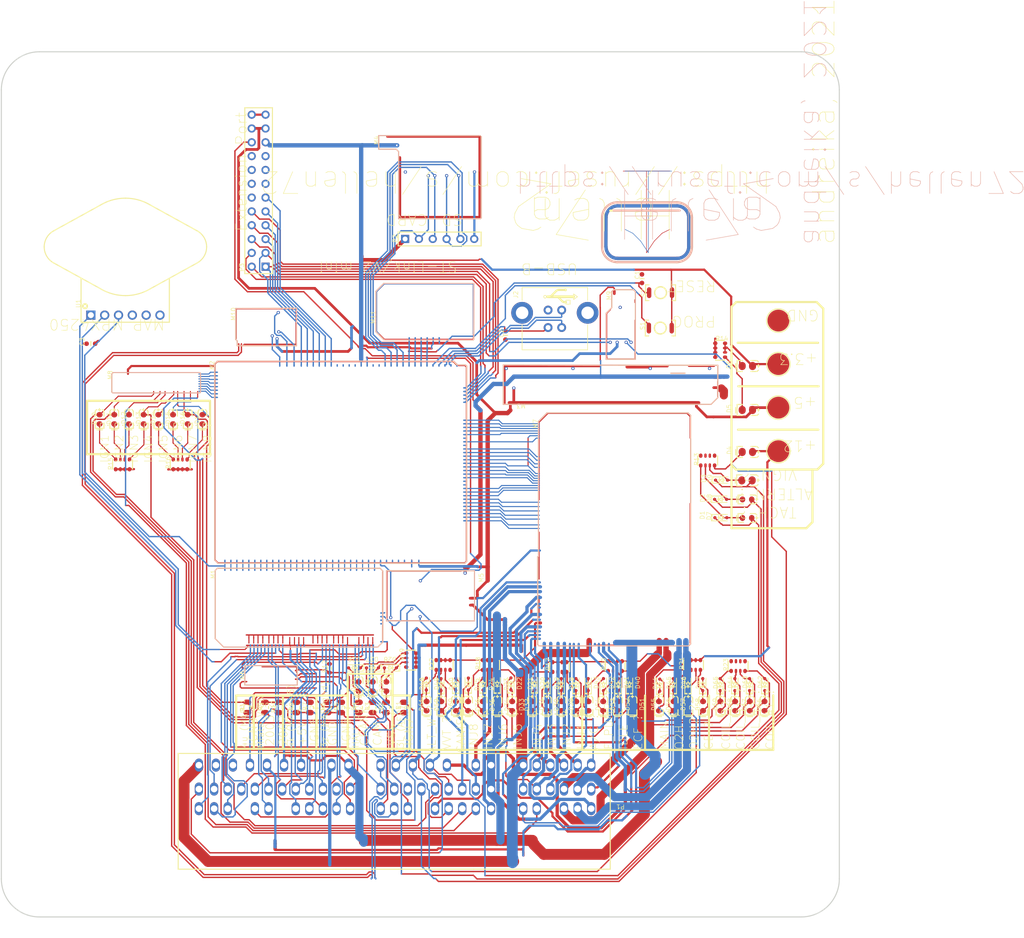
<source format=kicad_pcb>
(kicad_pcb (version 4) (host pcbnew "(2014-07-21 BZR 5016)-product")
  (layers (0 F.Cu signal) (31 B.Cu signal) (34 B.Paste user) (35 F.Paste user) (36 B.SilkS user) (37 F.SilkS user) (38 B.Mask user) (39 F.Mask user) (44 Edge.Cuts user))
  (net 0 "")
  (net 1 "Net1")
  (net 2 "EXT_SPI_SCK")
  (net 3 "EXT_SPI_MOSI")
  (net 4 "EXT_SPI_MISO")
  (net 5 "EXT_SPI_CS2")
  (net 6 "EXT_SPI_CS1")
  (net 7 "EXT_IO4")
  (net 8 "EXT_IO3")
  (net 9 "EXT_IO2")
  (net 10 "EXT_IO1")
  (net 11 "VSS_PULLUP")
  (net 12 "NetD28_1")
  (net 13 "NetD27_1")
  (net 14 "NetD26_1")
  (net 15 "CRANK_PULLUP")
  (net 16 "CAM_PULLUP")
  (net 17 "NetD6_2")
  (net 18 "NetD5_2")
  (net 19 "NetD4_2")
  (net 20 "NetD50_1")
  (net 21 "NetD3_2")
  (net 22 "NetD49_1")
  (net 23 "NetD2_2")
  (net 24 "NetD48_1")
  (net 25 "NetD1_2")
  (net 26 "NetD47_1")
  (net 27 "NetD46_1")
  (net 28 "NetD45_1")
  (net 29 "NetD44_1")
  (net 30 "NetD65_2")
  (net 31 "NetD64_2")
  (net 32 "NetD63_2")
  (net 33 "NetD62_2")
  (net 34 "NetD25_1")
  (net 35 "NetD24_1")
  (net 36 "NetD23_1")
  (net 37 "NetD22_1")
  (net 38 "NetD43_1")
  (net 39 "NetD41_1")
  (net 40 "NetD40_1")
  (net 41 "V12P")
  (net 42 "NetD42_1")
  (net 43 "VVT")
  (net 44 "VTCS")
  (net 45 "VSS")
  (net 46 "VREF2")
  (net 47 "VIGN")
  (net 48 "VBUS")
  (net 49 "VBAT")
  (net 50 "V12")
  (net 51 "V5")
  (net 52 "USB_P")
  (net 53 "USB_N")
  (net 54 "UART_TX")
  (net 55 "UART_RX")
  (net 56 "TPS")
  (net 57 "TACH")
  (net 58 "SWO")
  (net 59 "SWDIO")
  (net 60 "SWCLK")
  (net 61 "STEERING")
  (net 62 "SENS4")
  (net 63 "FUEL_LEVEL")
  (net 64 "SENS2")
  (net 65 "AFR")
  (net 66 "SD_SCK")
  (net 67 "SD_MOSI")
  (net 68 "SD_MISO")
  (net 69 "SD_CS")
  (net 70 "PUMP")
  (net 71 "O2S")
  (net 72 "O2S2")
  (net 73 "O2H")
  (net 74 "O2H2")
  (net 75 "NEUTRAL")
  (net 76 "NetP1_4K")
  (net 77 "NetP1_3Z")
  (net 78 "NetD21_1")
  (net 79 "NetD20_1")
  (net 80 "NetD19_1")
  (net 81 "NetD18_1")
  (net 82 "NetD17_2")
  (net 83 "NetD16_2")
  (net 84 "NetD15_2")
  (net 85 "NetD14_2")
  (net 86 "NetD13_2")
  (net 87 "NetD12_2")
  (net 88 "NetD11_2")
  (net 89 "NetD10_2")
  (net 90 "MAP3")
  (net 91 "MAP2")
  (net 92 "MAIN")
  (net 93 "MAF")
  (net 94 "KNOCK")
  (net 95 "INJ8")
  (net 96 "INJ7")
  (net 97 "INJ6")
  (net 98 "INJ5")
  (net 99 "INJ4")
  (net 100 "INJ3")
  (net 101 "INJ2")
  (net 102 "INJ1")
  (net 103 "IN_SENS4")
  (net 104 "IN_MAP3")
  (net 105 "IN_MAP2")
  (net 106 "IN_MAF")
  (net 107 "IN_KNOCK_RAW")
  (net 108 "IGN8")
  (net 109 "IGN7")
  (net 110 "IGN6")
  (net 111 "IGN5")
  (net 112 "IGN4")
  (net 113 "IGN3")
  (net 114 "IGN2")
  (net 115 "IGN1")
  (net 116 "IDLE")
  (net 117 "IAT")
  (net 118 "FTP_PPS")
  (net 119 "EGR")
  (net 120 "ECF")
  (net 121 "CRANK")
  (net 122 "COIL_B2")
  (net 123 "COIL_B1")
  (net 124 "COIL_A2")
  (net 125 "COIL_A1")
  (net 126 "CLUTCH")
  (net 127 "CLT")
  (net 128 "CE")
  (net 129 "CANIST")
  (net 130 "CAN_VIO")
  (net 131 "CAN_TX")
  (net 132 "CAN_RX")
  (net 133 "CAM")
  (net 134 "BRAKE")
  (net 135 "BOOT0")
  (net 136 "ALTERN")
  (net 137 "ALT_WARN")
  (net 138 "AC")
  (net 139 "AC_PRESS")
  (net 140 "OUT_INJ8")
  (net 141 "OUT_INJ7")
  (net 142 "OUT_INJ6")
  (net 143 "OUT_INJ5")
  (net 144 "OUT_IGN3")
  (net 145 "OUT_COIL_B2")
  (net 146 "OUT_COIL_B1")
  (net 147 "OUT_COIL_A2")
  (net 148 "OUT_COIL_A1")
  (net 149 "OUT_ALT_WARN")
  (net 150 "IN_SENS2")
  (net 151 "IN_O2S")
  (net 152 "IN_BRAKE")
  (net 153 "V33")
  (net 154 "nReset")
  (net 155 "CAN_N")
  (net 156 "NetP1_4T")
  (net 157 "NetP1_4S")
  (net 158 "V12_RAW")
  (net 159 "V12_PERM")
  (net 160 "V5A")
  (net 161 "OUT_TACH")
  (net 162 "OUT_PUMP")
  (net 163 "OUT_O2H")
  (net 164 "OUT_O2H2")
  (net 165 "OUT_ALTERN")
  (net 166 "OUT_MAIN")
  (net 167 "OUT_VVT")
  (net 168 "OUT_IDLE")
  (net 169 "OUT_INJ4")
  (net 170 "OUT_INJ3")
  (net 171 "OUT_INJ2")
  (net 172 "OUT_INJ1")
  (net 173 "OUT_IGN8")
  (net 174 "OUT_IGN2")
  (net 175 "OUT_IGN1")
  (net 176 "OUT_IGN7")
  (net 177 "OUT_IGN6")
  (net 178 "CAN_P")
  (net 179 "IN_AFR")
  (net 180 "OUT_ECF")
  (net 181 "OUT_CE")
  (net 182 "OUT_CANIST")
  (net 183 "OUT_AC")
  (net 184 "LIN")
  (net 185 "IN_VSS")
  (net 186 "IN_VIGN")
  (net 187 "IN_TPS")
  (net 188 "IN_STEERING")
  (net 189 "OUT_IGN4")
  (net 190 "OUT_IGN5")
  (net 191 "IN_O2S2")
  (net 192 "IN_EGR")
  (net 193 "IN_FUEL_LEVEL")
  (net 194 "IN_FTP_PPS")
  (net 195 "IN_KNOCK")
  (net 196 "IN_IAT")
  (net 197 "IN_CRANK")
  (net 198 "IN_CLT")
  (net 199 "IN_CAM")
  (net 200 "IN_VTCS")
  (net 201 "IN_CLUTCH")
  (net 202 "IN_NEUTRAL")
  (net 203 "IN_AC_PRESS")
  (net 204 "GND")
  (net 205 "GNDA")
  (module "C0603" (layer F.Cu) (at 16.45 -105.35)
    (fp_text reference "C3" hide)
    (fp_text value "C3" (at 0 0) (layer F.SilkS) (effects (font (thickness 0.05))))
    (fp_text value "Capacitor" hide)
    (pad "1" smd circle (at 0.79000 0.00000 180) (size 0.85 0.85) (layers F.Cu F.Mask F.Paste) (net 160 "V5A"))
    (pad "2" smd circle (at -0.79000 0.00000 180) (size 0.85 0.85) (layers F.Cu F.Mask F.Paste) (net 205 "GNDA"))
  )
  (module "HDR2X12" (layer F.Cu) (at 48.55 -119.5)
    (fp_text reference "P3" hide)
    (fp_text value "P3" (at 0 0) (layer F.SilkS) (effects (font (thickness 0.05))))
    (fp_text value "Header, 12-Pin, Dual row" hide)
    (pad "1" thru_hole rect (at 0.00000 0.00000 90) (size 1.5 1.5) (drill 0.9) (layers *.Cu F.Mask F.Paste B.Mask B.Paste) (net 55 "UART_RX"))
    (pad "2" thru_hole circle (at -2.54000 0.00000 90) (size 1.5 1.5) (drill 0.9) (layers *.Cu F.Mask F.Paste B.Mask B.Paste) (net 4 "EXT_SPI_MISO"))
    (pad "3" thru_hole circle (at 0.00000 -2.54000 90) (size 1.5 1.5) (drill 0.9) (layers *.Cu F.Mask F.Paste B.Mask B.Paste) (net 54 "UART_TX"))
    (pad "4" thru_hole circle (at -2.54000 -2.54000 90) (size 1.5 1.5) (drill 0.9) (layers *.Cu F.Mask F.Paste B.Mask B.Paste) (net 2 "EXT_SPI_SCK"))
    (pad "5" thru_hole circle (at 0.00000 -5.08000 90) (size 1.5 1.5) (drill 0.9) (layers *.Cu F.Mask F.Paste B.Mask B.Paste) (net 10 "EXT_IO1"))
    (pad "6" thru_hole circle (at -2.54000 -5.08000 90) (size 1.5 1.5) (drill 0.9) (layers *.Cu F.Mask F.Paste B.Mask B.Paste) (net 3 "EXT_SPI_MOSI"))
    (pad "7" thru_hole circle (at 0.00000 -7.62000 90) (size 1.5 1.5) (drill 0.9) (layers *.Cu F.Mask F.Paste B.Mask B.Paste) (net 9 "EXT_IO2"))
    (pad "8" thru_hole circle (at -2.54000 -7.62000 90) (size 1.5 1.5) (drill 0.9) (layers *.Cu F.Mask F.Paste B.Mask B.Paste) (net 6 "EXT_SPI_CS1"))
    (pad "9" thru_hole circle (at 0.00000 -10.16000 90) (size 1.5 1.5) (drill 0.9) (layers *.Cu F.Mask F.Paste B.Mask B.Paste) (net 8 "EXT_IO3"))
    (pad "10" thru_hole circle (at -2.54000 -10.16000 90) (size 1.5 1.5) (drill 0.9) (layers *.Cu F.Mask F.Paste B.Mask B.Paste) (net 5 "EXT_SPI_CS2"))
    (pad "11" thru_hole circle (at 0.00000 -12.70000 90) (size 1.5 1.5) (drill 0.9) (layers *.Cu F.Mask F.Paste B.Mask B.Paste) (net 7 "EXT_IO4"))
    (pad "12" thru_hole circle (at -2.54000 -12.70000 90) (size 1.5 1.5) (drill 0.9) (layers *.Cu F.Mask F.Paste B.Mask B.Paste))
    (pad "13" thru_hole circle (at 0.00000 -15.24000 90) (size 1.5 1.5) (drill 0.9) (layers *.Cu F.Mask F.Paste B.Mask B.Paste))
    (pad "14" thru_hole circle (at -2.54000 -15.24000 90) (size 1.5 1.5) (drill 0.9) (layers *.Cu F.Mask F.Paste B.Mask B.Paste))
    (pad "15" thru_hole circle (at 0.00000 -17.78000 90) (size 1.5 1.5) (drill 0.9) (layers *.Cu F.Mask F.Paste B.Mask B.Paste))
    (pad "16" thru_hole circle (at -2.54000 -17.78000 90) (size 1.5 1.5) (drill 0.9) (layers *.Cu F.Mask F.Paste B.Mask B.Paste))
    (pad "17" thru_hole circle (at 0.00000 -20.32000 90) (size 1.5 1.5) (drill 0.9) (layers *.Cu F.Mask F.Paste B.Mask B.Paste))
    (pad "18" thru_hole circle (at -2.54000 -20.32000 90) (size 1.5 1.5) (drill 0.9) (layers *.Cu F.Mask F.Paste B.Mask B.Paste))
    (pad "19" thru_hole circle (at 0.00000 -22.86000 90) (size 1.5 1.5) (drill 0.9) (layers *.Cu F.Mask F.Paste B.Mask B.Paste) (net 153 "V33"))
    (pad "20" thru_hole circle (at -2.54000 -22.86000 90) (size 1.5 1.5) (drill 0.9) (layers *.Cu F.Mask F.Paste B.Mask B.Paste) (net 50 "V12"))
    (pad "21" thru_hole circle (at 0.00000 -25.40000 90) (size 1.5 1.5) (drill 0.9) (layers *.Cu F.Mask F.Paste B.Mask B.Paste) (net 51 "V5"))
    (pad "22" thru_hole circle (at -2.54000 -25.40000 90) (size 1.5 1.5) (drill 0.9) (layers *.Cu F.Mask F.Paste B.Mask B.Paste) (net 51 "V5"))
    (pad "23" thru_hole circle (at 0.00000 -27.94000 90) (size 1.5 1.5) (drill 0.9) (layers *.Cu F.Mask F.Paste B.Mask B.Paste) (net 204 "GND"))
    (pad "24" thru_hole circle (at -2.54000 -27.94000 90) (size 1.5 1.5) (drill 0.9) (layers *.Cu F.Mask F.Paste B.Mask B.Paste) (net 204 "GND"))
  )
  (module "HDR1X6" (layer F.Cu) (at 74.2 -124.6)
    (fp_text reference "P2" hide)
    (fp_text value "P2" (at 0 0) (layer F.SilkS) (effects (font (thickness 0.05))))
    (fp_text value "Header, 6-Pin" hide)
    (pad "1" thru_hole rect (at 0.00000 0.00000) (size 1.5 1.5) (drill 0.9) (layers *.Cu F.Mask F.Paste B.Mask B.Paste) (net 153 "V33"))
    (pad "2" thru_hole circle (at 2.54000 0.00000) (size 1.5 1.5) (drill 0.9) (layers *.Cu F.Mask F.Paste B.Mask B.Paste) (net 69 "SD_CS"))
    (pad "3" thru_hole circle (at 5.08000 0.00000) (size 1.5 1.5) (drill 0.9) (layers *.Cu F.Mask F.Paste B.Mask B.Paste) (net 67 "SD_MOSI"))
    (pad "4" thru_hole circle (at 7.62000 0.00000) (size 1.5 1.5) (drill 0.9) (layers *.Cu F.Mask F.Paste B.Mask B.Paste) (net 66 "SD_SCK"))
    (pad "5" thru_hole circle (at 10.16000 0.00000) (size 1.5 1.5) (drill 0.9) (layers *.Cu F.Mask F.Paste B.Mask B.Paste) (net 68 "SD_MISO"))
    (pad "6" thru_hole circle (at 12.70000 0.00000) (size 1.5 1.5) (drill 0.9) (layers *.Cu F.Mask F.Paste B.Mask B.Paste) (net 204 "GND"))
  )
  (module "R0603_x4" (layer F.Cu) (at 75.3 -47.2)
    (fp_text reference "R19" hide)
    (fp_text value "R19" (at 0 0) (layer F.SilkS) (effects (font (thickness 0.05))))
    (fp_text value "Resistor" hide)
    (pad "4" smd oval (at -0.90000 1.27500 270) (size 0.65 0.8) (layers F.Cu F.Mask F.Paste))
    (pad "5" smd oval (at 0.90000 1.27500 270) (size 0.65 0.8) (layers F.Cu F.Mask F.Paste) (net 51 "V5"))
    (pad "8" smd oval (at 0.90000 -1.27500 270) (size 0.65 0.8) (layers F.Cu F.Mask F.Paste) (net 51 "V5"))
    (pad "7" smd oval (at 0.90000 -0.40000 270) (size 0.45 0.8) (layers F.Cu F.Mask F.Paste) (net 51 "V5"))
    (pad "6" smd oval (at 0.90000 0.40000 270) (size 0.45 0.8) (layers F.Cu F.Mask F.Paste) (net 51 "V5"))
    (pad "3" smd oval (at -0.90000 0.40000 270) (size 0.45 0.8) (layers F.Cu F.Mask F.Paste) (net 12 "NetD28_1"))
    (pad "2" smd oval (at -0.90000 -0.40000 270) (size 0.45 0.8) (layers F.Cu F.Mask F.Paste) (net 13 "NetD27_1"))
    (pad "1" smd oval (at -0.90000 -1.27500 270) (size 0.65 0.8) (layers F.Cu F.Mask F.Paste) (net 14 "NetD26_1"))
  )
  (module "R0805" (layer F.Cu) (at 65.7 -38.5)
    (fp_text reference "R4" hide)
    (fp_text value "R4" (at 0 0) (layer F.SilkS) (effects (font (thickness 0.05))))
    (fp_text value "Resistor" hide)
    (pad "1" smd oval (at 0.00000 0.95000 90) (size 1 1.45) (layers F.Cu F.Mask F.Paste) (net 197 "IN_CRANK"))
    (pad "2" smd oval (at 0.00000 -0.95002 90) (size 1 1.45) (layers F.Cu F.Mask F.Paste) (net 15 "CRANK_PULLUP"))
  )
  (module "R0805" (layer F.Cu) (at 68.2 -38.5)
    (fp_text reference "R3" hide)
    (fp_text value "R3" (at 0 0) (layer F.SilkS) (effects (font (thickness 0.05))))
    (fp_text value "Resistor" hide)
    (pad "1" smd oval (at 0.00000 0.95000 90) (size 1 1.45) (layers F.Cu F.Mask F.Paste) (net 199 "IN_CAM"))
    (pad "2" smd oval (at 0.00000 -0.95002 90) (size 1 1.45) (layers F.Cu F.Mask F.Paste) (net 16 "CAM_PULLUP"))
  )
  (module "R0805" (layer F.Cu) (at 70.69999 -38.5)
    (fp_text reference "R2" hide)
    (fp_text value "R2" (at 0 0) (layer F.SilkS) (effects (font (thickness 0.05))))
    (fp_text value "Resistor" hide)
    (pad "1" smd oval (at 0.00000 0.95000 90) (size 1 1.45) (layers F.Cu F.Mask F.Paste) (net 185 "IN_VSS"))
    (pad "2" smd oval (at 0.00000 -0.95002 90) (size 1 1.45) (layers F.Cu F.Mask F.Paste) (net 11 "VSS_PULLUP"))
  )
  (module "LED-0603" (layer F.Cu) (at 70.7 -42.4)
    (fp_text reference "D39" hide)
    (fp_text value "D39" (at 0 0) (layer F.SilkS) (effects (font (thickness 0.05))))
    (fp_text value "WHITE LED" hide)
    (pad "1" smd oval (at 0.05000 -0.80000 270) (size 1 1.1) (layers F.Cu F.Mask F.Paste) (net 12 "NetD28_1"))
    (pad "2" smd oval (at 0.05000 0.90000 270) (size 1 1.1) (layers F.Cu F.Mask F.Paste) (net 11 "VSS_PULLUP"))
  )
  (module "SOD-323" (layer F.Cu) (at 71.5 -45.77497)
    (fp_text reference "D28" hide)
    (fp_text value "D28" (at 0 0) (layer F.SilkS) (effects (font (thickness 0.05))))
    (fp_text value "Small Signal Fast Switching Diode" hide)
    (pad "2" smd circle (at -1.10000 0.00000 90) (size 0.6 0.6) (layers F.Cu F.Mask F.Paste) (net 11 "VSS_PULLUP"))
    (pad "1" smd circle (at 1.10000 0.00000 90) (size 0.6 0.6) (layers F.Cu F.Mask F.Paste) (net 12 "NetD28_1"))
  )
  (module "LED-0603" (layer F.Cu) (at 68.2 -42.4)
    (fp_text reference "D38" hide)
    (fp_text value "D38" (at 0 0) (layer F.SilkS) (effects (font (thickness 0.05))))
    (fp_text value "WHITE LED" hide)
    (pad "1" smd oval (at 0.05000 -0.80000 270) (size 1 1.1) (layers F.Cu F.Mask F.Paste) (net 13 "NetD27_1"))
    (pad "2" smd oval (at 0.05000 0.90000 270) (size 1 1.1) (layers F.Cu F.Mask F.Paste) (net 16 "CAM_PULLUP"))
  )
  (module "SOD-323" (layer F.Cu) (at 68.2 -45.77497)
    (fp_text reference "D27" hide)
    (fp_text value "D27" (at 0 0) (layer F.SilkS) (effects (font (thickness 0.05))))
    (fp_text value "Small Signal Fast Switching Diode" hide)
    (pad "2" smd circle (at -1.10000 0.00000 90) (size 0.6 0.6) (layers F.Cu F.Mask F.Paste) (net 16 "CAM_PULLUP"))
    (pad "1" smd circle (at 1.10000 0.00000 90) (size 0.6 0.6) (layers F.Cu F.Mask F.Paste) (net 13 "NetD27_1"))
  )
  (module "LED-0603" (layer F.Cu) (at 65.6 -42.4)
    (fp_text reference "D37" hide)
    (fp_text value "D37" (at 0 0) (layer F.SilkS) (effects (font (thickness 0.05))))
    (fp_text value "WHITE LED" hide)
    (pad "1" smd oval (at 0.05000 -0.80000 270) (size 1 1.1) (layers F.Cu F.Mask F.Paste) (net 14 "NetD26_1"))
    (pad "2" smd oval (at 0.05000 0.90000 270) (size 1 1.1) (layers F.Cu F.Mask F.Paste) (net 15 "CRANK_PULLUP"))
  )
  (module "SOD-323" (layer F.Cu) (at 64.9 -45.77497)
    (fp_text reference "D26" hide)
    (fp_text value "D26" (at 0 0) (layer F.SilkS) (effects (font (thickness 0.05))))
    (fp_text value "Small Signal Fast Switching Diode" hide)
    (pad "2" smd circle (at -1.10000 0.00000 90) (size 0.6 0.6) (layers F.Cu F.Mask F.Paste) (net 15 "CRANK_PULLUP"))
    (pad "1" smd circle (at 1.10000 0.00000 90) (size 0.6 0.6) (layers F.Cu F.Mask F.Paste) (net 14 "NetD26_1"))
  )
  (module "C0603" (layer F.Cu) (at 92.64098 -106.89)
    (fp_text reference "C2" hide)
    (fp_text value "C2" (at 0 0) (layer F.SilkS) (effects (font (thickness 0.05))))
    (fp_text value "Capacitor" hide)
    (pad "2" smd circle (at 0.00000 -0.79000 90) (size 0.85 0.85) (layers F.Cu F.Mask F.Paste) (net 48 "VBUS"))
    (pad "1" smd circle (at 0.00000 0.79000 90) (size 0.85 0.85) (layers F.Cu F.Mask F.Paste) (net 204 "GND"))
  )
  (module "MOD_HELLEN_STLINK" (layer F.Cu) (at 68.725 -105.925)
    (fp_text reference "M11" hide)
    (fp_text value "M11" (at 0 0) (layer F.SilkS) (effects (font (thickness 0.05))))
    (fp_text value "Hellen-One ST/Link Module" hide)
    (pad "G" smd oval (at 9.85398 -0.22901 270) (size 0.2 16.46) (layers F.Cu F.Mask F.Paste) (net 204 "GND"))
    (pad "G" smd oval (at 18.01747 -5.31182) (size 0.2 10.37) (layers F.Cu F.Mask F.Paste) (net 204 "GND"))
    (pad "G" smd oval (at 0.94798 -0.95200 225) (size 0.2 2.24) (layers F.Cu F.Mask F.Paste) (net 204 "GND"))
    (pad "G" smd oval (at 0.22499 -5.32249 180) (size 0.2 7.49) (layers F.Cu F.Mask F.Paste) (net 204 "GND"))
    (pad "G" smd oval (at 0.93542 -9.70094 135) (size 0.2 2.19) (layers F.Cu F.Mask F.Paste) (net 204 "GND"))
    (pad "G" smd oval (at 9.82055 -10.40663 270) (size 0.2 16.55) (layers F.Cu F.Mask F.Paste) (net 204 "GND"))
    (pad "N1" smd oval (at 11.72499 -0.39999 180) (size 0.25 0.5) (layers B.Cu B.Mask B.Paste) (net 51 "V5"))
    (pad "N2" smd oval (at 10.62499 -0.39999 180) (size 0.25 0.5) (layers B.Cu B.Mask B.Paste) (net 153 "V33"))
    (pad "N3" smd oval (at 9.52499 -0.39999 180) (size 0.25 0.5) (layers B.Cu B.Mask B.Paste) (net 58 "SWO"))
    (pad "N4" smd oval (at 8.42500 -0.39999 180) (size 0.25 0.5) (layers B.Cu B.Mask B.Paste) (net 59 "SWDIO"))
    (pad "N5" smd oval (at 7.32500 -0.39999 180) (size 0.25 0.5) (layers B.Cu B.Mask B.Paste) (net 60 "SWCLK"))
    (pad "N6" smd oval (at 6.22500 -0.39999 180) (size 0.25 0.5) (layers B.Cu B.Mask B.Paste) (net 154 "nReset"))
    (pad "G" smd oval (at 18.01747 -5.81182) (size 0.2 9.37) (layers B.Cu B.Mask B.Paste) (net 204 "GND"))
    (pad "G" smd oval (at 0.44796 -1.45202 225) (size 0.2 0.8) (layers B.Cu B.Mask B.Paste) (net 204 "GND"))
    (pad "G" smd oval (at 0.22499 -5.32249 180) (size 0.2 7.49) (layers B.Cu B.Mask B.Paste) (net 204 "GND"))
    (pad "G" smd oval (at 0.93542 -9.70094 135) (size 0.2 2.19) (layers B.Cu B.Mask B.Paste) (net 204 "GND"))
    (pad "G" smd oval (at 9.82055 -10.40663 270) (size 0.2 16.55) (layers B.Cu B.Mask B.Paste) (net 204 "GND"))
  )
  (module "R0603_x4" (layer F.Cu) (at 132.1 -104.15)
    (fp_text reference "R14" hide)
    (fp_text value "R14" (at 0 0) (layer F.SilkS) (effects (font (thickness 0.05))))
    (fp_text value "Resistor" hide)
    (pad "1" smd oval (at 0.90000 1.27500 90) (size 0.65 0.8) (layers F.Cu F.Mask F.Paste) (net 18 "NetD5_2"))
    (pad "2" smd oval (at 0.90000 0.40000 90) (size 0.45 0.8) (layers F.Cu F.Mask F.Paste) (net 17 "NetD6_2"))
    (pad "3" smd oval (at 0.90000 -0.40000 90) (size 0.45 0.8) (layers F.Cu F.Mask F.Paste) (net 17 "NetD6_2"))
    (pad "6" smd oval (at -0.90000 -0.40000 90) (size 0.45 0.8) (layers F.Cu F.Mask F.Paste) (net 204 "GND"))
    (pad "7" smd oval (at -0.90000 0.40000 90) (size 0.45 0.8) (layers F.Cu F.Mask F.Paste) (net 204 "GND"))
    (pad "8" smd oval (at -0.90000 1.27500 90) (size 0.65 0.8) (layers F.Cu F.Mask F.Paste) (net 204 "GND"))
    (pad "5" smd oval (at -0.90000 -1.27500 90) (size 0.65 0.8) (layers F.Cu F.Mask F.Paste) (net 204 "GND"))
    (pad "4" smd oval (at 0.90000 -1.27500 90) (size 0.65 0.8) (layers F.Cu F.Mask F.Paste) (net 17 "NetD6_2"))
  )
  (module "R0603_x4" (layer F.Cu) (at 81.2 -46.3)
    (fp_text reference "R22" hide)
    (fp_text value "R22" (at 0 0) (layer F.SilkS) (effects (font (thickness 0.05))))
    (fp_text value "Resistor" hide)
    (pad "4" smd oval (at 1.27500 0.90000) (size 0.65 0.8) (layers F.Cu F.Mask F.Paste))
    (pad "5" smd oval (at 1.27500 -0.90000) (size 0.65 0.8) (layers F.Cu F.Mask F.Paste) (net 41 "V12P"))
    (pad "8" smd oval (at -1.27500 -0.90000) (size 0.65 0.8) (layers F.Cu F.Mask F.Paste) (net 41 "V12P"))
    (pad "7" smd oval (at -0.40000 -0.90000) (size 0.45 0.8) (layers F.Cu F.Mask F.Paste) (net 41 "V12P"))
    (pad "6" smd oval (at 0.40000 -0.90000) (size 0.45 0.8) (layers F.Cu F.Mask F.Paste) (net 41 "V12P"))
    (pad "3" smd oval (at 0.40000 0.90000) (size 0.45 0.8) (layers F.Cu F.Mask F.Paste) (net 20 "NetD50_1"))
    (pad "2" smd oval (at -0.40000 0.90000) (size 0.45 0.8) (layers F.Cu F.Mask F.Paste) (net 22 "NetD49_1"))
    (pad "1" smd oval (at -1.27500 0.90000) (size 0.65 0.8) (layers F.Cu F.Mask F.Paste) (net 24 "NetD48_1"))
  )
  (module "R0603_x4" (layer F.Cu) (at 129.8 -83.87)
    (fp_text reference "R13" hide)
    (fp_text value "R13" (at 0 0) (layer F.SilkS) (effects (font (thickness 0.05))))
    (fp_text value "Resistor" hide)
    (pad "4" smd oval (at 1.27500 0.90000) (size 0.65 0.8) (layers F.Cu F.Mask F.Paste) (net 19 "NetD4_2"))
    (pad "5" smd oval (at 1.27500 -0.90000) (size 0.65 0.8) (layers F.Cu F.Mask F.Paste) (net 204 "GND"))
    (pad "8" smd oval (at -1.27500 -0.90000) (size 0.65 0.8) (layers F.Cu F.Mask F.Paste) (net 204 "GND"))
    (pad "7" smd oval (at -0.40000 -0.90000) (size 0.45 0.8) (layers F.Cu F.Mask F.Paste) (net 204 "GND"))
    (pad "6" smd oval (at 0.40000 -0.90000) (size 0.45 0.8) (layers F.Cu F.Mask F.Paste) (net 204 "GND"))
    (pad "3" smd oval (at 0.40000 0.90000) (size 0.45 0.8) (layers F.Cu F.Mask F.Paste) (net 21 "NetD3_2"))
    (pad "2" smd oval (at -0.40000 0.90000) (size 0.45 0.8) (layers F.Cu F.Mask F.Paste) (net 23 "NetD2_2"))
    (pad "1" smd oval (at -1.27500 0.90000) (size 0.65 0.8) (layers F.Cu F.Mask F.Paste) (net 25 "NetD1_2"))
  )
  (module "R0603_x4" (layer F.Cu) (at 127.20002 -46.3)
    (fp_text reference "R21" hide)
    (fp_text value "R21" (at 0 0) (layer F.SilkS) (effects (font (thickness 0.05))))
    (fp_text value "Resistor" hide)
    (pad "1" smd oval (at -1.27500 0.90000) (size 0.65 0.8) (layers F.Cu F.Mask F.Paste) (net 29 "NetD44_1"))
    (pad "2" smd oval (at -0.40000 0.90000) (size 0.45 0.8) (layers F.Cu F.Mask F.Paste) (net 28 "NetD45_1"))
    (pad "3" smd oval (at 0.40000 0.90000) (size 0.45 0.8) (layers F.Cu F.Mask F.Paste) (net 27 "NetD46_1"))
    (pad "6" smd oval (at 0.40000 -0.90000) (size 0.45 0.8) (layers F.Cu F.Mask F.Paste) (net 41 "V12P"))
    (pad "7" smd oval (at -0.40000 -0.90000) (size 0.45 0.8) (layers F.Cu F.Mask F.Paste) (net 41 "V12P"))
    (pad "8" smd oval (at -1.27500 -0.90000) (size 0.65 0.8) (layers F.Cu F.Mask F.Paste) (net 41 "V12P"))
    (pad "5" smd oval (at 1.27500 -0.90000) (size 0.65 0.8) (layers F.Cu F.Mask F.Paste) (net 41 "V12P"))
    (pad "4" smd oval (at 1.27500 0.90000) (size 0.65 0.8) (layers F.Cu F.Mask F.Paste) (net 26 "NetD47_1"))
  )
  (module "R0603_x4" (layer F.Cu) (at 135.40002 -46.1)
    (fp_text reference "R23" hide)
    (fp_text value "R23" (at 0 0) (layer F.SilkS) (effects (font (thickness 0.05))))
    (fp_text value "Resistor" hide)
    (pad "1" smd oval (at -1.27500 0.90000) (size 0.65 0.8) (layers F.Cu F.Mask F.Paste) (net 30 "NetD65_2"))
    (pad "2" smd oval (at -0.40000 0.90000) (size 0.45 0.8) (layers F.Cu F.Mask F.Paste) (net 31 "NetD64_2"))
    (pad "3" smd oval (at 0.40000 0.90000) (size 0.45 0.8) (layers F.Cu F.Mask F.Paste) (net 32 "NetD63_2"))
    (pad "6" smd oval (at 0.40000 -0.90000) (size 0.45 0.8) (layers F.Cu F.Mask F.Paste) (net 204 "GND"))
    (pad "7" smd oval (at -0.40000 -0.90000) (size 0.45 0.8) (layers F.Cu F.Mask F.Paste) (net 204 "GND"))
    (pad "8" smd oval (at -1.27500 -0.90000) (size 0.65 0.8) (layers F.Cu F.Mask F.Paste) (net 204 "GND"))
    (pad "5" smd oval (at 1.27501 -0.90000) (size 0.65 0.8) (layers F.Cu F.Mask F.Paste) (net 204 "GND"))
    (pad "4" smd oval (at 1.27501 0.90000) (size 0.65 0.8) (layers F.Cu F.Mask F.Paste) (net 33 "NetD62_2"))
  )
  (module "PAD-SMD-4.0" (layer F.Cu) (at 142.8 -109.6)
    (fp_text reference "P7" hide)
    (fp_text value "P7" (at 0 0) (layer F.SilkS) (effects (font (thickness 0.05))))
    (fp_text value "Pad" hide)
    (pad "1" smd circle (at 0.00000 0.00000) (size 4 4) (layers F.Cu F.Mask F.Paste) (net 204 "GND"))
  )
  (module "PAD-SMD-4.0" (layer F.Cu) (at 142.8 -101.6)
    (fp_text reference "P6" hide)
    (fp_text value "P6" (at 0 0) (layer F.SilkS) (effects (font (thickness 0.05))))
    (fp_text value "Pad" hide)
    (pad "1" smd circle (at 0.00000 0.00000) (size 4 4) (layers F.Cu F.Mask F.Paste) (net 153 "V33"))
  )
  (module "PAD-SMD-4.0" (layer F.Cu) (at 142.8 -93.6)
    (fp_text reference "P5" hide)
    (fp_text value "P5" (at 0 0) (layer F.SilkS) (effects (font (thickness 0.05))))
    (fp_text value "Pad" hide)
    (pad "1" smd circle (at 0.00000 0.00000) (size 4 4) (layers F.Cu F.Mask F.Paste) (net 51 "V5"))
  )
  (module "PAD-SMD-4.0" (layer F.Cu) (at 142.8 -85.6)
    (fp_text reference "P4" hide)
    (fp_text value "P4" (at 0 0) (layer F.SilkS) (effects (font (thickness 0.05))))
    (fp_text value "Pad" hide)
    (pad "1" smd circle (at 0.00000 0.00000) (size 4 4) (layers F.Cu F.Mask F.Paste) (net 41 "V12P"))
  )
  (module "LED-0805" (layer F.Cu) (at 137.1 -101.25)
    (fp_text reference "D6" hide)
    (fp_text value "D6" (at 0 0) (layer F.SilkS) (effects (font (thickness 0.05))))
    (fp_text value "GREEN LED" hide)
    (pad "2" smd oval (at -0.95000 0.00000) (size 1.3 1.5) (layers F.Cu F.Mask F.Paste) (net 17 "NetD6_2"))
    (pad "1" smd oval (at 0.95002 0.00000) (size 1.3 1.5) (layers F.Cu F.Mask F.Paste) (net 153 "V33"))
  )
  (module "LED-0603" (layer F.Cu) (at 83.5 -38.80001)
    (fp_text reference "D60" hide)
    (fp_text value "D60" (at 0 0) (layer F.SilkS) (effects (font (thickness 0.05))))
    (fp_text value "WHITE LED" hide)
    (pad "2" smd oval (at 0.05000 0.90000 270) (size 1 1.1) (layers F.Cu F.Mask F.Paste) (net 182 "OUT_CANIST"))
    (pad "1" smd oval (at 0.05000 -0.80000 270) (size 1 1.1) (layers F.Cu F.Mask F.Paste) (net 20 "NetD50_1"))
  )
  (module "SOD-323" (layer F.Cu) (at 83.5 -42.75)
    (fp_text reference "D50" hide)
    (fp_text value "D50" (at 0 0) (layer F.SilkS) (effects (font (thickness 0.05))))
    (fp_text value "Small Signal Fast Switching Diode" hide)
    (pad "2" smd circle (at 0.00000 -1.10000) (size 0.6 0.6) (layers F.Cu F.Mask F.Paste) (net 182 "OUT_CANIST"))
    (pad "1" smd circle (at 0.00000 1.10000) (size 0.6 0.6) (layers F.Cu F.Mask F.Paste) (net 20 "NetD50_1"))
  )
  (module "SOD-323" (layer F.Cu) (at 132.35 -80.275)
    (fp_text reference "D3" hide)
    (fp_text value "D3" (at 0 0) (layer F.SilkS) (effects (font (thickness 0.05))))
    (fp_text value "Small Signal Fast Switching Diode" hide)
    (pad "2" smd circle (at 1.10000 0.00000 270) (size 0.6 0.6) (layers F.Cu F.Mask F.Paste) (net 21 "NetD3_2"))
    (pad "1" smd circle (at -1.10000 0.00000 270) (size 0.6 0.6) (layers F.Cu F.Mask F.Paste) (net 186 "IN_VIGN"))
  )
  (module "LED-0603" (layer F.Cu) (at 80.8 -38.80001)
    (fp_text reference "D59" hide)
    (fp_text value "D59" (at 0 0) (layer F.SilkS) (effects (font (thickness 0.05))))
    (fp_text value "WHITE LED" hide)
    (pad "2" smd oval (at 0.05000 0.90000 270) (size 1 1.1) (layers F.Cu F.Mask F.Paste) (net 166 "OUT_MAIN"))
    (pad "1" smd oval (at 0.05000 -0.80000 270) (size 1 1.1) (layers F.Cu F.Mask F.Paste) (net 22 "NetD49_1"))
  )
  (module "SOD-323" (layer F.Cu) (at 80.8 -42.7)
    (fp_text reference "D49" hide)
    (fp_text value "D49" (at 0 0) (layer F.SilkS) (effects (font (thickness 0.05))))
    (fp_text value "Small Signal Fast Switching Diode" hide)
    (pad "2" smd circle (at 0.00000 -1.10000) (size 0.6 0.6) (layers F.Cu F.Mask F.Paste) (net 166 "OUT_MAIN"))
    (pad "1" smd circle (at 0.00000 1.10000) (size 0.6 0.6) (layers F.Cu F.Mask F.Paste) (net 22 "NetD49_1"))
  )
  (module "LED-0603" (layer F.Cu) (at 137.1 -76.78)
    (fp_text reference "D8" hide)
    (fp_text value "D8" (at 0 0) (layer F.SilkS) (effects (font (thickness 0.05))))
    (fp_text value "WHITE LED" hide)
    (pad "2" smd oval (at -0.90000 0.05000 180) (size 1 1.1) (layers F.Cu F.Mask F.Paste) (net 23 "NetD2_2"))
    (pad "1" smd oval (at 0.80000 0.05000 180) (size 1 1.1) (layers F.Cu F.Mask F.Paste) (net 165 "OUT_ALTERN"))
  )
  (module "SOD-323" (layer F.Cu) (at 132.175 -76.75)
    (fp_text reference "D2" hide)
    (fp_text value "D2" (at 0 0) (layer F.SilkS) (effects (font (thickness 0.05))))
    (fp_text value "Small Signal Fast Switching Diode" hide)
    (pad "2" smd circle (at 1.10000 0.00000 270) (size 0.6 0.6) (layers F.Cu F.Mask F.Paste) (net 23 "NetD2_2"))
    (pad "1" smd circle (at -1.10000 0.00000 270) (size 0.6 0.6) (layers F.Cu F.Mask F.Paste) (net 165 "OUT_ALTERN"))
  )
  (module "LED-0603" (layer F.Cu) (at 78.1 -38.80001)
    (fp_text reference "D61" hide)
    (fp_text value "D61" (at 0 0) (layer F.SilkS) (effects (font (thickness 0.05))))
    (fp_text value "WHITE LED" hide)
    (pad "2" smd oval (at 0.05000 0.90000 270) (size 1 1.1) (layers F.Cu F.Mask F.Paste) (net 149 "OUT_ALT_WARN"))
    (pad "1" smd oval (at 0.05000 -0.80000 270) (size 1 1.1) (layers F.Cu F.Mask F.Paste) (net 24 "NetD48_1"))
  )
  (module "SOD-323" (layer F.Cu) (at 78.1 -42.8)
    (fp_text reference "D48" hide)
    (fp_text value "D48" (at 0 0) (layer F.SilkS) (effects (font (thickness 0.05))))
    (fp_text value "Small Signal Fast Switching Diode" hide)
    (pad "2" smd circle (at 0.00000 -1.10000) (size 0.6 0.6) (layers F.Cu F.Mask F.Paste) (net 149 "OUT_ALT_WARN"))
    (pad "1" smd circle (at 0.00000 1.10000) (size 0.6 0.6) (layers F.Cu F.Mask F.Paste) (net 24 "NetD48_1"))
  )
  (module "LED-0603" (layer F.Cu) (at 137.1 -73.37)
    (fp_text reference "D7" hide)
    (fp_text value "D7" (at 0 0) (layer F.SilkS) (effects (font (thickness 0.05))))
    (fp_text value "WHITE LED" hide)
    (pad "2" smd oval (at -0.90000 0.05000 180) (size 1 1.1) (layers F.Cu F.Mask F.Paste) (net 25 "NetD1_2"))
    (pad "1" smd oval (at 0.80000 0.05000 180) (size 1 1.1) (layers F.Cu F.Mask F.Paste) (net 161 "OUT_TACH"))
  )
  (module "SOD-323" (layer F.Cu) (at 132.225 -73.375)
    (fp_text reference "D1" hide)
    (fp_text value "D1" (at 0 0) (layer F.SilkS) (effects (font (thickness 0.05))))
    (fp_text value "Small Signal Fast Switching Diode" hide)
    (pad "2" smd circle (at 1.10000 0.00000 270) (size 0.6 0.6) (layers F.Cu F.Mask F.Paste) (net 25 "NetD1_2"))
    (pad "1" smd circle (at -1.10000 0.00000 270) (size 0.6 0.6) (layers F.Cu F.Mask F.Paste) (net 161 "OUT_TACH"))
  )
  (module "LED-0603" (layer F.Cu) (at 128.90002 -38.8)
    (fp_text reference "D58" hide)
    (fp_text value "D58" (at 0 0) (layer F.SilkS) (effects (font (thickness 0.05))))
    (fp_text value "WHITE LED" hide)
    (pad "2" smd oval (at 0.05001 0.90000 270) (size 1 1.1) (layers F.Cu F.Mask F.Paste) (net 181 "OUT_CE"))
    (pad "1" smd oval (at 0.05001 -0.80000 270) (size 1 1.1) (layers F.Cu F.Mask F.Paste) (net 26 "NetD47_1"))
  )
  (module "SOD-323" (layer F.Cu) (at 128.90002 -42.7)
    (fp_text reference "D47" hide)
    (fp_text value "D47" (at 0 0) (layer F.SilkS) (effects (font (thickness 0.05))))
    (fp_text value "Small Signal Fast Switching Diode" hide)
    (pad "2" smd circle (at 0.00000 -1.10000) (size 0.6 0.6) (layers F.Cu F.Mask F.Paste) (net 181 "OUT_CE"))
    (pad "1" smd circle (at 0.00000 1.10000) (size 0.6 0.6) (layers F.Cu F.Mask F.Paste) (net 26 "NetD47_1"))
  )
  (module "LED-0603" (layer F.Cu) (at 126.20002 -38.8)
    (fp_text reference "D57" hide)
    (fp_text value "D57" (at 0 0) (layer F.SilkS) (effects (font (thickness 0.05))))
    (fp_text value "WHITE LED" hide)
    (pad "2" smd oval (at 0.05000 0.90000 270) (size 1 1.1) (layers F.Cu F.Mask F.Paste) (net 164 "OUT_O2H2"))
    (pad "1" smd oval (at 0.05000 -0.80000 270) (size 1 1.1) (layers F.Cu F.Mask F.Paste) (net 27 "NetD46_1"))
  )
  (module "SOD-323" (layer F.Cu) (at 126.20002 -42.7)
    (fp_text reference "D46" hide)
    (fp_text value "D46" (at 0 0) (layer F.SilkS) (effects (font (thickness 0.05))))
    (fp_text value "Small Signal Fast Switching Diode" hide)
    (pad "2" smd circle (at 0.00000 -1.10000) (size 0.6 0.6) (layers F.Cu F.Mask F.Paste) (net 164 "OUT_O2H2"))
    (pad "1" smd circle (at 0.00000 1.10000) (size 0.6 0.6) (layers F.Cu F.Mask F.Paste) (net 27 "NetD46_1"))
  )
  (module "LED-0603" (layer F.Cu) (at 123.50002 -38.8)
    (fp_text reference "D56" hide)
    (fp_text value "D56" (at 0 0) (layer F.SilkS) (effects (font (thickness 0.05))))
    (fp_text value "WHITE LED" hide)
    (pad "2" smd oval (at 0.05000 0.90000 270) (size 1 1.1) (layers F.Cu F.Mask F.Paste) (net 163 "OUT_O2H"))
    (pad "1" smd oval (at 0.05000 -0.80000 270) (size 1 1.1) (layers F.Cu F.Mask F.Paste) (net 28 "NetD45_1"))
  )
  (module "SOD-323" (layer F.Cu) (at 123.50002 -42.7)
    (fp_text reference "D45" hide)
    (fp_text value "D45" (at 0 0) (layer F.SilkS) (effects (font (thickness 0.05))))
    (fp_text value "Small Signal Fast Switching Diode" hide)
    (pad "2" smd circle (at 0.00000 -1.10000) (size 0.6 0.6) (layers F.Cu F.Mask F.Paste) (net 163 "OUT_O2H"))
    (pad "1" smd circle (at 0.00000 1.10000) (size 0.6 0.6) (layers F.Cu F.Mask F.Paste) (net 28 "NetD45_1"))
  )
  (module "LED-0603" (layer F.Cu) (at 120.8 -38.8)
    (fp_text reference "D55" hide)
    (fp_text value "D55" (at 0 0) (layer F.SilkS) (effects (font (thickness 0.05))))
    (fp_text value "WHITE LED" hide)
    (pad "2" smd oval (at 0.05000 0.90000 270) (size 1 1.1) (layers F.Cu F.Mask F.Paste) (net 167 "OUT_VVT"))
    (pad "1" smd oval (at 0.05000 -0.80000 270) (size 1 1.1) (layers F.Cu F.Mask F.Paste) (net 29 "NetD44_1"))
  )
  (module "SOD-323" (layer F.Cu) (at 121 -42.6)
    (fp_text reference "D44" hide)
    (fp_text value "D44" (at 0 0) (layer F.SilkS) (effects (font (thickness 0.05))))
    (fp_text value "Small Signal Fast Switching Diode" hide)
    (pad "2" smd circle (at 0.00000 -1.10000) (size 0.6 0.6) (layers F.Cu F.Mask F.Paste) (net 167 "OUT_VVT"))
    (pad "1" smd circle (at 0.00000 1.10000) (size 0.6 0.6) (layers F.Cu F.Mask F.Paste) (net 29 "NetD44_1"))
  )
  (module "LED-0603" (layer F.Cu) (at 132.10002 -38.8)
    (fp_text reference "D69" hide)
    (fp_text value "D69" (at 0 0) (layer F.SilkS) (effects (font (thickness 0.05))))
    (fp_text value "WHITE LED" hide)
    (pad "2" smd oval (at 0.05001 0.90000 270) (size 1 1.1) (layers F.Cu F.Mask F.Paste) (net 30 "NetD65_2"))
    (pad "1" smd oval (at 0.05001 -0.80000 270) (size 1 1.1) (layers F.Cu F.Mask F.Paste) (net 145 "OUT_COIL_B2"))
  )
  (module "SOD-323" (layer F.Cu) (at 132.10002 -42.7)
    (fp_text reference "D65" hide)
    (fp_text value "D65" (at 0 0) (layer F.SilkS) (effects (font (thickness 0.05))))
    (fp_text value "Small Signal Fast Switching Diode" hide)
    (pad "2" smd circle (at 0.00000 -1.10000) (size 0.6 0.6) (layers F.Cu F.Mask F.Paste) (net 30 "NetD65_2"))
    (pad "1" smd circle (at 0.00000 1.10000) (size 0.6 0.6) (layers F.Cu F.Mask F.Paste) (net 145 "OUT_COIL_B2"))
  )
  (module "LED-0603" (layer F.Cu) (at 134.80002 -38.80001)
    (fp_text reference "D68" hide)
    (fp_text value "D68" (at 0 0) (layer F.SilkS) (effects (font (thickness 0.05))))
    (fp_text value "WHITE LED" hide)
    (pad "2" smd oval (at 0.05000 0.90000 270) (size 1 1.1) (layers F.Cu F.Mask F.Paste) (net 31 "NetD64_2"))
    (pad "1" smd oval (at 0.05000 -0.80000 270) (size 1 1.1) (layers F.Cu F.Mask F.Paste) (net 146 "OUT_COIL_B1"))
  )
  (module "SOD-323" (layer F.Cu) (at 134.80002 -42.7)
    (fp_text reference "D64" hide)
    (fp_text value "D64" (at 0 0) (layer F.SilkS) (effects (font (thickness 0.05))))
    (fp_text value "Small Signal Fast Switching Diode" hide)
    (pad "2" smd circle (at 0.00000 -1.10000) (size 0.6 0.6) (layers F.Cu F.Mask F.Paste) (net 31 "NetD64_2"))
    (pad "1" smd circle (at 0.00000 1.10000) (size 0.6 0.6) (layers F.Cu F.Mask F.Paste) (net 146 "OUT_COIL_B1"))
  )
  (module "LED-0603" (layer F.Cu) (at 137.50002 -38.8)
    (fp_text reference "D67" hide)
    (fp_text value "D67" (at 0 0) (layer F.SilkS) (effects (font (thickness 0.05))))
    (fp_text value "WHITE LED" hide)
    (pad "2" smd oval (at 0.05000 0.90000 270) (size 1 1.1) (layers F.Cu F.Mask F.Paste) (net 32 "NetD63_2"))
    (pad "1" smd oval (at 0.05000 -0.80000 270) (size 1 1.1) (layers F.Cu F.Mask F.Paste) (net 147 "OUT_COIL_A2"))
  )
  (module "SOD-323" (layer F.Cu) (at 137.50002 -42.7)
    (fp_text reference "D63" hide)
    (fp_text value "D63" (at 0 0) (layer F.SilkS) (effects (font (thickness 0.05))))
    (fp_text value "Small Signal Fast Switching Diode" hide)
    (pad "2" smd circle (at 0.00000 -1.10000) (size 0.6 0.6) (layers F.Cu F.Mask F.Paste) (net 32 "NetD63_2"))
    (pad "1" smd circle (at 0.00000 1.10000) (size 0.6 0.6) (layers F.Cu F.Mask F.Paste) (net 147 "OUT_COIL_A2"))
  )
  (module "LED-0603" (layer F.Cu) (at 140.20002 -38.8)
    (fp_text reference "D66" hide)
    (fp_text value "D66" (at 0 0) (layer F.SilkS) (effects (font (thickness 0.05))))
    (fp_text value "WHITE LED" hide)
    (pad "2" smd oval (at 0.05000 0.90000 270) (size 1 1.1) (layers F.Cu F.Mask F.Paste) (net 33 "NetD62_2"))
    (pad "1" smd oval (at 0.05000 -0.80000 270) (size 1 1.1) (layers F.Cu F.Mask F.Paste) (net 148 "OUT_COIL_A1"))
  )
  (module "SOD-323" (layer F.Cu) (at 140.30002 -42.7)
    (fp_text reference "D62" hide)
    (fp_text value "D62" (at 0 0) (layer F.SilkS) (effects (font (thickness 0.05))))
    (fp_text value "Small Signal Fast Switching Diode" hide)
    (pad "2" smd circle (at 0.00000 -1.10000) (size 0.6 0.6) (layers F.Cu F.Mask F.Paste) (net 33 "NetD62_2"))
    (pad "1" smd circle (at 0.00000 1.10000) (size 0.6 0.6) (layers F.Cu F.Mask F.Paste) (net 148 "OUT_COIL_A1"))
  )
  (module "R0603_x4" (layer F.Cu) (at 89.725 -46.3)
    (fp_text reference "R18" hide)
    (fp_text value "R18" (at 0 0) (layer F.SilkS) (effects (font (thickness 0.05))))
    (fp_text value "Resistor" hide)
    (pad "1" smd oval (at -1.27500 0.90000) (size 0.65 0.8) (layers F.Cu F.Mask F.Paste) (net 34 "NetD25_1"))
    (pad "2" smd oval (at -0.40000 0.90000) (size 0.45 0.8) (layers F.Cu F.Mask F.Paste) (net 35 "NetD24_1"))
    (pad "3" smd oval (at 0.40000 0.90000) (size 0.45 0.8) (layers F.Cu F.Mask F.Paste) (net 36 "NetD23_1"))
    (pad "6" smd oval (at 0.40000 -0.90000) (size 0.45 0.8) (layers F.Cu F.Mask F.Paste) (net 41 "V12P"))
    (pad "7" smd oval (at -0.40000 -0.90000) (size 0.45 0.8) (layers F.Cu F.Mask F.Paste) (net 41 "V12P"))
    (pad "8" smd oval (at -1.27500 -0.90000) (size 0.65 0.8) (layers F.Cu F.Mask F.Paste) (net 41 "V12P"))
    (pad "5" smd oval (at 1.27500 -0.90000) (size 0.65 0.8) (layers F.Cu F.Mask F.Paste) (net 41 "V12P"))
    (pad "4" smd oval (at 1.27500 0.90000) (size 0.65 0.8) (layers F.Cu F.Mask F.Paste) (net 37 "NetD22_1"))
  )
  (module "R0603_x4" (layer F.Cu) (at 112.8 -46.1)
    (fp_text reference "R20" hide)
    (fp_text value "R20" (at 0 0) (layer F.SilkS) (effects (font (thickness 0.05))))
    (fp_text value "Resistor" hide)
    (pad "1" smd oval (at -1.27500 0.90000) (size 0.65 0.8) (layers F.Cu F.Mask F.Paste) (net 38 "NetD43_1"))
    (pad "2" smd oval (at -0.40000 0.90000) (size 0.45 0.8) (layers F.Cu F.Mask F.Paste) (net 42 "NetD42_1"))
    (pad "3" smd oval (at 0.40000 0.90000) (size 0.45 0.8) (layers F.Cu F.Mask F.Paste) (net 39 "NetD41_1"))
    (pad "6" smd oval (at 0.40000 -0.90000) (size 0.45 0.8) (layers F.Cu F.Mask F.Paste) (net 41 "V12P"))
    (pad "7" smd oval (at -0.40000 -0.90000) (size 0.45 0.8) (layers F.Cu F.Mask F.Paste) (net 41 "V12P"))
    (pad "8" smd oval (at -1.27500 -0.90000) (size 0.65 0.8) (layers F.Cu F.Mask F.Paste) (net 41 "V12P"))
    (pad "5" smd oval (at 1.27500 -0.90000) (size 0.65 0.8) (layers F.Cu F.Mask F.Paste) (net 41 "V12P"))
    (pad "4" smd oval (at 1.27500 0.90000) (size 0.65 0.8) (layers F.Cu F.Mask F.Paste) (net 40 "NetD40_1"))
  )
  (module "SOD-323" (layer F.Cu) (at 113.35 -42.7)
    (fp_text reference "D41" hide)
    (fp_text value "D41" (at 0 0) (layer F.SilkS) (effects (font (thickness 0.05))))
    (fp_text value "Small Signal Fast Switching Diode" hide)
    (pad "1" smd circle (at 0.00000 1.10000) (size 0.6 0.6) (layers F.Cu F.Mask F.Paste) (net 39 "NetD41_1"))
    (pad "2" smd circle (at 0.00000 -1.10000) (size 0.6 0.6) (layers F.Cu F.Mask F.Paste) (net 168 "OUT_IDLE"))
  )
  (module "SOD-323" (layer F.Cu) (at 98 -42.825)
    (fp_text reference "D21" hide)
    (fp_text value "D21" (at 0 0) (layer F.SilkS) (effects (font (thickness 0.05))))
    (fp_text value "Small Signal Fast Switching Diode" hide)
    (pad "1" smd circle (at 0.00000 1.10000) (size 0.6 0.6) (layers F.Cu F.Mask F.Paste) (net 78 "NetD21_1"))
    (pad "2" smd circle (at 0.00000 -1.10000) (size 0.6 0.6) (layers F.Cu F.Mask F.Paste) (net 169 "OUT_INJ4"))
  )
  (module "LED-0603" (layer F.Cu) (at 93.825 -38.80001)
    (fp_text reference "D33" hide)
    (fp_text value "D33" (at 0 0) (layer F.SilkS) (effects (font (thickness 0.05))))
    (fp_text value "WHITE LED" hide)
    (pad "1" smd oval (at 0.05001 -0.80000 270) (size 1 1.1) (layers F.Cu F.Mask F.Paste) (net 37 "NetD22_1"))
    (pad "2" smd oval (at 0.05001 0.90000 270) (size 1 1.1) (layers F.Cu F.Mask F.Paste) (net 143 "OUT_INJ5"))
  )
  (module "SOD-323" (layer F.Cu) (at 85.825 -42.8)
    (fp_text reference "D25" hide)
    (fp_text value "D25" (at 0 0) (layer F.SilkS) (effects (font (thickness 0.05))))
    (fp_text value "Small Signal Fast Switching Diode" hide)
    (pad "1" smd circle (at 0.00000 1.10000) (size 0.6 0.6) (layers F.Cu F.Mask F.Paste) (net 34 "NetD25_1"))
    (pad "2" smd circle (at 0.00000 -1.10000) (size 0.6 0.6) (layers F.Cu F.Mask F.Paste) (net 140 "OUT_INJ8"))
  )
  (module "SOD-323" (layer F.Cu) (at 91.125 -42.8)
    (fp_text reference "D23" hide)
    (fp_text value "D23" (at 0 0) (layer F.SilkS) (effects (font (thickness 0.05))))
    (fp_text value "Small Signal Fast Switching Diode" hide)
    (pad "1" smd circle (at 0.00000 1.10000) (size 0.6 0.6) (layers F.Cu F.Mask F.Paste) (net 36 "NetD23_1"))
    (pad "2" smd circle (at 0.00000 -1.10000) (size 0.6 0.6) (layers F.Cu F.Mask F.Paste) (net 142 "OUT_INJ6"))
  )
  (module "LED-0603" (layer F.Cu) (at 85.725 -38.8)
    (fp_text reference "D36" hide)
    (fp_text value "D36" (at 0 0) (layer F.SilkS) (effects (font (thickness 0.05))))
    (fp_text value "WHITE LED" hide)
    (pad "1" smd oval (at 0.05000 -0.80000 270) (size 1 1.1) (layers F.Cu F.Mask F.Paste) (net 34 "NetD25_1"))
    (pad "2" smd oval (at 0.05000 0.90000 270) (size 1 1.1) (layers F.Cu F.Mask F.Paste) (net 140 "OUT_INJ8"))
  )
  (module "SOD-323" (layer F.Cu) (at 93.65 -42.825)
    (fp_text reference "D22" hide)
    (fp_text value "D22" (at 0 0) (layer F.SilkS) (effects (font (thickness 0.05))))
    (fp_text value "Small Signal Fast Switching Diode" hide)
    (pad "1" smd circle (at 0.00000 1.10000) (size 0.6 0.6) (layers F.Cu F.Mask F.Paste) (net 37 "NetD22_1"))
    (pad "2" smd circle (at 0.00000 -1.10000) (size 0.6 0.6) (layers F.Cu F.Mask F.Paste) (net 143 "OUT_INJ5"))
  )
  (module "SOD-323" (layer F.Cu) (at 107.85 -42.7)
    (fp_text reference "D43" hide)
    (fp_text value "D43" (at 0 0) (layer F.SilkS) (effects (font (thickness 0.05))))
    (fp_text value "Small Signal Fast Switching Diode" hide)
    (pad "1" smd circle (at 0.00000 1.10000) (size 0.6 0.6) (layers F.Cu F.Mask F.Paste) (net 38 "NetD43_1"))
    (pad "2" smd circle (at 0.00000 -1.10000) (size 0.6 0.6) (layers F.Cu F.Mask F.Paste) (net 183 "OUT_AC"))
  )
  (module "LED-0603" (layer F.Cu) (at 113.25 -38.8)
    (fp_text reference "D52" hide)
    (fp_text value "D52" (at 0 0) (layer F.SilkS) (effects (font (thickness 0.05))))
    (fp_text value "WHITE LED" hide)
    (pad "1" smd oval (at 0.05000 -0.80000 270) (size 1 1.1) (layers F.Cu F.Mask F.Paste) (net 39 "NetD41_1"))
    (pad "2" smd oval (at 0.05000 0.90000 270) (size 1 1.1) (layers F.Cu F.Mask F.Paste) (net 168 "OUT_IDLE"))
  )
  (module "SOD-323" (layer F.Cu) (at 100.3 -42.7)
    (fp_text reference "D20" hide)
    (fp_text value "D20" (at 0 0) (layer F.SilkS) (effects (font (thickness 0.05))))
    (fp_text value "Small Signal Fast Switching Diode" hide)
    (pad "1" smd circle (at 0.00000 1.10000) (size 0.6 0.6) (layers F.Cu F.Mask F.Paste) (net 79 "NetD20_1"))
    (pad "2" smd circle (at 0.00000 -1.10000) (size 0.6 0.6) (layers F.Cu F.Mask F.Paste) (net 170 "OUT_INJ3"))
  )
  (module "LED-0603" (layer F.Cu) (at 115.95 -38.8)
    (fp_text reference "D51" hide)
    (fp_text value "D51" (at 0 0) (layer F.SilkS) (effects (font (thickness 0.05))))
    (fp_text value "WHITE LED" hide)
    (pad "1" smd oval (at 0.05000 -0.80000 270) (size 1 1.1) (layers F.Cu F.Mask F.Paste) (net 40 "NetD40_1"))
    (pad "2" smd oval (at 0.05000 0.90000 270) (size 1 1.1) (layers F.Cu F.Mask F.Paste) (net 180 "OUT_ECF"))
  )
  (module "LED-0603" (layer F.Cu) (at 110.55 -38.8)
    (fp_text reference "D53" hide)
    (fp_text value "D53" (at 0 0) (layer F.SilkS) (effects (font (thickness 0.05))))
    (fp_text value "WHITE LED" hide)
    (pad "1" smd oval (at 0.05000 -0.80000 270) (size 1 1.1) (layers F.Cu F.Mask F.Paste) (net 42 "NetD42_1"))
    (pad "2" smd oval (at 0.05000 0.90000 270) (size 1 1.1) (layers F.Cu F.Mask F.Paste) (net 162 "OUT_PUMP"))
  )
  (module "LED-0603" (layer F.Cu) (at 91.125 -38.80001)
    (fp_text reference "D34" hide)
    (fp_text value "D34" (at 0 0) (layer F.SilkS) (effects (font (thickness 0.05))))
    (fp_text value "WHITE LED" hide)
    (pad "1" smd oval (at 0.05000 -0.80000 270) (size 1 1.1) (layers F.Cu F.Mask F.Paste) (net 36 "NetD23_1"))
    (pad "2" smd oval (at 0.05000 0.90000 270) (size 1 1.1) (layers F.Cu F.Mask F.Paste) (net 142 "OUT_INJ6"))
  )
  (module "SOD-323" (layer F.Cu) (at 105.6 -42.7)
    (fp_text reference "D18" hide)
    (fp_text value "D18" (at 0 0) (layer F.SilkS) (effects (font (thickness 0.05))))
    (fp_text value "Small Signal Fast Switching Diode" hide)
    (pad "1" smd circle (at 0.00000 1.10000) (size 0.6 0.6) (layers F.Cu F.Mask F.Paste) (net 81 "NetD18_1"))
    (pad "2" smd circle (at 0.00000 -1.10000) (size 0.6 0.6) (layers F.Cu F.Mask F.Paste) (net 172 "OUT_INJ1"))
  )
  (module "SOD-323" (layer F.Cu) (at 102.9 -42.7)
    (fp_text reference "D19" hide)
    (fp_text value "D19" (at 0 0) (layer F.SilkS) (effects (font (thickness 0.05))))
    (fp_text value "Small Signal Fast Switching Diode" hide)
    (pad "1" smd circle (at 0.00000 1.10000) (size 0.6 0.6) (layers F.Cu F.Mask F.Paste) (net 80 "NetD19_1"))
    (pad "2" smd circle (at 0.00000 -1.10000) (size 0.6 0.6) (layers F.Cu F.Mask F.Paste) (net 171 "OUT_INJ2"))
  )
  (module "SOD-323" (layer F.Cu) (at 110.65 -42.7)
    (fp_text reference "D42" hide)
    (fp_text value "D42" (at 0 0) (layer F.SilkS) (effects (font (thickness 0.05))))
    (fp_text value "Small Signal Fast Switching Diode" hide)
    (pad "1" smd circle (at 0.00000 1.10000) (size 0.6 0.6) (layers F.Cu F.Mask F.Paste) (net 42 "NetD42_1"))
    (pad "2" smd circle (at 0.00000 -1.10000) (size 0.6 0.6) (layers F.Cu F.Mask F.Paste) (net 162 "OUT_PUMP"))
  )
  (module "LED-0603" (layer F.Cu) (at 107.85 -38.8)
    (fp_text reference "D54" hide)
    (fp_text value "D54" (at 0 0) (layer F.SilkS) (effects (font (thickness 0.05))))
    (fp_text value "WHITE LED" hide)
    (pad "1" smd oval (at 0.05000 -0.80000 270) (size 1 1.1) (layers F.Cu F.Mask F.Paste) (net 38 "NetD43_1"))
    (pad "2" smd oval (at 0.05000 0.90000 270) (size 1 1.1) (layers F.Cu F.Mask F.Paste) (net 183 "OUT_AC"))
  )
  (module "LED-0603" (layer F.Cu) (at 88.425 -38.80001)
    (fp_text reference "D35" hide)
    (fp_text value "D35" (at 0 0) (layer F.SilkS) (effects (font (thickness 0.05))))
    (fp_text value "WHITE LED" hide)
    (pad "1" smd oval (at 0.05000 -0.80000 270) (size 1 1.1) (layers F.Cu F.Mask F.Paste) (net 35 "NetD24_1"))
    (pad "2" smd oval (at 0.05000 0.90000 270) (size 1 1.1) (layers F.Cu F.Mask F.Paste) (net 141 "OUT_INJ7"))
  )
  (module "SOD-323" (layer F.Cu) (at 88.525 -42.8)
    (fp_text reference "D24" hide)
    (fp_text value "D24" (at 0 0) (layer F.SilkS) (effects (font (thickness 0.05))))
    (fp_text value "Small Signal Fast Switching Diode" hide)
    (pad "1" smd circle (at 0.00000 1.10000) (size 0.6 0.6) (layers F.Cu F.Mask F.Paste) (net 35 "NetD24_1"))
    (pad "2" smd circle (at 0.00000 -1.10000) (size 0.6 0.6) (layers F.Cu F.Mask F.Paste) (net 141 "OUT_INJ7"))
  )
  (module "SOD-323" (layer F.Cu) (at 115.45 -42.7)
    (fp_text reference "D40" hide)
    (fp_text value "D40" (at 0 0) (layer F.SilkS) (effects (font (thickness 0.05))))
    (fp_text value "Small Signal Fast Switching Diode" hide)
    (pad "1" smd circle (at 0.00000 1.10000) (size 0.6 0.6) (layers F.Cu F.Mask F.Paste) (net 40 "NetD40_1"))
    (pad "2" smd circle (at 0.00000 -1.10000) (size 0.6 0.6) (layers F.Cu F.Mask F.Paste) (net 180 "OUT_ECF"))
  )
  (module "MPX4250AP" (layer F.Cu) (at 22.8 -110.6)
    (fp_text reference "U1" hide)
    (fp_text value "U1" (at 0 0) (layer F.SilkS) (effects (font (thickness 0.05))))
    (fp_text value "Abs. Pressure Sensor" hide)
    (pad "1" thru_hole rect (at -6.35000 0.00000 90) (size 1.7 1.7) (drill 1.1) (layers *.Cu F.Mask F.Paste B.Mask B.Paste) (net 104 "IN_MAP3"))
    (pad "2" thru_hole circle (at -3.81000 0.00000 90) (size 1.7 1.7) (drill 1.1) (layers *.Cu F.Mask F.Paste B.Mask B.Paste) (net 205 "GNDA"))
    (pad "3" thru_hole circle (at -1.27000 0.00000 90) (size 1.7 1.7) (drill 1.1) (layers *.Cu F.Mask F.Paste B.Mask B.Paste) (net 160 "V5A"))
    (pad "4" thru_hole circle (at 1.27000 0.00000 90) (size 1.7 1.7) (drill 1.1) (layers *.Cu F.Mask F.Paste B.Mask B.Paste))
    (pad "5" thru_hole circle (at 3.81000 0.00000 90) (size 1.7 1.7) (drill 1.1) (layers *.Cu F.Mask F.Paste B.Mask B.Paste))
    (pad "6" thru_hole circle (at 6.35000 0.00000 90) (size 1.7 1.7) (drill 1.1) (layers *.Cu F.Mask F.Paste B.Mask B.Paste))
    (pad "" np_thru_hole circle (at -11.55500 -12.54000 90) (size 0 0) (drill 4) (layers *.Cu F.Mask F.Paste B.Mask B.Paste))
    (pad "" np_thru_hole circle (at 11.55500 -12.54000 90) (size 0 0) (drill 4) (layers *.Cu F.Mask F.Paste B.Mask B.Paste))
  )
  (module "BUTTON-SKRK" (layer F.Cu) (at 121.15 -114.725)
    (fp_text reference "S2" hide)
    (fp_text value "S2" (at 0 0) (layer F.SilkS) (effects (font (thickness 0.05))))
    (fp_text value "Single-Pole, Single-Throw Switch" hide)
    (pad "1" smd oval (at -2.10000 0.00000) (size 0.8 2) (layers F.Cu F.Mask F.Paste) (net 154 "nReset"))
    (pad "2" smd oval (at 2.10000 0.00000) (size 0.8 2) (layers F.Cu F.Mask F.Paste) (net 153 "V33"))
  )
  (module "BUTTON-SKRK" (layer F.Cu) (at 121.1 -108.225)
    (fp_text reference "S1" hide)
    (fp_text value "S1" (at 0 0) (layer F.SilkS) (effects (font (thickness 0.05))))
    (fp_text value "Single-Pole, Single-Throw Switch" hide)
    (pad "1" smd oval (at -2.10000 0.00000) (size 0.8 2) (layers F.Cu F.Mask F.Paste) (net 135 "BOOT0"))
    (pad "2" smd oval (at 2.10000 0.00000) (size 0.8 2) (layers F.Cu F.Mask F.Paste) (net 153 "V33"))
  )
  (module "R0603" (layer F.Cu) (at 60.3 -45.7)
    (fp_text reference "R12" hide)
    (fp_text value "R12" (at 0 0) (layer F.SilkS) (effects (font (thickness 0.05))))
    (fp_text value "Resistor" hide)
    (pad "2" smd oval (at 0.00000 -0.80000 90) (size 0.7 0.92) (layers F.Cu F.Mask F.Paste) (net 106 "IN_MAF"))
    (pad "1" smd oval (at 0.00000 0.80000 90) (size 0.7 0.92) (layers F.Cu F.Mask F.Paste) (net 205 "GNDA"))
  )
  (module "R0805" (layer F.Cu) (at 45.2 -38.5)
    (fp_text reference "R11" hide)
    (fp_text value "R11" (at 0 0) (layer F.SilkS) (effects (font (thickness 0.05))))
    (fp_text value "Resistor" hide)
    (pad "2" smd oval (at 0.00000 -0.95002 90) (size 1 1.45) (layers F.Cu F.Mask F.Paste) (net 173 "OUT_IGN8"))
    (pad "1" smd oval (at 0.00000 0.95000 90) (size 1 1.45) (layers F.Cu F.Mask F.Paste) (net 105 "IN_MAP2"))
  )
  (module "R0805" (layer F.Cu) (at 54.2 -38.5)
    (fp_text reference "R8" hide)
    (fp_text value "R8" (at 0 0) (layer F.SilkS) (effects (font (thickness 0.05))))
    (fp_text value "Resistor" hide)
    (pad "2" smd oval (at 0.00000 -0.95002 90) (size 1 1.45) (layers F.Cu F.Mask F.Paste) (net 160 "V5A"))
    (pad "1" smd oval (at 0.00000 0.95000 90) (size 1 1.45) (layers F.Cu F.Mask F.Paste) (net 76 "NetP1_4K"))
  )
  (module "R0805" (layer F.Cu) (at 56.7 -38.5)
    (fp_text reference "R7" hide)
    (fp_text value "R7" (at 0 0) (layer F.SilkS) (effects (font (thickness 0.05))))
    (fp_text value "Resistor" hide)
    (pad "2" smd oval (at 0.00000 -0.95002 90) (size 1 1.45) (layers F.Cu F.Mask F.Paste) (net 177 "OUT_IGN6"))
    (pad "1" smd oval (at 0.00000 0.95000 90) (size 1 1.45) (layers F.Cu F.Mask F.Paste) (net 76 "NetP1_4K"))
  )
  (module "R0805" (layer F.Cu) (at 59.95 -38.5)
    (fp_text reference "R6" hide)
    (fp_text value "R6" (at 0 0) (layer F.SilkS) (effects (font (thickness 0.05))))
    (fp_text value "Resistor" hide)
    (pad "2" smd oval (at 0.00000 -0.95002 90) (size 1 1.45) (layers F.Cu F.Mask F.Paste) (net 205 "GNDA"))
    (pad "1" smd oval (at 0.00000 0.95000 90) (size 1 1.45) (layers F.Cu F.Mask F.Paste) (net 77 "NetP1_3Z"))
  )
  (module "R0805" (layer F.Cu) (at 62.45 -38.5)
    (fp_text reference "R5" hide)
    (fp_text value "R5" (at 0 0) (layer F.SilkS) (effects (font (thickness 0.05))))
    (fp_text value "Resistor" hide)
    (pad "2" smd oval (at 0.00000 -0.95002 90) (size 1 1.45) (layers F.Cu F.Mask F.Paste) (net 190 "OUT_IGN5"))
    (pad "1" smd oval (at 0.00000 0.95000 90) (size 1 1.45) (layers F.Cu F.Mask F.Paste) (net 77 "NetP1_3Z"))
  )
  (module "R0805" (layer F.Cu) (at 73.95 -38.5)
    (fp_text reference "R1" hide)
    (fp_text value "R1" (at 0 0) (layer F.SilkS) (effects (font (thickness 0.05))))
    (fp_text value "Resistor" hide)
    (pad "2" smd oval (at 0.00000 -0.95002 90) (size 1 1.45) (layers F.Cu F.Mask F.Paste) (net 176 "OUT_IGN7"))
    (pad "1" smd oval (at 0.00000 0.95000 90) (size 1 1.45) (layers F.Cu F.Mask F.Paste) (net 179 "IN_AFR"))
  )
  (module "R0603_x4" (layer F.Cu) (at 102.6 -45.925)
    (fp_text reference "R17" hide)
    (fp_text value "R17" (at 0 0) (layer F.SilkS) (effects (font (thickness 0.05))))
    (fp_text value "Resistor" hide)
    (pad "1" smd oval (at -1.27500 0.90000) (size 0.65 0.8) (layers F.Cu F.Mask F.Paste) (net 78 "NetD21_1"))
    (pad "2" smd oval (at -0.40000 0.90000) (size 0.45 0.8) (layers F.Cu F.Mask F.Paste) (net 79 "NetD20_1"))
    (pad "3" smd oval (at 0.40000 0.90000) (size 0.45 0.8) (layers F.Cu F.Mask F.Paste) (net 80 "NetD19_1"))
    (pad "6" smd oval (at 0.40000 -0.90000) (size 0.45 0.8) (layers F.Cu F.Mask F.Paste) (net 41 "V12P"))
    (pad "7" smd oval (at -0.40000 -0.90000) (size 0.45 0.8) (layers F.Cu F.Mask F.Paste) (net 41 "V12P"))
    (pad "8" smd oval (at -1.27500 -0.90000) (size 0.65 0.8) (layers F.Cu F.Mask F.Paste) (net 41 "V12P"))
    (pad "5" smd oval (at 1.27500 -0.90000) (size 0.65 0.8) (layers F.Cu F.Mask F.Paste) (net 41 "V12P"))
    (pad "4" smd oval (at 1.27500 0.90000) (size 0.65 0.8) (layers F.Cu F.Mask F.Paste) (net 81 "NetD18_1"))
  )
  (module "R0603_x4" (layer F.Cu) (at 32.875 -83.175)
    (fp_text reference "R16" hide)
    (fp_text value "R16" (at 0 0) (layer F.SilkS) (effects (font (thickness 0.05))))
    (fp_text value "Resistor" hide)
    (pad "1" smd oval (at 1.27500 -0.90000 180) (size 0.65 0.8) (layers F.Cu F.Mask F.Paste) (net 82 "NetD17_2"))
    (pad "2" smd oval (at 0.40000 -0.90000 180) (size 0.45 0.8) (layers F.Cu F.Mask F.Paste) (net 83 "NetD16_2"))
    (pad "3" smd oval (at -0.40000 -0.90000 180) (size 0.45 0.8) (layers F.Cu F.Mask F.Paste) (net 84 "NetD15_2"))
    (pad "6" smd oval (at -0.40000 0.90000 180) (size 0.45 0.8) (layers F.Cu F.Mask F.Paste) (net 204 "GND"))
    (pad "7" smd oval (at 0.40000 0.90000 180) (size 0.45 0.8) (layers F.Cu F.Mask F.Paste) (net 204 "GND"))
    (pad "8" smd oval (at 1.27500 0.90000 180) (size 0.65 0.8) (layers F.Cu F.Mask F.Paste) (net 204 "GND"))
    (pad "5" smd oval (at -1.27500 0.90000 180) (size 0.65 0.8) (layers F.Cu F.Mask F.Paste) (net 204 "GND"))
    (pad "4" smd oval (at -1.27500 -0.90000 180) (size 0.65 0.8) (layers F.Cu F.Mask F.Paste) (net 85 "NetD14_2"))
  )
  (module "MOD_Hellen_IGN8" (layer F.Cu) (at 20.2 -96.2)
    (fp_text reference "M8" hide)
    (fp_text value "M8" (at 0 0) (layer F.SilkS) (effects (font (thickness 0.05))))
    (fp_text value "Hellen-One CAN Module" hide)
    (pad "S5" smd oval (at 11.48211 -0.27538 90) (size 0.4 0.2) (layers F.Cu F.Mask F.Paste) (net 189 "OUT_IGN4"))
    (pad "S4" smd oval (at 12.20001 -0.27538 90) (size 0.4 0.2) (layers F.Cu F.Mask F.Paste) (net 173 "OUT_IGN8"))
    (pad "S6" smd oval (at 9.88501 -0.27538 90) (size 0.4 0.2) (layers F.Cu F.Mask F.Paste) (net 144 "OUT_IGN3"))
    (pad "S3" smd oval (at 13.37501 -0.27538 90) (size 0.4 0.2) (layers F.Cu F.Mask F.Paste) (net 176 "OUT_IGN7"))
    (pad "S2" smd oval (at 14.55001 -0.27538 90) (size 0.4 0.2) (layers F.Cu F.Mask F.Paste) (net 177 "OUT_IGN6"))
    (pad "S1" smd oval (at 15.87500 -0.27538 90) (size 0.4 0.2) (layers F.Cu F.Mask F.Paste) (net 190 "OUT_IGN5"))
    (pad "S7" smd oval (at 8.96000 -0.27538 90) (size 0.4 0.2) (layers F.Cu F.Mask F.Paste) (net 174 "OUT_IGN2"))
    (pad "S8" smd oval (at 7.78499 -0.27538 90) (size 0.4 0.2) (layers F.Cu F.Mask F.Paste) (net 175 "OUT_IGN1"))
    (pad "G" smd oval (at 3.06968 -3.65405 90) (size 0.5 0.25) (layers F.Cu F.Mask F.Paste) (net 204 "GND"))
    (pad "E8" smd oval (at 16.20500 -0.41753) (size 0.4 0.2) (layers B.Cu B.Mask B.Paste) (net 115 "IGN1"))
    (pad "E7" smd oval (at 16.20500 -0.86753) (size 0.4 0.2) (layers B.Cu B.Mask B.Paste) (net 114 "IGN2"))
    (pad "E6" smd oval (at 16.20500 -1.31753) (size 0.4 0.2) (layers B.Cu B.Mask B.Paste) (net 113 "IGN3"))
    (pad "E5" smd oval (at 16.20500 -1.76753) (size 0.4 0.2) (layers B.Cu B.Mask B.Paste) (net 112 "IGN4"))
    (pad "E4" smd oval (at 16.20500 -2.22538) (size 0.4 0.2) (layers B.Cu B.Mask B.Paste) (net 111 "IGN5"))
    (pad "E3" smd oval (at 16.20500 -2.67538) (size 0.4 0.2) (layers B.Cu B.Mask B.Paste) (net 110 "IGN6"))
    (pad "E2" smd oval (at 16.20500 -3.12538) (size 0.4 0.2) (layers B.Cu B.Mask B.Paste) (net 109 "IGN7"))
    (pad "E1" smd oval (at 16.20500 -3.57538) (size 0.4 0.2) (layers B.Cu B.Mask B.Paste) (net 108 "IGN8"))
  )
  (module "MOD_Hellen_OUTPUT" (layer F.Cu) (at 98.5 -49.7)
    (fp_text reference "M7" hide)
    (fp_text value "M7" (at 0 0) (layer F.SilkS) (effects (font (thickness 0.05))))
    (fp_text value "Hellen-One Outputs Module" hide)
    (pad "G" smd oval (at 1.13461 -42.03066 45) (size 2.43 0.2) (layers F.Cu F.Mask F.Paste) (net 204 "GND"))
    (pad "G" smd oval (at 14.69999 -42.83501 180) (size 25.7 0.2) (layers F.Cu F.Mask F.Paste) (net 204 "GND"))
    (pad "G" smd oval (at 0.32655 -34.05566 90) (size 14.4 0.2) (layers F.Cu F.Mask F.Paste) (net 204 "GND"))
    (pad "G" smd oval (at 0.32655 -16.69737 90) (size 8.825 0.2) (layers F.Cu F.Mask F.Paste) (net 204 "GND"))
    (pad "G" smd oval (at 0.32501 -7.33500 90) (size 4.25 0.2) (layers F.Cu F.Mask F.Paste) (net 204 "GND"))
    (pad "G" smd oval (at 28.07498 -13.46000 90) (size 25.85 0.2) (layers F.Cu F.Mask F.Paste) (net 204 "GND"))
    (pad "G" smd oval (at 16.02500 -0.26000) (size 11.325 0.2) (layers F.Cu F.Mask F.Paste) (net 204 "GND"))
    (pad "S11" smd oval (at 9.52654 -0.83872) (size 1 1.5) (layers F.Cu F.Mask F.Paste) (net 158 "V12_RAW"))
    (pad "S5" smd oval (at 22.40157 -0.83872) (size 1 1.5) (layers F.Cu F.Mask F.Paste) (net 145 "OUT_COIL_B2"))
    (pad "S4" smd oval (at 23.65743 -0.83872) (size 1 1.5) (layers F.Cu F.Mask F.Paste) (net 146 "OUT_COIL_B1"))
    (pad "G" smd oval (at 27.78905 -42.55122 315) (size 1 0.2) (layers F.Cu F.Mask F.Paste) (net 204 "GND"))
    (pad "G" smd oval (at 28.07655 -40.27101 90) (size 4.15 0.2) (layers F.Cu F.Mask F.Paste) (net 204 "GND"))
    (pad "W5" smd oval (at 0.47154 -4.33500 90) (size 0.6 0.8) (layers F.Cu F.Mask F.Paste) (net 41 "V12P"))
    (pad "W40" smd oval (at 0.27154 -40.93871 90) (size 0.2 0.4) (layers B.Cu B.Mask B.Paste) (net 92 "MAIN"))
    (pad "W39" smd oval (at 0.27154 -40.49871 90) (size 0.2 0.4) (layers B.Cu B.Mask B.Paste) (net 137 "ALT_WARN"))
    (pad "W38" smd oval (at 0.27154 -40.05871 90) (size 0.2 0.4) (layers B.Cu B.Mask B.Paste) (net 73 "O2H"))
    (pad "W37" smd oval (at 0.27154 -39.61871 90) (size 0.2 0.4) (layers B.Cu B.Mask B.Paste) (net 138 "AC"))
    (pad "W36" smd oval (at 0.27154 -39.17871 90) (size 0.2 0.4) (layers B.Cu B.Mask B.Paste) (net 43 "VVT"))
    (pad "W35" smd oval (at 0.27154 -38.73871 90) (size 0.2 0.4) (layers B.Cu B.Mask B.Paste) (net 116 "IDLE"))
    (pad "W34" smd oval (at 0.27154 -38.29871 90) (size 0.2 0.4) (layers B.Cu B.Mask B.Paste) (net 74 "O2H2"))
    (pad "W33" smd oval (at 0.27154 -34.89368 90) (size 0.2 0.4) (layers B.Cu B.Mask B.Paste) (net 125 "COIL_A1"))
    (pad "W32" smd oval (at 0.27154 -34.23369 90) (size 0.2 0.4) (layers B.Cu B.Mask B.Paste) (net 124 "COIL_A2"))
    (pad "W31" smd oval (at 0.27154 -33.57368 90) (size 0.2 0.4) (layers B.Cu B.Mask B.Paste) (net 123 "COIL_B1"))
    (pad "W30" smd oval (at 0.27154 -32.91369 90) (size 0.2 0.4) (layers B.Cu B.Mask B.Paste) (net 122 "COIL_B2"))
    (pad "W29" smd oval (at 0.27154 -31.78871 90) (size 0.2 0.4) (layers B.Cu B.Mask B.Paste) (net 116 "IDLE"))
    (pad "W28" smd oval (at 0.27154 -31.34872 90) (size 0.2 0.4) (layers B.Cu B.Mask B.Paste) (net 136 "ALTERN"))
    (pad "W27" smd oval (at 0.27154 -30.90871 90) (size 0.2 0.4) (layers B.Cu B.Mask B.Paste) (net 70 "PUMP"))
    (pad "W26" smd oval (at 0.27154 -30.46871 90) (size 0.2 0.4) (layers B.Cu B.Mask B.Paste) (net 129 "CANIST"))
    (pad "W25" smd oval (at 0.27154 -30.02872 90) (size 0.2 0.4) (layers B.Cu B.Mask B.Paste) (net 128 "CE"))
    (pad "W24" smd oval (at 0.27154 -29.58871 90) (size 0.2 0.4) (layers B.Cu B.Mask B.Paste) (net 102 "INJ1"))
    (pad "W23" smd oval (at 0.27154 -29.14871 90) (size 0.2 0.4) (layers B.Cu B.Mask B.Paste) (net 101 "INJ2"))
    (pad "W22" smd oval (at 0.27154 -28.70872 90) (size 0.2 0.4) (layers B.Cu B.Mask B.Paste) (net 57 "TACH"))
    (pad "W21" smd oval (at 0.27154 -26.51371 90) (size 0.2 0.4) (layers B.Cu B.Mask B.Paste) (net 120 "ECF"))
    (pad "W20" smd oval (at 0.27154 -25.71788 90) (size 0.2 0.4) (layers B.Cu B.Mask B.Paste) (net 100 "INJ3"))
    (pad "W19" smd oval (at 0.27154 -24.91784 90) (size 0.2 0.4) (layers B.Cu B.Mask B.Paste) (net 99 "INJ4"))
    (pad "W18" smd oval (at 0.27154 -24.11780 90) (size 0.2 0.4) (layers B.Cu B.Mask B.Paste) (net 98 "INJ5"))
    (pad "W15" smd oval (at 0.27154 -21.69368 90) (size 0.2 0.4) (layers B.Cu B.Mask B.Paste) (net 95 "INJ8"))
    (pad "W16" smd oval (at 0.27154 -22.35369 90) (size 0.2 0.4) (layers B.Cu B.Mask B.Paste) (net 96 "INJ7"))
    (pad "W17" smd oval (at 0.27154 -23.41371 90) (size 0.2 0.4) (layers B.Cu B.Mask B.Paste) (net 97 "INJ6"))
    (pad "W14" smd oval (at 0.37655 -17.63871 90) (size 0.4 0.6) (layers B.Cu B.Mask B.Paste) (net 51 "V5"))
    (pad "W12" smd oval (at 0.47154 -10.96372 90) (size 0.6 0.8) (layers B.Cu B.Mask B.Paste) (net 141 "OUT_INJ7"))
    (pad "W11" smd oval (at 0.47154 -10.08872 90) (size 0.6 0.8) (layers B.Cu B.Mask B.Paste) (net 140 "OUT_INJ8"))
    (pad "W10" smd oval (at 0.47154 -9.01372 90) (size 0.6 0.8) (layers B.Cu B.Mask B.Paste) (net 143 "OUT_INJ5"))
    (pad "W7" smd oval (at 0.47154 -5.88872 90) (size 0.6 0.8) (layers B.Cu B.Mask B.Paste) (net 169 "OUT_INJ4"))
    (pad "W4" smd oval (at 0.47154 -3.61371 90) (size 0.6 0.8) (layers B.Cu B.Mask B.Paste) (net 164 "OUT_O2H2"))
    (pad "S18" smd oval (at 1.27655 -0.48871) (size 0.6 0.8) (layers B.Cu B.Mask B.Paste) (net 172 "OUT_INJ1"))
    (pad "S17" smd oval (at 2.45155 -0.48871) (size 0.6 0.8) (layers B.Cu B.Mask B.Paste) (net 170 "OUT_INJ3"))
    (pad "S16" smd oval (at 3.80155 -0.48871) (size 0.6 0.8) (layers B.Cu B.Mask B.Paste) (net 171 "OUT_INJ2"))
    (pad "S15" smd oval (at 4.97654 -0.48871) (size 0.6 0.8) (layers B.Cu B.Mask B.Paste) (net 142 "OUT_INJ6"))
    (pad "S3" smd oval (at 19.60154 -0.68871) (size 11.4 1.1) (layers B.Cu B.Mask B.Paste) (net 204 "GND"))
    (pad "S1" smd oval (at 27.30154 -0.81371) (size 1 1.5) (layers B.Cu B.Mask B.Paste) (net 148 "OUT_COIL_A1"))
    (pad "S2" smd oval (at 26.04568 -0.81371) (size 1 1.5) (layers B.Cu B.Mask B.Paste) (net 147 "OUT_COIL_A2"))
    (pad "W13" smd oval (at 0.37655 -11.78871 90) (size 0.4 0.6) (layers B.Cu B.Mask B.Paste) (net 166 "OUT_MAIN"))
    (pad "W1" smd oval (at 0.37655 -1.41895 90) (size 0.4 0.6) (layers B.Cu B.Mask B.Paste) (net 168 "OUT_IDLE"))
    (pad "W2" smd oval (at 0.37655 -2.11371 90) (size 0.4 0.6) (layers B.Cu B.Mask B.Paste) (net 182 "OUT_CANIST"))
    (pad "W3" smd oval (at 0.37655 -2.79395 90) (size 0.4 0.6) (layers B.Cu B.Mask B.Paste) (net 181 "OUT_CE"))
    (pad "W6" smd oval (at 0.37655 -4.91895 90) (size 0.4 0.6) (layers B.Cu B.Mask B.Paste) (net 165 "OUT_ALTERN"))
    (pad "S6" smd oval (at 13.15155 -0.38871) (size 0.4 0.6) (layers B.Cu B.Mask B.Paste) (net 161 "OUT_TACH"))
    (pad "S7" smd oval (at 12.17654 -0.48872) (size 0.6 0.8) (layers B.Cu B.Mask B.Paste) (net 163 "OUT_O2H"))
    (pad "S8" smd oval (at 11.30678 -0.38871) (size 0.4 0.6) (layers B.Cu B.Mask B.Paste) (net 180 "OUT_ECF"))
    (pad "S10" smd oval (at 9.68178 -0.38871) (size 0.4 0.6) (layers B.Cu B.Mask B.Paste) (net 168 "OUT_IDLE"))
    (pad "S14" smd oval (at 5.99654 -0.38871) (size 0.4 0.6) (layers B.Cu B.Mask B.Paste) (net 162 "OUT_PUMP"))
    (pad "S13" smd oval (at 6.70679 -0.38871) (size 0.4 0.6) (layers B.Cu B.Mask B.Paste) (net 167 "OUT_VVT"))
    (pad "S12" smd oval (at 7.60678 -0.38871) (size 0.4 0.6) (layers B.Cu B.Mask B.Paste) (net 183 "OUT_AC"))
    (pad "W8" smd oval (at 0.37655 -7.16371 90) (size 0.4 0.6) (layers B.Cu B.Mask B.Paste))
    (pad "W9" smd oval (at 0.37655 -7.81372 90) (size 0.4 0.6) (layers B.Cu B.Mask B.Paste) (net 149 "OUT_ALT_WARN"))
    (pad "S9" smd oval (at 10.57655 -0.38871) (size 0.4 0.6) (layers B.Cu B.Mask B.Paste))
  )
  (module "MOD_HELLEN_SD" (layer F.Cu) (at 69.25 -128.23)
    (fp_text reference "M4" hide)
    (fp_text value "M4" (at 0 0) (layer F.SilkS) (effects (font (thickness 0.05))))
    (fp_text value "Hellen-One microSD Card Module" hide)
    (pad "V3" thru_hole circle (at 17.70402 -8.67906 180) (size 0.6 0.6) (drill 0.3) (layers *.Cu F.Mask F.Paste B.Mask B.Paste) (net 204 "GND"))
    (pad "V4" thru_hole circle (at 9.22500 -8.00000 180) (size 0.6 0.6) (drill 0.3) (layers *.Cu F.Mask F.Paste B.Mask B.Paste) (net 69 "SD_CS"))
    (pad "V2" thru_hole circle (at 5.00001 -8.67000 180) (size 0.6 0.6) (drill 0.3) (layers *.Cu F.Mask F.Paste B.Mask B.Paste) (net 204 "GND"))
    (pad "V6" thru_hole circle (at 12.57500 -8.00000 180) (size 0.6 0.6) (drill 0.3) (layers *.Cu F.Mask F.Paste B.Mask B.Paste) (net 66 "SD_SCK"))
    (pad "V7" thru_hole circle (at 14.80000 -8.00000 180) (size 0.6 0.6) (drill 0.3) (layers *.Cu F.Mask F.Paste B.Mask B.Paste) (net 68 "SD_MISO"))
    (pad "V5" thru_hole circle (at 10.40000 -8.00000 180) (size 0.6 0.6) (drill 0.3) (layers *.Cu F.Mask F.Paste B.Mask B.Paste) (net 67 "SD_MOSI"))
    (pad "V1" thru_hole circle (at 3.42499 -13.57501 90) (size 0.6 0.6) (drill 0.3) (layers *.Cu F.Mask F.Paste B.Mask B.Paste) (net 153 "V33"))
    (pad "G" smd oval (at 3.97500 -5.88750) (size 0.5 11.4) (layers F.Cu F.Mask F.Paste) (net 204 "GND"))
    (pad "G" smd oval (at 11.32000 -0.35000 90) (size 0.5 15.2) (layers F.Cu F.Mask F.Paste) (net 204 "GND"))
    (pad "G" smd oval (at 18.67500 -7.76250 180) (size 0.5 15.2) (layers F.Cu F.Mask F.Paste) (net 204 "GND"))
    (pad "G" smd oval (at 10.17500 -15.17501 270) (size 0.4 17.4) (layers F.Cu F.Mask F.Paste) (net 204 "GND"))
  )
  (module "MOD_Hellen_MCU" (layer F.Cu) (at 39.1 -64.9)
    (fp_text reference "M2" hide)
    (fp_text value "M2" (at 0 0) (layer F.SilkS) (effects (font (thickness 0.05))))
    (fp_text value "Hellen One MCU Module" hide)
    (pad "S2" smd oval (at 36.30500 -0.45000 180) (size 0.25 0.7) (layers F.Cu F.Mask F.Paste) (net 204 "GND"))
    (pad "S2" smd oval (at 0.17500 -18.72209 180) (size 0.2 36.19) (layers F.Cu F.Mask F.Paste) (net 204 "GND"))
    (pad "S2" smd oval (at 23.40000 -0.20000 270) (size 0.2 45.6) (layers F.Cu F.Mask F.Paste) (net 204 "GND"))
    (pad "S2" smd oval (at 46.35000 -18.32500 180) (size 0.2 35.9) (layers F.Cu F.Mask F.Paste) (net 204 "GND"))
    (pad "S2" smd oval (at 22.26541 -37.15000 270) (size 0.2 43.5) (layers F.Cu F.Mask F.Paste) (net 204 "GND"))
    (pad "S2" smd oval (at 0.39041 -36.93459 315) (size 0.2 0.8) (layers F.Cu F.Mask F.Paste) (net 204 "GND"))
    (pad "S2" smd oval (at 45.37500 -36.42500 270) (size 0.2 1.6) (layers F.Cu F.Mask F.Paste) (net 204 "GND"))
    (pad "S2" smd oval (at 44.28750 -36.78750 45) (size 0.2 1.2) (layers F.Cu F.Mask F.Paste) (net 204 "GND"))
    (pad "S2" smd oval (at 46.22500 -36.30000 45) (size 0.2 0.55) (layers F.Cu F.Mask F.Paste) (net 204 "GND"))
    (pad "S2" smd oval (at 46.21250 -0.33750 135) (size 0.2 0.58) (layers F.Cu F.Mask F.Paste) (net 204 "GND"))
    (pad "S2" smd oval (at 0.43750 -0.46250 225) (size 0.2 0.94) (layers F.Cu F.Mask F.Paste) (net 204 "GND"))
    (pad "N30" smd oval (at 44.62495 -36.45200) (size 0.25 0.5) (layers B.Cu B.Mask B.Paste))
    (pad "S33" smd oval (at 1.98506 -0.52300 180) (size 0.25 0.5) (layers B.Cu B.Mask B.Paste) (net 160 "V5A"))
    (pad "S28" smd oval (at 7.48505 -0.52300 180) (size 0.25 0.5) (layers B.Cu B.Mask B.Paste) (net 134 "BRAKE"))
    (pad "S27" smd oval (at 8.58505 -0.52300 180) (size 0.25 0.5) (layers B.Cu B.Mask B.Paste) (net 44 "VTCS"))
    (pad "N26" smd oval (at 40.22495 -36.45200) (size 0.25 0.5) (layers B.Cu B.Mask B.Paste) (net 135 "BOOT0"))
    (pad "N25" smd oval (at 39.12496 -36.45200) (size 0.25 0.5) (layers B.Cu B.Mask B.Paste) (net 58 "SWO"))
    (pad "N24" smd oval (at 38.02496 -36.45200) (size 0.25 0.5) (layers B.Cu B.Mask B.Paste) (net 59 "SWDIO"))
    (pad "N23" smd oval (at 36.92496 -36.45200) (size 0.25 0.5) (layers B.Cu B.Mask B.Paste) (net 60 "SWCLK"))
    (pad "N22" smd oval (at 35.82496 -36.45200) (size 0.25 0.5) (layers B.Cu B.Mask B.Paste) (net 154 "nReset"))
    (pad "N21" smd oval (at 34.72497 -36.45200) (size 0.25 0.5) (layers B.Cu B.Mask B.Paste) (net 69 "SD_CS"))
    (pad "N20" smd oval (at 33.62497 -36.45200) (size 0.25 0.5) (layers B.Cu B.Mask B.Paste) (net 67 "SD_MOSI"))
    (pad "N19" smd oval (at 32.52497 -36.45200) (size 0.25 0.5) (layers B.Cu B.Mask B.Paste) (net 68 "SD_MISO"))
    (pad "N18" smd oval (at 31.42497 -36.45200) (size 0.25 0.5) (layers B.Cu B.Mask B.Paste) (net 66 "SD_SCK"))
    (pad "N17" smd oval (at 30.32497 -36.45200) (size 0.25 0.5) (layers B.Cu B.Mask B.Paste))
    (pad "N16" smd oval (at 29.22498 -36.45200) (size 0.25 0.5) (layers B.Cu B.Mask B.Paste))
    (pad "N15" smd oval (at 28.12498 -36.45200) (size 0.25 0.5) (layers B.Cu B.Mask B.Paste) (net 49 "VBAT"))
    (pad "N14" smd oval (at 27.02498 -36.45200) (size 0.25 0.5) (layers B.Cu B.Mask B.Paste) (net 153 "V33"))
    (pad "N13" smd oval (at 25.92498 -36.45200) (size 0.25 0.5) (layers B.Cu B.Mask B.Paste))
    (pad "N12" smd oval (at 24.82499 -36.45200) (size 0.25 0.5) (layers B.Cu B.Mask B.Paste))
    (pad "N11" smd oval (at 23.72499 -36.45200) (size 0.25 0.5) (layers B.Cu B.Mask B.Paste))
    (pad "N10" smd oval (at 22.62499 -36.45200) (size 0.25 0.5) (layers B.Cu B.Mask B.Paste))
    (pad "N9" smd oval (at 21.52499 -36.45200) (size 0.25 0.5) (layers B.Cu B.Mask B.Paste) (net 7 "EXT_IO4"))
    (pad "N8" smd oval (at 20.42499 -36.45200) (size 0.25 0.5) (layers B.Cu B.Mask B.Paste) (net 8 "EXT_IO3"))
    (pad "N7" smd oval (at 19.32500 -36.45200) (size 0.25 0.5) (layers B.Cu B.Mask B.Paste) (net 9 "EXT_IO2"))
    (pad "N6" smd oval (at 18.22500 -36.45200) (size 0.25 0.5) (layers B.Cu B.Mask B.Paste) (net 10 "EXT_IO1"))
    (pad "N5" smd oval (at 17.12500 -36.45200) (size 0.25 0.5) (layers B.Cu B.Mask B.Paste) (net 55 "UART_RX"))
    (pad "N1" smd oval (at 12.05500 -36.45200 180) (size 0.25 0.5) (layers B.Cu B.Mask B.Paste) (net 130 "CAN_VIO"))
    (pad "N2" smd oval (at 13.37500 -36.45200) (size 0.25 0.5) (layers B.Cu B.Mask B.Paste) (net 132 "CAN_RX"))
    (pad "N3" smd oval (at 14.69501 -36.45200) (size 0.25 0.5) (layers B.Cu B.Mask B.Paste) (net 131 "CAN_TX"))
    (pad "N4" smd oval (at 16.02500 -36.45200) (size 0.25 0.5) (layers B.Cu B.Mask B.Paste) (net 54 "UART_TX"))
    (pad "S26" smd oval (at 9.68505 -0.52300 180) (size 0.25 0.5) (layers B.Cu B.Mask B.Paste) (net 126 "CLUTCH"))
    (pad "S25" smd oval (at 10.78505 -0.52300 180) (size 0.25 0.5) (layers B.Cu B.Mask B.Paste) (net 75 "NEUTRAL"))
    (pad "S24" smd oval (at 11.88504 -0.52300 180) (size 0.25 0.5) (layers B.Cu B.Mask B.Paste) (net 139 "AC_PRESS"))
    (pad "S23" smd oval (at 12.98504 -0.52300 180) (size 0.25 0.5) (layers B.Cu B.Mask B.Paste) (net 119 "EGR"))
    (pad "S22" smd oval (at 14.08504 -0.52300 180) (size 0.25 0.5) (layers B.Cu B.Mask B.Paste) (net 90 "MAP3"))
    (pad "S21" smd oval (at 15.18504 -0.52300 180) (size 0.25 0.5) (layers B.Cu B.Mask B.Paste) (net 91 "MAP2"))
    (pad "S20" smd oval (at 16.28504 -0.52300 180) (size 0.25 0.5) (layers B.Cu B.Mask B.Paste) (net 93 "MAF"))
    (pad "S19" smd oval (at 17.38503 -0.52300 180) (size 0.25 0.5) (layers B.Cu B.Mask B.Paste) (net 117 "IAT"))
    (pad "S18" smd oval (at 18.48503 -0.52300 180) (size 0.25 0.5) (layers B.Cu B.Mask B.Paste) (net 127 "CLT"))
    (pad "S17" smd oval (at 19.58503 -0.52300 180) (size 0.25 0.5) (layers B.Cu B.Mask B.Paste) (net 56 "TPS"))
    (pad "S16" smd oval (at 20.68503 -0.52300 180) (size 0.25 0.5) (layers B.Cu B.Mask B.Paste) (net 71 "O2S"))
    (pad "S15" smd oval (at 21.78502 -0.52300 180) (size 0.25 0.5) (layers B.Cu B.Mask B.Paste) (net 133 "CAM"))
    (pad "S14" smd oval (at 22.88502 -0.52300 180) (size 0.25 0.5) (layers B.Cu B.Mask B.Paste) (net 45 "VSS"))
    (pad "S13" smd oval (at 23.98502 -0.52300 180) (size 0.25 0.5) (layers B.Cu B.Mask B.Paste) (net 121 "CRANK"))
    (pad "S12" smd oval (at 25.08502 -0.52300 180) (size 0.25 0.5) (layers B.Cu B.Mask B.Paste) (net 94 "KNOCK"))
    (pad "S11" smd oval (at 26.18502 -0.52300 180) (size 0.25 0.5) (layers B.Cu B.Mask B.Paste) (net 62 "SENS4"))
    (pad "S10" smd oval (at 27.28501 -0.52300 180) (size 0.25 0.5) (layers B.Cu B.Mask B.Paste) (net 63 "FUEL_LEVEL"))
    (pad "S9" smd oval (at 28.38501 -0.52300 180) (size 0.25 0.5) (layers B.Cu B.Mask B.Paste) (net 64 "SENS2"))
    (pad "S8" smd oval (at 29.48501 -0.52300 180) (size 0.25 0.5) (layers B.Cu B.Mask B.Paste) (net 65 "AFR"))
    (pad "S7" smd oval (at 30.58501 -0.52300 180) (size 0.25 0.5) (layers B.Cu B.Mask B.Paste) (net 47 "VIGN"))
    (pad "S6" smd oval (at 31.68500 -0.52300 180) (size 0.25 0.5) (layers B.Cu B.Mask B.Paste))
    (pad "S5" smd oval (at 32.78500 -0.52300 180) (size 0.25 0.5) (layers B.Cu B.Mask B.Paste))
    (pad "W1" smd oval (at 0.47500 -30.58000 90) (size 0.25 0.5) (layers B.Cu B.Mask B.Paste) (net 115 "IGN1"))
    (pad "W2" smd oval (at 0.47500 -31.24000 90) (size 0.25 0.5) (layers B.Cu B.Mask B.Paste) (net 114 "IGN2"))
    (pad "W3" smd oval (at 0.47500 -31.90000 90) (size 0.25 0.5) (layers B.Cu B.Mask B.Paste) (net 113 "IGN3"))
    (pad "W4" smd oval (at 0.47500 -32.56000 90) (size 0.25 0.5) (layers B.Cu B.Mask B.Paste) (net 112 "IGN4"))
    (pad "W5" smd oval (at 0.47500 -33.22000 90) (size 0.25 0.5) (layers B.Cu B.Mask B.Paste) (net 111 "IGN5"))
    (pad "W6" smd oval (at 0.47500 -33.88001 90) (size 0.25 0.5) (layers B.Cu B.Mask B.Paste) (net 110 "IGN6"))
    (pad "W7" smd oval (at 0.47500 -34.54001 90) (size 0.25 0.5) (layers B.Cu B.Mask B.Paste) (net 109 "IGN7"))
    (pad "W8" smd oval (at 0.47500 -35.20001 90) (size 0.25 0.5) (layers B.Cu B.Mask B.Paste) (net 108 "IGN8"))
    (pad "S1" smd oval (at 37.62500 -0.52300) (size 0.25 0.5) (layers B.Cu B.Mask B.Paste) (net 51 "V5"))
    (pad "S2" smd oval (at 36.30500 -0.52300 180) (size 0.25 0.5) (layers B.Cu B.Mask B.Paste) (net 204 "GND"))
    (pad "S3" smd oval (at 34.98500 -0.52300 180) (size 0.25 0.5) (layers B.Cu B.Mask B.Paste))
    (pad "S4" smd oval (at 33.88500 -0.52300 180) (size 0.25 0.5) (layers B.Cu B.Mask B.Paste))
    (pad "E26" smd oval (at 46.00200 -13.18499 270) (size 0.25 0.5) (layers B.Cu B.Mask B.Paste) (net 101 "INJ2"))
    (pad "E25" smd oval (at 46.00200 -13.84500 270) (size 0.25 0.5) (layers B.Cu B.Mask B.Paste) (net 102 "INJ1"))
    (pad "E24" smd oval (at 46.00200 -14.50499 270) (size 0.25 0.5) (layers B.Cu B.Mask B.Paste))
    (pad "E23" smd oval (at 46.00200 -15.16500 270) (size 0.25 0.5) (layers B.Cu B.Mask B.Paste))
    (pad "E22" smd oval (at 46.00200 -15.82499 270) (size 0.25 0.5) (layers B.Cu B.Mask B.Paste) (net 128 "CE"))
    (pad "E21" smd oval (at 46.00200 -16.48500 270) (size 0.25 0.5) (layers B.Cu B.Mask B.Paste) (net 129 "CANIST"))
    (pad "E20" smd oval (at 46.00200 -17.14499 270) (size 0.25 0.5) (layers B.Cu B.Mask B.Paste) (net 70 "PUMP"))
    (pad "E19" smd oval (at 46.00200 -17.80500 270) (size 0.25 0.5) (layers B.Cu B.Mask B.Paste) (net 136 "ALTERN"))
    (pad "E18" smd oval (at 46.00200 -18.46499 270) (size 0.25 0.5) (layers B.Cu B.Mask B.Paste) (net 116 "IDLE"))
    (pad "E17" smd oval (at 46.00200 -19.12500 270) (size 0.25 0.5) (layers B.Cu B.Mask B.Paste) (net 122 "COIL_B2"))
    (pad "E16" smd oval (at 46.00200 -19.78499 270) (size 0.25 0.5) (layers B.Cu B.Mask B.Paste) (net 123 "COIL_B1"))
    (pad "E15" smd oval (at 46.00200 -20.44500 270) (size 0.25 0.5) (layers B.Cu B.Mask B.Paste) (net 124 "COIL_A2"))
    (pad "E14" smd oval (at 46.00200 -21.10499 270) (size 0.25 0.5) (layers B.Cu B.Mask B.Paste) (net 125 "COIL_A1"))
    (pad "E13" smd oval (at 46.00200 -21.76500 270) (size 0.25 0.5) (layers B.Cu B.Mask B.Paste))
    (pad "E12" smd oval (at 46.00200 -22.42499 270) (size 0.25 0.5) (layers B.Cu B.Mask B.Paste) (net 74 "O2H2"))
    (pad "E11" smd oval (at 46.00200 -23.08500 270) (size 0.25 0.5) (layers B.Cu B.Mask B.Paste))
    (pad "E10" smd oval (at 46.00200 -23.74499 270) (size 0.25 0.5) (layers B.Cu B.Mask B.Paste) (net 43 "VVT"))
    (pad "E9" smd oval (at 46.00200 -24.40500 270) (size 0.25 0.5) (layers B.Cu B.Mask B.Paste) (net 138 "AC"))
    (pad "E8" smd oval (at 46.00200 -25.06499 270) (size 0.25 0.5) (layers B.Cu B.Mask B.Paste) (net 73 "O2H"))
    (pad "E7" smd oval (at 46.00200 -25.72500 270) (size 0.25 0.5) (layers B.Cu B.Mask B.Paste) (net 137 "ALT_WARN"))
    (pad "E6" smd oval (at 46.00200 -26.38500 270) (size 0.25 0.5) (layers B.Cu B.Mask B.Paste) (net 92 "MAIN"))
    (pad "E5" smd oval (at 46.00200 -29.68500 270) (size 0.25 0.5) (layers B.Cu B.Mask B.Paste) (net 5 "EXT_SPI_CS2"))
    (pad "E1" smd oval (at 46.00200 -32.32500 90) (size 0.25 0.5) (layers B.Cu B.Mask B.Paste) (net 2 "EXT_SPI_SCK"))
    (pad "E2" smd oval (at 46.00200 -31.66500 270) (size 0.25 0.5) (layers B.Cu B.Mask B.Paste) (net 4 "EXT_SPI_MISO"))
    (pad "E3" smd oval (at 46.00200 -31.00499 270) (size 0.25 0.5) (layers B.Cu B.Mask B.Paste) (net 3 "EXT_SPI_MOSI"))
    (pad "E4" smd oval (at 46.00200 -30.34500 270) (size 0.25 0.5) (layers B.Cu B.Mask B.Paste) (net 6 "EXT_SPI_CS1"))
    (pad "E34" smd oval (at 46.00200 -7.90500 270) (size 0.25 0.5) (layers B.Cu B.Mask B.Paste) (net 95 "INJ8"))
    (pad "E33" smd oval (at 46.00200 -8.56500 270) (size 0.25 0.5) (layers B.Cu B.Mask B.Paste) (net 96 "INJ7"))
    (pad "E32" smd oval (at 46.00200 -9.22500 270) (size 0.25 0.5) (layers B.Cu B.Mask B.Paste) (net 97 "INJ6"))
    (pad "E31" smd oval (at 46.00200 -9.88500 270) (size 0.25 0.5) (layers B.Cu B.Mask B.Paste) (net 98 "INJ5"))
    (pad "E30" smd oval (at 46.00200 -10.54500 270) (size 0.25 0.5) (layers B.Cu B.Mask B.Paste) (net 99 "INJ4"))
    (pad "E29" smd oval (at 46.00200 -11.20500 270) (size 0.25 0.5) (layers B.Cu B.Mask B.Paste) (net 100 "INJ3"))
    (pad "E28" smd oval (at 46.00200 -11.86500 270) (size 0.25 0.5) (layers B.Cu B.Mask B.Paste) (net 120 "ECF"))
    (pad "E27" smd oval (at 46.00200 -12.52500 270) (size 0.25 0.5) (layers B.Cu B.Mask B.Paste) (net 57 "TACH"))
    (pad "S32" smd oval (at 3.08506 -0.52300 180) (size 0.25 0.5) (layers B.Cu B.Mask B.Paste) (net 205 "GNDA"))
    (pad "S31" smd oval (at 4.18506 -0.52300 180) (size 0.25 0.5) (layers B.Cu B.Mask B.Paste) (net 61 "STEERING"))
    (pad "S30" smd oval (at 5.28506 -0.52300 180) (size 0.25 0.5) (layers B.Cu B.Mask B.Paste) (net 72 "O2S2"))
    (pad "S29" smd oval (at 6.38506 -0.52300 180) (size 0.25 0.5) (layers B.Cu B.Mask B.Paste) (net 118 "FTP_PPS"))
    (pad "N29" smd oval (at 43.52495 -36.45200) (size 0.25 0.5) (layers B.Cu B.Mask B.Paste) (net 53 "USB_N"))
    (pad "N28" smd oval (at 42.42495 -36.45200) (size 0.25 0.5) (layers B.Cu B.Mask B.Paste) (net 52 "USB_P"))
    (pad "N27" smd oval (at 41.32495 -36.45200) (size 0.25 0.5) (layers B.Cu B.Mask B.Paste) (net 48 "VBUS"))
  )
  (module "MOD_Hellen_LIN" (layer F.Cu) (at 111.025 -102.4)
    (fp_text reference "M9" hide)
    (fp_text value "M9" (at 0 0) (layer F.SilkS) (effects (font (thickness 0.05))))
    (fp_text value "Hellen-One K-LINE (LIN) Module" hide)
    (pad "V1" thru_hole circle (at 2.70499 -9.62500 90) (size 0.6 0.6) (drill 0.3) (layers *.Cu F.Mask F.Paste B.Mask B.Paste) (net 50 "V12"))
    (pad "V3" thru_hole circle (at 2.15000 -3.20000 270) (size 0.6 0.6) (drill 0.3) (layers *.Cu F.Mask F.Paste B.Mask B.Paste) (net 51 "V5"))
    (pad "V2" thru_hole circle (at 0.87500 -3.20000 270) (size 0.6 0.6) (drill 0.3) (layers *.Cu F.Mask F.Paste B.Mask B.Paste) (net 55 "UART_RX"))
    (pad "V5" thru_hole circle (at 4.70000 -3.20000 270) (size 0.6 0.6) (drill 0.3) (layers *.Cu F.Mask F.Paste B.Mask B.Paste) (net 54 "UART_TX"))
    (pad "V4" thru_hole circle (at 3.79999 -3.20000 270) (size 0.6 0.6) (drill 0.3) (layers *.Cu F.Mask F.Paste B.Mask B.Paste) (net 184 "LIN"))
    (pad "E1" smd oval (at 0.57763 -8.87763 315) (size 0.2 1.2) (layers F.Cu F.Mask F.Paste) (net 204 "GND"))
    (pad "E1" smd oval (at 0.22000 -4.36250) (size 0.2 8.4) (layers F.Cu F.Mask F.Paste) (net 204 "GND"))
    (pad "E1" smd oval (at 2.87927 -0.15000 270) (size 0.2 5.25) (layers F.Cu F.Mask F.Paste) (net 204 "GND"))
    (pad "N1" smd oval (at 1.62500 -12.39999 90) (size 1 0.5) (layers F.Cu F.Mask F.Paste) (net 50 "V12"))
    (pad "E1" smd oval (at 5.39500 -10.77500 270) (size 0.7 0.2) (layers F.Cu F.Mask F.Paste) (net 204 "GND"))
    (pad "S1" smd oval (at 0.22000 -0.37500 270) (size 0.5 0.25) (layers F.Cu F.Mask F.Paste) (net 204 "GND"))
    (pad "E1" smd oval (at 5.42500 -3.73750) (size 0.2 7.25) (layers F.Cu F.Mask F.Paste) (net 204 "GND"))
  )
  (module "MOD_Hellen_Knock" (layer F.Cu) (at 44.65 -42.525)
    (fp_text reference "M6" hide)
    (fp_text value "M6" (at 0 0) (layer F.SilkS) (effects (font (thickness 0.05))))
    (fp_text value "Hellen-One Knock Pre-amplifier Module" hide)
    (pad "W2" smd oval (at 0.32500 -3.12500) (size 0.5 0.25) (layers F.Cu F.Mask F.Paste) (net 46 "VREF2"))
    (pad "W1" smd oval (at 0.32500 -0.72500) (size 0.5 0.25) (layers F.Cu F.Mask F.Paste) (net 107 "IN_KNOCK_RAW"))
    (pad "E1" smd oval (at 9.52500 -2.75000 180) (size 0.5 0.25) (layers F.Cu F.Mask F.Paste) (net 205 "GNDA"))
    (pad "E2" smd oval (at 9.52500 -1.87500 180) (size 0.5 0.25) (layers F.Cu F.Mask F.Paste) (net 160 "V5A"))
    (pad "E3" smd oval (at 9.52500 -1.17500 180) (size 0.5 0.25) (layers F.Cu F.Mask F.Paste) (net 195 "IN_KNOCK"))
    (pad "E1" smd oval (at 6.40120 -3.45000 90) (size 0.2 6.5) (layers F.Cu F.Mask F.Paste) (net 205 "GNDA"))
    (pad "E1" smd oval (at 9.60000 -2.90001 180) (size 0.2 1.3) (layers F.Cu F.Mask F.Paste) (net 205 "GNDA"))
  )
  (module "MOD_Hellen_CAN" (layer F.Cu) (at 42.97 -104.88)
    (fp_text reference "M10" hide)
    (fp_text value "M10" (at 0 0) (layer F.SilkS) (effects (font (thickness 0.05))))
    (fp_text value "Hellen-One CAN Module" hide)
    (pad "V2" thru_hole circle (at 6.82500 -1.90000 180) (size 0.6 0.6) (drill 0.3) (layers *.Cu F.Mask F.Paste B.Mask B.Paste) (net 130 "CAN_VIO"))
    (pad "V1" thru_hole circle (at 7.70000 -1.37500 180) (size 0.6 0.6) (drill 0.3) (layers *.Cu F.Mask F.Paste B.Mask B.Paste) (net 51 "V5"))
    (pad "V5" thru_hole circle (at 8.00000 -2.65000 270) (size 0.6 0.6) (drill 0.3) (layers *.Cu F.Mask F.Paste B.Mask B.Paste) (net 131 "CAN_TX"))
    (pad "V6" thru_hole circle (at 7.92500 -6.20000 270) (size 0.6 0.6) (drill 0.3) (layers *.Cu F.Mask F.Paste B.Mask B.Paste) (net 132 "CAN_RX"))
    (pad "E1" smd oval (at 0.20000 -4.13750 180) (size 0.2 5.67) (layers F.Cu F.Mask F.Paste) (net 204 "GND"))
    (pad "E1" smd oval (at 6.37500 -0.27500 270) (size 0.4 9.8) (layers F.Cu F.Mask F.Paste) (net 204 "GND"))
    (pad "E1" smd oval (at 11.17500 -3.53750 180) (size 0.2 6.8) (layers F.Cu F.Mask F.Paste) (net 204 "GND"))
    (pad "E1" smd oval (at 5.67500 -6.87500 90) (size 0.2 11.1) (layers F.Cu F.Mask F.Paste) (net 204 "GND"))
    (pad "S2" smd oval (at 1.15000 -0.32500) (size 0.25 0.5) (layers F.Cu F.Mask F.Paste) (net 178 "CAN_P"))
    (pad "S1" smd oval (at 0.65000 -0.32500) (size 0.25 0.5) (layers F.Cu F.Mask F.Paste) (net 155 "CAN_N"))
    (pad "E1" smd oval (at 10.99999 -0.27500 180) (size 0.5 0.25) (layers F.Cu F.Mask F.Paste) (net 204 "GND"))
  )
  (module "MOD_Hellen_POWER_5" (layer F.Cu) (at 92.15 -94.1)
    (fp_text reference "M3" hide)
    (fp_text value "M3" (at 0 0) (layer F.SilkS) (effects (font (thickness 0.05))))
    (fp_text value "Hellen-One Power-5V Module" hide)
    (pad "V1" thru_hole circle (at 0.63673 -6.70001) (size 0.6 0.6) (drill 0.3) (layers *.Cu F.Mask F.Paste B.Mask B.Paste) (net 204 "GND"))
    (pad "V2" thru_hole circle (at 12.90000 -6.70001) (size 0.6 0.6) (drill 0.3) (layers *.Cu F.Mask F.Paste B.Mask B.Paste) (net 204 "GND"))
    (pad "V6" thru_hole circle (at 2.02501 -3.10001) (size 0.6 0.6) (drill 0.3) (layers *.Cu F.Mask F.Paste B.Mask B.Paste) (net 51 "V5"))
    (pad "V4" thru_hole circle (at 38.00000 -6.70001) (size 0.6 0.6) (drill 0.3) (layers *.Cu F.Mask F.Paste B.Mask B.Paste) (net 204 "GND"))
    (pad "V3" thru_hole circle (at 27.10000 -6.70001) (size 0.6 0.6) (drill 0.3) (layers *.Cu F.Mask F.Paste B.Mask B.Paste) (net 204 "GND"))
    (pad "E1" smd oval (at 39.49500 -2.87501) (size 0.2 3.1) (layers F.Cu F.Mask F.Paste) (net 204 "GND"))
    (pad "V2" smd oval (at 9.22537 -7.12502 90) (size 0.4 17.7) (layers F.Cu F.Mask F.Paste) (net 204 "GND"))
    (pad "V3" smd oval (at 26.57500 -7.10001 90) (size 0.4 7.8) (layers F.Cu F.Mask F.Paste) (net 204 "GND"))
    (pad "V3" smd oval (at 24.99999 -7.00001 90) (size 0.6 4.9) (layers F.Cu F.Mask F.Paste) (net 204 "GND"))
    (pad "E1" smd oval (at 39.02000 -3.17501) (size 1 0.5) (layers F.Cu F.Mask F.Paste) (net 204 "GND"))
    (pad "V5" smd oval (at 39.02000 -5.07501) (size 1 0.5) (layers F.Cu F.Mask F.Paste) (net 50 "V12"))
    (pad "V6" smd oval (at 18.60000 -0.40000 90) (size 0.6 35.4) (layers F.Cu F.Mask F.Paste) (net 51 "V5"))
    (pad "V1" smd oval (at 0.32500 -3.71931 180) (size 0.4 7.2) (layers F.Cu F.Mask F.Paste) (net 204 "GND"))
    (pad "V6" smd oval (at 2.02502 -1.71733 180) (size 0.5 3) (layers F.Cu F.Mask F.Paste) (net 51 "V5"))
    (pad "V4" smd oval (at 36.51250 -7.17500 270) (size 0.4 5) (layers F.Cu F.Mask F.Paste) (net 204 "GND"))
  )
  (module "MOD_Hellen_Input" (layer F.Cu) (at 39.2 -49.5)
    (fp_text reference "M1" hide)
    (fp_text value "M1" (at 0 0) (layer F.SilkS) (effects (font (thickness 0.05))))
    (fp_text value "Hellen-One Analog/Digital Inputs Module" hide)
    (pad "J26" smd oval (at 29.05001 -1.35000) (size 0.2 1.25) (layers F.Cu F.Mask F.Paste) (net 205 "GNDA"))
    (pad "J25" smd oval (at 28.17501 -1.35000) (size 0.2 1.25) (layers F.Cu F.Mask F.Paste) (net 205 "GNDA"))
    (pad "J24" smd oval (at 27.37501 -1.35000) (size 0.2 1.25) (layers F.Cu F.Mask F.Paste) (net 160 "V5A"))
    (pad "J23" smd oval (at 26.50001 -1.35000) (size 0.2 1.25) (layers F.Cu F.Mask F.Paste) (net 205 "GNDA"))
    (pad "J3" smd oval (at 6.29502 -1.35002) (size 0.2 1.25) (layers F.Cu F.Mask F.Paste) (net 160 "V5A"))
    (pad "J4" smd oval (at 7.17002 -1.35002) (size 0.2 1.25) (layers F.Cu F.Mask F.Paste) (net 160 "V5A"))
    (pad "J5" smd oval (at 7.97004 -1.35000) (size 0.2 1.25) (layers F.Cu F.Mask F.Paste) (net 160 "V5A"))
    (pad "J6" smd oval (at 8.84504 -1.35000) (size 0.2 1.25) (layers F.Cu F.Mask F.Paste) (net 160 "V5A"))
    (pad "J7" smd oval (at 9.97000 -1.35000) (size 0.2 1.25) (layers F.Cu F.Mask F.Paste) (net 160 "V5A"))
    (pad "J8" smd oval (at 10.84501 -1.35000) (size 0.2 1.25) (layers F.Cu F.Mask F.Paste) (net 160 "V5A"))
    (pad "J9" smd oval (at 11.64500 -1.35000) (size 0.2 1.25) (layers F.Cu F.Mask F.Paste) (net 160 "V5A"))
    (pad "J10" smd oval (at 12.52001 -1.35000) (size 0.2 1.25) (layers F.Cu F.Mask F.Paste) (net 160 "V5A"))
    (pad "J11" smd oval (at 13.79500 -1.35000) (size 0.2 1.25) (layers F.Cu F.Mask F.Paste) (net 205 "GNDA"))
    (pad "J12" smd oval (at 14.67000 -1.35000) (size 0.2 1.25) (layers F.Cu F.Mask F.Paste) (net 205 "GNDA"))
    (pad "J13" smd oval (at 15.47000 -1.35000) (size 0.2 1.25) (layers F.Cu F.Mask F.Paste) (net 205 "GNDA"))
    (pad "J14" smd oval (at 16.34500 -1.35000) (size 0.2 1.25) (layers F.Cu F.Mask F.Paste) (net 205 "GNDA"))
    (pad "J15" smd oval (at 18.07001 -1.35000) (size 0.2 1.25) (layers F.Cu F.Mask F.Paste) (net 160 "V5A"))
    (pad "J16" smd oval (at 18.94501 -1.35000) (size 0.2 1.25) (layers F.Cu F.Mask F.Paste) (net 160 "V5A"))
    (pad "J17" smd oval (at 19.74501 -1.35000) (size 0.2 1.25) (layers F.Cu F.Mask F.Paste) (net 160 "V5A"))
    (pad "J18" smd oval (at 20.62001 -1.35000) (size 0.2 1.25) (layers F.Cu F.Mask F.Paste) (net 160 "V5A"))
    (pad "J19" smd oval (at 21.87000 -1.35000) (size 0.2 1.25) (layers F.Cu F.Mask F.Paste) (net 160 "V5A"))
    (pad "J20" smd oval (at 22.74500 -1.35000) (size 0.2 1.25) (layers F.Cu F.Mask F.Paste) (net 160 "V5A"))
    (pad "J21" smd oval (at 23.54500 -1.35000) (size 0.2 1.25) (layers F.Cu F.Mask F.Paste) (net 160 "V5A"))
    (pad "J22" smd oval (at 24.42000 -1.35000) (size 0.2 1.25) (layers F.Cu F.Mask F.Paste) (net 205 "GNDA"))
    (pad "J1" smd oval (at 17.49500 -2.32500 90) (size 0.25 23.6) (layers F.Cu F.Mask F.Paste) (net 160 "V5A"))
    (pad "J2" smd oval (at 17.52000 -0.40003 270) (size 0.25 23.6) (layers F.Cu F.Mask F.Paste) (net 205 "GNDA"))
    (pad "E5" smd oval (at 30.85000 -7.54501 180) (size 0.2 13) (layers F.Cu F.Mask F.Paste) (net 204 "GND"))
    (pad "N26" smd oval (at 29.37995 -14.32699) (size 0.25 0.5) (layers B.Cu B.Mask B.Paste) (net 65 "AFR"))
    (pad "N25" smd oval (at 28.27996 -14.32699) (size 0.25 0.5) (layers B.Cu B.Mask B.Paste) (net 64 "SENS2"))
    (pad "N24" smd oval (at 27.17996 -14.32699) (size 0.25 0.5) (layers B.Cu B.Mask B.Paste) (net 63 "FUEL_LEVEL"))
    (pad "N23" smd oval (at 26.07996 -14.32699) (size 0.25 0.5) (layers B.Cu B.Mask B.Paste) (net 62 "SENS4"))
    (pad "N22" smd oval (at 24.97996 -14.32699) (size 0.25 0.5) (layers B.Cu B.Mask B.Paste) (net 94 "KNOCK"))
    (pad "N21" smd oval (at 23.87997 -14.32699) (size 0.25 0.5) (layers B.Cu B.Mask B.Paste) (net 121 "CRANK"))
    (pad "N20" smd oval (at 22.77997 -14.32699) (size 0.25 0.5) (layers B.Cu B.Mask B.Paste) (net 45 "VSS"))
    (pad "N19" smd oval (at 21.67997 -14.32699) (size 0.25 0.5) (layers B.Cu B.Mask B.Paste) (net 133 "CAM"))
    (pad "N18" smd oval (at 20.57997 -14.32699) (size 0.25 0.5) (layers B.Cu B.Mask B.Paste) (net 71 "O2S"))
    (pad "N17" smd oval (at 19.47997 -14.32699) (size 0.25 0.5) (layers B.Cu B.Mask B.Paste) (net 56 "TPS"))
    (pad "N16" smd oval (at 18.37998 -14.32699) (size 0.25 0.5) (layers B.Cu B.Mask B.Paste) (net 127 "CLT"))
    (pad "N15" smd oval (at 17.27998 -14.32699) (size 0.25 0.5) (layers B.Cu B.Mask B.Paste) (net 117 "IAT"))
    (pad "N14" smd oval (at 16.17998 -14.32699) (size 0.25 0.5) (layers B.Cu B.Mask B.Paste) (net 93 "MAF"))
    (pad "N13" smd oval (at 15.07998 -14.32699) (size 0.25 0.5) (layers B.Cu B.Mask B.Paste) (net 91 "MAP2"))
    (pad "N12" smd oval (at 13.97999 -14.32699) (size 0.25 0.5) (layers B.Cu B.Mask B.Paste) (net 90 "MAP3"))
    (pad "N11" smd oval (at 12.87999 -14.32699) (size 0.25 0.5) (layers B.Cu B.Mask B.Paste) (net 119 "EGR"))
    (pad "N10" smd oval (at 11.77999 -14.32699) (size 0.25 0.5) (layers B.Cu B.Mask B.Paste) (net 139 "AC_PRESS"))
    (pad "N9" smd oval (at 10.67999 -14.32699) (size 0.25 0.5) (layers B.Cu B.Mask B.Paste) (net 75 "NEUTRAL"))
    (pad "N8" smd oval (at 9.57999 -14.32699) (size 0.25 0.5) (layers B.Cu B.Mask B.Paste) (net 126 "CLUTCH"))
    (pad "N7" smd oval (at 8.48000 -14.32699) (size 0.25 0.5) (layers B.Cu B.Mask B.Paste) (net 44 "VTCS"))
    (pad "N6" smd oval (at 7.38000 -14.32699) (size 0.25 0.5) (layers B.Cu B.Mask B.Paste) (net 134 "BRAKE"))
    (pad "N5" smd oval (at 6.28000 -14.32699) (size 0.25 0.5) (layers B.Cu B.Mask B.Paste) (net 118 "FTP_PPS"))
    (pad "S26" smd oval (at 6.57500 -0.36500) (size 0.25 0.5) (layers B.Cu B.Mask B.Paste) (net 188 "IN_STEERING"))
    (pad "S25" smd oval (at 7.23500 -0.36500) (size 0.25 0.5) (layers B.Cu B.Mask B.Paste) (net 191 "IN_O2S2"))
    (pad "S24" smd oval (at 7.89500 -0.36500) (size 0.25 0.5) (layers B.Cu B.Mask B.Paste) (net 194 "IN_FTP_PPS"))
    (pad "S23" smd oval (at 8.55500 -0.36500) (size 0.25 0.5) (layers B.Cu B.Mask B.Paste) (net 152 "IN_BRAKE"))
    (pad "S22" smd oval (at 9.21501 -0.36500) (size 0.25 0.5) (layers B.Cu B.Mask B.Paste) (net 192 "IN_EGR"))
    (pad "S21" smd oval (at 9.87501 -0.36500) (size 0.25 0.5) (layers B.Cu B.Mask B.Paste) (net 200 "IN_VTCS"))
    (pad "S20" smd oval (at 10.53501 -0.36500) (size 0.25 0.5) (layers B.Cu B.Mask B.Paste) (net 201 "IN_CLUTCH"))
    (pad "S19" smd oval (at 11.19501 -0.36500) (size 0.25 0.5) (layers B.Cu B.Mask B.Paste) (net 104 "IN_MAP3"))
    (pad "S18" smd oval (at 11.85501 -0.36500) (size 0.25 0.5) (layers B.Cu B.Mask B.Paste) (net 202 "IN_NEUTRAL"))
    (pad "S17" smd oval (at 12.51501 -0.36500) (size 0.25 0.5) (layers B.Cu B.Mask B.Paste) (net 203 "IN_AC_PRESS"))
    (pad "S16" smd oval (at 15.16100 -0.36500) (size 0.25 0.5) (layers B.Cu B.Mask B.Paste) (net 196 "IN_IAT"))
    (pad "S15" smd oval (at 15.82101 -0.36500) (size 0.25 0.5) (layers B.Cu B.Mask B.Paste) (net 198 "IN_CLT"))
    (pad "S14" smd oval (at 16.48101 -0.36500) (size 0.25 0.5) (layers B.Cu B.Mask B.Paste))
    (pad "S13" smd oval (at 19.80710 -0.36500) (size 0.25 0.5) (layers B.Cu B.Mask B.Paste) (net 46 "VREF2"))
    (pad "S12" smd oval (at 20.46710 -0.36500) (size 0.25 0.5) (layers B.Cu B.Mask B.Paste) (net 105 "IN_MAP2"))
    (pad "S11" smd oval (at 21.12710 -0.36500) (size 0.25 0.5) (layers B.Cu B.Mask B.Paste) (net 106 "IN_MAF"))
    (pad "S10" smd oval (at 21.78710 -0.36500) (size 0.25 0.5) (layers B.Cu B.Mask B.Paste) (net 187 "IN_TPS"))
    (pad "S9" smd oval (at 22.90800 -0.36500) (size 0.25 0.5) (layers B.Cu B.Mask B.Paste) (net 151 "IN_O2S"))
    (pad "S8" smd oval (at 23.56801 -0.36500) (size 0.25 0.5) (layers B.Cu B.Mask B.Paste) (net 197 "IN_CRANK"))
    (pad "S7" smd oval (at 24.22801 -0.36500) (size 0.25 0.5) (layers B.Cu B.Mask B.Paste) (net 195 "IN_KNOCK"))
    (pad "S6" smd oval (at 25.82900 -0.36500) (size 0.25 0.5) (layers B.Cu B.Mask B.Paste) (net 185 "IN_VSS"))
    (pad "S5" smd oval (at 26.48901 -0.36500) (size 0.25 0.5) (layers B.Cu B.Mask B.Paste) (net 199 "IN_CAM"))
    (pad "S4" smd oval (at 27.14901 -0.36500) (size 0.25 0.5) (layers B.Cu B.Mask B.Paste) (net 103 "IN_SENS4"))
    (pad "S3" smd oval (at 27.80901 -0.36500) (size 0.25 0.5) (layers B.Cu B.Mask B.Paste) (net 193 "IN_FUEL_LEVEL"))
    (pad "S2" smd oval (at 28.46901 -0.36500) (size 0.25 0.5) (layers B.Cu B.Mask B.Paste) (net 150 "IN_SENS2"))
    (pad "S1" smd oval (at 29.12901 -0.36500) (size 0.25 0.5) (layers B.Cu B.Mask B.Paste) (net 179 "IN_AFR"))
    (pad "E4" smd oval (at 30.65000 -4.37820 90) (size 0.25 0.5) (layers B.Cu B.Mask B.Paste))
    (pad "E3" smd oval (at 30.65000 -5.03820 90) (size 0.25 0.5) (layers B.Cu B.Mask B.Paste))
    (pad "E2" smd oval (at 30.65000 -5.69820 90) (size 0.25 0.5) (layers B.Cu B.Mask B.Paste) (net 51 "V5"))
    (pad "E1" smd oval (at 30.65000 -6.35820 90) (size 0.25 0.5) (layers B.Cu B.Mask B.Paste) (net 204 "GND"))
    (pad "N1" smd oval (at 1.88000 -14.32699 180) (size 0.25 0.5) (layers B.Cu B.Mask B.Paste) (net 160 "V5A"))
    (pad "N2" smd oval (at 2.98000 -14.32699) (size 0.25 0.5) (layers B.Cu B.Mask B.Paste) (net 205 "GNDA"))
    (pad "N3" smd oval (at 4.08000 -14.32699) (size 0.25 0.5) (layers B.Cu B.Mask B.Paste) (net 61 "STEERING"))
    (pad "N4" smd oval (at 5.18000 -14.32699) (size 0.25 0.5) (layers B.Cu B.Mask B.Paste) (net 72 "O2S2"))
    (pad "E6" smd oval (at 30.65000 -1.07819 90) (size 0.25 0.5) (layers B.Cu B.Mask B.Paste) (net 160 "V5A"))
  )
  (module "MOD_Hellen_POWER_12" (layer F.Cu) (at 70.675 -54.3)
    (fp_text reference "M5" hide)
    (fp_text value "M5" (at 0 0) (layer F.SilkS) (effects (font (thickness 0.05))))
    (fp_text value "Hellen-One Power-12V Module" hide)
    (pad "V2" thru_hole circle (at 6.33750 -7.48750) (size 0.6 0.6) (drill 0.3) (layers *.Cu F.Mask F.Paste B.Mask B.Paste) (net 49 "VBAT"))
    (pad "V5" thru_hole circle (at 0.87501 -0.72501) (size 0.6 0.6) (drill 0.3) (layers *.Cu F.Mask F.Paste B.Mask B.Paste) (net 47 "VIGN"))
    (pad "V4" thru_hole circle (at 6.29017 -0.87500) (size 0.6 0.6) (drill 0.3) (layers *.Cu F.Mask F.Paste B.Mask B.Paste) (net 159 "V12_PERM"))
    (pad "V1" thru_hole circle (at 14.55000 -8.90000) (size 0.6 0.6) (drill 0.3) (layers *.Cu F.Mask F.Paste B.Mask B.Paste) (net 50 "V12"))
    (pad "V3" thru_hole circle (at 4.74250 -2.34250) (size 0.6 0.6) (drill 0.3) (layers *.Cu F.Mask F.Paste B.Mask B.Paste) (net 186 "IN_VIGN"))
    (pad "S1" smd oval (at 4.23750 -0.12500) (size 8.27 0.2) (layers F.Cu F.Mask F.Paste) (net 204 "GND"))
    (pad "S1" smd oval (at 0.20000 -0.34999) (size 0.2 0.5) (layers F.Cu F.Mask F.Paste) (net 204 "GND"))
    (pad "E1" smd oval (at 15.72500 -4.27500) (size 1 0.5) (layers F.Cu F.Mask F.Paste) (net 51 "V5"))
    (pad "E2" smd oval (at 15.75533 -3.00533) (size 1 0.5) (layers F.Cu F.Mask F.Paste) (net 158 "V12_RAW"))
    (pad "S1" smd oval (at 0.20000 -4.64357 270) (size 9.2 0.2) (layers F.Cu F.Mask F.Paste) (net 204 "GND"))
    (pad "S1" smd oval (at 7.04393 -9.25000) (size 13.8 0.2) (layers F.Cu F.Mask F.Paste) (net 204 "GND"))
  )
  (module "NET-TIE" (layer F.Cu) (at 53.275 -29.625)
    (fp_text reference "J1" hide)
    (fp_text value "J1" (at 0 0) (layer F.SilkS) (effects (font (thickness 0.05))))
    (fp_text value "One-point Net Tie" hide)
    (pad "2" smd rect (at -0.20000 0.00000 180) (size 0.5 0.5) (layers F.Cu F.Mask F.Paste) (net 205 "GNDA"))
    (pad "1" smd rect (at 0.20000 0.00000 180) (size 0.5 0.5) (layers F.Cu F.Mask F.Paste) (net 204 "GND"))
  )
  (module "CONN-USB-B-VERTICAL" (layer F.Cu) (at 101.725 -109.875)
    (fp_text reference "J2" hide)
    (fp_text value "J2" (at 0 0) (layer F.SilkS) (effects (font (thickness 0.05))))
    (fp_text value "USB Connector Type B" hide)
    (pad "1" thru_hole circle (at -1.25000 1.56000 270) (size 1.6256 1.6256) (drill 0.9144) (layers *.Cu F.Mask F.Paste B.Mask B.Paste) (net 48 "VBUS"))
    (pad "4" thru_hole circle (at -1.25000 -1.65500 270) (size 1.6256 1.6256) (drill 0.9144) (layers *.Cu F.Mask F.Paste B.Mask B.Paste) (net 204 "GND"))
    (pad "3" thru_hole circle (at 1.25000 -1.65500 270) (size 1.6256 1.6256) (drill 0.9144) (layers *.Cu F.Mask F.Paste B.Mask B.Paste) (net 52 "USB_P"))
    (pad "2" thru_hole circle (at 1.25000 1.56000 270) (size 1.6256 1.6256) (drill 0.9144) (layers *.Cu F.Mask F.Paste B.Mask B.Paste) (net 53 "USB_N"))
    (pad "MH" thru_hole circle (at 6.02000 -1.15000 270) (size 4 4) (drill 2.3) (layers *.Cu F.Mask F.Paste B.Mask B.Paste))
    (pad "MH" thru_hole circle (at -6.02000 -1.15000 270) (size 4 4) (drill 2.3) (layers *.Cu F.Mask F.Paste B.Mask B.Paste))
  )
  (module "LED-0805" (layer F.Cu) (at 137.03 -80.23)
    (fp_text reference "D9" hide)
    (fp_text value "D9" (at 0 0) (layer F.SilkS) (effects (font (thickness 0.05))))
    (fp_text value "GREEN LED" hide)
    (pad "1" smd oval (at 0.95002 0.00000) (size 1.3 1.5) (layers F.Cu F.Mask F.Paste) (net 186 "IN_VIGN"))
    (pad "2" smd oval (at -0.95000 0.00000) (size 1.3 1.5) (layers F.Cu F.Mask F.Paste) (net 21 "NetD3_2"))
  )
  (module "LED-0805" (layer F.Cu) (at 137.1 -93.17)
    (fp_text reference "D5" hide)
    (fp_text value "D5" (at 0 0) (layer F.SilkS) (effects (font (thickness 0.05))))
    (fp_text value "GREEN LED" hide)
    (pad "2" smd oval (at -0.95000 0.00000) (size 1.3 1.5) (layers F.Cu F.Mask F.Paste) (net 18 "NetD5_2"))
    (pad "1" smd oval (at 0.95002 0.00000) (size 1.3 1.5) (layers F.Cu F.Mask F.Paste) (net 51 "V5"))
  )
  (module "LED-0805" (layer F.Cu) (at 137.1 -85.45)
    (fp_text reference "D4" hide)
    (fp_text value "D4" (at 0 0) (layer F.SilkS) (effects (font (thickness 0.05))))
    (fp_text value "GREEN LED" hide)
    (pad "1" smd oval (at 0.95002 0.00000) (size 1.3 1.5) (layers F.Cu F.Mask F.Paste) (net 41 "V12P"))
    (pad "2" smd oval (at -0.95000 0.00000) (size 1.3 1.5) (layers F.Cu F.Mask F.Paste) (net 19 "NetD4_2"))
  )
  (module "LED-0603" (layer F.Cu) (at 97.5 -38.8)
    (fp_text reference "D32" hide)
    (fp_text value "D32" (at 0 0) (layer F.SilkS) (effects (font (thickness 0.05))))
    (fp_text value "WHITE LED" hide)
    (pad "1" smd oval (at 0.05000 -0.80000 270) (size 1 1.1) (layers F.Cu F.Mask F.Paste) (net 78 "NetD21_1"))
    (pad "2" smd oval (at 0.05000 0.90000 270) (size 1 1.1) (layers F.Cu F.Mask F.Paste) (net 169 "OUT_INJ4"))
  )
  (module "LED-0603" (layer F.Cu) (at 100.2 -38.8)
    (fp_text reference "D31" hide)
    (fp_text value "D31" (at 0 0) (layer F.SilkS) (effects (font (thickness 0.05))))
    (fp_text value "WHITE LED" hide)
    (pad "1" smd oval (at 0.05000 -0.80000 270) (size 1 1.1) (layers F.Cu F.Mask F.Paste) (net 79 "NetD20_1"))
    (pad "2" smd oval (at 0.05000 0.90000 270) (size 1 1.1) (layers F.Cu F.Mask F.Paste) (net 170 "OUT_INJ3"))
  )
  (module "LED-0603" (layer F.Cu) (at 102.9 -38.8)
    (fp_text reference "D30" hide)
    (fp_text value "D30" (at 0 0) (layer F.SilkS) (effects (font (thickness 0.05))))
    (fp_text value "WHITE LED" hide)
    (pad "1" smd oval (at 0.05000 -0.80000 270) (size 1 1.1) (layers F.Cu F.Mask F.Paste) (net 80 "NetD19_1"))
    (pad "2" smd oval (at 0.05000 0.90000 270) (size 1 1.1) (layers F.Cu F.Mask F.Paste) (net 171 "OUT_INJ2"))
  )
  (module "LED-0603" (layer F.Cu) (at 105.6 -38.8)
    (fp_text reference "D29" hide)
    (fp_text value "D29" (at 0 0) (layer F.SilkS) (effects (font (thickness 0.05))))
    (fp_text value "WHITE LED" hide)
    (pad "1" smd oval (at 0.05000 -0.80000 270) (size 1 1.1) (layers F.Cu F.Mask F.Paste) (net 81 "NetD18_1"))
    (pad "2" smd oval (at 0.05000 0.90000 270) (size 1 1.1) (layers F.Cu F.Mask F.Paste) (net 172 "OUT_INJ1"))
  )
  (module "LED-0603" (layer F.Cu) (at 36.9 -91.5)
    (fp_text reference "D17" hide)
    (fp_text value "D17" (at 0 0) (layer F.SilkS) (effects (font (thickness 0.05))))
    (fp_text value "WHITE LED" hide)
    (pad "1" smd oval (at 0.05000 -0.80000 270) (size 1 1.1) (layers F.Cu F.Mask F.Paste) (net 173 "OUT_IGN8"))
    (pad "2" smd oval (at 0.05000 0.90000 270) (size 1 1.1) (layers F.Cu F.Mask F.Paste) (net 82 "NetD17_2"))
  )
  (module "LED-0603" (layer F.Cu) (at 34.2 -91.5)
    (fp_text reference "D16" hide)
    (fp_text value "D16" (at 0 0) (layer F.SilkS) (effects (font (thickness 0.05))))
    (fp_text value "WHITE LED" hide)
    (pad "1" smd oval (at 0.05000 -0.80000 270) (size 1 1.1) (layers F.Cu F.Mask F.Paste) (net 176 "OUT_IGN7"))
    (pad "2" smd oval (at 0.05000 0.90000 270) (size 1 1.1) (layers F.Cu F.Mask F.Paste) (net 83 "NetD16_2"))
  )
  (module "LED-0603" (layer F.Cu) (at 31.5 -91.5)
    (fp_text reference "D15" hide)
    (fp_text value "D15" (at 0 0) (layer F.SilkS) (effects (font (thickness 0.05))))
    (fp_text value "WHITE LED" hide)
    (pad "1" smd oval (at 0.05000 -0.80000 270) (size 1 1.1) (layers F.Cu F.Mask F.Paste) (net 177 "OUT_IGN6"))
    (pad "2" smd oval (at 0.05000 0.90000 270) (size 1 1.1) (layers F.Cu F.Mask F.Paste) (net 84 "NetD15_2"))
  )
  (module "LED-0603" (layer F.Cu) (at 28.8 -91.5)
    (fp_text reference "D14" hide)
    (fp_text value "D14" (at 0 0) (layer F.SilkS) (effects (font (thickness 0.05))))
    (fp_text value "WHITE LED" hide)
    (pad "1" smd oval (at 0.05000 -0.80000 270) (size 1 1.1) (layers F.Cu F.Mask F.Paste) (net 190 "OUT_IGN5"))
    (pad "2" smd oval (at 0.05000 0.90000 270) (size 1 1.1) (layers F.Cu F.Mask F.Paste) (net 85 "NetD14_2"))
  )
  (module "LED-0603" (layer F.Cu) (at 26.1 -91.5)
    (fp_text reference "D13" hide)
    (fp_text value "D13" (at 0 0) (layer F.SilkS) (effects (font (thickness 0.05))))
    (fp_text value "WHITE LED" hide)
    (pad "1" smd oval (at 0.05000 -0.80000 270) (size 1 1.1) (layers F.Cu F.Mask F.Paste) (net 189 "OUT_IGN4"))
    (pad "2" smd oval (at 0.05000 0.90000 270) (size 1 1.1) (layers F.Cu F.Mask F.Paste) (net 86 "NetD13_2"))
  )
  (module "LED-0603" (layer F.Cu) (at 23.4 -91.5)
    (fp_text reference "D12" hide)
    (fp_text value "D12" (at 0 0) (layer F.SilkS) (effects (font (thickness 0.05))))
    (fp_text value "WHITE LED" hide)
    (pad "1" smd oval (at 0.05000 -0.80000 270) (size 1 1.1) (layers F.Cu F.Mask F.Paste) (net 144 "OUT_IGN3"))
    (pad "2" smd oval (at 0.05000 0.90000 270) (size 1 1.1) (layers F.Cu F.Mask F.Paste) (net 87 "NetD12_2"))
  )
  (module "LED-0603" (layer F.Cu) (at 20.7 -91.5)
    (fp_text reference "D11" hide)
    (fp_text value "D11" (at 0 0) (layer F.SilkS) (effects (font (thickness 0.05))))
    (fp_text value "WHITE LED" hide)
    (pad "1" smd oval (at 0.05000 -0.80000 270) (size 1 1.1) (layers F.Cu F.Mask F.Paste) (net 174 "OUT_IGN2"))
    (pad "2" smd oval (at 0.05000 0.90000 270) (size 1 1.1) (layers F.Cu F.Mask F.Paste) (net 88 "NetD11_2"))
  )
  (module "LED-0603" (layer F.Cu) (at 18 -91.5)
    (fp_text reference "D10" hide)
    (fp_text value "D10" (at 0 0) (layer F.SilkS) (effects (font (thickness 0.05))))
    (fp_text value "WHITE LED" hide)
    (pad "1" smd oval (at 0.05000 -0.80000 270) (size 1 1.1) (layers F.Cu F.Mask F.Paste) (net 175 "OUT_IGN1"))
    (pad "2" smd oval (at 0.05000 0.90000 270) (size 1 1.1) (layers F.Cu F.Mask F.Paste) (net 89 "NetD10_2"))
  )
  (module "C0603" (layer F.Cu) (at 117.725 -117.3)
    (fp_text reference "C1" hide)
    (fp_text value "C1" (at 0 0) (layer F.SilkS) (effects (font (thickness 0.05))))
    (fp_text value "Capacitor" hide)
    (pad "2" smd circle (at 0.00000 -0.79000 90) (size 0.85 0.85) (layers F.Cu F.Mask F.Paste) (net 204 "GND"))
    (pad "1" smd circle (at 0.00000 0.79000 90) (size 0.85 0.85) (layers F.Cu F.Mask F.Paste) (net 154 "nReset"))
  )
  (module "R0603_x4" (layer F.Cu) (at 22.275 -83.175)
    (fp_text reference "R15" hide)
    (fp_text value "R15" (at 0 0) (layer F.SilkS) (effects (font (thickness 0.05))))
    (fp_text value "Resistor" hide)
    (pad "4" smd oval (at -1.27500 -0.90000 180) (size 0.65 0.8) (layers F.Cu F.Mask F.Paste) (net 89 "NetD10_2"))
    (pad "5" smd oval (at -1.27500 0.90000 180) (size 0.65 0.8) (layers F.Cu F.Mask F.Paste) (net 204 "GND"))
    (pad "8" smd oval (at 1.27500 0.90000 180) (size 0.65 0.8) (layers F.Cu F.Mask F.Paste) (net 204 "GND"))
    (pad "7" smd oval (at 0.40000 0.90000 180) (size 0.45 0.8) (layers F.Cu F.Mask F.Paste) (net 204 "GND"))
    (pad "6" smd oval (at -0.40000 0.90000 180) (size 0.45 0.8) (layers F.Cu F.Mask F.Paste) (net 204 "GND"))
    (pad "3" smd oval (at -0.40000 -0.90000 180) (size 0.45 0.8) (layers F.Cu F.Mask F.Paste) (net 88 "NetD11_2"))
    (pad "2" smd oval (at 0.40000 -0.90000 180) (size 0.45 0.8) (layers F.Cu F.Mask F.Paste) (net 87 "NetD12_2"))
    (pad "1" smd oval (at 1.27500 -0.90000 180) (size 0.65 0.8) (layers F.Cu F.Mask F.Paste) (net 86 "NetD13_2"))
  )
  (module "R0805" (layer F.Cu) (at 50.95 -38.5)
    (fp_text reference "R10" hide)
    (fp_text value "R10" (at 0 0) (layer F.SilkS) (effects (font (thickness 0.05))))
    (fp_text value "Resistor" hide)
    (pad "1" smd oval (at 0.00000 0.95000 90) (size 1 1.45) (layers F.Cu F.Mask F.Paste) (net 156 "NetP1_4T"))
    (pad "2" smd oval (at 0.00000 -0.95002 90) (size 1 1.45) (layers F.Cu F.Mask F.Paste) (net 186 "IN_VIGN"))
  )
  (module "R0805" (layer F.Cu) (at 48.45 -38.5)
    (fp_text reference "R9" hide)
    (fp_text value "R9" (at 0 0) (layer F.SilkS) (effects (font (thickness 0.05))))
    (fp_text value "Resistor" hide)
    (pad "1" smd oval (at 0.00000 0.95000 90) (size 1 1.45) (layers F.Cu F.Mask F.Paste) (net 157 "NetP1_4S"))
    (pad "2" smd oval (at 0.00000 -0.95002 90) (size 1 1.45) (layers F.Cu F.Mask F.Paste) (net 186 "IN_VIGN"))
  )
  (module "CONN-TE-72-PIN" (layer F.Cu) (at 72.35 -13.125)
    (fp_text reference "P1" hide)
    (fp_text value "P1" (at 0 0) (layer F.SilkS) (effects (font (thickness 0.05))))
    (fp_text value "72 Pin ECU Connector (TE 1123038-2)" hide)
    (pad "2J" thru_hole oval (at 28.55000 -14.77500) (size 1.5 2.4) (drill 1.2) (layers *.Cu F.Mask F.Paste B.Mask B.Paste) (net 169 "OUT_INJ4"))
    (pad "4AF" thru_hole oval (at -36.05000 -14.77500) (size 1.5 2.4) (drill 1.2) (layers *.Cu F.Mask F.Paste B.Mask B.Paste) (net 158 "V12_RAW"))
    (pad "4AC" thru_hole oval (at -32.92000 -14.77500) (size 1.5 2.4) (drill 1.2) (layers *.Cu F.Mask F.Paste B.Mask B.Paste))
    (pad "4Z" thru_hole oval (at -29.79000 -14.77500) (size 1.5 2.4) (drill 1.2) (layers *.Cu F.Mask F.Paste B.Mask B.Paste))
    (pad "4U" thru_hole oval (at -26.66000 -14.77500) (size 1.5 2.4) (drill 1.2) (layers *.Cu F.Mask F.Paste B.Mask B.Paste) (net 105 "IN_MAP2"))
    (pad "4R" thru_hole oval (at -23.53000 -14.77500) (size 1.5 2.4) (drill 1.2) (layers *.Cu F.Mask F.Paste B.Mask B.Paste) (net 167 "OUT_VVT"))
    (pad "4O" thru_hole oval (at -20.40000 -14.77500) (size 1.5 2.4) (drill 1.2) (layers *.Cu F.Mask F.Paste B.Mask B.Paste) (net 205 "GNDA"))
    (pad "4L" thru_hole oval (at -17.27000 -14.77500) (size 1.5 2.4) (drill 1.2) (layers *.Cu F.Mask F.Paste B.Mask B.Paste) (net 160 "V5A"))
    (pad "" np_thru_hole circle (at 28.55000 -1.32500) (size 0 0) (drill 3.5) (layers *.Cu F.Mask F.Paste B.Mask B.Paste))
    (pad "" np_thru_hole circle (at -28.25000 -1.32500) (size 0 0) (drill 3.5) (layers *.Cu F.Mask F.Paste B.Mask B.Paste))
    (pad "2A" thru_hole oval (at 36.05000 -14.77500) (size 1.5 2.4) (drill 1.2) (layers *.Cu F.Mask F.Paste B.Mask B.Paste) (net 172 "OUT_INJ1"))
    (pad "2D" thru_hole oval (at 33.55000 -14.77500) (size 1.5 2.4) (drill 1.2) (layers *.Cu F.Mask F.Paste B.Mask B.Paste) (net 171 "OUT_INJ2"))
    (pad "2B" thru_hole oval (at 36.05000 -10.37500) (size 1.5 2.4) (drill 1.2) (layers *.Cu F.Mask F.Paste B.Mask B.Paste) (net 180 "OUT_ECF"))
    (pad "2C" thru_hole oval (at 36.05000 -6.77500) (size 1.5 2.4) (drill 1.2) (layers *.Cu F.Mask F.Paste B.Mask B.Paste) (net 143 "OUT_INJ5"))
    (pad "2E" thru_hole oval (at 33.55000 -10.37500) (size 1.5 2.4) (drill 1.2) (layers *.Cu F.Mask F.Paste B.Mask B.Paste) (net 147 "OUT_COIL_A2"))
    (pad "2F" thru_hole oval (at 33.55000 -6.77500) (size 1.5 2.4) (drill 1.2) (layers *.Cu F.Mask F.Paste B.Mask B.Paste) (net 148 "OUT_COIL_A1"))
    (pad "2G" thru_hole oval (at 31.05000 -14.77500) (size 1.5 2.4) (drill 1.2) (layers *.Cu F.Mask F.Paste B.Mask B.Paste) (net 170 "OUT_INJ3"))
    (pad "2H" thru_hole oval (at 31.05000 -10.37500) (size 1.5 2.4) (drill 1.2) (layers *.Cu F.Mask F.Paste B.Mask B.Paste) (net 145 "OUT_COIL_B2"))
    (pad "2I" thru_hole oval (at 31.05000 -6.77500) (size 1.5 2.4) (drill 1.2) (layers *.Cu F.Mask F.Paste B.Mask B.Paste) (net 146 "OUT_COIL_B1"))
    (pad "2K" thru_hole oval (at 28.55000 -10.37500) (size 1.5 2.4) (drill 1.2) (layers *.Cu F.Mask F.Paste B.Mask B.Paste) (net 183 "OUT_AC"))
    (pad "2M" thru_hole oval (at 26.05000 -14.77500) (size 1.5 2.4) (drill 1.2) (layers *.Cu F.Mask F.Paste B.Mask B.Paste) (net 162 "OUT_PUMP"))
    (pad "2N" thru_hole oval (at 26.05000 -10.37500) (size 1.5 2.4) (drill 1.2) (layers *.Cu F.Mask F.Paste B.Mask B.Paste) (net 142 "OUT_INJ6"))
    (pad "2O" thru_hole oval (at 26.05000 -6.77500) (size 1.5 2.4) (drill 1.2) (layers *.Cu F.Mask F.Paste B.Mask B.Paste) (net 144 "OUT_IGN3"))
    (pad "2P" thru_hole oval (at 23.55000 -14.77500) (size 1.5 2.4) (drill 1.2) (layers *.Cu F.Mask F.Paste B.Mask B.Paste) (net 158 "V12_RAW"))
    (pad "2Q" thru_hole oval (at 23.55000 -10.37500) (size 1.5 2.4) (drill 1.2) (layers *.Cu F.Mask F.Paste B.Mask B.Paste) (net 168 "OUT_IDLE"))
    (pad "2R" thru_hole oval (at 23.55000 -6.77500) (size 1.5 2.4) (drill 1.2) (layers *.Cu F.Mask F.Paste B.Mask B.Paste) (net 181 "OUT_CE"))
    (pad "3A" thru_hole oval (at 17.65000 -14.77500) (size 1.5 2.4) (drill 1.2) (layers *.Cu F.Mask F.Paste B.Mask B.Paste) (net 204 "GND"))
    (pad "3B" thru_hole oval (at 17.65000 -10.37500) (size 1.5 2.4) (drill 1.2) (layers *.Cu F.Mask F.Paste B.Mask B.Paste) (net 204 "GND"))
    (pad "3C" thru_hole oval (at 17.65000 -6.77500) (size 1.5 2.4) (drill 1.2) (layers *.Cu F.Mask F.Paste B.Mask B.Paste) (net 141 "OUT_INJ7"))
    (pad "3D" thru_hole oval (at 14.85000 -14.77500) (size 1.5 2.4) (drill 1.2) (layers *.Cu F.Mask F.Paste B.Mask B.Paste) (net 140 "OUT_INJ8"))
    (pad "3E" thru_hole oval (at 14.85000 -10.37500) (size 1.5 2.4) (drill 1.2) (layers *.Cu F.Mask F.Paste B.Mask B.Paste) (net 182 "OUT_CANIST"))
    (pad "3F" thru_hole oval (at 14.85000 -6.77500) (size 1.5 2.4) (drill 1.2) (layers *.Cu F.Mask F.Paste B.Mask B.Paste) (net 175 "OUT_IGN1"))
    (pad "3H" thru_hole oval (at 12.35000 -10.37500) (size 1.5 2.4) (drill 1.2) (layers *.Cu F.Mask F.Paste B.Mask B.Paste) (net 166 "OUT_MAIN"))
    (pad "3I" thru_hole oval (at 12.35000 -6.77500) (size 1.5 2.4) (drill 1.2) (layers *.Cu F.Mask F.Paste B.Mask B.Paste) (net 174 "OUT_IGN2"))
    (pad "3J" thru_hole oval (at 9.54000 -14.77500) (size 1.5 2.4) (drill 1.2) (layers *.Cu F.Mask F.Paste B.Mask B.Paste) (net 163 "OUT_O2H"))
    (pad "3K" thru_hole oval (at 9.85000 -10.37500) (size 1.5 2.4) (drill 1.2) (layers *.Cu F.Mask F.Paste B.Mask B.Paste) (net 150 "IN_SENS2"))
    (pad "3L" thru_hole oval (at 9.85000 -6.77500) (size 1.5 2.4) (drill 1.2) (layers *.Cu F.Mask F.Paste B.Mask B.Paste) (net 179 "IN_AFR"))
    (pad "3M" thru_hole oval (at 6.41000 -14.77500) (size 1.5 2.4) (drill 1.2) (layers *.Cu F.Mask F.Paste B.Mask B.Paste) (net 165 "OUT_ALTERN"))
    (pad "3N" thru_hole oval (at 7.35000 -10.37500) (size 1.5 2.4) (drill 1.2) (layers *.Cu F.Mask F.Paste B.Mask B.Paste) (net 189 "OUT_IGN4"))
    (pad "3O" thru_hole oval (at 7.35000 -6.77500) (size 1.5 2.4) (drill 1.2) (layers *.Cu F.Mask F.Paste B.Mask B.Paste) (net 161 "OUT_TACH"))
    (pad "3P" thru_hole oval (at 3.28000 -14.77500) (size 1.5 2.4) (drill 1.2) (layers *.Cu F.Mask F.Paste B.Mask B.Paste) (net 164 "OUT_O2H2"))
    (pad "3Q" thru_hole oval (at 4.85000 -10.37500) (size 1.5 2.4) (drill 1.2) (layers *.Cu F.Mask F.Paste B.Mask B.Paste) (net 184 "LIN"))
    (pad "3S" thru_hole oval (at 2.35000 -10.37500) (size 1.5 2.4) (drill 1.2) (layers *.Cu F.Mask F.Paste B.Mask B.Paste))
    (pad "3T" thru_hole oval (at 2.35000 -6.77500) (size 1.5 2.4) (drill 1.2) (layers *.Cu F.Mask F.Paste B.Mask B.Paste) (net 185 "IN_VSS"))
    (pad "3U" thru_hole oval (at 0.15000 -14.77500) (size 1.5 2.4) (drill 1.2) (layers *.Cu F.Mask F.Paste B.Mask B.Paste) (net 149 "OUT_ALT_WARN"))
    (pad "3V" thru_hole oval (at -0.15000 -10.37500) (size 1.5 2.4) (drill 1.2) (layers *.Cu F.Mask F.Paste B.Mask B.Paste) (net 199 "IN_CAM"))
    (pad "3W" thru_hole oval (at -0.15000 -6.77500) (size 1.5 2.4) (drill 1.2) (layers *.Cu F.Mask F.Paste B.Mask B.Paste) (net 178 "CAN_P"))
    (pad "3X" thru_hole oval (at -2.65000 -14.77500) (size 1.5 2.4) (drill 1.2) (layers *.Cu F.Mask F.Paste B.Mask B.Paste) (net 155 "CAN_N"))
    (pad "3Y" thru_hole oval (at -2.65000 -10.37500) (size 1.5 2.4) (drill 1.2) (layers *.Cu F.Mask F.Paste B.Mask B.Paste) (net 197 "IN_CRANK"))
    (pad "3Z" thru_hole oval (at -2.65000 -6.77500) (size 1.5 2.4) (drill 1.2) (layers *.Cu F.Mask F.Paste B.Mask B.Paste) (net 77 "NetP1_3Z"))
    (pad "4A" thru_hole oval (at -8.55000 -14.77500) (size 1.5 2.4) (drill 1.2) (layers *.Cu F.Mask F.Paste B.Mask B.Paste) (net 204 "GND"))
    (pad "4B" thru_hole oval (at -8.25000 -10.37500) (size 1.5 2.4) (drill 1.2) (layers *.Cu F.Mask F.Paste B.Mask B.Paste) (net 152 "IN_BRAKE"))
    (pad "4C" thru_hole oval (at -8.25000 -6.77500) (size 1.5 2.4) (drill 1.2) (layers *.Cu F.Mask F.Paste B.Mask B.Paste) (net 188 "IN_STEERING"))
    (pad "4D" thru_hole oval (at -11.68000 -14.77500) (size 1.5 2.4) (drill 1.2) (layers *.Cu F.Mask F.Paste B.Mask B.Paste) (net 158 "V12_RAW"))
    (pad "4E" thru_hole oval (at -10.75000 -10.37500) (size 1.5 2.4) (drill 1.2) (layers *.Cu F.Mask F.Paste B.Mask B.Paste))
    (pad "4F" thru_hole oval (at -10.75000 -6.77500) (size 1.5 2.4) (drill 1.2) (layers *.Cu F.Mask F.Paste B.Mask B.Paste) (net 203 "IN_AC_PRESS"))
    (pad "4H" thru_hole oval (at -13.25000 -10.37500) (size 1.5 2.4) (drill 1.2) (layers *.Cu F.Mask F.Paste B.Mask B.Paste) (net 202 "IN_NEUTRAL"))
    (pad "4I" thru_hole oval (at -13.25000 -6.77500) (size 1.5 2.4) (drill 1.2) (layers *.Cu F.Mask F.Paste B.Mask B.Paste) (net 201 "IN_CLUTCH"))
    (pad "4J" thru_hole oval (at -15.75000 -10.37500) (size 1.5 2.4) (drill 1.2) (layers *.Cu F.Mask F.Paste B.Mask B.Paste) (net 200 "IN_VTCS"))
    (pad "4K" thru_hole oval (at -15.75000 -6.77500) (size 1.5 2.4) (drill 1.2) (layers *.Cu F.Mask F.Paste B.Mask B.Paste) (net 76 "NetP1_4K"))
    (pad "4M" thru_hole oval (at -18.25000 -10.37500) (size 1.5 2.4) (drill 1.2) (layers *.Cu F.Mask F.Paste B.Mask B.Paste) (net 107 "IN_KNOCK_RAW"))
    (pad "4N" thru_hole oval (at -18.25000 -6.77500) (size 1.5 2.4) (drill 1.2) (layers *.Cu F.Mask F.Paste B.Mask B.Paste) (net 196 "IN_IAT"))
    (pad "4P" thru_hole oval (at -20.75000 -10.37500) (size 1.5 2.4) (drill 1.2) (layers *.Cu F.Mask F.Paste B.Mask B.Paste) (net 198 "IN_CLT"))
    (pad "4T" thru_hole oval (at -23.25000 -6.77500) (size 1.5 2.4) (drill 1.2) (layers *.Cu F.Mask F.Paste B.Mask B.Paste) (net 156 "NetP1_4T"))
    (pad "4S" thru_hole oval (at -23.25000 -10.37500) (size 1.5 2.4) (drill 1.2) (layers *.Cu F.Mask F.Paste B.Mask B.Paste) (net 157 "NetP1_4S"))
    (pad "4W" thru_hole oval (at -25.75000 -6.77500) (size 1.5 2.4) (drill 1.2) (layers *.Cu F.Mask F.Paste B.Mask B.Paste) (net 151 "IN_O2S"))
    (pad "4V" thru_hole oval (at -25.75000 -10.37500) (size 1.5 2.4) (drill 1.2) (layers *.Cu F.Mask F.Paste B.Mask B.Paste) (net 187 "IN_TPS"))
    (pad "4X" thru_hole oval (at -28.25000 -10.37500) (size 1.5 2.4) (drill 1.2) (layers *.Cu F.Mask F.Paste B.Mask B.Paste) (net 106 "IN_MAF"))
    (pad "4AB" thru_hole oval (at -30.75000 -6.77500) (size 1.5 2.4) (drill 1.2) (layers *.Cu F.Mask F.Paste B.Mask B.Paste) (net 194 "IN_FTP_PPS"))
    (pad "4AA" thru_hole oval (at -30.75000 -10.37500) (size 1.5 2.4) (drill 1.2) (layers *.Cu F.Mask F.Paste B.Mask B.Paste) (net 191 "IN_O2S2"))
    (pad "4AE" thru_hole oval (at -33.25000 -6.77500) (size 1.5 2.4) (drill 1.2) (layers *.Cu F.Mask F.Paste B.Mask B.Paste) (net 192 "IN_EGR"))
    (pad "4AD" thru_hole oval (at -33.25000 -10.37500) (size 1.5 2.4) (drill 1.2) (layers *.Cu F.Mask F.Paste B.Mask B.Paste) (net 193 "IN_FUEL_LEVEL"))
    (pad "4AH" thru_hole oval (at -36.05000 -6.77500) (size 1.5 2.4) (drill 1.2) (layers *.Cu F.Mask F.Paste B.Mask B.Paste) (net 103 "IN_SENS4"))
    (pad "4AG" thru_hole oval (at -36.05000 -10.37500) (size 1.5 2.4) (drill 1.2) (layers *.Cu F.Mask F.Paste B.Mask B.Paste) (net 159 "V12_PERM"))
  )
  (module "DEFAULT" (layer F.Cu) (at 0 0)
    (pad "" np_thru_hole circle (at 5.04920 -71.10000 270) (size 0 0) (drill 5) (layers *.Cu F.Mask F.Paste B.Mask B.Paste))
    (pad "" np_thru_hole circle (at 149.00000 -5.10000 270) (size 0 0) (drill 5) (layers *.Cu F.Mask F.Paste B.Mask B.Paste))
    (pad "" np_thru_hole circle (at 149.00000 -153.90000 270) (size 0 0) (drill 5) (layers *.Cu F.Mask F.Paste B.Mask B.Paste))
    (pad "" np_thru_hole circle (at 5.00000 -153.90000 270) (size 0 0) (drill 5) (layers *.Cu F.Mask F.Paste B.Mask B.Paste))
    (pad "" np_thru_hole circle (at 5.00000 -5.10000) (size 0 0) (drill 5) (layers *.Cu F.Mask F.Paste B.Mask B.Paste))
  )
  (gr_arc (start 121.10000 -108.22500) (end 122.19001 -108.22500) (angle -360) (layer F.SilkS) (width 0.254))
  (gr_arc (start 121.15000 -114.72500) (end 122.24001 -114.72500) (angle -360) (layer F.SilkS) (width 0.254))
  (gr_arc (start 103.52502 -113.62031) (end 103.07225 -113.16754) (angle -45) (layer F.SilkS) (width 0.381))
  (gr_arc (start 102.42502 -114.58969) (end 102.42502 -115.23000) (angle -45) (layer F.SilkS) (width 0.381))
  (gr_arc (start 103.67502 -115.23000) (end 103.87502 -115.23000) (angle -360) (layer F.SilkS) (width 0.1))
  (gr_arc (start 99.92502 -113.98000) (end 100.17902 -113.98000) (angle -360) (layer F.SilkS) (width 0.127))
  (gr_arc (start 142.80000 -85.60000) (end 144.96000 -85.60000) (angle -360) (layer F.SilkS) (width 0.2))
  (gr_arc (start 142.80000 -93.60000) (end 144.96000 -93.60000) (angle -360) (layer F.SilkS) (width 0.2))
  (gr_arc (start 142.80000 -101.60000) (end 144.96000 -101.60000) (angle -360) (layer F.SilkS) (width 0.2))
  (gr_arc (start 142.80000 -109.60000) (end 144.96000 -109.60000) (angle -360) (layer F.SilkS) (width 0.2))
  (gr_arc (start 124.10750 -123.14751) (end 124.12000 -120.33501) (angle -90.0000002299587) (layer F.SilkS) (width 0.4))
  (gr_arc (start 113.20750 -123.14751) (end 110.39500 -123.16001) (angle -90.0000002299587) (layer F.SilkS) (width 0.4))
  (gr_arc (start 124.11000 -128.52250) (end 126.92250 -128.51000) (angle -90.0000002299587) (layer F.SilkS) (width 0.4))
  (gr_arc (start 113.21000 -128.52250) (end 113.19750 -131.33500) (angle -90.0000002299587) (layer F.SilkS) (width 0.4))
  (gr_arc (start 15.37500 -112.25000) (end 15.77500 -112.25000) (angle -360) (layer F.SilkS) (width 0.3))
  (gr_arc (start 11.24500 -123.14000) (end 7.87500 -123.14000) (angle -61.302599876616) (layer F.SilkS) (width 0.2))
  (gr_arc (start 22.80000 -123.14000) (end 18.20045 -115.45972) (angle -30.916427823926) (layer F.SilkS) (width 0.2))
  (gr_arc (start 34.35500 -123.14000) (end 35.97322 -120.18394) (angle -61.302599876616) (layer F.SilkS) (width 0.2))
  (gr_arc (start 22.80000 -123.14000) (end 22.80000 -114.18776) (angle -30.916427823926) (layer F.SilkS) (width 0.2))
  (gr_arc (start 11.24500 -123.14000) (end 9.62678 -126.09606) (angle -61.3025998766161) (layer F.SilkS) (width 0.2))
  (gr_arc (start 22.80000 -123.14000) (end 22.80000 -132.09224) (angle -30.9164278239264) (layer F.SilkS) (width 0.2))
  (gr_arc (start 34.35500 -123.14000) (end 37.72500 -123.14000) (angle -61.302599876616) (layer F.SilkS) (width 0.2))
  (gr_arc (start 22.80000 -123.14000) (end 27.39955 -130.82028) (angle -30.916427823926) (layer F.SilkS) (width 0.2))
  (gr_arc (start 124.17296 -128.52546) (end 126.32251 -128.51590) (angle -90.000067780974) (layer F.Cu) (width 0.6))
  (gr_arc (start 113.27000 -128.52500) (end 113.26045 -130.67455) (angle -90.0000002299591) (layer F.Cu) (width 0.6))
  (gr_arc (start 124.17045 -123.17205) (end 124.18000 -121.02250) (angle -90.0002028042509) (layer F.Cu) (width 0.6))
  (gr_arc (start 113.26750 -123.17500) (end 111.11795 -123.18455) (angle -90.0000002299587) (layer F.Cu) (width 0.6))
  (gr_arc (start 147.00000 -7.00000) (end 147.00000 0.00000) (angle -90) (layer Edge.Cuts) (width 0.2))
  (gr_arc (start 147.00000 -152.00000) (end 154.00000 -152.00000) (angle -90) (layer Edge.Cuts) (width 0.2))
  (gr_arc (start 7.00000 -152.00000) (end 7.00000 -159.00000) (angle -90) (layer Edge.Cuts) (width 0.2))
  (gr_arc (start 7.00000 -7.00000) (end 0.00000 -7.00000) (angle -90) (layer Edge.Cuts) (width 0.2))
  (gr_arc (start 113.26750 -123.17500) (end 111.11795 -123.18455) (angle -90.0000002299587) (layer B.Cu) (width 0.6))
  (gr_arc (start 124.17045 -123.17205) (end 124.18000 -121.02250) (angle -90.0002028042509) (layer B.Cu) (width 0.6))
  (gr_arc (start 113.27000 -128.52500) (end 113.26045 -130.67455) (angle -90.0000002299591) (layer B.Cu) (width 0.6))
  (gr_arc (start 124.17296 -128.52546) (end 126.32251 -128.51590) (angle -90.000067780974) (layer B.Cu) (width 0.6))
  (gr_arc (start 113.21000 -128.52250) (end 113.19750 -131.33500) (angle -90.0000002299587) (layer B.SilkS) (width 0.4))
  (gr_arc (start 124.11000 -128.52250) (end 126.92250 -128.51000) (angle -90.0000002299587) (layer B.SilkS) (width 0.4))
  (gr_arc (start 113.20750 -123.14751) (end 110.39500 -123.16001) (angle -90.0000002299587) (layer B.SilkS) (width 0.4))
  (gr_arc (start 124.10750 -123.14751) (end 124.12000 -120.33501) (angle -90.0000002299587) (layer B.SilkS) (width 0.4))
  (gr_line (start 16.45000 -105.00001) (end 16.45000 -105.75000) (layer F.SilkS) (width 0.2))
  (gr_line (start 69.35000 -143.60500) (end 88.00000 -143.60500) (layer F.SilkS) (width 0.2))
  (gr_line (start 88.20000 -128.48000) (end 88.20000 -143.40500) (layer F.SilkS) (width 0.2))
  (gr_line (start 88.05000 -128.33000) (end 88.20000 -128.48000) (layer F.SilkS) (width 0.2))
  (gr_line (start 73.00000 -128.33000) (end 88.05000 -128.33000) (layer F.SilkS) (width 0.2))
  (gr_line (start 73.00000 -128.33000) (end 73.00000 -140.65500) (layer F.SilkS) (width 0.2))
  (gr_line (start 72.54999 -141.10500) (end 73.00000 -140.65500) (layer F.SilkS) (width 0.2))
  (gr_line (start 69.35000 -141.10500) (end 72.54999 -141.10500) (layer F.SilkS) (width 0.2))
  (gr_line (start 69.35000 -141.10500) (end 69.35000 -143.60500) (layer F.SilkS) (width 0.2))
  (gr_line (start 32.50000 -30.05002) (end 74.65500 -30.05002) (layer F.SilkS) (width 0.2))
  (gr_line (start 32.50000 -30.05001) (end 32.50000 -30.05002) (layer F.SilkS) (width 0.2))
  (gr_line (start 74.65000 -30.05002) (end 111.90000 -30.05002) (layer F.SilkS) (width 0.2))
  (gr_line (start 63.31500 -8.77501) (end 86.81000 -8.77501) (layer F.SilkS) (width 0.2))
  (gr_line (start 111.90000 -8.77501) (end 111.90000 -30.05002) (layer F.SilkS) (width 0.2))
  (gr_line (start 86.81000 -8.77501) (end 111.90000 -8.77501) (layer F.SilkS) (width 0.2))
  (gr_line (start 32.50000 -8.77501) (end 32.50000 -30.05001) (layer F.SilkS) (width 0.2))
  (gr_line (start 32.50000 -8.77501) (end 63.31500 -8.77501) (layer F.SilkS) (width 0.2))
  (gr_line (start 44.75000 -46.20000) (end 54.37500 -46.20000) (layer F.SilkS) (width 0.2))
  (gr_line (start 54.37500 -42.62500) (end 54.37500 -46.20000) (layer F.SilkS) (width 0.2))
  (gr_line (start 44.75000 -42.62500) (end 54.37500 -42.62500) (layer F.SilkS) (width 0.2))
  (gr_line (start 44.75000 -42.62500) (end 44.75000 -46.20000) (layer F.SilkS) (width 0.2))
  (gr_line (start 70.27499 -116.42499) (end 86.83200 -116.42499) (layer F.SilkS) (width 0.2))
  (gr_line (start 68.82499 -114.97499) (end 70.27499 -116.42499) (layer F.SilkS) (width 0.2))
  (gr_line (start 70.35104 -106.02394) (end 86.69894 -106.02394) (layer F.SilkS) (width 0.2))
  (gr_line (start 68.82499 -107.54999) (end 68.82499 -114.97499) (layer F.SilkS) (width 0.2))
  (gr_line (start 68.82499 -107.54999) (end 70.35104 -106.02394) (layer F.SilkS) (width 0.2))
  (gr_line (start 86.69894 -106.02394) (end 86.83300 -106.15800) (layer F.SilkS) (width 0.2))
  (gr_line (start 86.83200 -116.42499) (end 86.85840 -116.39858) (layer F.SilkS) (width 0.2))
  (gr_line (start 86.83300 -106.15800) (end 86.85840 -116.39858) (layer F.SilkS) (width 0.2))
  (gr_line (start 92.25000 -94.20000) (end 130.42499 -94.20000) (layer F.SilkS) (width 0.2))
  (gr_line (start 130.42499 -94.20000) (end 131.67500 -95.45001) (layer F.SilkS) (width 0.2))
  (gr_line (start 131.67500 -95.45001) (end 131.67500 -101.37534) (layer F.SilkS) (width 0.2))
  (gr_line (start 92.25000 -94.20000) (end 92.25000 -101.44982) (layer F.SilkS) (width 0.2))
  (gr_line (start 92.25000 -101.44982) (end 131.67500 -101.37534) (layer F.SilkS) (width 0.2))
  (gr_line (start 123.02500 -99.92500) (end 125.65001 -99.92500) (layer F.SilkS) (width 0.2))
  (gr_line (start 98.56958 -66.18175) (end 98.70155 -66.31372) (layer F.SilkS) (width 0.2))
  (gr_line (start 98.56958 -50.04967) (end 98.63054 -49.98871) (layer F.SilkS) (width 0.2))
  (gr_line (start 98.63054 -49.98871) (end 98.80992 -49.80932) (layer F.SilkS) (width 0.2))
  (gr_line (start 98.80992 -49.80932) (end 126.29715 -49.80932) (layer F.SilkS) (width 0.2))
  (gr_line (start 98.56958 -50.04967) (end 98.56958 -66.18175) (layer F.SilkS) (width 0.2))
  (gr_line (start 126.67655 -50.18872) (end 126.67655 -92.16371) (layer F.SilkS) (width 0.2))
  (gr_line (start 126.29715 -49.80932) (end 126.67655 -50.18872) (layer F.SilkS) (width 0.2))
  (gr_line (start 126.20155 -92.63871) (end 126.67655 -92.16371) (layer F.SilkS) (width 0.2))
  (gr_line (start 98.70155 -91.06371) (end 100.27655 -92.63871) (layer F.SilkS) (width 0.2))
  (gr_line (start 100.27655 -92.63871) (end 126.20155 -92.63871) (layer F.SilkS) (width 0.2))
  (gr_line (start 98.70155 -66.31372) (end 98.70155 -91.06371) (layer F.SilkS) (width 0.2))
  (gr_line (start 111.15000 -110.95002) (end 112.17500 -111.97502) (layer F.SilkS) (width 0.2))
  (gr_line (start 116.15000 -115.27500) (end 116.52500 -114.90000) (layer F.SilkS) (width 0.2))
  (gr_line (start 112.52500 -115.27500) (end 116.15000 -115.27500) (layer F.SilkS) (width 0.2))
  (gr_line (start 112.17500 -114.92500) (end 112.52500 -115.27500) (layer F.SilkS) (width 0.2))
  (gr_line (start 112.17500 -111.97502) (end 112.17500 -114.92500) (layer F.SilkS) (width 0.2))
  (gr_line (start 111.12500 -102.50000) (end 111.12500 -110.92502) (layer F.SilkS) (width 0.2))
  (gr_line (start 111.12500 -102.50000) (end 116.52500 -102.50000) (layer F.SilkS) (width 0.2))
  (gr_line (start 116.52500 -102.50000) (end 116.52500 -114.90000) (layer F.SilkS) (width 0.2))
  (gr_line (start 118.35000 -106.77500) (end 118.35000 -109.67500) (layer F.SilkS) (width 0.2))
  (gr_line (start 118.35000 -106.77500) (end 118.95000 -106.77500) (layer F.SilkS) (width 0.2))
  (gr_line (start 118.35000 -109.67500) (end 118.95000 -109.67500) (layer F.SilkS) (width 0.2))
  (gr_line (start 123.25401 -106.77500) (end 123.85401 -106.77500) (layer F.SilkS) (width 0.2))
  (gr_line (start 123.25401 -109.67500) (end 123.85401 -109.67500) (layer F.SilkS) (width 0.2))
  (gr_line (start 123.85401 -106.77500) (end 123.85401 -109.67500) (layer F.SilkS) (width 0.2))
  (gr_line (start 118.40000 -113.27500) (end 118.40000 -116.17500) (layer F.SilkS) (width 0.2))
  (gr_line (start 118.40000 -113.27500) (end 119.00000 -113.27500) (layer F.SilkS) (width 0.2))
  (gr_line (start 118.40000 -116.17500) (end 119.00000 -116.17500) (layer F.SilkS) (width 0.2))
  (gr_line (start 123.30401 -113.27500) (end 123.90401 -113.27500) (layer F.SilkS) (width 0.2))
  (gr_line (start 123.30401 -116.17500) (end 123.90401 -116.17500) (layer F.SilkS) (width 0.2))
  (gr_line (start 123.90401 -113.27500) (end 123.90401 -116.17500) (layer F.SilkS) (width 0.2))
  (gr_line (start 117.37501 -117.30000) (end 118.12500 -117.30000) (layer F.SilkS) (width 0.2))
  (gr_line (start 92.29100 -106.89000) (end 93.04098 -106.89000) (layer F.SilkS) (width 0.2))
  (gr_line (start 95.70500 -115.67500) (end 107.74500 -115.67500) (layer F.SilkS) (width 0.127))
  (gr_line (start 107.74500 -113.30500) (end 107.74500 -115.67500) (layer F.SilkS) (width 0.127))
  (gr_line (start 95.70500 -113.30500) (end 95.70500 -115.67500) (layer F.SilkS) (width 0.127))
  (gr_line (start 95.70500 -104.22500) (end 107.74500 -104.22500) (layer F.SilkS) (width 0.127))
  (gr_line (start 107.74500 -104.22500) (end 107.74500 -108.80500) (layer F.SilkS) (width 0.127))
  (gr_line (start 95.70500 -104.22500) (end 95.70500 -108.80500) (layer F.SilkS) (width 0.127))
  (gr_line (start 102.32225 -113.91754) (end 103.07225 -113.16754) (layer F.SilkS) (width 0.381))
  (gr_line (start 100.97225 -114.04246) (end 101.97225 -115.04245) (layer F.SilkS) (width 0.381))
  (gr_line (start 103.52502 -112.98000) (end 103.77502 -112.98000) (layer F.SilkS) (width 0.381))
  (gr_line (start 102.42502 -115.23000) (end 103.67502 -115.23000) (layer F.SilkS) (width 0.381))
  (gr_line (start 104.52502 -112.60500) (end 104.52502 -113.35500) (layer F.SilkS) (width 0.127))
  (gr_line (start 103.77502 -112.60500) (end 104.52502 -112.60500) (layer F.SilkS) (width 0.127))
  (gr_line (start 103.77502 -112.60500) (end 103.77502 -113.35500) (layer F.SilkS) (width 0.127))
  (gr_line (start 103.77502 -113.35500) (end 104.52502 -113.35500) (layer F.SilkS) (width 0.127))
  (gr_line (start 100.42502 -113.98000) (end 105.17502 -113.98000) (layer F.SilkS) (width 0.508))
  (gr_line (start 105.17502 -113.48000) (end 105.17502 -114.48000) (layer F.SilkS) (width 0.127))
  (gr_line (start 105.17502 -114.48000) (end 105.87502 -113.98000) (layer F.SilkS) (width 0.127))
  (gr_line (start 105.17502 -113.48000) (end 105.87502 -113.98000) (layer F.SilkS) (width 0.127))
  (gr_line (start 88.17000 -123.33000) (end 88.17000 -125.87000) (layer F.SilkS) (width 0.2))
  (gr_line (start 72.93000 -123.33000) (end 72.93000 -125.87000) (layer F.SilkS) (width 0.2))
  (gr_line (start 72.93000 -125.87000) (end 88.17000 -125.87000) (layer F.SilkS) (width 0.2))
  (gr_line (start 72.93000 -123.33000) (end 88.17000 -123.33000) (layer F.SilkS) (width 0.2))
  (gr_line (start 44.74000 -148.71000) (end 49.82000 -148.71000) (layer F.SilkS) (width 0.2))
  (gr_line (start 44.74000 -118.23000) (end 49.82000 -118.23000) (layer F.SilkS) (width 0.2))
  (gr_line (start 44.74000 -118.23000) (end 44.74000 -148.71000) (layer F.SilkS) (width 0.2))
  (gr_line (start 49.82000 -118.23000) (end 49.82000 -148.71000) (layer F.SilkS) (width 0.2))
  (gr_line (start 43.34500 -104.98000) (end 54.24500 -104.98000) (layer F.SilkS) (width 0.2))
  (gr_line (start 43.34500 -104.98000) (end 43.34500 -104.98000) (layer F.SilkS) (width 0.2))
  (gr_line (start 43.07000 -106.13000) (end 43.34500 -105.85499) (layer F.SilkS) (width 0.2))
  (gr_line (start 43.07000 -106.13000) (end 43.07000 -111.82748) (layer F.SilkS) (width 0.2))
  (gr_line (start 43.07000 -111.82748) (end 54.24500 -111.86632) (layer F.SilkS) (width 0.2))
  (gr_line (start 54.24500 -104.98000) (end 54.24500 -111.86632) (layer F.SilkS) (width 0.2))
  (gr_line (start 43.34500 -104.98000) (end 43.34500 -105.85499) (layer F.SilkS) (width 0.2))
  (gr_line (start 20.55000 -100.05038) (end 36.45000 -100.05038) (layer F.SilkS) (width 0.2))
  (gr_line (start 36.45000 -100.05038) (end 36.60000 -99.90038) (layer F.SilkS) (width 0.2))
  (gr_line (start 36.60000 -96.45038) (end 36.60000 -99.90038) (layer F.SilkS) (width 0.2))
  (gr_line (start 36.45000 -96.30038) (end 36.60000 -96.45038) (layer F.SilkS) (width 0.2))
  (gr_line (start 20.47500 -96.30038) (end 36.45000 -96.30038) (layer F.SilkS) (width 0.2))
  (gr_line (start 20.30000 -96.47538) (end 20.47500 -96.30038) (layer F.SilkS) (width 0.2))
  (gr_line (start 20.30000 -96.47538) (end 20.30000 -99.80038) (layer F.SilkS) (width 0.2))
  (gr_line (start 20.30000 -99.80038) (end 20.55000 -100.05038) (layer F.SilkS) (width 0.2))
  (gr_line (start 85.18331 -65.00099) (end 85.52500 -65.34268) (layer F.SilkS) (width 0.2))
  (gr_line (start 39.77226 -65.00099) (end 85.18331 -65.00099) (layer F.SilkS) (width 0.2))
  (gr_line (start 39.19639 -101.64323) (end 39.71041 -102.15725) (layer F.SilkS) (width 0.2))
  (gr_line (start 39.19639 -101.64323) (end 39.19639 -65.57686) (layer F.SilkS) (width 0.2))
  (gr_line (start 85.52500 -101.23750) (end 85.52500 -65.34268) (layer F.SilkS) (width 0.2))
  (gr_line (start 39.19639 -65.57686) (end 39.77226 -65.00099) (layer F.SilkS) (width 0.2))
  (gr_line (start 85.31250 -101.45000) (end 85.52500 -101.23750) (layer F.SilkS) (width 0.2))
  (gr_line (start 83.77500 -101.45000) (end 85.31250 -101.45000) (layer F.SilkS) (width 0.2))
  (gr_line (start 83.06775 -102.15725) (end 83.77500 -101.45000) (layer F.SilkS) (width 0.2))
  (gr_line (start 39.71041 -102.15725) (end 83.06775 -102.15725) (layer F.SilkS) (width 0.2))
  (gr_line (start 131.27500 -105.93000) (end 131.27500 -105.98000) (layer F.SilkS) (width 0.2))
  (gr_line (start 132.92500 -105.93000) (end 132.92500 -105.98000) (layer F.SilkS) (width 0.2))
  (gr_line (start 131.27500 -105.98000) (end 132.92500 -105.98000) (layer F.SilkS) (width 0.2))
  (gr_line (start 131.27500 -102.32000) (end 132.92500 -102.32000) (layer F.SilkS) (width 0.2))
  (gr_line (start 131.27500 -102.32000) (end 131.27500 -102.37000) (layer F.SilkS) (width 0.2))
  (gr_line (start 132.92500 -102.32000) (end 132.92500 -102.37000) (layer F.SilkS) (width 0.2))
  (gr_line (start 134.16000 -71.44500) (end 147.94500 -71.44500) (layer F.SilkS) (width 0.4))
  (gr_line (start 147.94500 -71.44500) (end 149.06501 -72.56501) (layer F.SilkS) (width 0.4))
  (gr_line (start 149.06501 -72.56501) (end 149.06501 -82.17500) (layer F.SilkS) (width 0.4))
  (gr_line (start 137.18002 -46.92500) (end 137.23002 -46.92500) (layer F.SilkS) (width 0.2))
  (gr_line (start 137.18002 -45.27500) (end 137.23002 -45.27500) (layer F.SilkS) (width 0.2))
  (gr_line (start 137.23002 -45.27500) (end 137.23002 -46.92500) (layer F.SilkS) (width 0.2))
  (gr_line (start 133.57003 -45.27500) (end 133.57003 -46.92500) (layer F.SilkS) (width 0.2))
  (gr_line (start 133.57003 -46.92500) (end 133.62003 -46.92500) (layer F.SilkS) (width 0.2))
  (gr_line (start 133.57003 -45.27500) (end 133.62003 -45.27500) (layer F.SilkS) (width 0.2))
  (gr_line (start 128.98002 -47.12500) (end 129.03002 -47.12500) (layer F.SilkS) (width 0.2))
  (gr_line (start 128.98002 -45.47500) (end 129.03002 -45.47500) (layer F.SilkS) (width 0.2))
  (gr_line (start 129.03002 -45.47500) (end 129.03002 -47.12500) (layer F.SilkS) (width 0.2))
  (gr_line (start 125.37003 -45.47500) (end 125.37003 -47.12500) (layer F.SilkS) (width 0.2))
  (gr_line (start 125.37003 -47.12500) (end 125.42003 -47.12500) (layer F.SilkS) (width 0.2))
  (gr_line (start 125.37003 -45.47500) (end 125.42003 -45.47500) (layer F.SilkS) (width 0.2))
  (gr_line (start 118.30003 -30.90000) (end 118.30003 -40.70000) (layer F.SilkS) (width 0.4))
  (gr_line (start 114.58000 -46.92500) (end 114.63000 -46.92500) (layer F.SilkS) (width 0.2))
  (gr_line (start 114.58000 -45.27500) (end 114.63000 -45.27500) (layer F.SilkS) (width 0.2))
  (gr_line (start 114.63000 -45.27500) (end 114.63000 -46.92500) (layer F.SilkS) (width 0.2))
  (gr_line (start 110.97000 -45.27500) (end 110.97000 -46.92500) (layer F.SilkS) (width 0.2))
  (gr_line (start 110.97000 -46.92500) (end 111.02000 -46.92500) (layer F.SilkS) (width 0.2))
  (gr_line (start 110.97000 -45.27500) (end 111.02000 -45.27500) (layer F.SilkS) (width 0.2))
  (gr_line (start 104.38000 -46.75000) (end 104.43000 -46.75000) (layer F.SilkS) (width 0.2))
  (gr_line (start 104.38000 -45.10000) (end 104.43000 -45.10000) (layer F.SilkS) (width 0.2))
  (gr_line (start 104.43000 -45.10000) (end 104.43000 -46.75000) (layer F.SilkS) (width 0.2))
  (gr_line (start 100.77000 -45.10000) (end 100.77000 -46.75000) (layer F.SilkS) (width 0.2))
  (gr_line (start 100.77000 -46.75000) (end 100.82000 -46.75000) (layer F.SilkS) (width 0.2))
  (gr_line (start 100.77000 -45.10000) (end 100.82000 -45.10000) (layer F.SilkS) (width 0.2))
  (gr_line (start 91.50500 -47.12500) (end 91.55500 -47.12500) (layer F.SilkS) (width 0.2))
  (gr_line (start 91.50500 -45.47500) (end 91.55500 -45.47500) (layer F.SilkS) (width 0.2))
  (gr_line (start 91.55500 -45.47500) (end 91.55500 -47.12500) (layer F.SilkS) (width 0.2))
  (gr_line (start 87.89501 -45.47500) (end 87.89501 -47.12500) (layer F.SilkS) (width 0.2))
  (gr_line (start 87.89501 -47.12500) (end 87.94501 -47.12500) (layer F.SilkS) (width 0.2))
  (gr_line (start 87.89501 -45.47500) (end 87.94501 -45.47500) (layer F.SilkS) (width 0.2))
  (gr_line (start 79.37000 -45.47500) (end 79.42000 -45.47500) (layer F.SilkS) (width 0.2))
  (gr_line (start 79.37000 -47.12500) (end 79.42000 -47.12500) (layer F.SilkS) (width 0.2))
  (gr_line (start 79.37000 -45.47500) (end 79.37000 -47.12500) (layer F.SilkS) (width 0.2))
  (gr_line (start 83.03000 -45.47500) (end 83.03000 -47.12500) (layer F.SilkS) (width 0.2))
  (gr_line (start 82.98000 -45.47500) (end 83.03000 -45.47500) (layer F.SilkS) (width 0.2))
  (gr_line (start 82.98000 -47.12500) (end 83.03000 -47.12500) (layer F.SilkS) (width 0.2))
  (gr_line (start 74.47500 -48.98000) (end 74.47500 -49.03000) (layer F.SilkS) (width 0.2))
  (gr_line (start 76.12500 -48.98000) (end 76.12500 -49.03000) (layer F.SilkS) (width 0.2))
  (gr_line (start 74.47500 -49.03000) (end 76.12500 -49.03000) (layer F.SilkS) (width 0.2))
  (gr_line (start 74.47500 -45.37000) (end 76.12500 -45.37000) (layer F.SilkS) (width 0.2))
  (gr_line (start 74.47500 -45.37000) (end 74.47500 -45.42000) (layer F.SilkS) (width 0.2))
  (gr_line (start 76.12500 -45.37000) (end 76.12500 -45.42000) (layer F.SilkS) (width 0.2))
  (gr_line (start 38.34999 -85.04999) (end 38.34999 -94.84999) (layer F.SilkS) (width 0.4))
  (gr_line (start 15.75001 -94.85000) (end 38.30000 -94.85000) (layer F.SilkS) (width 0.4))
  (gr_line (start 15.75001 -85.04999) (end 38.40000 -85.04999) (layer F.SilkS) (width 0.4))
  (gr_line (start 15.75001 -85.00000) (end 15.75001 -94.80000) (layer F.SilkS) (width 0.4))
  (gr_line (start 36.70000 -93.19999) (end 37.17500 -93.19999) (layer F.SilkS) (width 0.2))
  (gr_line (start 36.15000 -92.94999) (end 36.39001 -93.25000) (layer F.SilkS) (width 0.2))
  (gr_line (start 36.92501 -93.00000) (end 36.92501 -93.42500) (layer F.SilkS) (width 0.2))
  (gr_line (start 36.47501 -89.52500) (end 37.45000 -89.52500) (layer F.SilkS) (width 0.2))
  (gr_line (start 36.15000 -92.03499) (end 36.15000 -92.94999) (layer F.SilkS) (width 0.2))
  (gr_line (start 37.75000 -92.03499) (end 37.75000 -92.94999) (layer F.SilkS) (width 0.2))
  (gr_line (start 37.51000 -93.25000) (end 37.75000 -92.94999) (layer F.SilkS) (width 0.2))
  (gr_line (start 36.15000 -89.79999) (end 36.15000 -90.77499) (layer F.SilkS) (width 0.2))
  (gr_line (start 37.75000 -89.79999) (end 37.75000 -90.77499) (layer F.SilkS) (width 0.2))
  (gr_line (start 36.15000 -89.79999) (end 37.75000 -89.79999) (layer F.SilkS) (width 0.2))
  (gr_line (start 34.00000 -93.19999) (end 34.47500 -93.19999) (layer F.SilkS) (width 0.2))
  (gr_line (start 33.45000 -92.94999) (end 33.69001 -93.25000) (layer F.SilkS) (width 0.2))
  (gr_line (start 34.22501 -93.00000) (end 34.22501 -93.42500) (layer F.SilkS) (width 0.2))
  (gr_line (start 33.77501 -89.52500) (end 34.75000 -89.52500) (layer F.SilkS) (width 0.2))
  (gr_line (start 33.45000 -92.03499) (end 33.45000 -92.94999) (layer F.SilkS) (width 0.2))
  (gr_line (start 35.05000 -92.03499) (end 35.05000 -92.94999) (layer F.SilkS) (width 0.2))
  (gr_line (start 34.81000 -93.25000) (end 35.05000 -92.94999) (layer F.SilkS) (width 0.2))
  (gr_line (start 33.45000 -89.79999) (end 33.45000 -90.77499) (layer F.SilkS) (width 0.2))
  (gr_line (start 35.05000 -89.79999) (end 35.05000 -90.77499) (layer F.SilkS) (width 0.2))
  (gr_line (start 33.45000 -89.79999) (end 35.05000 -89.79999) (layer F.SilkS) (width 0.2))
  (gr_line (start 31.30000 -93.19999) (end 31.77500 -93.19999) (layer F.SilkS) (width 0.2))
  (gr_line (start 30.75000 -92.94999) (end 30.99001 -93.25000) (layer F.SilkS) (width 0.2))
  (gr_line (start 31.52501 -93.00000) (end 31.52501 -93.42500) (layer F.SilkS) (width 0.2))
  (gr_line (start 31.07501 -89.52500) (end 32.05000 -89.52500) (layer F.SilkS) (width 0.2))
  (gr_line (start 30.75000 -92.03499) (end 30.75000 -92.94999) (layer F.SilkS) (width 0.2))
  (gr_line (start 32.35000 -92.03499) (end 32.35000 -92.94999) (layer F.SilkS) (width 0.2))
  (gr_line (start 32.11000 -93.25000) (end 32.35000 -92.94999) (layer F.SilkS) (width 0.2))
  (gr_line (start 30.75000 -89.79999) (end 30.75000 -90.77499) (layer F.SilkS) (width 0.2))
  (gr_line (start 32.35000 -89.79999) (end 32.35000 -90.77499) (layer F.SilkS) (width 0.2))
  (gr_line (start 30.75000 -89.79999) (end 32.35000 -89.79999) (layer F.SilkS) (width 0.2))
  (gr_line (start 28.60000 -93.19999) (end 29.07500 -93.19999) (layer F.SilkS) (width 0.2))
  (gr_line (start 28.05000 -92.94999) (end 28.29001 -93.25000) (layer F.SilkS) (width 0.2))
  (gr_line (start 28.82501 -93.00000) (end 28.82501 -93.42500) (layer F.SilkS) (width 0.2))
  (gr_line (start 28.37501 -89.52500) (end 29.35000 -89.52500) (layer F.SilkS) (width 0.2))
  (gr_line (start 28.05000 -92.03499) (end 28.05000 -92.94999) (layer F.SilkS) (width 0.2))
  (gr_line (start 29.65000 -92.03499) (end 29.65000 -92.94999) (layer F.SilkS) (width 0.2))
  (gr_line (start 29.41000 -93.25000) (end 29.65000 -92.94999) (layer F.SilkS) (width 0.2))
  (gr_line (start 28.05000 -89.79999) (end 28.05000 -90.77499) (layer F.SilkS) (width 0.2))
  (gr_line (start 29.65000 -89.79999) (end 29.65000 -90.77499) (layer F.SilkS) (width 0.2))
  (gr_line (start 28.05000 -89.79999) (end 29.65000 -89.79999) (layer F.SilkS) (width 0.2))
  (gr_line (start 25.90000 -93.19999) (end 26.37500 -93.19999) (layer F.SilkS) (width 0.2))
  (gr_line (start 25.35000 -92.94999) (end 25.59001 -93.25000) (layer F.SilkS) (width 0.2))
  (gr_line (start 26.12501 -93.00000) (end 26.12501 -93.42500) (layer F.SilkS) (width 0.2))
  (gr_line (start 25.67501 -89.52500) (end 26.65001 -89.52500) (layer F.SilkS) (width 0.2))
  (gr_line (start 25.35000 -92.03499) (end 25.35000 -92.94999) (layer F.SilkS) (width 0.2))
  (gr_line (start 26.95000 -92.03499) (end 26.95000 -92.94999) (layer F.SilkS) (width 0.2))
  (gr_line (start 26.71000 -93.25000) (end 26.95000 -92.94999) (layer F.SilkS) (width 0.2))
  (gr_line (start 25.35000 -89.79999) (end 25.35000 -90.77499) (layer F.SilkS) (width 0.2))
  (gr_line (start 26.95000 -89.79999) (end 26.95000 -90.77499) (layer F.SilkS) (width 0.2))
  (gr_line (start 25.35000 -89.79999) (end 26.95000 -89.79999) (layer F.SilkS) (width 0.2))
  (gr_line (start 23.20000 -93.19999) (end 23.67500 -93.19999) (layer F.SilkS) (width 0.2))
  (gr_line (start 22.65000 -92.94999) (end 22.89001 -93.25000) (layer F.SilkS) (width 0.2))
  (gr_line (start 23.42501 -93.00000) (end 23.42501 -93.42500) (layer F.SilkS) (width 0.2))
  (gr_line (start 22.97501 -89.52500) (end 23.95000 -89.52500) (layer F.SilkS) (width 0.2))
  (gr_line (start 22.65000 -92.03499) (end 22.65000 -92.94999) (layer F.SilkS) (width 0.2))
  (gr_line (start 24.25000 -92.03499) (end 24.25000 -92.94999) (layer F.SilkS) (width 0.2))
  (gr_line (start 24.01000 -93.25000) (end 24.25000 -92.94999) (layer F.SilkS) (width 0.2))
  (gr_line (start 22.65000 -89.79999) (end 22.65000 -90.77499) (layer F.SilkS) (width 0.2))
  (gr_line (start 24.25000 -89.79999) (end 24.25000 -90.77499) (layer F.SilkS) (width 0.2))
  (gr_line (start 22.65000 -89.79999) (end 24.25000 -89.79999) (layer F.SilkS) (width 0.2))
  (gr_line (start 20.50000 -93.19999) (end 20.97500 -93.19999) (layer F.SilkS) (width 0.2))
  (gr_line (start 19.95000 -92.94999) (end 20.19001 -93.25000) (layer F.SilkS) (width 0.2))
  (gr_line (start 20.72501 -93.00000) (end 20.72501 -93.42500) (layer F.SilkS) (width 0.2))
  (gr_line (start 20.27501 -89.52500) (end 21.25000 -89.52500) (layer F.SilkS) (width 0.2))
  (gr_line (start 19.95000 -92.03499) (end 19.95000 -92.94999) (layer F.SilkS) (width 0.2))
  (gr_line (start 21.55000 -92.03499) (end 21.55000 -92.94999) (layer F.SilkS) (width 0.2))
  (gr_line (start 21.31000 -93.25000) (end 21.55000 -92.94999) (layer F.SilkS) (width 0.2))
  (gr_line (start 19.95000 -89.79999) (end 19.95000 -90.77499) (layer F.SilkS) (width 0.2))
  (gr_line (start 21.55000 -89.79999) (end 21.55000 -90.77499) (layer F.SilkS) (width 0.2))
  (gr_line (start 19.95000 -89.79999) (end 21.55000 -89.79999) (layer F.SilkS) (width 0.2))
  (gr_line (start 17.80000 -93.19999) (end 18.27500 -93.19999) (layer F.SilkS) (width 0.2))
  (gr_line (start 17.25000 -92.94999) (end 17.49000 -93.25000) (layer F.SilkS) (width 0.2))
  (gr_line (start 18.02500 -93.00000) (end 18.02500 -93.42500) (layer F.SilkS) (width 0.2))
  (gr_line (start 17.57500 -89.52500) (end 18.55000 -89.52500) (layer F.SilkS) (width 0.2))
  (gr_line (start 17.25000 -92.03499) (end 17.25000 -92.94999) (layer F.SilkS) (width 0.2))
  (gr_line (start 18.85000 -92.03499) (end 18.85000 -92.94999) (layer F.SilkS) (width 0.2))
  (gr_line (start 18.61000 -93.25000) (end 18.85000 -92.94999) (layer F.SilkS) (width 0.2))
  (gr_line (start 17.25000 -89.79999) (end 17.25000 -90.77499) (layer F.SilkS) (width 0.2))
  (gr_line (start 18.85000 -89.79999) (end 18.85000 -90.77499) (layer F.SilkS) (width 0.2))
  (gr_line (start 17.25000 -89.79999) (end 18.85000 -89.79999) (layer F.SilkS) (width 0.2))
  (gr_line (start 31.04500 -82.35000) (end 31.09500 -82.35000) (layer F.SilkS) (width 0.2))
  (gr_line (start 31.04500 -84.00000) (end 31.09500 -84.00000) (layer F.SilkS) (width 0.2))
  (gr_line (start 31.04500 -82.35000) (end 31.04500 -84.00000) (layer F.SilkS) (width 0.2))
  (gr_line (start 34.70500 -82.35000) (end 34.70500 -84.00000) (layer F.SilkS) (width 0.2))
  (gr_line (start 34.65500 -82.35000) (end 34.70500 -82.35000) (layer F.SilkS) (width 0.2))
  (gr_line (start 34.65500 -84.00000) (end 34.70500 -84.00000) (layer F.SilkS) (width 0.2))
  (gr_line (start 75.15001 -30.90000) (end 75.35001 -30.70000) (layer F.SilkS) (width 0.4))
  (gr_line (start 140.87502 -40.97200) (end 140.87502 -43.90000) (layer F.SilkS) (width 0.15))
  (gr_line (start 139.70003 -40.97200) (end 139.70003 -43.90000) (layer F.SilkS) (width 0.15))
  (gr_line (start 139.70003 -40.97200) (end 140.14603 -40.97200) (layer F.SilkS) (width 0.15))
  (gr_line (start 140.04602 -40.97200) (end 140.04602 -41.09900) (layer F.SilkS) (width 0.15))
  (gr_line (start 140.45402 -41.09900) (end 140.85002 -41.09900) (layer F.SilkS) (width 0.15))
  (gr_line (start 140.55402 -40.97200) (end 140.55402 -41.09900) (layer F.SilkS) (width 0.15))
  (gr_line (start 140.45402 -40.97200) (end 140.87502 -40.97200) (layer F.SilkS) (width 0.15))
  (gr_line (start 139.95002 -42.30000) (end 140.65002 -42.30000) (layer F.SilkS) (width 0.17))
  (gr_line (start 140.30002 -42.30000) (end 140.65002 -43.00000) (layer F.SilkS) (width 0.17))
  (gr_line (start 140.30002 -42.10000) (end 140.30002 -42.30000) (layer F.SilkS) (width 0.17))
  (gr_line (start 140.30002 -43.00000) (end 140.30002 -43.30000) (layer F.SilkS) (width 0.17))
  (gr_line (start 139.70003 -41.09900) (end 140.14603 -41.09900) (layer F.SilkS) (width 0.15))
  (gr_line (start 139.95002 -43.00000) (end 140.65002 -43.00000) (layer F.SilkS) (width 0.17))
  (gr_line (start 139.95002 -43.00000) (end 140.30002 -42.30000) (layer F.SilkS) (width 0.17))
  (gr_line (start 138.07502 -40.97200) (end 138.07502 -43.90000) (layer F.SilkS) (width 0.15))
  (gr_line (start 136.90003 -40.97200) (end 136.90003 -43.90000) (layer F.SilkS) (width 0.15))
  (gr_line (start 136.90003 -40.97200) (end 137.34603 -40.97200) (layer F.SilkS) (width 0.15))
  (gr_line (start 137.24602 -40.97200) (end 137.24602 -41.09900) (layer F.SilkS) (width 0.15))
  (gr_line (start 137.65402 -41.09900) (end 138.05002 -41.09900) (layer F.SilkS) (width 0.15))
  (gr_line (start 137.75402 -40.97200) (end 137.75402 -41.09900) (layer F.SilkS) (width 0.15))
  (gr_line (start 137.65402 -40.97200) (end 138.07502 -40.97200) (layer F.SilkS) (width 0.15))
  (gr_line (start 137.15002 -42.30000) (end 137.85002 -42.30000) (layer F.SilkS) (width 0.17))
  (gr_line (start 137.50002 -42.30000) (end 137.85002 -43.00000) (layer F.SilkS) (width 0.17))
  (gr_line (start 137.50002 -42.10000) (end 137.50002 -42.30000) (layer F.SilkS) (width 0.17))
  (gr_line (start 137.50002 -43.00000) (end 137.50002 -43.30000) (layer F.SilkS) (width 0.17))
  (gr_line (start 136.90003 -41.09900) (end 137.34603 -41.09900) (layer F.SilkS) (width 0.15))
  (gr_line (start 137.15002 -43.00000) (end 137.85002 -43.00000) (layer F.SilkS) (width 0.17))
  (gr_line (start 137.15002 -43.00000) (end 137.50002 -42.30000) (layer F.SilkS) (width 0.17))
  (gr_line (start 135.37502 -40.97200) (end 135.37502 -43.90000) (layer F.SilkS) (width 0.15))
  (gr_line (start 134.20003 -40.97200) (end 134.20003 -43.90000) (layer F.SilkS) (width 0.15))
  (gr_line (start 134.20003 -40.97200) (end 134.64603 -40.97200) (layer F.SilkS) (width 0.15))
  (gr_line (start 134.54602 -40.97200) (end 134.54602 -41.09900) (layer F.SilkS) (width 0.15))
  (gr_line (start 134.95402 -41.09900) (end 135.35002 -41.09900) (layer F.SilkS) (width 0.15))
  (gr_line (start 135.05402 -40.97200) (end 135.05402 -41.09900) (layer F.SilkS) (width 0.15))
  (gr_line (start 134.95402 -40.97200) (end 135.37502 -40.97200) (layer F.SilkS) (width 0.15))
  (gr_line (start 134.45002 -42.30000) (end 135.15002 -42.30000) (layer F.SilkS) (width 0.17))
  (gr_line (start 134.80002 -42.30000) (end 135.15002 -43.00000) (layer F.SilkS) (width 0.17))
  (gr_line (start 134.80002 -42.10000) (end 134.80002 -42.30000) (layer F.SilkS) (width 0.17))
  (gr_line (start 134.80002 -43.00000) (end 134.80002 -43.30000) (layer F.SilkS) (width 0.17))
  (gr_line (start 134.20003 -41.09900) (end 134.64603 -41.09900) (layer F.SilkS) (width 0.15))
  (gr_line (start 134.45002 -43.00000) (end 135.15002 -43.00000) (layer F.SilkS) (width 0.17))
  (gr_line (start 134.45002 -43.00000) (end 134.80002 -42.30000) (layer F.SilkS) (width 0.17))
  (gr_line (start 132.67502 -40.97200) (end 132.67502 -43.90000) (layer F.SilkS) (width 0.15))
  (gr_line (start 131.50003 -40.97200) (end 131.50003 -43.90000) (layer F.SilkS) (width 0.15))
  (gr_line (start 131.50003 -40.97200) (end 131.94603 -40.97200) (layer F.SilkS) (width 0.15))
  (gr_line (start 131.84602 -40.97200) (end 131.84602 -41.09900) (layer F.SilkS) (width 0.15))
  (gr_line (start 132.25402 -41.09900) (end 132.65002 -41.09900) (layer F.SilkS) (width 0.15))
  (gr_line (start 132.35402 -40.97200) (end 132.35402 -41.09900) (layer F.SilkS) (width 0.15))
  (gr_line (start 132.25402 -40.97200) (end 132.67502 -40.97200) (layer F.SilkS) (width 0.15))
  (gr_line (start 131.75002 -42.30000) (end 132.45002 -42.30000) (layer F.SilkS) (width 0.17))
  (gr_line (start 132.10002 -42.30000) (end 132.45002 -43.00000) (layer F.SilkS) (width 0.17))
  (gr_line (start 132.10002 -42.10000) (end 132.10002 -42.30000) (layer F.SilkS) (width 0.17))
  (gr_line (start 132.10002 -43.00000) (end 132.10002 -43.30000) (layer F.SilkS) (width 0.17))
  (gr_line (start 131.50003 -41.09900) (end 131.94603 -41.09900) (layer F.SilkS) (width 0.15))
  (gr_line (start 131.75002 -43.00000) (end 132.45002 -43.00000) (layer F.SilkS) (width 0.17))
  (gr_line (start 131.75002 -43.00000) (end 132.10002 -42.30000) (layer F.SilkS) (width 0.17))
  (gr_line (start 129.47502 -40.97200) (end 129.47502 -43.90000) (layer F.SilkS) (width 0.15))
  (gr_line (start 128.30003 -40.97200) (end 128.30003 -43.90000) (layer F.SilkS) (width 0.15))
  (gr_line (start 128.30003 -40.97200) (end 128.74603 -40.97200) (layer F.SilkS) (width 0.15))
  (gr_line (start 128.64602 -40.97200) (end 128.64602 -41.09900) (layer F.SilkS) (width 0.15))
  (gr_line (start 129.05402 -41.09900) (end 129.45002 -41.09900) (layer F.SilkS) (width 0.15))
  (gr_line (start 129.15402 -40.97200) (end 129.15402 -41.09900) (layer F.SilkS) (width 0.15))
  (gr_line (start 129.05402 -40.97200) (end 129.47502 -40.97200) (layer F.SilkS) (width 0.15))
  (gr_line (start 128.55002 -42.30000) (end 129.25002 -42.30000) (layer F.SilkS) (width 0.17))
  (gr_line (start 128.90002 -42.30000) (end 129.25002 -43.00000) (layer F.SilkS) (width 0.17))
  (gr_line (start 128.90002 -42.10000) (end 128.90002 -42.30000) (layer F.SilkS) (width 0.17))
  (gr_line (start 128.90002 -43.00000) (end 128.90002 -43.30000) (layer F.SilkS) (width 0.17))
  (gr_line (start 128.30003 -41.09900) (end 128.74603 -41.09900) (layer F.SilkS) (width 0.15))
  (gr_line (start 128.55002 -43.00000) (end 129.25002 -43.00000) (layer F.SilkS) (width 0.17))
  (gr_line (start 128.55002 -43.00000) (end 128.90002 -42.30000) (layer F.SilkS) (width 0.17))
  (gr_line (start 126.77502 -40.97200) (end 126.77502 -43.90000) (layer F.SilkS) (width 0.15))
  (gr_line (start 125.60003 -40.97200) (end 125.60003 -43.90000) (layer F.SilkS) (width 0.15))
  (gr_line (start 125.60003 -40.97200) (end 126.04603 -40.97200) (layer F.SilkS) (width 0.15))
  (gr_line (start 125.94602 -40.97200) (end 125.94602 -41.09900) (layer F.SilkS) (width 0.15))
  (gr_line (start 126.35402 -41.09900) (end 126.75002 -41.09900) (layer F.SilkS) (width 0.15))
  (gr_line (start 126.45402 -40.97200) (end 126.45402 -41.09900) (layer F.SilkS) (width 0.15))
  (gr_line (start 126.35402 -40.97200) (end 126.77502 -40.97200) (layer F.SilkS) (width 0.15))
  (gr_line (start 125.85002 -42.30000) (end 126.55002 -42.30000) (layer F.SilkS) (width 0.17))
  (gr_line (start 126.20002 -42.30000) (end 126.55002 -43.00000) (layer F.SilkS) (width 0.17))
  (gr_line (start 126.20002 -42.10000) (end 126.20002 -42.30000) (layer F.SilkS) (width 0.17))
  (gr_line (start 126.20002 -43.00000) (end 126.20002 -43.30000) (layer F.SilkS) (width 0.17))
  (gr_line (start 125.60003 -41.09900) (end 126.04603 -41.09900) (layer F.SilkS) (width 0.15))
  (gr_line (start 125.85002 -43.00000) (end 126.55002 -43.00000) (layer F.SilkS) (width 0.17))
  (gr_line (start 125.85002 -43.00000) (end 126.20002 -42.30000) (layer F.SilkS) (width 0.17))
  (gr_line (start 124.07502 -40.97200) (end 124.07502 -43.90000) (layer F.SilkS) (width 0.15))
  (gr_line (start 122.90003 -40.97200) (end 122.90003 -43.90000) (layer F.SilkS) (width 0.15))
  (gr_line (start 122.90003 -40.97200) (end 123.34603 -40.97200) (layer F.SilkS) (width 0.15))
  (gr_line (start 123.24602 -40.97200) (end 123.24602 -41.09900) (layer F.SilkS) (width 0.15))
  (gr_line (start 123.65402 -41.09900) (end 124.05002 -41.09900) (layer F.SilkS) (width 0.15))
  (gr_line (start 123.75402 -40.97200) (end 123.75402 -41.09900) (layer F.SilkS) (width 0.15))
  (gr_line (start 123.65402 -40.97200) (end 124.07502 -40.97200) (layer F.SilkS) (width 0.15))
  (gr_line (start 123.15002 -42.30000) (end 123.85002 -42.30000) (layer F.SilkS) (width 0.17))
  (gr_line (start 123.50002 -42.30000) (end 123.85002 -43.00000) (layer F.SilkS) (width 0.17))
  (gr_line (start 123.50002 -42.10000) (end 123.50002 -42.30000) (layer F.SilkS) (width 0.17))
  (gr_line (start 123.50002 -43.00000) (end 123.50002 -43.30000) (layer F.SilkS) (width 0.17))
  (gr_line (start 122.90003 -41.09900) (end 123.34603 -41.09900) (layer F.SilkS) (width 0.15))
  (gr_line (start 123.15002 -43.00000) (end 123.85002 -43.00000) (layer F.SilkS) (width 0.17))
  (gr_line (start 123.15002 -43.00000) (end 123.50002 -42.30000) (layer F.SilkS) (width 0.17))
  (gr_line (start 121.57499 -40.87200) (end 121.57499 -43.80000) (layer F.SilkS) (width 0.15))
  (gr_line (start 120.40000 -40.87200) (end 120.40000 -43.80000) (layer F.SilkS) (width 0.15))
  (gr_line (start 120.40000 -40.87200) (end 120.84600 -40.87200) (layer F.SilkS) (width 0.15))
  (gr_line (start 120.74600 -40.87200) (end 120.74600 -40.99900) (layer F.SilkS) (width 0.15))
  (gr_line (start 121.15399 -40.99900) (end 121.55000 -40.99900) (layer F.SilkS) (width 0.15))
  (gr_line (start 121.25400 -40.87200) (end 121.25400 -40.99900) (layer F.SilkS) (width 0.15))
  (gr_line (start 121.15399 -40.87200) (end 121.57499 -40.87200) (layer F.SilkS) (width 0.15))
  (gr_line (start 120.65000 -42.20000) (end 121.35000 -42.20000) (layer F.SilkS) (width 0.17))
  (gr_line (start 121.00000 -42.20000) (end 121.35000 -42.90000) (layer F.SilkS) (width 0.17))
  (gr_line (start 121.00000 -41.99999) (end 121.00000 -42.20000) (layer F.SilkS) (width 0.17))
  (gr_line (start 121.00000 -42.90000) (end 121.00000 -43.19999) (layer F.SilkS) (width 0.17))
  (gr_line (start 120.40000 -40.99900) (end 120.84600 -40.99900) (layer F.SilkS) (width 0.15))
  (gr_line (start 120.65000 -42.90000) (end 121.35000 -42.90000) (layer F.SilkS) (width 0.17))
  (gr_line (start 120.65000 -42.90000) (end 121.00000 -42.20000) (layer F.SilkS) (width 0.17))
  (gr_line (start 107.50000 -43.00000) (end 107.85000 -42.30000) (layer F.SilkS) (width 0.17))
  (gr_line (start 107.50000 -43.00000) (end 108.20000 -43.00000) (layer F.SilkS) (width 0.17))
  (gr_line (start 107.25000 -41.09901) (end 107.69601 -41.09901) (layer F.SilkS) (width 0.15))
  (gr_line (start 107.85000 -43.00000) (end 107.85000 -43.30000) (layer F.SilkS) (width 0.17))
  (gr_line (start 107.85000 -42.10000) (end 107.85000 -42.30000) (layer F.SilkS) (width 0.17))
  (gr_line (start 107.85000 -42.30000) (end 108.20000 -43.00000) (layer F.SilkS) (width 0.17))
  (gr_line (start 107.50000 -42.30000) (end 108.20000 -42.30000) (layer F.SilkS) (width 0.17))
  (gr_line (start 108.00400 -40.97201) (end 108.42500 -40.97201) (layer F.SilkS) (width 0.15))
  (gr_line (start 108.10400 -40.97201) (end 108.10400 -41.09901) (layer F.SilkS) (width 0.15))
  (gr_line (start 108.00400 -41.09901) (end 108.40000 -41.09901) (layer F.SilkS) (width 0.15))
  (gr_line (start 107.59600 -40.97201) (end 107.59600 -41.09901) (layer F.SilkS) (width 0.15))
  (gr_line (start 107.25000 -40.97201) (end 107.69601 -40.97201) (layer F.SilkS) (width 0.15))
  (gr_line (start 107.25000 -40.97201) (end 107.25000 -43.90000) (layer F.SilkS) (width 0.15))
  (gr_line (start 108.42500 -40.97201) (end 108.42500 -43.90000) (layer F.SilkS) (width 0.15))
  (gr_line (start 115.10000 -43.00000) (end 115.45000 -42.30000) (layer F.SilkS) (width 0.17))
  (gr_line (start 115.10000 -43.00000) (end 115.80000 -43.00000) (layer F.SilkS) (width 0.17))
  (gr_line (start 114.85000 -41.09900) (end 115.29601 -41.09900) (layer F.SilkS) (width 0.15))
  (gr_line (start 115.45000 -43.00000) (end 115.45000 -43.30000) (layer F.SilkS) (width 0.17))
  (gr_line (start 115.45000 -42.10000) (end 115.45000 -42.30000) (layer F.SilkS) (width 0.17))
  (gr_line (start 115.45000 -42.30000) (end 115.80000 -43.00000) (layer F.SilkS) (width 0.17))
  (gr_line (start 115.10000 -42.30000) (end 115.80000 -42.30000) (layer F.SilkS) (width 0.17))
  (gr_line (start 115.60400 -40.97200) (end 116.02500 -40.97200) (layer F.SilkS) (width 0.15))
  (gr_line (start 115.70400 -40.97200) (end 115.70400 -41.09900) (layer F.SilkS) (width 0.15))
  (gr_line (start 115.60400 -41.09900) (end 116.00000 -41.09900) (layer F.SilkS) (width 0.15))
  (gr_line (start 115.19600 -40.97200) (end 115.19600 -41.09900) (layer F.SilkS) (width 0.15))
  (gr_line (start 114.85000 -40.97200) (end 115.29601 -40.97200) (layer F.SilkS) (width 0.15))
  (gr_line (start 114.85000 -40.97200) (end 114.85000 -43.90000) (layer F.SilkS) (width 0.15))
  (gr_line (start 116.02500 -40.97200) (end 116.02500 -43.90000) (layer F.SilkS) (width 0.15))
  (gr_line (start 113.00000 -43.00000) (end 113.35000 -42.30000) (layer F.SilkS) (width 0.17))
  (gr_line (start 113.00000 -43.00000) (end 113.70000 -43.00000) (layer F.SilkS) (width 0.17))
  (gr_line (start 112.75000 -41.09900) (end 113.19600 -41.09900) (layer F.SilkS) (width 0.15))
  (gr_line (start 113.35000 -43.00000) (end 113.35000 -43.30000) (layer F.SilkS) (width 0.17))
  (gr_line (start 113.35000 -42.10000) (end 113.35000 -42.30000) (layer F.SilkS) (width 0.17))
  (gr_line (start 113.35000 -42.30000) (end 113.70000 -43.00000) (layer F.SilkS) (width 0.17))
  (gr_line (start 113.00000 -42.30000) (end 113.70000 -42.30000) (layer F.SilkS) (width 0.17))
  (gr_line (start 113.50399 -40.97200) (end 113.92499 -40.97200) (layer F.SilkS) (width 0.15))
  (gr_line (start 113.60400 -40.97200) (end 113.60400 -41.09900) (layer F.SilkS) (width 0.15))
  (gr_line (start 113.50399 -41.09900) (end 113.90000 -41.09900) (layer F.SilkS) (width 0.15))
  (gr_line (start 113.09600 -40.97200) (end 113.09600 -41.09900) (layer F.SilkS) (width 0.15))
  (gr_line (start 112.75000 -40.97200) (end 113.19600 -40.97200) (layer F.SilkS) (width 0.15))
  (gr_line (start 112.75000 -40.97200) (end 112.75000 -43.90000) (layer F.SilkS) (width 0.15))
  (gr_line (start 113.92499 -40.97200) (end 113.92499 -43.90000) (layer F.SilkS) (width 0.15))
  (gr_line (start 110.30000 -43.00000) (end 110.65000 -42.30000) (layer F.SilkS) (width 0.17))
  (gr_line (start 110.30000 -43.00000) (end 111.00000 -43.00000) (layer F.SilkS) (width 0.17))
  (gr_line (start 110.05000 -41.09900) (end 110.49600 -41.09900) (layer F.SilkS) (width 0.15))
  (gr_line (start 110.65000 -43.00000) (end 110.65000 -43.30000) (layer F.SilkS) (width 0.17))
  (gr_line (start 110.65000 -42.10000) (end 110.65000 -42.30000) (layer F.SilkS) (width 0.17))
  (gr_line (start 110.65000 -42.30000) (end 111.00000 -43.00000) (layer F.SilkS) (width 0.17))
  (gr_line (start 110.30000 -42.30000) (end 111.00000 -42.30000) (layer F.SilkS) (width 0.17))
  (gr_line (start 110.80399 -40.97200) (end 111.22499 -40.97200) (layer F.SilkS) (width 0.15))
  (gr_line (start 110.90400 -40.97200) (end 110.90400 -41.09900) (layer F.SilkS) (width 0.15))
  (gr_line (start 110.80399 -41.09900) (end 111.20000 -41.09900) (layer F.SilkS) (width 0.15))
  (gr_line (start 110.39600 -40.97200) (end 110.39600 -41.09900) (layer F.SilkS) (width 0.15))
  (gr_line (start 110.05000 -40.97200) (end 110.49600 -40.97200) (layer F.SilkS) (width 0.15))
  (gr_line (start 110.05000 -40.97200) (end 110.05000 -43.90000) (layer F.SilkS) (width 0.15))
  (gr_line (start 111.22499 -40.97200) (end 111.22499 -43.90000) (layer F.SilkS) (width 0.15))
  (gr_line (start 105.25000 -43.00000) (end 105.60000 -42.30000) (layer F.SilkS) (width 0.17))
  (gr_line (start 105.25000 -43.00000) (end 105.95000 -43.00000) (layer F.SilkS) (width 0.17))
  (gr_line (start 105.00000 -41.09900) (end 105.44600 -41.09900) (layer F.SilkS) (width 0.15))
  (gr_line (start 105.60000 -43.00000) (end 105.60000 -43.30000) (layer F.SilkS) (width 0.17))
  (gr_line (start 105.60000 -42.10000) (end 105.60000 -42.30000) (layer F.SilkS) (width 0.17))
  (gr_line (start 105.60000 -42.30000) (end 105.95000 -43.00000) (layer F.SilkS) (width 0.17))
  (gr_line (start 105.25000 -42.30000) (end 105.95000 -42.30000) (layer F.SilkS) (width 0.17))
  (gr_line (start 105.75399 -40.97200) (end 106.17499 -40.97200) (layer F.SilkS) (width 0.15))
  (gr_line (start 105.85400 -40.97200) (end 105.85400 -41.09900) (layer F.SilkS) (width 0.15))
  (gr_line (start 105.75399 -41.09900) (end 106.15000 -41.09900) (layer F.SilkS) (width 0.15))
  (gr_line (start 105.34600 -40.97200) (end 105.34600 -41.09900) (layer F.SilkS) (width 0.15))
  (gr_line (start 105.00000 -40.97200) (end 105.44600 -40.97200) (layer F.SilkS) (width 0.15))
  (gr_line (start 105.00000 -40.97200) (end 105.00000 -43.90000) (layer F.SilkS) (width 0.15))
  (gr_line (start 106.17499 -40.97200) (end 106.17499 -43.90000) (layer F.SilkS) (width 0.15))
  (gr_line (start 102.55000 -43.00000) (end 102.90000 -42.30000) (layer F.SilkS) (width 0.17))
  (gr_line (start 102.55000 -43.00000) (end 103.25000 -43.00000) (layer F.SilkS) (width 0.17))
  (gr_line (start 102.30000 -41.09900) (end 102.74600 -41.09900) (layer F.SilkS) (width 0.15))
  (gr_line (start 102.90000 -43.00000) (end 102.90000 -43.30000) (layer F.SilkS) (width 0.17))
  (gr_line (start 102.90000 -42.10000) (end 102.90000 -42.30000) (layer F.SilkS) (width 0.17))
  (gr_line (start 102.90000 -42.30000) (end 103.25000 -43.00000) (layer F.SilkS) (width 0.17))
  (gr_line (start 102.55000 -42.30000) (end 103.25000 -42.30000) (layer F.SilkS) (width 0.17))
  (gr_line (start 103.05400 -40.97200) (end 103.47499 -40.97200) (layer F.SilkS) (width 0.15))
  (gr_line (start 103.15400 -40.97200) (end 103.15400 -41.09900) (layer F.SilkS) (width 0.15))
  (gr_line (start 103.05400 -41.09900) (end 103.45000 -41.09900) (layer F.SilkS) (width 0.15))
  (gr_line (start 102.64600 -40.97200) (end 102.64600 -41.09900) (layer F.SilkS) (width 0.15))
  (gr_line (start 102.30000 -40.97200) (end 102.74600 -40.97200) (layer F.SilkS) (width 0.15))
  (gr_line (start 102.30000 -40.97200) (end 102.30000 -43.90000) (layer F.SilkS) (width 0.15))
  (gr_line (start 103.47499 -40.97200) (end 103.47499 -43.90000) (layer F.SilkS) (width 0.15))
  (gr_line (start 99.95000 -43.00000) (end 100.30000 -42.30000) (layer F.SilkS) (width 0.17))
  (gr_line (start 99.95000 -43.00000) (end 100.65000 -43.00000) (layer F.SilkS) (width 0.17))
  (gr_line (start 99.70000 -41.09900) (end 100.14600 -41.09900) (layer F.SilkS) (width 0.15))
  (gr_line (start 100.30000 -43.00000) (end 100.30000 -43.30000) (layer F.SilkS) (width 0.17))
  (gr_line (start 100.30000 -42.10000) (end 100.30000 -42.30000) (layer F.SilkS) (width 0.17))
  (gr_line (start 100.30000 -42.30000) (end 100.65000 -43.00000) (layer F.SilkS) (width 0.17))
  (gr_line (start 99.95000 -42.30000) (end 100.65000 -42.30000) (layer F.SilkS) (width 0.17))
  (gr_line (start 100.45400 -40.97200) (end 100.87500 -40.97200) (layer F.SilkS) (width 0.15))
  (gr_line (start 100.55400 -40.97200) (end 100.55400 -41.09900) (layer F.SilkS) (width 0.15))
  (gr_line (start 100.45400 -41.09900) (end 100.85000 -41.09900) (layer F.SilkS) (width 0.15))
  (gr_line (start 100.04600 -40.97200) (end 100.04600 -41.09900) (layer F.SilkS) (width 0.15))
  (gr_line (start 99.70000 -40.97200) (end 100.14600 -40.97200) (layer F.SilkS) (width 0.15))
  (gr_line (start 99.70000 -40.97200) (end 99.70000 -43.90000) (layer F.SilkS) (width 0.15))
  (gr_line (start 100.87500 -40.97200) (end 100.87500 -43.90000) (layer F.SilkS) (width 0.15))
  (gr_line (start 97.65000 -43.12500) (end 98.00000 -42.42500) (layer F.SilkS) (width 0.17))
  (gr_line (start 97.65000 -43.12500) (end 98.35000 -43.12500) (layer F.SilkS) (width 0.17))
  (gr_line (start 97.40000 -41.22400) (end 97.84600 -41.22400) (layer F.SilkS) (width 0.15))
  (gr_line (start 98.00000 -43.12500) (end 98.00000 -43.42500) (layer F.SilkS) (width 0.17))
  (gr_line (start 98.00000 -42.22500) (end 98.00000 -42.42500) (layer F.SilkS) (width 0.17))
  (gr_line (start 98.00000 -42.42500) (end 98.35000 -43.12500) (layer F.SilkS) (width 0.17))
  (gr_line (start 97.65000 -42.42500) (end 98.35000 -42.42500) (layer F.SilkS) (width 0.17))
  (gr_line (start 98.15399 -41.09700) (end 98.57499 -41.09700) (layer F.SilkS) (width 0.15))
  (gr_line (start 98.25400 -41.09700) (end 98.25400 -41.22400) (layer F.SilkS) (width 0.15))
  (gr_line (start 98.15399 -41.22400) (end 98.55000 -41.22400) (layer F.SilkS) (width 0.15))
  (gr_line (start 97.74600 -41.09700) (end 97.74600 -41.22400) (layer F.SilkS) (width 0.15))
  (gr_line (start 97.40000 -41.09700) (end 97.84600 -41.09700) (layer F.SilkS) (width 0.15))
  (gr_line (start 97.40000 -41.09700) (end 97.40000 -44.02500) (layer F.SilkS) (width 0.15))
  (gr_line (start 98.57499 -41.09700) (end 98.57499 -44.02500) (layer F.SilkS) (width 0.15))
  (gr_line (start 93.30000 -43.12500) (end 93.65000 -42.42500) (layer F.SilkS) (width 0.17))
  (gr_line (start 93.30000 -43.12500) (end 94.00000 -43.12500) (layer F.SilkS) (width 0.17))
  (gr_line (start 93.05000 -41.22400) (end 93.49601 -41.22400) (layer F.SilkS) (width 0.15))
  (gr_line (start 93.65000 -43.12500) (end 93.65000 -43.42500) (layer F.SilkS) (width 0.17))
  (gr_line (start 93.65000 -42.22500) (end 93.65000 -42.42500) (layer F.SilkS) (width 0.17))
  (gr_line (start 93.65000 -42.42500) (end 94.00000 -43.12500) (layer F.SilkS) (width 0.17))
  (gr_line (start 93.30000 -42.42500) (end 94.00000 -42.42500) (layer F.SilkS) (width 0.17))
  (gr_line (start 93.80400 -41.09700) (end 94.22500 -41.09700) (layer F.SilkS) (width 0.15))
  (gr_line (start 93.90400 -41.09700) (end 93.90400 -41.22400) (layer F.SilkS) (width 0.15))
  (gr_line (start 93.80400 -41.22400) (end 94.20000 -41.22400) (layer F.SilkS) (width 0.15))
  (gr_line (start 93.39600 -41.09700) (end 93.39600 -41.22400) (layer F.SilkS) (width 0.15))
  (gr_line (start 93.05000 -41.09700) (end 93.49601 -41.09700) (layer F.SilkS) (width 0.15))
  (gr_line (start 93.05000 -41.09700) (end 93.05000 -44.02500) (layer F.SilkS) (width 0.15))
  (gr_line (start 94.22500 -41.09700) (end 94.22500 -44.02500) (layer F.SilkS) (width 0.15))
  (gr_line (start 90.77501 -43.10000) (end 91.12500 -42.40000) (layer F.SilkS) (width 0.17))
  (gr_line (start 90.77501 -43.10000) (end 91.47500 -43.10000) (layer F.SilkS) (width 0.17))
  (gr_line (start 90.52501 -41.19900) (end 90.97101 -41.19900) (layer F.SilkS) (width 0.15))
  (gr_line (start 91.12500 -43.10000) (end 91.12500 -43.40000) (layer F.SilkS) (width 0.17))
  (gr_line (start 91.12500 -42.20000) (end 91.12500 -42.40000) (layer F.SilkS) (width 0.17))
  (gr_line (start 91.12500 -42.40000) (end 91.47500 -43.10000) (layer F.SilkS) (width 0.17))
  (gr_line (start 90.77501 -42.40000) (end 91.47500 -42.40000) (layer F.SilkS) (width 0.17))
  (gr_line (start 91.27900 -41.07200) (end 91.70000 -41.07200) (layer F.SilkS) (width 0.15))
  (gr_line (start 91.37900 -41.07200) (end 91.37900 -41.19900) (layer F.SilkS) (width 0.15))
  (gr_line (start 91.27900 -41.19900) (end 91.67500 -41.19900) (layer F.SilkS) (width 0.15))
  (gr_line (start 90.87100 -41.07200) (end 90.87100 -41.19900) (layer F.SilkS) (width 0.15))
  (gr_line (start 90.52501 -41.07200) (end 90.97101 -41.07200) (layer F.SilkS) (width 0.15))
  (gr_line (start 90.52501 -41.07200) (end 90.52501 -44.00000) (layer F.SilkS) (width 0.15))
  (gr_line (start 91.70000 -41.07200) (end 91.70000 -44.00000) (layer F.SilkS) (width 0.15))
  (gr_line (start 88.17500 -43.10000) (end 88.52500 -42.40000) (layer F.SilkS) (width 0.17))
  (gr_line (start 88.17500 -43.10000) (end 88.87500 -43.10000) (layer F.SilkS) (width 0.17))
  (gr_line (start 87.92501 -41.19900) (end 88.37101 -41.19900) (layer F.SilkS) (width 0.15))
  (gr_line (start 88.52500 -43.10000) (end 88.52500 -43.40000) (layer F.SilkS) (width 0.17))
  (gr_line (start 88.52500 -42.20000) (end 88.52500 -42.40000) (layer F.SilkS) (width 0.17))
  (gr_line (start 88.52500 -42.40000) (end 88.87500 -43.10000) (layer F.SilkS) (width 0.17))
  (gr_line (start 88.17500 -42.40000) (end 88.87500 -42.40000) (layer F.SilkS) (width 0.17))
  (gr_line (start 88.67900 -41.07200) (end 89.10000 -41.07200) (layer F.SilkS) (width 0.15))
  (gr_line (start 88.77900 -41.07200) (end 88.77900 -41.19900) (layer F.SilkS) (width 0.15))
  (gr_line (start 88.67900 -41.19900) (end 89.07500 -41.19900) (layer F.SilkS) (width 0.15))
  (gr_line (start 88.27100 -41.07200) (end 88.27100 -41.19900) (layer F.SilkS) (width 0.15))
  (gr_line (start 87.92501 -41.07200) (end 88.37101 -41.07200) (layer F.SilkS) (width 0.15))
  (gr_line (start 87.92501 -41.07200) (end 87.92501 -44.00000) (layer F.SilkS) (width 0.15))
  (gr_line (start 89.10000 -41.07200) (end 89.10000 -44.00000) (layer F.SilkS) (width 0.15))
  (gr_line (start 85.47500 -43.10000) (end 85.82500 -42.40000) (layer F.SilkS) (width 0.17))
  (gr_line (start 85.47500 -43.10000) (end 86.17500 -43.10000) (layer F.SilkS) (width 0.17))
  (gr_line (start 85.22501 -41.19900) (end 85.67101 -41.19900) (layer F.SilkS) (width 0.15))
  (gr_line (start 85.82500 -43.10000) (end 85.82500 -43.40000) (layer F.SilkS) (width 0.17))
  (gr_line (start 85.82500 -42.20000) (end 85.82500 -42.40000) (layer F.SilkS) (width 0.17))
  (gr_line (start 85.82500 -42.40000) (end 86.17500 -43.10000) (layer F.SilkS) (width 0.17))
  (gr_line (start 85.47500 -42.40000) (end 86.17500 -42.40000) (layer F.SilkS) (width 0.17))
  (gr_line (start 85.97900 -41.07200) (end 86.40000 -41.07200) (layer F.SilkS) (width 0.15))
  (gr_line (start 86.07900 -41.07200) (end 86.07900 -41.19900) (layer F.SilkS) (width 0.15))
  (gr_line (start 85.97900 -41.19900) (end 86.37500 -41.19900) (layer F.SilkS) (width 0.15))
  (gr_line (start 85.57100 -41.07200) (end 85.57100 -41.19900) (layer F.SilkS) (width 0.15))
  (gr_line (start 85.22501 -41.07200) (end 85.67101 -41.07200) (layer F.SilkS) (width 0.15))
  (gr_line (start 85.22501 -41.07200) (end 85.22501 -44.00000) (layer F.SilkS) (width 0.15))
  (gr_line (start 86.40000 -41.07200) (end 86.40000 -44.00000) (layer F.SilkS) (width 0.15))
  (gr_line (start 84.07500 -41.02200) (end 84.07500 -43.95000) (layer F.SilkS) (width 0.15))
  (gr_line (start 82.90000 -41.02200) (end 82.90000 -43.95000) (layer F.SilkS) (width 0.15))
  (gr_line (start 82.90000 -41.02200) (end 83.34601 -41.02200) (layer F.SilkS) (width 0.15))
  (gr_line (start 83.24600 -41.02200) (end 83.24600 -41.14900) (layer F.SilkS) (width 0.15))
  (gr_line (start 83.65400 -41.14900) (end 84.05000 -41.14900) (layer F.SilkS) (width 0.15))
  (gr_line (start 83.75400 -41.02200) (end 83.75400 -41.14900) (layer F.SilkS) (width 0.15))
  (gr_line (start 83.65400 -41.02200) (end 84.07500 -41.02200) (layer F.SilkS) (width 0.15))
  (gr_line (start 83.15000 -42.35000) (end 83.85000 -42.35000) (layer F.SilkS) (width 0.17))
  (gr_line (start 83.50000 -42.35000) (end 83.85000 -43.05000) (layer F.SilkS) (width 0.17))
  (gr_line (start 83.50000 -42.15000) (end 83.50000 -42.35000) (layer F.SilkS) (width 0.17))
  (gr_line (start 83.50000 -43.05000) (end 83.50000 -43.35000) (layer F.SilkS) (width 0.17))
  (gr_line (start 82.90000 -41.14900) (end 83.34601 -41.14900) (layer F.SilkS) (width 0.15))
  (gr_line (start 83.15000 -43.05000) (end 83.85000 -43.05000) (layer F.SilkS) (width 0.17))
  (gr_line (start 83.15000 -43.05000) (end 83.50000 -42.35000) (layer F.SilkS) (width 0.17))
  (gr_line (start 81.37500 -40.97200) (end 81.37500 -43.90000) (layer F.SilkS) (width 0.15))
  (gr_line (start 80.20000 -40.97200) (end 80.20000 -43.90000) (layer F.SilkS) (width 0.15))
  (gr_line (start 80.20000 -40.97200) (end 80.64601 -40.97200) (layer F.SilkS) (width 0.15))
  (gr_line (start 80.54600 -40.97200) (end 80.54600 -41.09900) (layer F.SilkS) (width 0.15))
  (gr_line (start 80.95400 -41.09900) (end 81.35000 -41.09900) (layer F.SilkS) (width 0.15))
  (gr_line (start 81.05400 -40.97200) (end 81.05400 -41.09900) (layer F.SilkS) (width 0.15))
  (gr_line (start 80.95400 -40.97200) (end 81.37500 -40.97200) (layer F.SilkS) (width 0.15))
  (gr_line (start 80.45000 -42.30000) (end 81.15000 -42.30000) (layer F.SilkS) (width 0.17))
  (gr_line (start 80.80000 -42.30000) (end 81.15000 -43.00000) (layer F.SilkS) (width 0.17))
  (gr_line (start 80.80000 -42.10000) (end 80.80000 -42.30000) (layer F.SilkS) (width 0.17))
  (gr_line (start 80.80000 -43.00000) (end 80.80000 -43.30000) (layer F.SilkS) (width 0.17))
  (gr_line (start 80.20000 -41.09900) (end 80.64601 -41.09900) (layer F.SilkS) (width 0.15))
  (gr_line (start 80.45000 -43.00000) (end 81.15000 -43.00000) (layer F.SilkS) (width 0.17))
  (gr_line (start 80.45000 -43.00000) (end 80.80000 -42.30000) (layer F.SilkS) (width 0.17))
  (gr_line (start 78.67499 -41.07200) (end 78.67499 -44.00000) (layer F.SilkS) (width 0.15))
  (gr_line (start 77.50000 -41.07200) (end 77.50000 -44.00000) (layer F.SilkS) (width 0.15))
  (gr_line (start 77.50000 -41.07200) (end 77.94600 -41.07200) (layer F.SilkS) (width 0.15))
  (gr_line (start 77.84600 -41.07200) (end 77.84600 -41.19900) (layer F.SilkS) (width 0.15))
  (gr_line (start 78.25399 -41.19900) (end 78.65000 -41.19900) (layer F.SilkS) (width 0.15))
  (gr_line (start 78.35400 -41.07200) (end 78.35400 -41.19900) (layer F.SilkS) (width 0.15))
  (gr_line (start 78.25399 -41.07200) (end 78.67499 -41.07200) (layer F.SilkS) (width 0.15))
  (gr_line (start 77.75000 -42.40000) (end 78.45000 -42.40000) (layer F.SilkS) (width 0.17))
  (gr_line (start 78.10000 -42.40000) (end 78.45000 -43.10000) (layer F.SilkS) (width 0.17))
  (gr_line (start 78.10000 -42.20000) (end 78.10000 -42.40000) (layer F.SilkS) (width 0.17))
  (gr_line (start 78.10000 -43.10000) (end 78.10000 -43.40000) (layer F.SilkS) (width 0.17))
  (gr_line (start 77.50000 -41.19900) (end 77.94600 -41.19900) (layer F.SilkS) (width 0.15))
  (gr_line (start 77.75000 -43.10000) (end 78.45000 -43.10000) (layer F.SilkS) (width 0.17))
  (gr_line (start 77.75000 -43.10000) (end 78.10000 -42.40000) (layer F.SilkS) (width 0.17))
  (gr_line (start 141.85000 -30.70000) (end 141.85000 -40.72500) (layer F.SilkS) (width 0.4))
  (gr_line (start 130.05003 -30.90000) (end 130.05003 -40.70000) (layer F.SilkS) (width 0.4))
  (gr_line (start 139.45002 -37.09999) (end 141.05003 -37.09999) (layer F.SilkS) (width 0.2))
  (gr_line (start 141.05003 -37.09999) (end 141.05003 -38.07500) (layer F.SilkS) (width 0.2))
  (gr_line (start 139.45002 -37.09999) (end 139.45002 -38.07500) (layer F.SilkS) (width 0.2))
  (gr_line (start 140.81002 -40.55000) (end 141.05003 -40.24999) (layer F.SilkS) (width 0.2))
  (gr_line (start 141.05003 -39.33500) (end 141.05003 -40.24999) (layer F.SilkS) (width 0.2))
  (gr_line (start 139.45002 -39.33500) (end 139.45002 -40.24999) (layer F.SilkS) (width 0.2))
  (gr_line (start 139.77503 -36.82500) (end 140.75003 -36.82500) (layer F.SilkS) (width 0.2))
  (gr_line (start 140.22503 -40.30000) (end 140.22503 -40.72500) (layer F.SilkS) (width 0.2))
  (gr_line (start 139.45002 -40.24999) (end 139.69003 -40.55000) (layer F.SilkS) (width 0.2))
  (gr_line (start 140.00002 -40.50000) (end 140.47502 -40.50000) (layer F.SilkS) (width 0.2))
  (gr_line (start 136.75002 -37.09999) (end 138.35003 -37.09999) (layer F.SilkS) (width 0.2))
  (gr_line (start 138.35003 -37.09999) (end 138.35003 -38.07500) (layer F.SilkS) (width 0.2))
  (gr_line (start 136.75002 -37.09999) (end 136.75002 -38.07500) (layer F.SilkS) (width 0.2))
  (gr_line (start 138.11002 -40.55000) (end 138.35003 -40.24999) (layer F.SilkS) (width 0.2))
  (gr_line (start 138.35003 -39.33500) (end 138.35003 -40.24999) (layer F.SilkS) (width 0.2))
  (gr_line (start 136.75002 -39.33500) (end 136.75002 -40.24999) (layer F.SilkS) (width 0.2))
  (gr_line (start 137.07503 -36.82500) (end 138.05003 -36.82500) (layer F.SilkS) (width 0.2))
  (gr_line (start 137.52503 -40.30000) (end 137.52503 -40.72500) (layer F.SilkS) (width 0.2))
  (gr_line (start 136.75002 -40.24999) (end 136.99003 -40.55000) (layer F.SilkS) (width 0.2))
  (gr_line (start 137.30002 -40.50000) (end 137.77502 -40.50000) (layer F.SilkS) (width 0.2))
  (gr_line (start 134.05002 -37.10000) (end 135.65003 -37.10000) (layer F.SilkS) (width 0.2))
  (gr_line (start 135.65003 -37.10000) (end 135.65003 -38.07500) (layer F.SilkS) (width 0.2))
  (gr_line (start 134.05002 -37.10000) (end 134.05002 -38.07500) (layer F.SilkS) (width 0.2))
  (gr_line (start 135.41002 -40.55001) (end 135.65003 -40.25000) (layer F.SilkS) (width 0.2))
  (gr_line (start 135.65003 -39.33500) (end 135.65003 -40.25000) (layer F.SilkS) (width 0.2))
  (gr_line (start 134.05002 -39.33500) (end 134.05002 -40.25000) (layer F.SilkS) (width 0.2))
  (gr_line (start 134.37503 -36.82501) (end 135.35003 -36.82501) (layer F.SilkS) (width 0.2))
  (gr_line (start 134.82503 -40.30001) (end 134.82503 -40.72501) (layer F.SilkS) (width 0.2))
  (gr_line (start 134.05002 -40.25000) (end 134.29003 -40.55001) (layer F.SilkS) (width 0.2))
  (gr_line (start 134.60002 -40.50000) (end 135.07502 -40.50000) (layer F.SilkS) (width 0.2))
  (gr_line (start 131.35002 -37.09999) (end 132.95003 -37.09999) (layer F.SilkS) (width 0.2))
  (gr_line (start 132.95003 -37.09999) (end 132.95003 -38.07500) (layer F.SilkS) (width 0.2))
  (gr_line (start 131.35002 -37.09999) (end 131.35002 -38.07500) (layer F.SilkS) (width 0.2))
  (gr_line (start 132.71002 -40.55000) (end 132.95003 -40.24999) (layer F.SilkS) (width 0.2))
  (gr_line (start 132.95003 -39.33500) (end 132.95003 -40.24999) (layer F.SilkS) (width 0.2))
  (gr_line (start 131.35002 -39.33500) (end 131.35002 -40.24999) (layer F.SilkS) (width 0.2))
  (gr_line (start 131.67503 -36.82500) (end 132.65003 -36.82500) (layer F.SilkS) (width 0.2))
  (gr_line (start 132.12503 -40.30000) (end 132.12503 -40.72500) (layer F.SilkS) (width 0.2))
  (gr_line (start 131.35002 -40.24999) (end 131.59003 -40.55000) (layer F.SilkS) (width 0.2))
  (gr_line (start 131.90002 -40.50000) (end 132.37502 -40.50000) (layer F.SilkS) (width 0.2))
  (gr_line (start 128.15003 -37.09999) (end 129.75003 -37.09999) (layer F.SilkS) (width 0.2))
  (gr_line (start 129.75003 -37.09999) (end 129.75003 -38.07500) (layer F.SilkS) (width 0.2))
  (gr_line (start 128.15003 -37.09999) (end 128.15003 -38.07500) (layer F.SilkS) (width 0.2))
  (gr_line (start 129.51002 -40.55000) (end 129.75003 -40.24999) (layer F.SilkS) (width 0.2))
  (gr_line (start 129.75003 -39.33500) (end 129.75003 -40.24999) (layer F.SilkS) (width 0.2))
  (gr_line (start 128.15003 -39.33500) (end 128.15003 -40.24999) (layer F.SilkS) (width 0.2))
  (gr_line (start 128.47503 -36.82500) (end 129.45003 -36.82500) (layer F.SilkS) (width 0.2))
  (gr_line (start 128.92503 -40.30000) (end 128.92503 -40.72500) (layer F.SilkS) (width 0.2))
  (gr_line (start 128.15003 -40.24999) (end 128.39003 -40.55000) (layer F.SilkS) (width 0.2))
  (gr_line (start 128.70002 -40.50000) (end 129.17502 -40.50000) (layer F.SilkS) (width 0.2))
  (gr_line (start 125.45002 -37.09999) (end 127.05003 -37.09999) (layer F.SilkS) (width 0.2))
  (gr_line (start 127.05003 -37.09999) (end 127.05003 -38.07500) (layer F.SilkS) (width 0.2))
  (gr_line (start 125.45002 -37.09999) (end 125.45002 -38.07500) (layer F.SilkS) (width 0.2))
  (gr_line (start 126.81002 -40.55000) (end 127.05003 -40.24999) (layer F.SilkS) (width 0.2))
  (gr_line (start 127.05003 -39.33500) (end 127.05003 -40.24999) (layer F.SilkS) (width 0.2))
  (gr_line (start 125.45002 -39.33500) (end 125.45002 -40.24999) (layer F.SilkS) (width 0.2))
  (gr_line (start 125.77503 -36.82500) (end 126.75003 -36.82500) (layer F.SilkS) (width 0.2))
  (gr_line (start 126.22503 -40.30000) (end 126.22503 -40.72500) (layer F.SilkS) (width 0.2))
  (gr_line (start 125.45002 -40.24999) (end 125.69003 -40.55000) (layer F.SilkS) (width 0.2))
  (gr_line (start 126.00002 -40.50000) (end 126.47502 -40.50000) (layer F.SilkS) (width 0.2))
  (gr_line (start 122.75002 -37.09999) (end 124.35003 -37.09999) (layer F.SilkS) (width 0.2))
  (gr_line (start 124.35003 -37.09999) (end 124.35003 -38.07500) (layer F.SilkS) (width 0.2))
  (gr_line (start 122.75002 -37.09999) (end 122.75002 -38.07500) (layer F.SilkS) (width 0.2))
  (gr_line (start 124.11002 -40.55000) (end 124.35003 -40.24999) (layer F.SilkS) (width 0.2))
  (gr_line (start 124.35003 -39.33500) (end 124.35003 -40.24999) (layer F.SilkS) (width 0.2))
  (gr_line (start 122.75002 -39.33500) (end 122.75002 -40.24999) (layer F.SilkS) (width 0.2))
  (gr_line (start 123.07503 -36.82500) (end 124.05003 -36.82500) (layer F.SilkS) (width 0.2))
  (gr_line (start 123.52503 -40.30000) (end 123.52503 -40.72500) (layer F.SilkS) (width 0.2))
  (gr_line (start 122.75002 -40.24999) (end 122.99003 -40.55000) (layer F.SilkS) (width 0.2))
  (gr_line (start 123.30002 -40.50000) (end 123.77502 -40.50000) (layer F.SilkS) (width 0.2))
  (gr_line (start 120.05000 -37.09999) (end 121.65000 -37.09999) (layer F.SilkS) (width 0.2))
  (gr_line (start 121.65000 -37.09999) (end 121.65000 -38.07500) (layer F.SilkS) (width 0.2))
  (gr_line (start 120.05000 -37.09999) (end 120.05000 -38.07500) (layer F.SilkS) (width 0.2))
  (gr_line (start 121.41000 -40.55000) (end 121.65000 -40.24999) (layer F.SilkS) (width 0.2))
  (gr_line (start 121.65000 -39.33500) (end 121.65000 -40.24999) (layer F.SilkS) (width 0.2))
  (gr_line (start 120.05000 -39.33500) (end 120.05000 -40.24999) (layer F.SilkS) (width 0.2))
  (gr_line (start 120.37501 -36.82500) (end 121.35000 -36.82500) (layer F.SilkS) (width 0.2))
  (gr_line (start 120.82501 -40.30000) (end 120.82501 -40.72500) (layer F.SilkS) (width 0.2))
  (gr_line (start 120.05000 -40.24999) (end 120.29001 -40.55000) (layer F.SilkS) (width 0.2))
  (gr_line (start 120.60000 -40.50000) (end 121.07500 -40.50000) (layer F.SilkS) (width 0.2))
  (gr_line (start 107.65000 -40.50000) (end 108.12500 -40.50000) (layer F.SilkS) (width 0.2))
  (gr_line (start 107.10000 -40.25000) (end 107.34001 -40.55000) (layer F.SilkS) (width 0.2))
  (gr_line (start 107.87501 -40.30000) (end 107.87501 -40.72500) (layer F.SilkS) (width 0.2))
  (gr_line (start 107.42501 -36.82500) (end 108.40000 -36.82500) (layer F.SilkS) (width 0.2))
  (gr_line (start 107.10000 -39.33500) (end 107.10000 -40.25000) (layer F.SilkS) (width 0.2))
  (gr_line (start 108.70000 -39.33500) (end 108.70000 -40.25000) (layer F.SilkS) (width 0.2))
  (gr_line (start 108.46000 -40.55000) (end 108.70000 -40.25000) (layer F.SilkS) (width 0.2))
  (gr_line (start 107.10000 -37.10000) (end 107.10000 -38.07500) (layer F.SilkS) (width 0.2))
  (gr_line (start 108.70000 -37.10000) (end 108.70000 -38.07500) (layer F.SilkS) (width 0.2))
  (gr_line (start 107.10000 -37.10000) (end 108.70000 -37.10000) (layer F.SilkS) (width 0.2))
  (gr_line (start 115.75000 -40.49999) (end 116.22500 -40.49999) (layer F.SilkS) (width 0.2))
  (gr_line (start 115.20000 -40.24999) (end 115.44001 -40.55000) (layer F.SilkS) (width 0.2))
  (gr_line (start 115.97501 -40.30000) (end 115.97501 -40.72500) (layer F.SilkS) (width 0.2))
  (gr_line (start 115.52501 -36.82500) (end 116.50000 -36.82500) (layer F.SilkS) (width 0.2))
  (gr_line (start 115.20000 -39.33499) (end 115.20000 -40.24999) (layer F.SilkS) (width 0.2))
  (gr_line (start 116.80000 -39.33499) (end 116.80000 -40.24999) (layer F.SilkS) (width 0.2))
  (gr_line (start 116.56000 -40.55000) (end 116.80000 -40.24999) (layer F.SilkS) (width 0.2))
  (gr_line (start 115.20000 -37.09999) (end 115.20000 -38.07499) (layer F.SilkS) (width 0.2))
  (gr_line (start 116.80000 -37.09999) (end 116.80000 -38.07499) (layer F.SilkS) (width 0.2))
  (gr_line (start 115.20000 -37.09999) (end 116.80000 -37.09999) (layer F.SilkS) (width 0.2))
  (gr_line (start 113.05000 -40.49999) (end 113.52500 -40.49999) (layer F.SilkS) (width 0.2))
  (gr_line (start 112.50000 -40.24999) (end 112.74001 -40.55000) (layer F.SilkS) (width 0.2))
  (gr_line (start 113.27501 -40.30000) (end 113.27501 -40.72500) (layer F.SilkS) (width 0.2))
  (gr_line (start 112.82501 -36.82500) (end 113.80000 -36.82500) (layer F.SilkS) (width 0.2))
  (gr_line (start 112.50000 -39.33499) (end 112.50000 -40.24999) (layer F.SilkS) (width 0.2))
  (gr_line (start 114.10000 -39.33499) (end 114.10000 -40.24999) (layer F.SilkS) (width 0.2))
  (gr_line (start 113.86000 -40.55000) (end 114.10000 -40.24999) (layer F.SilkS) (width 0.2))
  (gr_line (start 112.50000 -37.09999) (end 112.50000 -38.07499) (layer F.SilkS) (width 0.2))
  (gr_line (start 114.10000 -37.09999) (end 114.10000 -38.07499) (layer F.SilkS) (width 0.2))
  (gr_line (start 112.50000 -37.09999) (end 114.10000 -37.09999) (layer F.SilkS) (width 0.2))
  (gr_line (start 106.75001 -30.80000) (end 106.75001 -40.60000) (layer F.SilkS) (width 0.4))
  (gr_line (start 110.35000 -40.49999) (end 110.82500 -40.49999) (layer F.SilkS) (width 0.2))
  (gr_line (start 109.80000 -40.24999) (end 110.04001 -40.55000) (layer F.SilkS) (width 0.2))
  (gr_line (start 110.57501 -40.30000) (end 110.57501 -40.72500) (layer F.SilkS) (width 0.2))
  (gr_line (start 110.12501 -36.82500) (end 111.10000 -36.82500) (layer F.SilkS) (width 0.2))
  (gr_line (start 109.80000 -39.33499) (end 109.80000 -40.24999) (layer F.SilkS) (width 0.2))
  (gr_line (start 111.40000 -39.33499) (end 111.40000 -40.24999) (layer F.SilkS) (width 0.2))
  (gr_line (start 111.16000 -40.55000) (end 111.40000 -40.24999) (layer F.SilkS) (width 0.2))
  (gr_line (start 109.80000 -37.09999) (end 109.80000 -38.07499) (layer F.SilkS) (width 0.2))
  (gr_line (start 111.40000 -37.09999) (end 111.40000 -38.07499) (layer F.SilkS) (width 0.2))
  (gr_line (start 109.80000 -37.09999) (end 111.40000 -37.09999) (layer F.SilkS) (width 0.2))
  (gr_line (start 84.65001 -31.00000) (end 84.65001 -40.80000) (layer F.SilkS) (width 0.4))
  (gr_line (start 75.35001 -30.70000) (end 141.85000 -30.70000) (layer F.SilkS) (width 0.4))
  (gr_line (start 77.35000 -37.10000) (end 78.95000 -37.10000) (layer F.SilkS) (width 0.2))
  (gr_line (start 78.95000 -37.10000) (end 78.95000 -38.07500) (layer F.SilkS) (width 0.2))
  (gr_line (start 77.35000 -37.10000) (end 77.35000 -38.07500) (layer F.SilkS) (width 0.2))
  (gr_line (start 78.71000 -40.55001) (end 78.95000 -40.25000) (layer F.SilkS) (width 0.2))
  (gr_line (start 78.95000 -39.33500) (end 78.95000 -40.25000) (layer F.SilkS) (width 0.2))
  (gr_line (start 77.35000 -39.33500) (end 77.35000 -40.25000) (layer F.SilkS) (width 0.2))
  (gr_line (start 77.67501 -36.82501) (end 78.65001 -36.82501) (layer F.SilkS) (width 0.2))
  (gr_line (start 78.12501 -40.30001) (end 78.12501 -40.72501) (layer F.SilkS) (width 0.2))
  (gr_line (start 77.35000 -40.25000) (end 77.59001 -40.55001) (layer F.SilkS) (width 0.2))
  (gr_line (start 77.90000 -40.50000) (end 78.37500 -40.50000) (layer F.SilkS) (width 0.2))
  (gr_line (start 80.05000 -37.10000) (end 81.65000 -37.10000) (layer F.SilkS) (width 0.2))
  (gr_line (start 81.65000 -37.10000) (end 81.65000 -38.07500) (layer F.SilkS) (width 0.2))
  (gr_line (start 80.05000 -37.10000) (end 80.05000 -38.07500) (layer F.SilkS) (width 0.2))
  (gr_line (start 81.41000 -40.55001) (end 81.65000 -40.25000) (layer F.SilkS) (width 0.2))
  (gr_line (start 81.65000 -39.33500) (end 81.65000 -40.25000) (layer F.SilkS) (width 0.2))
  (gr_line (start 80.05000 -39.33500) (end 80.05000 -40.25000) (layer F.SilkS) (width 0.2))
  (gr_line (start 80.37501 -36.82501) (end 81.35000 -36.82501) (layer F.SilkS) (width 0.2))
  (gr_line (start 80.82500 -40.30001) (end 80.82500 -40.72501) (layer F.SilkS) (width 0.2))
  (gr_line (start 80.05000 -40.25000) (end 80.29000 -40.55001) (layer F.SilkS) (width 0.2))
  (gr_line (start 80.60000 -40.50000) (end 81.07500 -40.50000) (layer F.SilkS) (width 0.2))
  (gr_line (start 82.75000 -37.10000) (end 84.35000 -37.10000) (layer F.SilkS) (width 0.2))
  (gr_line (start 84.35000 -37.10000) (end 84.35000 -38.07500) (layer F.SilkS) (width 0.2))
  (gr_line (start 82.75000 -37.10000) (end 82.75000 -38.07500) (layer F.SilkS) (width 0.2))
  (gr_line (start 84.11000 -40.55001) (end 84.35000 -40.25000) (layer F.SilkS) (width 0.2))
  (gr_line (start 84.35000 -39.33500) (end 84.35000 -40.25000) (layer F.SilkS) (width 0.2))
  (gr_line (start 82.75000 -39.33500) (end 82.75000 -40.25000) (layer F.SilkS) (width 0.2))
  (gr_line (start 83.07501 -36.82501) (end 84.05000 -36.82501) (layer F.SilkS) (width 0.2))
  (gr_line (start 83.52501 -40.30001) (end 83.52501 -40.72501) (layer F.SilkS) (width 0.2))
  (gr_line (start 82.75000 -40.25000) (end 82.99001 -40.55001) (layer F.SilkS) (width 0.2))
  (gr_line (start 83.30000 -40.50000) (end 83.77500 -40.50000) (layer F.SilkS) (width 0.2))
  (gr_line (start 85.52500 -40.50000) (end 86.00000 -40.50000) (layer F.SilkS) (width 0.2))
  (gr_line (start 84.97500 -40.24999) (end 85.21501 -40.55000) (layer F.SilkS) (width 0.2))
  (gr_line (start 85.75001 -40.30000) (end 85.75001 -40.72500) (layer F.SilkS) (width 0.2))
  (gr_line (start 85.30001 -36.82500) (end 86.27501 -36.82500) (layer F.SilkS) (width 0.2))
  (gr_line (start 84.97500 -39.33500) (end 84.97500 -40.24999) (layer F.SilkS) (width 0.2))
  (gr_line (start 86.57501 -39.33500) (end 86.57501 -40.24999) (layer F.SilkS) (width 0.2))
  (gr_line (start 86.33500 -40.55000) (end 86.57501 -40.24999) (layer F.SilkS) (width 0.2))
  (gr_line (start 84.97500 -37.09999) (end 84.97500 -38.07500) (layer F.SilkS) (width 0.2))
  (gr_line (start 86.57501 -37.09999) (end 86.57501 -38.07500) (layer F.SilkS) (width 0.2))
  (gr_line (start 84.97500 -37.09999) (end 86.57501 -37.09999) (layer F.SilkS) (width 0.2))
  (gr_line (start 88.22500 -40.50000) (end 88.70000 -40.50000) (layer F.SilkS) (width 0.2))
  (gr_line (start 87.67500 -40.25000) (end 87.91501 -40.55001) (layer F.SilkS) (width 0.2))
  (gr_line (start 88.45001 -40.30001) (end 88.45001 -40.72501) (layer F.SilkS) (width 0.2))
  (gr_line (start 88.00001 -36.82501) (end 88.97501 -36.82501) (layer F.SilkS) (width 0.2))
  (gr_line (start 87.67500 -39.33500) (end 87.67500 -40.25000) (layer F.SilkS) (width 0.2))
  (gr_line (start 89.27501 -39.33500) (end 89.27501 -40.25000) (layer F.SilkS) (width 0.2))
  (gr_line (start 89.03500 -40.55001) (end 89.27501 -40.25000) (layer F.SilkS) (width 0.2))
  (gr_line (start 87.67500 -37.10000) (end 87.67500 -38.07500) (layer F.SilkS) (width 0.2))
  (gr_line (start 89.27501 -37.10000) (end 89.27501 -38.07500) (layer F.SilkS) (width 0.2))
  (gr_line (start 87.67500 -37.10000) (end 89.27501 -37.10000) (layer F.SilkS) (width 0.2))
  (gr_line (start 90.92500 -40.50000) (end 91.40000 -40.50000) (layer F.SilkS) (width 0.2))
  (gr_line (start 90.37500 -40.25000) (end 90.61501 -40.55001) (layer F.SilkS) (width 0.2))
  (gr_line (start 91.15001 -40.30001) (end 91.15001 -40.72501) (layer F.SilkS) (width 0.2))
  (gr_line (start 90.70001 -36.82501) (end 91.67501 -36.82501) (layer F.SilkS) (width 0.2))
  (gr_line (start 90.37500 -39.33500) (end 90.37500 -40.25000) (layer F.SilkS) (width 0.2))
  (gr_line (start 91.97501 -39.33500) (end 91.97501 -40.25000) (layer F.SilkS) (width 0.2))
  (gr_line (start 91.73500 -40.55001) (end 91.97501 -40.25000) (layer F.SilkS) (width 0.2))
  (gr_line (start 90.37500 -37.10000) (end 90.37500 -38.07500) (layer F.SilkS) (width 0.2))
  (gr_line (start 91.97501 -37.10000) (end 91.97501 -38.07500) (layer F.SilkS) (width 0.2))
  (gr_line (start 90.37500 -37.10000) (end 91.97501 -37.10000) (layer F.SilkS) (width 0.2))
  (gr_line (start 93.62500 -40.50000) (end 94.10000 -40.50000) (layer F.SilkS) (width 0.2))
  (gr_line (start 93.07501 -40.25000) (end 93.31501 -40.55001) (layer F.SilkS) (width 0.2))
  (gr_line (start 93.85001 -40.30001) (end 93.85001 -40.72501) (layer F.SilkS) (width 0.2))
  (gr_line (start 93.40001 -36.82501) (end 94.37501 -36.82501) (layer F.SilkS) (width 0.2))
  (gr_line (start 93.07501 -39.33500) (end 93.07501 -40.25000) (layer F.SilkS) (width 0.2))
  (gr_line (start 94.67501 -39.33500) (end 94.67501 -40.25000) (layer F.SilkS) (width 0.2))
  (gr_line (start 94.43500 -40.55001) (end 94.67501 -40.25000) (layer F.SilkS) (width 0.2))
  (gr_line (start 93.07501 -37.10000) (end 93.07501 -38.07500) (layer F.SilkS) (width 0.2))
  (gr_line (start 94.67501 -37.10000) (end 94.67501 -38.07500) (layer F.SilkS) (width 0.2))
  (gr_line (start 93.07501 -37.10000) (end 94.67501 -37.10000) (layer F.SilkS) (width 0.2))
  (gr_line (start 97.30000 -40.50000) (end 97.77500 -40.50000) (layer F.SilkS) (width 0.2))
  (gr_line (start 96.75000 -40.24999) (end 96.99001 -40.55000) (layer F.SilkS) (width 0.2))
  (gr_line (start 97.52501 -40.30000) (end 97.52501 -40.72500) (layer F.SilkS) (width 0.2))
  (gr_line (start 97.07501 -36.82500) (end 98.05000 -36.82500) (layer F.SilkS) (width 0.2))
  (gr_line (start 96.75000 -39.33500) (end 96.75000 -40.24999) (layer F.SilkS) (width 0.2))
  (gr_line (start 98.35000 -39.33500) (end 98.35000 -40.24999) (layer F.SilkS) (width 0.2))
  (gr_line (start 98.11000 -40.55000) (end 98.35000 -40.24999) (layer F.SilkS) (width 0.2))
  (gr_line (start 96.75000 -37.09999) (end 96.75000 -38.07500) (layer F.SilkS) (width 0.2))
  (gr_line (start 98.35000 -37.09999) (end 98.35000 -38.07500) (layer F.SilkS) (width 0.2))
  (gr_line (start 96.75000 -37.09999) (end 98.35000 -37.09999) (layer F.SilkS) (width 0.2))
  (gr_line (start 100.00000 -40.50000) (end 100.47500 -40.50000) (layer F.SilkS) (width 0.2))
  (gr_line (start 99.45000 -40.24999) (end 99.69001 -40.55000) (layer F.SilkS) (width 0.2))
  (gr_line (start 100.22501 -40.30000) (end 100.22501 -40.72500) (layer F.SilkS) (width 0.2))
  (gr_line (start 99.77501 -36.82500) (end 100.75000 -36.82500) (layer F.SilkS) (width 0.2))
  (gr_line (start 99.45000 -39.33500) (end 99.45000 -40.24999) (layer F.SilkS) (width 0.2))
  (gr_line (start 101.05000 -39.33500) (end 101.05000 -40.24999) (layer F.SilkS) (width 0.2))
  (gr_line (start 100.81000 -40.55000) (end 101.05000 -40.24999) (layer F.SilkS) (width 0.2))
  (gr_line (start 99.45000 -37.09999) (end 99.45000 -38.07500) (layer F.SilkS) (width 0.2))
  (gr_line (start 101.05000 -37.09999) (end 101.05000 -38.07500) (layer F.SilkS) (width 0.2))
  (gr_line (start 99.45000 -37.09999) (end 101.05000 -37.09999) (layer F.SilkS) (width 0.2))
  (gr_line (start 102.70000 -40.50000) (end 103.17500 -40.50000) (layer F.SilkS) (width 0.2))
  (gr_line (start 102.15000 -40.24999) (end 102.39001 -40.55000) (layer F.SilkS) (width 0.2))
  (gr_line (start 102.92501 -40.30000) (end 102.92501 -40.72500) (layer F.SilkS) (width 0.2))
  (gr_line (start 102.47501 -36.82500) (end 103.45000 -36.82500) (layer F.SilkS) (width 0.2))
  (gr_line (start 102.15000 -39.33500) (end 102.15000 -40.24999) (layer F.SilkS) (width 0.2))
  (gr_line (start 103.75000 -39.33500) (end 103.75000 -40.24999) (layer F.SilkS) (width 0.2))
  (gr_line (start 103.51000 -40.55000) (end 103.75000 -40.24999) (layer F.SilkS) (width 0.2))
  (gr_line (start 102.15000 -37.09999) (end 102.15000 -38.07500) (layer F.SilkS) (width 0.2))
  (gr_line (start 103.75000 -37.09999) (end 103.75000 -38.07500) (layer F.SilkS) (width 0.2))
  (gr_line (start 102.15000 -37.09999) (end 103.75000 -37.09999) (layer F.SilkS) (width 0.2))
  (gr_line (start 105.40000 -40.50000) (end 105.87500 -40.50000) (layer F.SilkS) (width 0.2))
  (gr_line (start 104.85000 -40.24999) (end 105.09001 -40.55000) (layer F.SilkS) (width 0.2))
  (gr_line (start 105.62501 -40.30000) (end 105.62501 -40.72500) (layer F.SilkS) (width 0.2))
  (gr_line (start 105.17501 -36.82500) (end 106.15000 -36.82500) (layer F.SilkS) (width 0.2))
  (gr_line (start 104.85000 -39.33500) (end 104.85000 -40.24999) (layer F.SilkS) (width 0.2))
  (gr_line (start 106.45000 -39.33500) (end 106.45000 -40.24999) (layer F.SilkS) (width 0.2))
  (gr_line (start 106.21000 -40.55000) (end 106.45000 -40.24999) (layer F.SilkS) (width 0.2))
  (gr_line (start 104.85000 -37.09999) (end 104.85000 -38.07500) (layer F.SilkS) (width 0.2))
  (gr_line (start 106.45000 -37.09999) (end 106.45000 -38.07500) (layer F.SilkS) (width 0.2))
  (gr_line (start 104.85000 -37.09999) (end 106.45000 -37.09999) (layer F.SilkS) (width 0.2))
  (gr_line (start 70.30000 -46.34996) (end 73.22800 -46.34996) (layer F.SilkS) (width 0.15))
  (gr_line (start 70.30000 -45.17497) (end 73.22800 -45.17497) (layer F.SilkS) (width 0.15))
  (gr_line (start 73.22800 -45.17497) (end 73.22800 -45.62097) (layer F.SilkS) (width 0.15))
  (gr_line (start 73.10100 -45.52097) (end 73.22800 -45.52097) (layer F.SilkS) (width 0.15))
  (gr_line (start 73.10100 -45.92896) (end 73.10100 -46.32496) (layer F.SilkS) (width 0.15))
  (gr_line (start 73.10100 -46.02897) (end 73.22800 -46.02897) (layer F.SilkS) (width 0.15))
  (gr_line (start 73.22800 -45.92896) (end 73.22800 -46.34996) (layer F.SilkS) (width 0.15))
  (gr_line (start 71.90000 -45.42497) (end 71.90000 -46.12496) (layer F.SilkS) (width 0.17))
  (gr_line (start 71.20000 -46.12496) (end 71.90000 -45.77497) (layer F.SilkS) (width 0.17))
  (gr_line (start 71.90000 -45.77497) (end 72.10000 -45.77497) (layer F.SilkS) (width 0.17))
  (gr_line (start 70.90000 -45.77497) (end 71.20000 -45.77497) (layer F.SilkS) (width 0.17))
  (gr_line (start 73.10100 -45.17497) (end 73.10100 -45.62097) (layer F.SilkS) (width 0.15))
  (gr_line (start 71.20000 -45.42497) (end 71.20000 -46.12496) (layer F.SilkS) (width 0.17))
  (gr_line (start 71.20000 -45.42497) (end 71.90000 -45.77497) (layer F.SilkS) (width 0.17))
  (gr_line (start 67.00000 -46.34996) (end 69.92800 -46.34996) (layer F.SilkS) (width 0.15))
  (gr_line (start 67.00000 -45.17497) (end 69.92800 -45.17497) (layer F.SilkS) (width 0.15))
  (gr_line (start 69.92800 -45.17497) (end 69.92800 -45.62097) (layer F.SilkS) (width 0.15))
  (gr_line (start 69.80100 -45.52097) (end 69.92800 -45.52097) (layer F.SilkS) (width 0.15))
  (gr_line (start 69.80100 -45.92896) (end 69.80100 -46.32496) (layer F.SilkS) (width 0.15))
  (gr_line (start 69.80100 -46.02897) (end 69.92800 -46.02897) (layer F.SilkS) (width 0.15))
  (gr_line (start 69.92800 -45.92896) (end 69.92800 -46.34996) (layer F.SilkS) (width 0.15))
  (gr_line (start 68.60000 -45.42497) (end 68.60000 -46.12496) (layer F.SilkS) (width 0.17))
  (gr_line (start 67.90000 -46.12496) (end 68.60000 -45.77497) (layer F.SilkS) (width 0.17))
  (gr_line (start 68.60000 -45.77497) (end 68.80000 -45.77497) (layer F.SilkS) (width 0.17))
  (gr_line (start 67.60000 -45.77497) (end 67.90000 -45.77497) (layer F.SilkS) (width 0.17))
  (gr_line (start 69.80100 -45.17497) (end 69.80100 -45.62097) (layer F.SilkS) (width 0.15))
  (gr_line (start 67.90000 -45.42497) (end 67.90000 -46.12496) (layer F.SilkS) (width 0.17))
  (gr_line (start 67.90000 -45.42497) (end 68.60000 -45.77497) (layer F.SilkS) (width 0.17))
  (gr_line (start 70.50000 -44.10000) (end 70.97500 -44.10000) (layer F.SilkS) (width 0.2))
  (gr_line (start 69.95000 -43.84999) (end 70.19001 -44.15000) (layer F.SilkS) (width 0.2))
  (gr_line (start 70.72501 -43.90000) (end 70.72501 -44.32500) (layer F.SilkS) (width 0.2))
  (gr_line (start 70.27501 -40.42500) (end 71.25000 -40.42500) (layer F.SilkS) (width 0.2))
  (gr_line (start 69.95000 -42.93500) (end 69.95000 -43.84999) (layer F.SilkS) (width 0.2))
  (gr_line (start 71.55000 -42.93500) (end 71.55000 -43.84999) (layer F.SilkS) (width 0.2))
  (gr_line (start 71.31000 -44.15000) (end 71.55000 -43.84999) (layer F.SilkS) (width 0.2))
  (gr_line (start 69.95000 -40.69999) (end 69.95000 -41.67500) (layer F.SilkS) (width 0.2))
  (gr_line (start 71.55000 -40.69999) (end 71.55000 -41.67500) (layer F.SilkS) (width 0.2))
  (gr_line (start 69.95000 -40.69999) (end 71.55000 -40.69999) (layer F.SilkS) (width 0.2))
  (gr_line (start 68.00000 -44.10000) (end 68.47500 -44.10000) (layer F.SilkS) (width 0.2))
  (gr_line (start 67.45000 -43.84999) (end 67.69001 -44.15000) (layer F.SilkS) (width 0.2))
  (gr_line (start 68.22501 -43.90000) (end 68.22501 -44.32500) (layer F.SilkS) (width 0.2))
  (gr_line (start 67.77501 -40.42500) (end 68.75000 -40.42500) (layer F.SilkS) (width 0.2))
  (gr_line (start 67.45000 -42.93500) (end 67.45000 -43.84999) (layer F.SilkS) (width 0.2))
  (gr_line (start 69.05000 -42.93500) (end 69.05000 -43.84999) (layer F.SilkS) (width 0.2))
  (gr_line (start 68.81000 -44.15000) (end 69.05000 -43.84999) (layer F.SilkS) (width 0.2))
  (gr_line (start 67.45000 -40.69999) (end 67.45000 -41.67500) (layer F.SilkS) (width 0.2))
  (gr_line (start 69.05000 -40.69999) (end 69.05000 -41.67500) (layer F.SilkS) (width 0.2))
  (gr_line (start 67.45000 -40.69999) (end 69.05000 -40.69999) (layer F.SilkS) (width 0.2))
  (gr_line (start 71.90000 -40.70000) (end 75.15001 -40.70000) (layer F.SilkS) (width 0.4))
  (gr_line (start 63.65000 -44.70000) (end 71.89999 -44.70000) (layer F.SilkS) (width 0.4))
  (gr_line (start 43.15000 -40.70000) (end 63.60000 -40.70000) (layer F.SilkS) (width 0.4))
  (gr_line (start 43.15000 -30.90000) (end 75.15001 -30.90000) (layer F.SilkS) (width 0.4))
  (gr_line (start 63.70000 -46.34996) (end 66.62800 -46.34996) (layer F.SilkS) (width 0.15))
  (gr_line (start 63.70000 -45.17497) (end 66.62800 -45.17497) (layer F.SilkS) (width 0.15))
  (gr_line (start 66.62800 -45.17497) (end 66.62800 -45.62097) (layer F.SilkS) (width 0.15))
  (gr_line (start 66.50100 -45.52097) (end 66.62800 -45.52097) (layer F.SilkS) (width 0.15))
  (gr_line (start 66.50100 -45.92896) (end 66.50100 -46.32496) (layer F.SilkS) (width 0.15))
  (gr_line (start 66.50100 -46.02897) (end 66.62800 -46.02897) (layer F.SilkS) (width 0.15))
  (gr_line (start 66.62800 -45.92896) (end 66.62800 -46.34996) (layer F.SilkS) (width 0.15))
  (gr_line (start 65.30000 -45.42497) (end 65.30000 -46.12496) (layer F.SilkS) (width 0.17))
  (gr_line (start 64.60000 -46.12496) (end 65.30000 -45.77497) (layer F.SilkS) (width 0.17))
  (gr_line (start 65.30000 -45.77497) (end 65.50000 -45.77497) (layer F.SilkS) (width 0.17))
  (gr_line (start 64.30000 -45.77497) (end 64.60000 -45.77497) (layer F.SilkS) (width 0.17))
  (gr_line (start 66.50100 -45.17497) (end 66.50100 -45.62097) (layer F.SilkS) (width 0.15))
  (gr_line (start 64.60000 -45.42497) (end 64.60000 -46.12496) (layer F.SilkS) (width 0.17))
  (gr_line (start 64.60000 -45.42497) (end 65.30000 -45.77497) (layer F.SilkS) (width 0.17))
  (gr_line (start 59.92500 -45.50000) (end 59.92501 -45.90000) (layer F.SilkS) (width 0.2032))
  (gr_line (start 60.67084 -45.49895) (end 60.67085 -45.89895) (layer F.SilkS) (width 0.2032))
  (gr_line (start 65.40000 -44.10000) (end 65.87500 -44.10000) (layer F.SilkS) (width 0.2))
  (gr_line (start 64.85000 -43.84999) (end 65.09001 -44.15000) (layer F.SilkS) (width 0.2))
  (gr_line (start 65.62501 -43.90000) (end 65.62501 -44.32500) (layer F.SilkS) (width 0.2))
  (gr_line (start 65.17501 -40.42500) (end 66.15000 -40.42500) (layer F.SilkS) (width 0.2))
  (gr_line (start 64.85000 -42.93500) (end 64.85000 -43.84999) (layer F.SilkS) (width 0.2))
  (gr_line (start 66.45000 -42.93500) (end 66.45000 -43.84999) (layer F.SilkS) (width 0.2))
  (gr_line (start 66.21000 -44.15000) (end 66.45000 -43.84999) (layer F.SilkS) (width 0.2))
  (gr_line (start 64.85000 -40.69999) (end 64.85000 -41.67500) (layer F.SilkS) (width 0.2))
  (gr_line (start 66.45000 -40.69999) (end 66.45000 -41.67500) (layer F.SilkS) (width 0.2))
  (gr_line (start 64.85000 -40.69999) (end 66.45000 -40.69999) (layer F.SilkS) (width 0.2))
  (gr_line (start 70.77500 -54.40000) (end 70.77500 -63.62500) (layer F.SilkS) (width 0.2))
  (gr_line (start 70.77500 -54.40000) (end 86.95000 -54.40000) (layer F.SilkS) (width 0.2))
  (gr_line (start 86.95000 -54.40000) (end 86.95000 -63.62500) (layer F.SilkS) (width 0.2))
  (gr_line (start 70.77500 -63.62500) (end 86.95000 -63.62500) (layer F.SilkS) (width 0.2))
  (gr_line (start 39.70001 -64.07500) (end 69.60000 -64.07500) (layer F.SilkS) (width 0.2))
  (gr_line (start 69.60000 -64.07500) (end 70.10000 -63.57500) (layer F.SilkS) (width 0.2))
  (gr_line (start 70.10000 -50.52499) (end 70.10000 -63.57500) (layer F.SilkS) (width 0.2))
  (gr_line (start 69.17500 -49.59999) (end 70.10000 -50.52499) (layer F.SilkS) (width 0.2))
  (gr_line (start 40.85000 -49.59999) (end 69.18000 -49.59999) (layer F.SilkS) (width 0.2))
  (gr_line (start 39.30000 -51.14999) (end 40.85000 -49.59999) (layer F.SilkS) (width 0.2))
  (gr_line (start 39.30000 -51.14999) (end 39.30000 -63.67500) (layer F.SilkS) (width 0.2))
  (gr_line (start 39.30000 -63.67500) (end 39.70001 -64.07500) (layer F.SilkS) (width 0.2))
  (gr_line (start 75.05001 -30.90000) (end 75.05001 -40.70000) (layer F.SilkS) (width 0.4))
  (gr_line (start 43.15000 -30.90000) (end 43.15000 -40.70000) (layer F.SilkS) (width 0.4))
  (gr_line (start 71.89999 -30.90000) (end 71.89999 -44.70000) (layer F.SilkS) (width 0.4))
  (gr_line (start 63.65000 -44.70000) (end 63.65000 -30.90000) (layer F.SilkS) (width 0.4))
  (gr_line (start 57.90001 -30.90000) (end 57.90001 -40.70000) (layer F.SilkS) (width 0.4))
  (gr_line (start 51.75001 -30.90000) (end 51.75001 -40.70000) (layer F.SilkS) (width 0.4))
  (gr_line (start 46.40000 -30.90000) (end 46.40000 -40.70000) (layer F.SilkS) (width 0.4))
  (gr_line (start 74.60293 -38.29561) (end 74.60293 -38.69561) (layer F.SilkS) (width 0.2))
  (gr_line (start 73.30000 -38.30000) (end 73.30000 -38.70000) (layer F.SilkS) (width 0.2))
  (gr_line (start 70.04999 -38.30000) (end 70.04999 -38.70000) (layer F.SilkS) (width 0.2))
  (gr_line (start 71.35292 -38.29561) (end 71.35292 -38.69561) (layer F.SilkS) (width 0.2))
  (gr_line (start 67.55000 -38.30000) (end 67.55000 -38.70000) (layer F.SilkS) (width 0.2))
  (gr_line (start 68.85293 -38.29561) (end 68.85293 -38.69561) (layer F.SilkS) (width 0.2))
  (gr_line (start 65.05000 -38.30000) (end 65.05000 -38.70000) (layer F.SilkS) (width 0.2))
  (gr_line (start 66.35293 -38.29561) (end 66.35293 -38.69561) (layer F.SilkS) (width 0.2))
  (gr_line (start 63.10293 -38.29561) (end 63.10293 -38.69561) (layer F.SilkS) (width 0.2))
  (gr_line (start 61.80000 -38.30000) (end 61.80000 -38.70000) (layer F.SilkS) (width 0.2))
  (gr_line (start 60.60293 -38.29561) (end 60.60293 -38.69561) (layer F.SilkS) (width 0.2))
  (gr_line (start 59.30000 -38.30000) (end 59.30000 -38.70000) (layer F.SilkS) (width 0.2))
  (gr_line (start 57.35293 -38.29561) (end 57.35293 -38.69561) (layer F.SilkS) (width 0.2))
  (gr_line (start 56.05000 -38.30000) (end 56.05000 -38.70000) (layer F.SilkS) (width 0.2))
  (gr_line (start 54.85293 -38.29561) (end 54.85293 -38.69561) (layer F.SilkS) (width 0.2))
  (gr_line (start 53.55000 -38.30000) (end 53.55000 -38.70000) (layer F.SilkS) (width 0.2))
  (gr_line (start 45.85292 -38.29561) (end 45.85292 -38.69561) (layer F.SilkS) (width 0.2))
  (gr_line (start 44.54999 -38.30000) (end 44.54999 -38.70000) (layer F.SilkS) (width 0.2))
  (gr_line (start 134.95000 -84.92500) (end 134.95000 -85.89999) (layer F.SilkS) (width 0.2))
  (gr_line (start 139.12719 -85.22500) (end 139.12719 -85.70000) (layer F.SilkS) (width 0.2))
  (gr_line (start 138.92719 -85.47500) (end 139.35219 -85.47500) (layer F.SilkS) (width 0.2))
  (gr_line (start 137.76000 -86.46000) (end 138.84000 -86.46000) (layer F.SilkS) (width 0.2))
  (gr_line (start 138.84000 -84.44000) (end 139.14000 -84.68000) (layer F.SilkS) (width 0.2))
  (gr_line (start 138.84000 -86.46000) (end 139.14000 -86.22000) (layer F.SilkS) (width 0.2))
  (gr_line (start 137.76000 -84.44000) (end 138.84000 -84.44000) (layer F.SilkS) (width 0.2))
  (gr_line (start 135.22000 -84.44000) (end 135.22000 -86.46000) (layer F.SilkS) (width 0.2))
  (gr_line (start 135.22000 -86.46000) (end 136.19000 -86.46000) (layer F.SilkS) (width 0.2))
  (gr_line (start 135.22000 -84.44000) (end 136.19000 -84.44000) (layer F.SilkS) (width 0.2))
  (gr_line (start 135.22000 -92.16000) (end 136.19000 -92.16000) (layer F.SilkS) (width 0.2))
  (gr_line (start 135.22000 -94.18000) (end 136.19000 -94.18000) (layer F.SilkS) (width 0.2))
  (gr_line (start 135.22000 -92.16000) (end 135.22000 -94.18000) (layer F.SilkS) (width 0.2))
  (gr_line (start 137.76000 -92.16000) (end 138.84000 -92.16000) (layer F.SilkS) (width 0.2))
  (gr_line (start 138.84000 -94.18000) (end 139.14000 -93.94000) (layer F.SilkS) (width 0.2))
  (gr_line (start 138.84000 -92.16000) (end 139.14000 -92.40000) (layer F.SilkS) (width 0.2))
  (gr_line (start 137.76000 -94.18000) (end 138.84000 -94.18000) (layer F.SilkS) (width 0.2))
  (gr_line (start 138.92719 -93.19500) (end 139.35219 -93.19500) (layer F.SilkS) (width 0.2))
  (gr_line (start 139.12719 -92.94500) (end 139.12719 -93.42000) (layer F.SilkS) (width 0.2))
  (gr_line (start 134.95000 -92.64500) (end 134.95000 -93.61999) (layer F.SilkS) (width 0.2))
  (gr_line (start 134.88000 -79.70500) (end 134.88000 -80.67999) (layer F.SilkS) (width 0.2))
  (gr_line (start 139.05719 -80.00500) (end 139.05719 -80.48000) (layer F.SilkS) (width 0.2))
  (gr_line (start 138.85719 -80.25500) (end 139.28219 -80.25500) (layer F.SilkS) (width 0.2))
  (gr_line (start 137.69000 -81.24000) (end 138.77000 -81.24000) (layer F.SilkS) (width 0.2))
  (gr_line (start 138.77000 -79.22000) (end 139.07000 -79.46000) (layer F.SilkS) (width 0.2))
  (gr_line (start 138.77000 -81.24000) (end 139.07000 -81.00000) (layer F.SilkS) (width 0.2))
  (gr_line (start 137.69000 -79.22000) (end 138.77000 -79.22000) (layer F.SilkS) (width 0.2))
  (gr_line (start 135.15000 -79.22000) (end 135.15000 -81.24000) (layer F.SilkS) (width 0.2))
  (gr_line (start 135.15000 -81.24000) (end 136.12000 -81.24000) (layer F.SilkS) (width 0.2))
  (gr_line (start 135.15000 -79.22000) (end 136.12000 -79.22000) (layer F.SilkS) (width 0.2))
  (gr_line (start 135.22000 -100.24000) (end 136.19000 -100.24000) (layer F.SilkS) (width 0.2))
  (gr_line (start 135.22000 -102.26000) (end 136.19000 -102.26000) (layer F.SilkS) (width 0.2))
  (gr_line (start 135.22000 -100.24000) (end 135.22000 -102.26000) (layer F.SilkS) (width 0.2))
  (gr_line (start 137.76000 -100.24000) (end 138.84000 -100.24000) (layer F.SilkS) (width 0.2))
  (gr_line (start 138.84000 -102.26000) (end 139.14000 -102.02000) (layer F.SilkS) (width 0.2))
  (gr_line (start 138.84000 -100.24000) (end 139.14000 -100.48000) (layer F.SilkS) (width 0.2))
  (gr_line (start 137.76000 -102.26000) (end 138.84000 -102.26000) (layer F.SilkS) (width 0.2))
  (gr_line (start 138.92719 -101.27500) (end 139.35219 -101.27500) (layer F.SilkS) (width 0.2))
  (gr_line (start 139.12719 -101.02500) (end 139.12719 -101.50000) (layer F.SilkS) (width 0.2))
  (gr_line (start 134.95000 -100.72500) (end 134.95000 -101.69999) (layer F.SilkS) (width 0.2))
  (gr_line (start 134.19000 -71.44500) (end 134.19000 -83.04000) (layer F.SilkS) (width 0.4))
  (gr_line (start 127.97000 -83.04500) (end 128.02000 -83.04500) (layer F.SilkS) (width 0.2))
  (gr_line (start 127.97000 -84.69500) (end 128.02000 -84.69500) (layer F.SilkS) (width 0.2))
  (gr_line (start 127.97000 -83.04500) (end 127.97000 -84.69500) (layer F.SilkS) (width 0.2))
  (gr_line (start 131.63000 -83.04500) (end 131.63000 -84.69500) (layer F.SilkS) (width 0.2))
  (gr_line (start 131.58000 -83.04500) (end 131.63000 -83.04500) (layer F.SilkS) (width 0.2))
  (gr_line (start 131.58000 -84.69500) (end 131.63000 -84.69500) (layer F.SilkS) (width 0.2))
  (gr_line (start 130.62200 -79.70001) (end 133.55000 -79.70001) (layer F.SilkS) (width 0.15))
  (gr_line (start 130.62200 -80.87500) (end 133.55000 -80.87500) (layer F.SilkS) (width 0.15))
  (gr_line (start 130.62200 -80.42900) (end 130.62200 -80.87500) (layer F.SilkS) (width 0.15))
  (gr_line (start 130.62200 -80.52900) (end 130.74900 -80.52900) (layer F.SilkS) (width 0.15))
  (gr_line (start 130.74900 -79.72500) (end 130.74900 -80.12101) (layer F.SilkS) (width 0.15))
  (gr_line (start 130.62200 -80.02100) (end 130.74900 -80.02100) (layer F.SilkS) (width 0.15))
  (gr_line (start 130.62200 -79.70001) (end 130.62200 -80.12101) (layer F.SilkS) (width 0.15))
  (gr_line (start 131.95000 -79.92500) (end 131.95000 -80.62500) (layer F.SilkS) (width 0.17))
  (gr_line (start 131.95000 -80.27500) (end 132.65000 -79.92500) (layer F.SilkS) (width 0.17))
  (gr_line (start 131.75000 -80.27500) (end 131.95000 -80.27500) (layer F.SilkS) (width 0.17))
  (gr_line (start 132.65000 -80.27500) (end 132.95000 -80.27500) (layer F.SilkS) (width 0.17))
  (gr_line (start 130.74900 -80.42900) (end 130.74900 -80.87500) (layer F.SilkS) (width 0.15))
  (gr_line (start 132.65000 -79.92500) (end 132.65000 -80.62500) (layer F.SilkS) (width 0.17))
  (gr_line (start 131.95000 -80.27500) (end 132.65000 -80.62500) (layer F.SilkS) (width 0.17))
  (gr_line (start 135.39999 -75.93000) (end 135.39999 -77.53000) (layer F.SilkS) (width 0.2))
  (gr_line (start 135.39999 -75.93000) (end 136.37500 -75.93000) (layer F.SilkS) (width 0.2))
  (gr_line (start 135.39999 -77.53000) (end 136.37500 -77.53000) (layer F.SilkS) (width 0.2))
  (gr_line (start 138.54999 -75.93000) (end 138.85000 -76.17000) (layer F.SilkS) (width 0.2))
  (gr_line (start 137.63500 -75.93000) (end 138.54999 -75.93000) (layer F.SilkS) (width 0.2))
  (gr_line (start 137.63500 -77.53000) (end 138.54999 -77.53000) (layer F.SilkS) (width 0.2))
  (gr_line (start 135.12500 -76.23000) (end 135.12500 -77.20499) (layer F.SilkS) (width 0.2))
  (gr_line (start 138.60000 -76.75500) (end 139.02500 -76.75500) (layer F.SilkS) (width 0.2))
  (gr_line (start 138.54999 -77.53000) (end 138.85000 -77.29000) (layer F.SilkS) (width 0.2))
  (gr_line (start 138.79999 -76.50500) (end 138.79999 -76.98000) (layer F.SilkS) (width 0.2))
  (gr_line (start 130.44700 -76.17500) (end 133.37500 -76.17500) (layer F.SilkS) (width 0.15))
  (gr_line (start 130.44700 -77.35000) (end 133.37500 -77.35000) (layer F.SilkS) (width 0.15))
  (gr_line (start 130.44700 -76.90399) (end 130.44700 -77.35000) (layer F.SilkS) (width 0.15))
  (gr_line (start 130.44700 -77.00400) (end 130.57400 -77.00400) (layer F.SilkS) (width 0.15))
  (gr_line (start 130.57400 -76.20000) (end 130.57400 -76.59600) (layer F.SilkS) (width 0.15))
  (gr_line (start 130.44700 -76.49600) (end 130.57400 -76.49600) (layer F.SilkS) (width 0.15))
  (gr_line (start 130.44700 -76.17500) (end 130.44700 -76.59600) (layer F.SilkS) (width 0.15))
  (gr_line (start 131.77500 -76.40000) (end 131.77500 -77.10000) (layer F.SilkS) (width 0.17))
  (gr_line (start 131.77500 -76.75000) (end 132.47500 -76.40000) (layer F.SilkS) (width 0.17))
  (gr_line (start 131.57500 -76.75000) (end 131.77500 -76.75000) (layer F.SilkS) (width 0.17))
  (gr_line (start 132.47500 -76.75000) (end 132.77500 -76.75000) (layer F.SilkS) (width 0.17))
  (gr_line (start 130.57400 -76.90399) (end 130.57400 -77.35000) (layer F.SilkS) (width 0.15))
  (gr_line (start 132.47500 -76.40000) (end 132.47500 -77.10000) (layer F.SilkS) (width 0.17))
  (gr_line (start 131.77500 -76.75000) (end 132.47500 -77.10000) (layer F.SilkS) (width 0.17))
  (gr_line (start 135.39999 -72.52000) (end 135.39999 -74.12000) (layer F.SilkS) (width 0.2))
  (gr_line (start 135.39999 -72.52000) (end 136.37500 -72.52000) (layer F.SilkS) (width 0.2))
  (gr_line (start 135.39999 -74.12000) (end 136.37500 -74.12000) (layer F.SilkS) (width 0.2))
  (gr_line (start 138.54999 -72.52000) (end 138.85000 -72.76000) (layer F.SilkS) (width 0.2))
  (gr_line (start 137.63500 -72.52000) (end 138.54999 -72.52000) (layer F.SilkS) (width 0.2))
  (gr_line (start 137.63500 -74.12000) (end 138.54999 -74.12000) (layer F.SilkS) (width 0.2))
  (gr_line (start 135.12500 -72.82000) (end 135.12500 -73.79500) (layer F.SilkS) (width 0.2))
  (gr_line (start 138.60000 -73.34500) (end 139.02500 -73.34500) (layer F.SilkS) (width 0.2))
  (gr_line (start 138.54999 -74.12000) (end 138.85000 -73.88000) (layer F.SilkS) (width 0.2))
  (gr_line (start 138.79999 -73.09500) (end 138.79999 -73.57000) (layer F.SilkS) (width 0.2))
  (gr_line (start 130.49700 -72.80000) (end 133.42500 -72.80000) (layer F.SilkS) (width 0.15))
  (gr_line (start 130.49700 -73.97500) (end 133.42500 -73.97500) (layer F.SilkS) (width 0.15))
  (gr_line (start 130.49700 -73.52899) (end 130.49700 -73.97500) (layer F.SilkS) (width 0.15))
  (gr_line (start 130.49700 -73.62900) (end 130.62400 -73.62900) (layer F.SilkS) (width 0.15))
  (gr_line (start 130.62400 -72.82500) (end 130.62400 -73.22100) (layer F.SilkS) (width 0.15))
  (gr_line (start 130.49700 -73.12100) (end 130.62400 -73.12100) (layer F.SilkS) (width 0.15))
  (gr_line (start 130.49700 -72.80000) (end 130.49700 -73.22100) (layer F.SilkS) (width 0.15))
  (gr_line (start 131.82500 -73.02500) (end 131.82500 -73.72500) (layer F.SilkS) (width 0.17))
  (gr_line (start 131.82500 -73.37500) (end 132.52500 -73.02500) (layer F.SilkS) (width 0.17))
  (gr_line (start 131.62500 -73.37500) (end 131.82500 -73.37500) (layer F.SilkS) (width 0.17))
  (gr_line (start 132.52500 -73.37500) (end 132.82500 -73.37500) (layer F.SilkS) (width 0.17))
  (gr_line (start 130.62400 -73.52899) (end 130.62400 -73.97500) (layer F.SilkS) (width 0.15))
  (gr_line (start 132.52500 -73.02500) (end 132.52500 -73.72500) (layer F.SilkS) (width 0.17))
  (gr_line (start 131.82500 -73.37500) (end 132.52500 -73.72500) (layer F.SilkS) (width 0.17))
  (gr_line (start 135.32500 -105.51000) (end 150.09500 -105.51000) (layer F.SilkS) (width 0.4))
  (gr_line (start 135.42500 -97.53000) (end 150.19500 -97.53000) (layer F.SilkS) (width 0.4))
  (gr_line (start 135.37500 -89.55000) (end 150.14500 -89.55000) (layer F.SilkS) (width 0.4))
  (gr_line (start 134.19000 -112.14000) (end 135.06000 -113.01000) (layer F.SilkS) (width 0.4))
  (gr_line (start 134.19000 -83.04000) (end 134.19000 -112.14000) (layer F.SilkS) (width 0.4))
  (gr_line (start 134.19000 -83.04000) (end 135.01000 -82.22000) (layer F.SilkS) (width 0.4))
  (gr_line (start 135.01000 -82.22000) (end 149.96000 -82.22000) (layer F.SilkS) (width 0.4))
  (gr_line (start 149.96000 -82.22000) (end 150.14000 -82.40000) (layer F.SilkS) (width 0.4))
  (gr_line (start 150.14000 -82.40000) (end 151.04000 -83.30000) (layer F.SilkS) (width 0.4))
  (gr_line (start 151.04000 -83.30000) (end 151.04000 -111.80000) (layer F.SilkS) (width 0.4))
  (gr_line (start 149.83000 -113.01000) (end 151.04000 -111.80000) (layer F.SilkS) (width 0.4))
  (gr_line (start 135.06000 -113.01000) (end 149.83000 -113.01000) (layer F.SilkS) (width 0.4))
  (gr_line (start 111.90000 -129.81500) (end 124.06250 -129.81500) (layer F.SilkS) (width 0.4))
  (gr_line (start 126.92000 -123.16001) (end 126.92000 -128.53750) (layer F.SilkS) (width 0.4))
  (gr_line (start 113.19501 -120.33500) (end 124.09500 -120.33500) (layer F.SilkS) (width 0.4))
  (gr_line (start 110.39500 -123.13501) (end 110.39500 -128.53250) (layer F.SilkS) (width 0.4))
  (gr_line (start 113.19751 -131.33501) (end 124.12250 -131.33501) (layer F.SilkS) (width 0.4))
  (gr_line (start 14.65000 -109.30000) (end 14.65000 -117.37500) (layer F.SilkS) (width 0.2))
  (gr_line (start 30.87500 -109.30000) (end 30.87500 -117.37500) (layer F.SilkS) (width 0.2))
  (gr_line (start 14.65000 -109.30000) (end 30.87500 -109.30000) (layer F.SilkS) (width 0.2))
  (gr_line (start 9.62700 -120.18400) (end 18.20000 -115.46000) (layer F.SilkS) (width 0.2))
  (gr_line (start 27.40000 -115.46000) (end 35.97300 -120.18400) (layer F.SilkS) (width 0.2))
  (gr_line (start 9.62700 -126.09600) (end 18.20000 -130.82000) (layer F.SilkS) (width 0.2))
  (gr_line (start 27.40000 -130.82000) (end 35.97300 -126.09600) (layer F.SilkS) (width 0.2))
  (gr_line (start 24.05499 -84.00000) (end 24.10499 -84.00000) (layer F.SilkS) (width 0.2))
  (gr_line (start 24.05499 -82.35000) (end 24.10499 -82.35000) (layer F.SilkS) (width 0.2))
  (gr_line (start 24.10499 -82.35000) (end 24.10499 -84.00000) (layer F.SilkS) (width 0.2))
  (gr_line (start 20.44500 -82.35000) (end 20.44500 -84.00000) (layer F.SilkS) (width 0.2))
  (gr_line (start 20.44500 -84.00000) (end 20.49500 -84.00000) (layer F.SilkS) (width 0.2))
  (gr_line (start 20.44500 -82.35000) (end 20.49500 -82.35000) (layer F.SilkS) (width 0.2))
  (gr_line (start 50.30000 -38.30000) (end 50.30000 -38.70000) (layer F.SilkS) (width 0.2))
  (gr_line (start 51.60293 -38.29561) (end 51.60293 -38.69561) (layer F.SilkS) (width 0.2))
  (gr_line (start 47.80000 -38.30000) (end 47.80000 -38.70000) (layer F.SilkS) (width 0.2))
  (gr_line (start 49.10293 -38.29561) (end 49.10293 -38.69561) (layer F.SilkS) (width 0.2))
  (gr_line (start 7.00000 -159.00000) (end 147.00000 -159.00000) (layer Edge.Cuts) (width 0.2))
  (gr_line (start 7.00000 0.00000) (end 147.00000 0.00000) (layer Edge.Cuts) (width 0.2))
  (gr_line (start 0.00000 -7.00000) (end 0.00000 -152.00000) (layer Edge.Cuts) (width 0.2))
  (gr_line (start 154.00000 -7.00000) (end 154.00000 -152.00000) (layer Edge.Cuts) (width 0.2))
  (segment (start 17.24000 -105.35000) (end 17.72673 -105.83673) (width 0.4) (layer F.Cu) (net 1))
  (segment (start 17.72673 -105.83673) (end 17.88673 -105.83673) (width 0.4) (layer F.Cu) (net 1))
  (segment (start 17.88673 -105.83673) (end 17.92500 -105.87500) (width 0.4) (layer F.Cu) (net 1))
  (segment (start 15.64750 -105.36250) (end 15.66000 -105.35000) (width 0.4) (layer F.Cu) (net 1))
  (segment (start 15.06250 -105.36250) (end 15.64750 -105.36250) (width 0.4) (layer F.Cu) (net 1))
  (segment (start 15.05000 -105.37500) (end 15.06250 -105.36250) (width 0.4) (layer F.Cu) (net 1))
  (segment (start 89.72938 -103.90507) (end 89.72938 -116.34563) (width 0.25) (layer F.Cu) (net 1))
  (segment (start 87.45001 -118.62500) (end 89.72938 -116.34563) (width 0.25) (layer F.Cu) (net 1))
  (segment (start 51.21360 -118.62500) (end 87.45001 -118.62500) (width 0.25) (layer F.Cu) (net 1))
  (segment (start 51.12721 -118.07500) (end 87.35001 -118.07500) (width 0.25) (layer F.Cu) (net 1))
  (segment (start 89.10438 -103.64619) (end 89.10438 -116.32063) (width 0.25) (layer F.Cu) (net 1))
  (segment (start 87.35001 -118.07500) (end 89.10438 -116.32063) (width 0.25) (layer F.Cu) (net 1))
  (segment (start 45.49502 -51.25003) (end 45.49502 -51.77503) (width 0.2) (layer F.Cu) (net 1))
  (segment (start 46.37002 -51.25003) (end 46.37002 -51.77503) (width 0.2) (layer F.Cu) (net 1))
  (segment (start 47.17004 -51.25002) (end 47.17004 -51.77502) (width 0.2) (layer F.Cu) (net 1))
  (segment (start 48.04504 -51.25002) (end 48.04504 -51.77502) (width 0.2) (layer F.Cu) (net 1))
  (segment (start 49.17000 -51.25002) (end 49.17000 -51.77502) (width 0.2) (layer F.Cu) (net 1))
  (segment (start 50.04501 -51.25002) (end 50.04501 -51.77502) (width 0.2) (layer F.Cu) (net 1))
  (segment (start 50.84500 -51.25002) (end 50.84500 -51.77502) (width 0.2) (layer F.Cu) (net 1))
  (segment (start 51.72001 -51.25002) (end 51.72001 -51.77502) (width 0.2) (layer F.Cu) (net 1))
  (segment (start 52.99500 -49.92499) (end 52.99500 -50.44999) (width 0.2) (layer F.Cu) (net 1))
  (segment (start 53.87000 -49.92499) (end 53.87000 -50.44999) (width 0.2) (layer F.Cu) (net 1))
  (segment (start 66.57501 -51.25002) (end 66.57501 -51.77502) (width 0.2) (layer F.Cu) (net 1))
  (segment (start 67.37501 -49.92498) (end 67.37501 -50.44998) (width 0.2) (layer F.Cu) (net 1))
  (segment (start 65.70001 -49.92498) (end 65.70001 -50.44998) (width 0.2) (layer F.Cu) (net 1))
  (segment (start 63.62000 -49.92499) (end 63.62000 -50.44999) (width 0.2) (layer F.Cu) (net 1))
  (segment (start 57.27001 -51.25002) (end 57.27001 -51.77502) (width 0.2) (layer F.Cu) (net 1))
  (segment (start 58.14501 -51.25002) (end 58.14501 -51.77502) (width 0.2) (layer F.Cu) (net 1))
  (segment (start 59.82001 -51.25002) (end 59.82001 -51.77502) (width 0.2) (layer F.Cu) (net 1))
  (segment (start 61.07000 -51.25002) (end 61.07000 -51.77502) (width 0.2) (layer F.Cu) (net 1))
  (segment (start 61.94500 -51.25002) (end 61.94500 -51.77502) (width 0.2) (layer F.Cu) (net 1))
  (segment (start 46.72500 -40.17500) (end 47.30000 -40.75000) (width 0.25) (layer F.Cu) (net 1))
  (segment (start 47.30000 -40.75000) (end 55.81142 -40.75000) (width 0.25) (layer F.Cu) (net 1))
  (segment (start 46.72500 -38.42648) (end 46.72500 -40.17500) (width 0.25) (layer F.Cu) (net 1))
  (segment (start 47.17500 -38.24008) (end 47.17500 -39.87500) (width 0.25) (layer F.Cu) (net 1))
  (segment (start 47.60000 -40.30000) (end 55.32501 -40.30000) (width 0.25) (layer F.Cu) (net 1))
  (segment (start 47.17500 -39.87500) (end 47.60000 -40.30000) (width 0.25) (layer F.Cu) (net 1))
  (segment (start 56.37449 -39.77553) (end 56.70000 -39.45002) (width 0.25) (layer F.Cu) (net 1))
  (segment (start 55.84947 -39.77553) (end 56.37449 -39.77553) (width 0.25) (layer F.Cu) (net 1))
  (segment (start 55.32501 -40.30000) (end 55.84947 -39.77553) (width 0.25) (layer F.Cu) (net 1))
  (segment (start 96.80000 -82.90000) (end 96.80000 -88.10000) (width 0.2) (layer F.Cu) (net 1))
  (segment (start 96.80000 -82.90000) (end 96.80000 -82.90000) (width 0.2) (layer F.Cu) (net 1))
  (segment (start 21.48500 -95.70000) (end 27.60000 -95.70000) (width 0.2) (layer F.Cu) (net 1))
  (segment (start 18.50000 -92.71500) (end 21.48500 -95.70000) (width 0.2) (layer F.Cu) (net 1))
  (segment (start 18.50000 -92.70000) (end 18.50000 -92.71500) (width 0.2) (layer F.Cu) (net 1))
  (segment (start 18.05000 -92.30000) (end 18.10000 -92.30000) (width 0.2) (layer F.Cu) (net 1))
  (segment (start 18.10000 -92.30000) (end 18.50000 -92.70000) (width 0.2) (layer F.Cu) (net 1))
  (segment (start 99.87500 -34.80000) (end 109.80000 -34.80000) (width 0.4) (layer F.Cu) (net 1))
  (segment (start 98.60000 -33.52500) (end 99.87500 -34.80000) (width 0.4) (layer F.Cu) (net 1))
  (segment (start 110.60000 -34.71612) (end 110.60000 -37.90000) (width 0.25) (layer F.Cu) (net 1))
  (segment (start 109.08388 -33.20000) (end 110.60000 -34.71612) (width 0.25) (layer F.Cu) (net 1))
  (segment (start 104.30001 -33.20000) (end 109.08388 -33.20000) (width 0.25) (layer F.Cu) (net 1))
  (segment (start 132.52500 -75.30000) (end 137.10000 -75.30000) (width 0.25) (layer F.Cu) (net 1))
  (segment (start 137.78680 -76.61680) (end 137.90000 -76.73000) (width 0.25) (layer F.Cu) (net 1))
  (segment (start 137.78680 -75.98680) (end 137.78680 -76.61680) (width 0.25) (layer F.Cu) (net 1))
  (segment (start 137.10000 -75.30000) (end 137.78680 -75.98680) (width 0.25) (layer F.Cu) (net 1))
  (segment (start 131.07500 -76.75000) (end 132.52500 -75.30000) (width 0.25) (layer F.Cu) (net 1))
  (segment (start 129.40000 -80.60000) (end 129.40000 -82.97000) (width 0.25) (layer F.Cu) (net 1))
  (segment (start 133.10000 -76.92500) (end 133.27500 -76.75000) (width 0.25) (layer F.Cu) (net 1))
  (segment (start 129.40000 -80.60000) (end 133.07501 -76.92500) (width 0.25) (layer F.Cu) (net 1))
  (segment (start 133.07501 -76.92500) (end 133.10000 -76.92500) (width 0.25) (layer F.Cu) (net 1))
  (segment (start 133.27500 -76.75000) (end 136.18000 -76.75000) (width 0.25) (layer F.Cu) (net 1))
  (segment (start 128.52500 -77.57501) (end 128.52500 -82.97000) (width 0.25) (layer F.Cu) (net 1))
  (segment (start 128.52500 -77.57501) (end 132.72501 -73.37500) (width 0.25) (layer F.Cu) (net 1))
  (segment (start 132.72501 -73.37500) (end 136.14500 -73.37500) (width 0.25) (layer F.Cu) (net 1))
  (segment (start 132.58388 -72.00000) (end 137.40000 -72.00000) (width 0.25) (layer F.Cu) (net 1))
  (segment (start 137.90000 -72.50000) (end 137.90000 -73.32000) (width 0.25) (layer F.Cu) (net 1))
  (segment (start 137.40000 -72.00000) (end 137.90000 -72.50000) (width 0.25) (layer F.Cu) (net 1))
  (segment (start 131.12500 -73.37500) (end 132.27500 -72.22500) (width 0.25) (layer F.Cu) (net 1))
  (segment (start 132.35888 -72.22500) (end 132.58388 -72.00000) (width 0.25) (layer F.Cu) (net 1))
  (segment (start 132.27500 -72.22500) (end 132.35888 -72.22500) (width 0.25) (layer F.Cu) (net 1))
  (segment (start 117.70000 -110.12500) (end 119.00000 -108.82500) (width 0.25) (layer F.Cu) (net 1))
  (segment (start 117.10000 -114.47500) (end 117.70000 -113.87500) (width 0.25) (layer F.Cu) (net 1))
  (segment (start 117.70000 -110.12500) (end 117.70000 -113.87500) (width 0.25) (layer F.Cu) (net 1))
  (segment (start 113.80000 -32.10000) (end 114.65000 -32.95000) (width 0.4) (layer F.Cu) (net 1))
  (segment (start 105.20000 -32.10000) (end 113.80000 -32.10000) (width 0.4) (layer F.Cu) (net 1))
  (segment (start 92.90000 -31.55000) (end 92.90000 -36.17501) (width 0.25) (layer F.Cu) (net 1))
  (segment (start 91.17500 -37.90001) (end 91.22500 -37.90001) (width 0.25) (layer F.Cu) (net 1))
  (segment (start 91.22500 -37.90001) (end 91.60000 -37.52501) (width 0.25) (layer F.Cu) (net 1))
  (segment (start 91.60000 -37.47501) (end 91.60000 -37.52501) (width 0.25) (layer F.Cu) (net 1))
  (segment (start 91.60000 -37.47501) (end 92.90000 -36.17501) (width 0.25) (layer F.Cu) (net 1))
  (segment (start 81.27500 -37.31971) (end 81.59471 -37.00000) (width 0.25) (layer F.Cu) (net 1))
  (segment (start 81.59471 -37.00000) (end 81.70000 -37.00000) (width 0.25) (layer F.Cu) (net 1))
  (segment (start 72.15000 -30.05000) (end 72.15000 -36.70000) (width 0.25) (layer F.Cu) (net 1))
  (segment (start 72.15000 -30.05000) (end 72.72500 -29.47500) (width 0.25) (layer F.Cu) (net 1))
  (segment (start 72.15000 -36.70000) (end 72.80000 -37.35000) (width 0.25) (layer F.Cu) (net 1))
  (segment (start 67.15000 -19.55000) (end 67.15000 -32.97500) (width 0.25) (layer F.Cu) (net 1))
  (segment (start 68.90000 -17.80000) (end 76.00000 -17.80000) (width 0.25) (layer F.Cu) (net 1))
  (segment (start 67.15000 -19.55000) (end 68.90000 -17.80000) (width 0.25) (layer F.Cu) (net 1))
  (segment (start 62.56614 -40.27502) (end 63.95000 -41.65888) (width 0.25) (layer F.Cu) (net 1))
  (segment (start 61.64896 -40.27502) (end 62.56614 -40.27502) (width 0.25) (layer F.Cu) (net 1))
  (segment (start 61.19896 -39.82502) (end 61.64896 -40.27502) (width 0.25) (layer F.Cu) (net 1))
  (segment (start 63.95000 -41.65888) (end 63.95000 -44.12500) (width 0.25) (layer F.Cu) (net 1))
  (segment (start 60.32500 -39.82502) (end 61.19896 -39.82502) (width 0.25) (layer F.Cu) (net 1))
  (segment (start 59.95000 -39.45002) (end 60.32500 -39.82502) (width 0.25) (layer F.Cu) (net 1))
  (segment (start 54.25000 -45.42501) (end 59.66499 -45.42501) (width 0.25) (layer F.Cu) (net 1))
  (segment (start 55.99782 -41.20000) (end 56.39781 -40.80000) (width 0.25) (layer F.Cu) (net 1))
  (segment (start 56.39781 -40.80000) (end 58.93029 -40.80000) (width 0.25) (layer F.Cu) (net 1))
  (segment (start 58.93029 -40.80000) (end 59.53029 -41.40000) (width 0.25) (layer F.Cu) (net 1))
  (segment (start 46.21432 -40.73568) (end 46.21432 -40.78252) (width 0.25) (layer F.Cu) (net 1))
  (segment (start 46.21432 -40.78252) (end 46.63180 -41.20000) (width 0.25) (layer F.Cu) (net 1))
  (segment (start 46.63180 -41.20000) (end 55.99782 -41.20000) (width 0.25) (layer F.Cu) (net 1))
  (segment (start 57.47606 -40.30000) (end 57.98751 -39.78855) (width 0.25) (layer F.Cu) (net 1))
  (segment (start 55.81142 -40.75000) (end 56.26142 -40.30000) (width 0.25) (layer F.Cu) (net 1))
  (segment (start 56.26142 -40.30000) (end 57.47606 -40.30000) (width 0.25) (layer F.Cu) (net 1))
  (segment (start 46.27500 -38.62501) (end 46.27500 -40.67500) (width 0.25) (layer F.Cu) (net 1))
  (segment (start 46.21432 -40.73568) (end 46.27500 -40.67500) (width 0.25) (layer F.Cu) (net 1))
  (segment (start 59.53029 -41.40000) (end 59.62500 -41.40000) (width 0.25) (layer F.Cu) (net 1))
  (segment (start 40.41612 -46.90000) (end 41.99348 -48.47737) (width 0.25) (layer F.Cu) (net 1))
  (segment (start 39.10000 -46.90000) (end 40.41612 -46.90000) (width 0.25) (layer F.Cu) (net 1))
  (segment (start 43.90000 -42.30000) (end 44.12500 -42.07500) (width 0.25) (layer F.Cu) (net 1))
  (segment (start 43.90000 -42.90000) (end 44.25000 -43.25000) (width 0.25) (layer F.Cu) (net 1))
  (segment (start 43.90000 -42.30000) (end 43.90000 -42.90000) (width 0.25) (layer F.Cu) (net 1))
  (segment (start 44.25000 -43.25000) (end 44.97500 -43.25000) (width 0.25) (layer F.Cu) (net 1))
  (segment (start 44.12500 -42.07500) (end 57.87500 -42.07500) (width 0.25) (layer F.Cu) (net 1))
  (segment (start 87.61014 -93.53986) (end 88.04764 -93.10236) (width 0.8) (layer F.Cu) (net 1))
  (segment (start 87.20000 -93.95000) (end 87.61014 -93.53986) (width 0.8) (layer F.Cu) (net 1))
  (segment (start 88.04764 -66.59764) (end 88.04764 -93.10236) (width 0.8) (layer F.Cu) (net 1))
  (segment (start 85.72500 -64.27500) (end 88.04764 -66.59764) (width 0.8) (layer F.Cu) (net 1))
  (segment (start 93.58695 -94.50000) (end 127.69021 -94.50000) (width 0.5) (layer F.Cu) (net 1))
  (segment (start 90.77721 -92.60000) (end 93.02500 -92.60000) (width 0.8) (layer F.Cu) (net 1))
  (segment (start 93.54076 -93.11576) (end 93.54076 -94.45381) (width 0.5) (layer F.Cu) (net 1))
  (segment (start 93.02500 -92.60000) (end 93.54076 -93.11576) (width 0.8) (layer F.Cu) (net 1))
  (segment (start 93.54076 -94.45381) (end 93.58695 -94.50000) (width 0.5) (layer F.Cu) (net 1))
  (segment (start 127.73640 -93.81360) (end 129.65001 -91.90000) (width 0.5) (layer F.Cu) (net 1))
  (segment (start 129.65001 -91.90000) (end 130.87500 -91.90000) (width 0.5) (layer F.Cu) (net 1))
  (segment (start 130.87500 -91.90000) (end 136.88002 -91.90000) (width 0.5) (layer F.Cu) (net 1))
  (segment (start 130.87500 -91.90000) (end 130.87500 -91.90000) (width 0.5) (layer F.Cu) (net 1))
  (segment (start 47.32500 -144.92500) (end 48.52500 -144.92500) (width 0.5) (layer F.Cu) (net 1))
  (segment (start 127.69021 -94.50000) (end 127.73640 -94.45381) (width 0.5) (layer F.Cu) (net 1))
  (segment (start 127.73640 -93.81360) (end 127.73640 -94.45381) (width 0.5) (layer F.Cu) (net 1))
  (segment (start 46.03500 -144.92500) (end 47.32500 -144.92500) (width 0.5) (layer F.Cu) (net 1))
  (segment (start 131.17000 -99.17501) (end 132.04795 -99.17501) (width 0.5) (layer F.Cu) (net 1))
  (segment (start 132.04795 -99.17501) (end 132.17294 -99.30000) (width 0.5) (layer F.Cu) (net 1))
  (segment (start 132.17294 -99.30000) (end 132.20000 -99.30000) (width 0.5) (layer F.Cu) (net 1))
  (segment (start 132.20000 -99.30000) (end 132.21913 -99.31913) (width 0.5) (layer F.Cu) (net 1))
  (segment (start 132.80000 -99.30000) (end 132.82706 -99.30000) (width 0.5) (layer F.Cu) (net 1))
  (segment (start 132.77294 -99.30000) (end 132.80000 -99.30000) (width 0.5) (layer F.Cu) (net 1))
  (segment (start 44.53500 -142.38500) (end 46.01000 -142.38500) (width 0.25) (layer F.Cu) (net 1))
  (segment (start 132.21913 -99.31913) (end 132.28984 -99.31913) (width 0.5) (layer F.Cu) (net 1))
  (segment (start 132.28984 -99.31913) (end 132.31360 -99.34290) (width 0.5) (layer F.Cu) (net 1))
  (segment (start 132.31360 -99.34290) (end 132.73004 -99.34290) (width 0.5) (layer F.Cu) (net 1))
  (segment (start 132.73004 -99.34290) (end 132.77294 -99.30000) (width 0.5) (layer F.Cu) (net 1))
  (segment (start 132.82706 -99.30000) (end 132.88246 -99.35539) (width 0.5) (layer F.Cu) (net 1))
  (segment (start 132.88246 -99.35539) (end 133.34255 -99.35539) (width 0.5) (layer F.Cu) (net 1))
  (segment (start 133.34255 -99.35539) (end 133.39794 -99.30000) (width 0.5) (layer F.Cu) (net 1))
  (segment (start 133.39794 -99.30000) (end 133.42500 -99.30000) (width 0.5) (layer F.Cu) (net 1))
  (segment (start 110.07000 -102.30500) (end 110.07000 -111.98805) (width 0.25) (layer F.Cu) (net 1))
  (segment (start 110.07000 -102.30500) (end 110.12500 -102.25000) (width 0.25) (layer F.Cu) (net 1))
  (segment (start 87.35705 -96.02016) (end 87.35705 -102.01071) (width 0.5) (layer F.Cu) (net 1))
  (segment (start 89.65057 -103.10000) (end 89.72500 -103.10000) (width 0.25) (layer F.Cu) (net 1))
  (segment (start 89.10438 -103.64619) (end 89.65057 -103.10000) (width 0.25) (layer F.Cu) (net 1))
  (segment (start 87.15000 -93.95000) (end 87.20000 -93.95000) (width 0.25) (layer F.Cu) (net 1))
  (segment (start 85.22500 -64.27500) (end 85.72500 -64.27500) (width 0.8) (layer F.Cu) (net 1))
  (segment (start 85.22500 -63.20000) (end 85.22500 -64.27500) (width 0.6) (layer F.Cu) (net 1))
  (segment (start 87.12973 -93.97027) (end 87.15000 -93.95000) (width 0.25) (layer F.Cu) (net 1))
  (segment (start 137.72002 -93.60000) (end 142.80000 -93.60000) (width 0.5) (layer F.Cu) (net 1))
  (segment (start 89.37500 -64.35000) (end 89.37500 -91.19779) (width 0.8) (layer F.Cu) (net 1))
  (segment (start 89.37500 -61.81945) (end 89.37500 -64.35000) (width 0.8) (layer F.Cu) (net 1))
  (segment (start 87.73380 -60.17825) (end 89.37500 -61.81945) (width 0.5) (layer F.Cu) (net 1))
  (segment (start 89.37500 -91.19779) (end 90.77721 -92.60000) (width 0.8) (layer F.Cu) (net 1))
  (segment (start 87.73380 -60.17825) (end 87.73380 -60.17825) (width 0.5) (layer F.Cu) (net 1))
  (segment (start 87.47019 -59.21044) (end 87.47019 -59.91465) (width 0.5) (layer F.Cu) (net 1))
  (segment (start 87.47019 -59.91465) (end 87.73380 -60.17825) (width 0.5) (layer F.Cu) (net 1))
  (segment (start 92.52294 -54.72500) (end 92.55000 -54.69794) (width 0.8) (layer F.Cu) (net 1))
  (segment (start 92.55000 -54.69794) (end 92.55000 -54.72500) (width 0.5) (layer F.Cu) (net 1))
  (segment (start 92.55000 -54.20711) (end 92.55000 -54.69794) (width 0.5) (layer F.Cu) (net 1))
  (segment (start 92.52294 -54.72500) (end 92.55000 -54.72500) (width 0.5) (layer F.Cu) (net 1))
  (segment (start 130.15000 -100.74589) (end 130.15000 -100.80001) (width 0.4) (layer F.Cu) (net 1))
  (segment (start 132.21023 -97.65912) (end 132.77500 -97.09434) (width 0.4) (layer F.Cu) (net 1))
  (segment (start 132.77500 -97.07500) (end 132.77500 -97.09434) (width 0.4) (layer F.Cu) (net 1))
  (segment (start 133.00000 -102.87500) (end 135.17500 -100.70000) (width 0.25) (layer F.Cu) (net 1))
  (segment (start 136.15000 -93.17000) (end 136.15000 -98.89941) (width 0.25) (layer F.Cu) (net 1))
  (segment (start 135.17500 -99.87441) (end 136.15000 -98.89941) (width 0.25) (layer F.Cu) (net 1))
  (segment (start 135.17500 -99.87441) (end 135.17500 -100.70000) (width 0.25) (layer F.Cu) (net 1))
  (segment (start 133.31156 -104.71218) (end 135.69874 -102.32500) (width 0.25) (layer F.Cu) (net 1))
  (segment (start 135.69874 -101.70126) (end 135.69874 -102.32500) (width 0.25) (layer F.Cu) (net 1))
  (segment (start 135.69874 -101.70126) (end 136.15000 -101.25000) (width 0.25) (layer F.Cu) (net 1))
  (segment (start 123.00355 -118.95000) (end 129.17500 -118.95000) (width 0.4) (layer F.Cu) (net 1))
  (segment (start 116.25000 -118.95000) (end 122.97500 -118.95000) (width 0.4) (layer F.Cu) (net 1))
  (segment (start 123.15000 -114.82500) (end 123.15000 -118.80355) (width 0.25) (layer F.Cu) (net 1))
  (segment (start 123.00355 -118.95000) (end 123.15000 -118.80355) (width 0.25) (layer F.Cu) (net 1))
  (segment (start 122.97500 -118.95000) (end 123.00355 -118.95000) (width 0.25) (layer F.Cu) (net 1))
  (segment (start 123.15000 -114.82500) (end 123.25000 -114.72500) (width 0.25) (layer F.Cu) (net 1))
  (segment (start 123.20000 -108.22500) (end 123.20000 -114.67500) (width 0.25) (layer F.Cu) (net 1))
  (segment (start 123.20000 -114.67500) (end 123.25000 -114.72500) (width 0.25) (layer F.Cu) (net 1))
  (segment (start 119.00000 -108.22500) (end 119.00000 -108.82500) (width 0.25) (layer F.Cu) (net 1))
  (segment (start 80.47500 -105.45000) (end 83.91777 -105.45000) (width 0.5) (layer F.Cu) (net 1))
  (segment (start 110.05000 -112.00805) (end 110.05000 -114.27500) (width 0.25) (layer F.Cu) (net 1))
  (segment (start 110.05000 -112.00805) (end 110.07000 -111.98805) (width 0.25) (layer F.Cu) (net 1))
  (segment (start 133.29874 -104.72500) (end 133.32437 -104.69937) (width 0.25) (layer F.Cu) (net 1))
  (segment (start 133.00000 -104.72500) (end 133.29874 -104.72500) (width 0.25) (layer F.Cu) (net 1))
  (segment (start 87.52500 -64.35000) (end 89.37500 -64.35000) (width 0.5) (layer F.Cu) (net 1))
  (segment (start 87.47019 -59.21044) (end 87.47971 -59.20092) (width 0.5) (layer F.Cu) (net 1))
  (segment (start 132.77500 -95.85000) (end 132.77500 -96.45000) (width 1.5) (layer F.Cu) (net 1))
  (segment (start 132.77500 -96.45000) (end 132.77500 -96.67506) (width 1.5) (layer F.Cu) (net 1))
  (segment (start 132.32501 -97.12504) (end 132.77500 -96.67506) (width 1.5) (layer F.Cu) (net 1))
  (segment (start 67.67501 -105.45000) (end 80.47500 -105.45000) (width 0.5) (layer F.Cu) (net 1))
  (segment (start 87.35705 -96.02016) (end 90.77721 -92.60000) (width 0.5) (layer F.Cu) (net 1))
  (segment (start 83.91777 -105.45000) (end 87.35705 -102.01071) (width 0.5) (layer F.Cu) (net 1))
  (segment (start 134.12500 -105.17502) (end 134.12500 -114.00000) (width 0.4) (layer F.Cu) (net 1))
  (segment (start 129.17500 -118.95000) (end 134.12500 -114.00000) (width 0.4) (layer F.Cu) (net 1))
  (segment (start 134.12500 -105.17502) (end 138.05002 -101.25000) (width 0.4) (layer F.Cu) (net 1))
  (segment (start 90.86697 -99.53355) (end 91.27500 -99.94158) (width 0.25) (layer F.Cu) (net 1))
  (segment (start 91.27500 -99.94158) (end 91.27500 -117.15000) (width 0.25) (layer F.Cu) (net 1))
  (segment (start 90.27941 -99.92458) (end 90.82500 -100.47017) (width 0.25) (layer F.Cu) (net 1))
  (segment (start 90.82500 -100.47017) (end 90.82500 -116.96360) (width 0.25) (layer F.Cu) (net 1))
  (segment (start 89.55000 -100.25000) (end 90.37500 -101.07500) (width 0.25) (layer F.Cu) (net 1))
  (segment (start 90.37500 -101.07500) (end 90.37500 -116.77721) (width 0.25) (layer F.Cu) (net 1))
  (segment (start 90.80000 -99.05000) (end 90.86697 -99.11697) (width 0.25) (layer F.Cu) (net 1))
  (segment (start 90.86697 -99.11697) (end 90.86697 -99.53355) (width 0.25) (layer F.Cu) (net 1))
  (segment (start 90.27941 -99.82987) (end 90.27941 -99.92458) (width 0.25) (layer F.Cu) (net 1))
  (segment (start 131.20000 -102.87500) (end 131.20000 -103.75000) (width 0.4) (layer F.Cu) (net 1))
  (segment (start 137.72002 -93.60000) (end 138.05002 -93.27000) (width 0.5) (layer F.Cu) (net 1))
  (segment (start 136.88002 -91.90000) (end 138.05002 -93.07000) (width 0.5) (layer F.Cu) (net 1))
  (segment (start 116.41000 -116.51000) (end 117.17000 -116.51000) (width 0.25) (layer F.Cu) (net 1))
  (segment (start 116.40000 -116.50000) (end 116.41000 -116.51000) (width 0.25) (layer F.Cu) (net 1))
  (segment (start 141.57500 -69.85000) (end 144.25000 -67.17500) (width 0.25) (layer F.Cu) (net 1))
  (segment (start 141.57500 -69.85000) (end 141.57500 -81.95000) (width 0.25) (layer F.Cu) (net 1))
  (segment (start 128.75002 -47.47500) (end 129.23751 -47.96249) (width 0.25) (layer F.Cu) (net 1))
  (segment (start 113.20000 -46.91250) (end 113.98750 -46.91250) (width 0.25) (layer F.Cu) (net 1))
  (segment (start 112.40000 -46.91250) (end 113.20000 -46.91250) (width 0.25) (layer F.Cu) (net 1))
  (segment (start 111.52500 -46.91250) (end 112.40000 -46.91250) (width 0.25) (layer F.Cu) (net 1))
  (segment (start 103.96250 -46.91250) (end 111.52500 -46.91250) (width 0.25) (layer F.Cu) (net 1))
  (segment (start 111.47500 -115.70000) (end 112.45000 -115.70000) (width 0.25) (layer F.Cu) (net 1))
  (segment (start 110.05000 -114.27500) (end 111.47500 -115.70000) (width 0.25) (layer F.Cu) (net 1))
  (segment (start 112.45000 -115.70000) (end 112.65000 -115.50000) (width 0.25) (layer F.Cu) (net 1))
  (segment (start 112.65000 -114.79999) (end 112.65000 -115.50000) (width 0.25) (layer F.Cu) (net 1))
  (segment (start 117.17000 -115.88000) (end 117.17000 -116.51000) (width 0.25) (layer F.Cu) (net 1))
  (segment (start 117.17000 -115.88000) (end 118.32500 -114.72500) (width 0.25) (layer F.Cu) (net 1))
  (segment (start 118.32500 -114.72500) (end 119.05000 -114.72500) (width 0.25) (layer F.Cu) (net 1))
  (segment (start 117.17000 -116.51000) (end 117.72500 -116.51000) (width 0.25) (layer F.Cu) (net 1))
  (segment (start 100.32231 -108.31500) (end 100.47500 -108.31500) (width 0.25) (layer F.Cu) (net 1))
  (segment (start 99.68731 -107.68000) (end 100.32231 -108.31500) (width 0.25) (layer F.Cu) (net 1))
  (segment (start 92.64098 -107.68000) (end 99.68731 -107.68000) (width 0.25) (layer F.Cu) (net 1))
  (segment (start 92.42500 -108.47500) (end 92.49197 -108.40803) (width 0.25) (layer F.Cu) (net 1))
  (segment (start 92.49197 -107.82902) (end 92.49197 -108.40803) (width 0.25) (layer F.Cu) (net 1))
  (segment (start 92.49197 -107.82902) (end 92.64098 -107.68000) (width 0.25) (layer F.Cu) (net 1))
  (segment (start 114.50000 -18.15000) (end 116.65000 -20.30000) (width 0.4) (layer F.Cu) (net 1))
  (segment (start 37.00000 -42.47978) (end 37.00000 -84.25000) (width 0.25) (layer F.Cu) (net 1))
  (segment (start 37.00000 -42.47978) (end 42.75478 -36.72500) (width 0.25) (layer F.Cu) (net 1))
  (segment (start 42.75478 -36.72500) (end 46.00104 -36.72500) (width 0.25) (layer F.Cu) (net 1))
  (segment (start 59.14896 -38.62502) (end 61.40000 -38.62502) (width 0.25) (layer F.Cu) (net 1))
  (segment (start 61.40000 -38.62502) (end 62.22500 -39.45002) (width 0.25) (layer F.Cu) (net 1))
  (segment (start 47.88500 -117.62500) (end 86.77674 -117.62500) (width 0.25) (layer F.Cu) (net 1))
  (segment (start 88.52500 -101.73389) (end 88.52500 -115.87674) (width 0.25) (layer F.Cu) (net 1))
  (segment (start 88.07500 -101.30000) (end 88.07500 -115.69034) (width 0.25) (layer F.Cu) (net 1))
  (segment (start 46.81472 -117.17500) (end 86.59034 -117.17500) (width 0.25) (layer F.Cu) (net 1))
  (segment (start 86.59034 -117.17500) (end 88.07500 -115.69034) (width 0.25) (layer F.Cu) (net 1))
  (segment (start 86.77674 -117.62500) (end 88.52500 -115.87674) (width 0.25) (layer F.Cu) (net 1))
  (segment (start 34.15000 -82.27500) (end 34.97500 -82.27500) (width 0.4) (layer F.Cu) (net 1))
  (segment (start 34.97500 -82.27500) (end 35.00000 -82.25000) (width 0.4) (layer F.Cu) (net 1))
  (segment (start 35.47500 -84.25472) (end 35.47500 -84.97500) (width 0.25) (layer F.Cu) (net 1))
  (segment (start 35.47500 -84.97500) (end 37.85000 -87.35000) (width 0.25) (layer F.Cu) (net 1))
  (segment (start 37.85000 -87.35000) (end 37.85000 -91.15104) (width 0.25) (layer F.Cu) (net 1))
  (segment (start 36.16250 -84.20362) (end 36.16250 -84.51250) (width 0.25) (layer F.Cu) (net 1))
  (segment (start 36.10000 -84.57500) (end 36.16250 -84.51250) (width 0.25) (layer F.Cu) (net 1))
  (segment (start 36.16250 -84.20362) (end 36.50000 -83.86612) (width 0.25) (layer F.Cu) (net 1))
  (segment (start 36.50000 -42.30000) (end 36.50000 -83.86612) (width 0.25) (layer F.Cu) (net 1))
  (segment (start 36.00000 -42.16361) (end 42.33860 -35.82500) (width 0.25) (layer F.Cu) (net 1))
  (segment (start 35.47500 -84.25472) (end 36.00000 -83.72972) (width 0.25) (layer F.Cu) (net 1))
  (segment (start 36.00000 -42.16361) (end 36.00000 -83.72972) (width 0.25) (layer F.Cu) (net 1))
  (segment (start 36.50000 -42.30000) (end 42.52500 -36.27500) (width 0.25) (layer F.Cu) (net 1))
  (segment (start 34.37501 -84.37501) (end 34.50000 -84.50000) (width 0.2) (layer F.Cu) (net 1))
  (segment (start 36.95000 -87.70000) (end 36.95000 -90.60000) (width 0.2) (layer F.Cu) (net 1))
  (segment (start 34.50000 -84.50000) (end 34.50000 -85.25000) (width 0.2) (layer F.Cu) (net 1))
  (segment (start 34.50000 -85.25000) (end 36.95000 -87.70000) (width 0.2) (layer F.Cu) (net 1))
  (segment (start 37.72500 -42.39118) (end 37.72500 -86.47500) (width 0.25) (layer F.Cu) (net 1))
  (segment (start 38.30000 -87.05000) (end 38.30000 -91.70000) (width 0.25) (layer F.Cu) (net 1))
  (segment (start 37.72500 -86.47500) (end 38.30000 -87.05000) (width 0.25) (layer F.Cu) (net 1))
  (segment (start 34.15000 -84.07500) (end 34.15000 -84.15000) (width 0.2) (layer F.Cu) (net 1))
  (segment (start 34.15000 -84.15000) (end 34.37500 -84.37501) (width 0.2) (layer F.Cu) (net 1))
  (segment (start 34.37500 -84.37501) (end 34.37501 -84.37501) (width 0.2) (layer F.Cu) (net 1))
  (segment (start 17.30000 -91.45000) (end 18.95000 -91.45000) (width 0.25) (layer F.Cu) (net 1))
  (segment (start 19.80000 -92.30000) (end 20.75000 -92.30000) (width 0.25) (layer F.Cu) (net 1))
  (segment (start 18.95000 -91.45000) (end 19.80000 -92.30000) (width 0.25) (layer F.Cu) (net 1))
  (segment (start 20.75000 -93.82500) (end 21.67500 -94.75000) (width 0.2) (layer F.Cu) (net 1))
  (segment (start 21.67500 -94.75000) (end 24.03432 -94.75000) (width 0.2) (layer F.Cu) (net 1))
  (segment (start 27.95000 -94.90000) (end 29.16000 -96.10999) (width 0.2) (layer F.Cu) (net 1))
  (segment (start 24.18432 -94.90000) (end 27.95000 -94.90000) (width 0.2) (layer F.Cu) (net 1))
  (segment (start 24.03432 -94.75000) (end 24.18432 -94.90000) (width 0.2) (layer F.Cu) (net 1))
  (segment (start 24.35000 -94.50000) (end 28.67500 -94.50000) (width 0.2) (layer F.Cu) (net 1))
  (segment (start 23.45000 -93.60000) (end 24.35000 -94.50000) (width 0.2) (layer F.Cu) (net 1))
  (segment (start 28.67500 -94.50000) (end 30.08501 -95.91001) (width 0.2) (layer F.Cu) (net 1))
  (segment (start 26.22500 -92.92500) (end 27.05000 -93.75000) (width 0.2) (layer F.Cu) (net 1))
  (segment (start 29.42500 -94.42500) (end 30.12500 -94.42500) (width 0.2) (layer F.Cu) (net 1))
  (segment (start 27.05000 -93.75000) (end 28.75000 -93.75000) (width 0.2) (layer F.Cu) (net 1))
  (segment (start 28.75000 -93.75000) (end 29.42500 -94.42500) (width 0.2) (layer F.Cu) (net 1))
  (segment (start 27.50000 -73.45918) (end 35.35000 -65.60919) (width 0.25) (layer F.Cu) (net 1))
  (segment (start 27.50000 -73.45918) (end 27.50000 -92.14320) (width 0.25) (layer F.Cu) (net 1))
  (segment (start 26.17500 -92.27500) (end 27.36820 -92.27500) (width 0.25) (layer F.Cu) (net 1))
  (segment (start 27.36820 -92.27500) (end 27.50000 -92.14320) (width 0.25) (layer F.Cu) (net 1))
  (segment (start 130.14996 -100.80001) (end 130.14996 -101.20001) (width 0.4) (layer F.Cu) (net 1))
  (segment (start 105.05000 -100.77500) (end 105.05000 -100.80001) (width 0.4) (layer F.Cu) (net 1))
  (segment (start 105.05000 -100.80001) (end 105.05000 -101.17500) (width 0.4) (layer F.Cu) (net 1))
  (segment (start 50.31090 -12.41291) (end 50.41090 -12.31291) (width 0.4) (layer F.Cu) (net 1))
  (segment (start 80.05725 -12.31291) (end 80.34434 -12.60000) (width 0.4) (layer F.Cu) (net 1))
  (segment (start 50.41090 -12.31291) (end 80.05725 -12.31291) (width 0.4) (layer F.Cu) (net 1))
  (segment (start 80.34434 -12.60000) (end 80.92423 -12.60000) (width 0.4) (layer F.Cu) (net 1))
  (segment (start 80.92423 -12.60000) (end 81.11133 -12.41291) (width 0.4) (layer F.Cu) (net 1))
  (segment (start 95.86172 -12.46173) (end 95.89999 -12.50000) (width 0.4) (layer F.Cu) (net 1))
  (segment (start 95.72030 -12.46173) (end 95.86172 -12.46173) (width 0.4) (layer F.Cu) (net 1))
  (segment (start 95.67148 -12.41291) (end 95.72030 -12.46173) (width 0.4) (layer F.Cu) (net 1))
  (segment (start 81.11133 -12.41291) (end 95.67148 -12.41291) (width 0.4) (layer F.Cu) (net 1))
  (segment (start 95.89999 -12.50000) (end 95.91249 -12.48750) (width 0.4) (layer F.Cu) (net 1))
  (segment (start 80.56732 -11.83303) (end 80.63429 -11.90000) (width 0.25) (layer F.Cu) (net 1))
  (segment (start 80.37261 -11.83303) (end 80.56732 -11.83303) (width 0.25) (layer F.Cu) (net 1))
  (segment (start 80.32748 -11.78791) (end 80.37261 -11.83303) (width 0.25) (layer F.Cu) (net 1))
  (segment (start 38.33709 -11.78791) (end 80.32748 -11.78791) (width 0.25) (layer F.Cu) (net 1))
  (segment (start 34.90001 -15.22499) (end 38.33709 -11.78791) (width 0.25) (layer F.Cu) (net 1))
  (segment (start 42.76927 -19.78073) (end 42.76927 -24.48075) (width 0.25) (layer F.Cu) (net 1))
  (segment (start 41.30000 -25.95002) (end 41.30000 -29.80000) (width 0.25) (layer F.Cu) (net 1))
  (segment (start 41.30000 -25.95002) (end 42.76927 -24.48075) (width 0.25) (layer F.Cu) (net 1))
  (segment (start 40.37500 -24.67500) (end 40.85000 -25.15000) (width 0.25) (layer F.Cu) (net 1))
  (segment (start 40.37500 -19.05680) (end 40.37500 -24.67500) (width 0.25) (layer F.Cu) (net 1))
  (segment (start 40.85000 -25.15000) (end 40.85000 -29.61360) (width 0.25) (layer F.Cu) (net 1))
  (segment (start 37.47500 -17.97500) (end 37.47500 -31.71360) (width 0.25) (layer F.Cu) (net 1))
  (segment (start 34.00000 -35.18860) (end 34.00000 -65.05000) (width 0.25) (layer F.Cu) (net 1))
  (segment (start 34.00000 -35.18860) (end 37.47500 -31.71360) (width 0.25) (layer F.Cu) (net 1))
  (segment (start 38.00000 -18.39333) (end 38.00000 -31.82500) (width 0.25) (layer F.Cu) (net 1))
  (segment (start 34.45000 -35.37500) (end 38.00000 -31.82500) (width 0.25) (layer F.Cu) (net 1))
  (segment (start 34.45000 -35.37500) (end 34.45000 -65.23639) (width 0.25) (layer F.Cu) (net 1))
  (segment (start 42.62500 -35.67500) (end 64.45000 -35.67500) (width 0.25) (layer F.Cu) (net 1))
  (segment (start 42.47500 -35.82500) (end 42.62500 -35.67500) (width 0.25) (layer F.Cu) (net 1))
  (segment (start 42.33860 -35.82500) (end 42.47500 -35.82500) (width 0.25) (layer F.Cu) (net 1))
  (segment (start 42.52500 -36.27500) (end 46.18743 -36.27500) (width 0.25) (layer F.Cu) (net 1))
  (segment (start 40.66615 -39.45002) (end 45.20000 -39.45002) (width 0.25) (layer F.Cu) (net 1))
  (segment (start 37.72500 -42.39118) (end 40.66615 -39.45002) (width 0.25) (layer F.Cu) (net 1))
  (segment (start 140.77500 -49.82500) (end 140.77500 -83.57500) (width 0.4) (layer F.Cu) (net 1))
  (segment (start 140.77500 -83.57500) (end 142.80000 -85.60000) (width 0.4) (layer F.Cu) (net 1))
  (segment (start 131.20000 -105.42500) (end 131.20000 -106.27166) (width 0.4) (layer F.Cu) (net 1))
  (segment (start 131.19666 -106.27500) (end 131.20000 -106.27166) (width 0.4) (layer F.Cu) (net 1))
  (segment (start 131.20000 -103.75000) (end 131.20000 -104.55000) (width 0.4) (layer F.Cu) (net 1))
  (segment (start 131.20000 -104.55000) (end 131.20000 -105.42500) (width 0.4) (layer F.Cu) (net 1))
  (segment (start 138.05002 -93.07000) (end 138.05002 -93.17000) (width 0.5) (layer F.Cu) (net 1))
  (segment (start 133.00000 -104.55000) (end 133.00000 -104.72500) (width 0.25) (layer F.Cu) (net 1))
  (segment (start 133.00000 -104.72500) (end 133.00000 -105.42500) (width 0.25) (layer F.Cu) (net 1))
  (segment (start 34.75001 -94.69999) (end 34.80000 -94.65000) (width 0.2) (layer F.Cu) (net 1))
  (segment (start 34.75001 -94.69999) (end 34.75001 -96.47538) (width 0.2) (layer F.Cu) (net 1))
  (segment (start 133.00000 -103.75000) (end 133.00000 -104.55000) (width 0.25) (layer F.Cu) (net 1))
  (segment (start 138.40002 -101.60000) (end 142.80000 -101.60000) (width 0.4) (layer F.Cu) (net 1))
  (segment (start 138.05002 -101.25000) (end 138.40002 -101.60000) (width 0.4) (layer F.Cu) (net 1))
  (segment (start 33.27500 -82.27500) (end 34.15000 -82.27500) (width 0.4) (layer F.Cu) (net 1))
  (segment (start 32.47500 -82.27500) (end 33.27500 -82.27500) (width 0.4) (layer F.Cu) (net 1))
  (segment (start 31.60000 -82.27500) (end 32.47500 -82.27500) (width 0.4) (layer F.Cu) (net 1))
  (segment (start 30.72500 -82.27500) (end 31.60000 -82.27500) (width 0.4) (layer F.Cu) (net 1))
  (segment (start 30.67500 -82.22500) (end 30.72500 -82.27500) (width 0.4) (layer F.Cu) (net 1))
  (segment (start 22.67500 -82.27500) (end 23.55000 -82.27500) (width 0.4) (layer F.Cu) (net 1))
  (segment (start 21.87500 -82.27500) (end 22.67500 -82.27500) (width 0.4) (layer F.Cu) (net 1))
  (segment (start 21.00000 -82.27500) (end 21.87500 -82.27500) (width 0.4) (layer F.Cu) (net 1))
  (segment (start 23.55000 -82.27500) (end 23.57500 -82.30000) (width 0.4) (layer F.Cu) (net 1))
  (segment (start 23.57500 -82.30000) (end 24.37500 -82.30000) (width 0.4) (layer F.Cu) (net 1))
  (segment (start 28.85000 -92.30000) (end 28.90000 -92.30000) (width 0.25) (layer F.Cu) (net 1))
  (segment (start 28.90000 -92.30000) (end 29.80803 -93.20803) (width 0.25) (layer F.Cu) (net 1))
  (segment (start 29.80803 -93.20803) (end 29.80803 -93.40803) (width 0.25) (layer F.Cu) (net 1))
  (segment (start 29.80803 -93.40803) (end 29.87500 -93.47500) (width 0.25) (layer F.Cu) (net 1))
  (segment (start 36.07500 -95.53324) (end 36.07500 -96.47538) (width 0.2) (layer F.Cu) (net 1))
  (segment (start 35.97500 -95.43324) (end 36.07500 -95.53324) (width 0.2) (layer F.Cu) (net 1))
  (segment (start 35.97500 -95.32500) (end 35.97500 -95.43324) (width 0.2) (layer F.Cu) (net 1))
  (segment (start 37.97500 -92.02500) (end 38.30000 -91.70000) (width 0.25) (layer F.Cu) (net 1))
  (segment (start 37.70000 -92.30000) (end 37.97500 -92.02500) (width 0.25) (layer F.Cu) (net 1))
  (segment (start 32.40001 -94.04999) (end 32.40001 -96.47538) (width 0.2) (layer F.Cu) (net 1))
  (segment (start 32.40001 -94.04999) (end 32.62500 -93.82500) (width 0.2) (layer F.Cu) (net 1))
  (segment (start 34.20000 -92.30000) (end 34.25000 -92.30000) (width 0.2) (layer F.Cu) (net 1))
  (segment (start 33.80000 -92.70000) (end 34.20000 -92.30000) (width 0.2) (layer F.Cu) (net 1))
  (segment (start 33.80000 -92.70000) (end 33.80000 -92.75000) (width 0.2) (layer F.Cu) (net 1))
  (segment (start 33.57501 -92.97499) (end 33.80000 -92.75000) (width 0.2) (layer F.Cu) (net 1))
  (segment (start 33.57501 -92.97499) (end 33.57501 -96.47538) (width 0.2) (layer F.Cu) (net 1))
  (segment (start 34.25000 -92.30000) (end 35.49896 -92.30000) (width 0.25) (layer F.Cu) (net 1))
  (segment (start 35.49896 -92.30000) (end 36.32396 -91.47500) (width 0.25) (layer F.Cu) (net 1))
  (segment (start 37.52605 -91.47500) (end 37.85000 -91.15104) (width 0.25) (layer F.Cu) (net 1))
  (segment (start 36.32396 -91.47500) (end 37.52605 -91.47500) (width 0.25) (layer F.Cu) (net 1))
  (segment (start 31.52500 -92.32500) (end 31.55000 -92.30000) (width 0.2) (layer F.Cu) (net 1))
  (segment (start 31.52500 -92.32500) (end 31.52500 -93.15000) (width 0.2) (layer F.Cu) (net 1))
  (segment (start 14.89600 -79.32901) (end 14.89600 -98.15876) (width 0.25) (layer F.Cu) (net 1))
  (segment (start 14.89600 -79.32901) (end 31.29601 -62.92900) (width 0.25) (layer F.Cu) (net 1))
  (segment (start 14.89600 -98.15876) (end 20.44124 -103.70400) (width 0.25) (layer F.Cu) (net 1))
  (segment (start 15.40000 -97.95000) (end 17.77500 -100.32500) (width 0.25) (layer F.Cu) (net 1))
  (segment (start 15.40000 -79.53777) (end 28.12819 -66.80958) (width 0.25) (layer F.Cu) (net 1))
  (segment (start 15.40000 -79.53777) (end 15.40000 -97.95000) (width 0.25) (layer F.Cu) (net 1))
  (segment (start 23.45000 -92.30000) (end 23.45000 -93.60000) (width 0.2) (layer F.Cu) (net 1))
  (segment (start 23.42500 -75.62500) (end 34.00000 -65.05000) (width 0.25) (layer F.Cu) (net 1))
  (segment (start 22.82500 -75.62500) (end 23.42500 -75.62500) (width 0.25) (layer F.Cu) (net 1))
  (segment (start 17.17500 -92.30000) (end 18.05000 -92.30000) (width 0.25) (layer F.Cu) (net 1))
  (segment (start 16.40000 -91.52500) (end 17.17500 -92.30000) (width 0.25) (layer F.Cu) (net 1))
  (segment (start 16.40000 -81.76361) (end 16.40000 -91.52500) (width 0.25) (layer F.Cu) (net 1))
  (segment (start 16.85000 -91.00000) (end 17.30000 -91.45000) (width 0.25) (layer F.Cu) (net 1))
  (segment (start 16.40000 -81.76361) (end 18.23180 -79.93180) (width 0.25) (layer F.Cu) (net 1))
  (segment (start 18.23180 -79.93180) (end 18.23180 -79.93180) (width 0.25) (layer F.Cu) (net 1))
  (segment (start 18.23180 -79.93180) (end 20.96360 -77.20000) (width 0.25) (layer F.Cu) (net 1))
  (segment (start 20.96360 -77.20000) (end 22.48639 -77.20000) (width 0.25) (layer F.Cu) (net 1))
  (segment (start 36.95000 -92.30000) (end 37.70000 -92.30000) (width 0.25) (layer F.Cu) (net 1))
  (segment (start 34.25000 -87.10001) (end 34.25000 -90.60000) (width 0.2) (layer F.Cu) (net 1))
  (segment (start 33.27500 -86.12500) (end 34.25000 -87.10001) (width 0.2) (layer F.Cu) (net 1))
  (segment (start 33.27500 -84.07500) (end 33.27500 -86.12500) (width 0.2) (layer F.Cu) (net 1))
  (segment (start 31.55000 -87.10000) (end 31.55000 -90.60000) (width 0.2) (layer F.Cu) (net 1))
  (segment (start 32.47500 -84.07500) (end 32.47500 -86.17500) (width 0.2) (layer F.Cu) (net 1))
  (segment (start 31.55000 -87.10000) (end 32.47500 -86.17500) (width 0.2) (layer F.Cu) (net 1))
  (segment (start 28.85000 -90.60000) (end 28.90000 -90.55000) (width 0.2) (layer F.Cu) (net 1))
  (segment (start 31.60000 -84.07500) (end 31.60000 -84.15000) (width 0.2) (layer F.Cu) (net 1))
  (segment (start 28.90000 -86.85000) (end 31.60000 -84.15000) (width 0.2) (layer F.Cu) (net 1))
  (segment (start 28.90000 -86.85000) (end 28.90000 -90.55000) (width 0.2) (layer F.Cu) (net 1))
  (segment (start 26.15000 -90.60000) (end 26.20000 -90.55000) (width 0.2) (layer F.Cu) (net 1))
  (segment (start 23.55000 -84.07500) (end 23.55000 -84.15000) (width 0.2) (layer F.Cu) (net 1))
  (segment (start 23.55000 -84.15000) (end 26.20000 -86.80001) (width 0.2) (layer F.Cu) (net 1))
  (segment (start 26.20000 -86.80001) (end 26.20000 -90.55000) (width 0.2) (layer F.Cu) (net 1))
  (segment (start 23.45000 -86.65000) (end 23.45000 -90.60000) (width 0.2) (layer F.Cu) (net 1))
  (segment (start 22.67500 -85.87500) (end 23.45000 -86.65000) (width 0.2) (layer F.Cu) (net 1))
  (segment (start 22.67500 -84.07500) (end 22.67500 -85.87500) (width 0.2) (layer F.Cu) (net 1))
  (segment (start 20.75000 -87.07500) (end 20.75000 -90.60000) (width 0.2) (layer F.Cu) (net 1))
  (segment (start 21.87500 -84.07500) (end 21.87500 -85.95000) (width 0.2) (layer F.Cu) (net 1))
  (segment (start 20.75000 -87.07500) (end 21.87500 -85.95000) (width 0.2) (layer F.Cu) (net 1))
  (segment (start 21.00000 -84.07500) (end 21.00000 -84.15000) (width 0.2) (layer F.Cu) (net 1))
  (segment (start 18.05000 -87.10000) (end 21.00000 -84.15000) (width 0.2) (layer F.Cu) (net 1))
  (segment (start 18.05000 -87.10000) (end 18.05000 -90.60000) (width 0.2) (layer F.Cu) (net 1))
  (segment (start 26.15000 -92.30000) (end 26.17500 -92.27500) (width 0.25) (layer F.Cu) (net 1))
  (segment (start 29.16000 -96.10999) (end 29.16000 -96.47538) (width 0.2) (layer F.Cu) (net 1))
  (segment (start 30.08501 -95.91001) (end 30.08501 -96.47538) (width 0.2) (layer F.Cu) (net 1))
  (segment (start 31.68211 -95.98211) (end 31.68211 -96.47538) (width 0.2) (layer F.Cu) (net 1))
  (segment (start 30.12500 -94.42500) (end 31.68211 -95.98211) (width 0.2) (layer F.Cu) (net 1))
  (segment (start 26.22500 -92.37499) (end 26.22500 -92.92500) (width 0.2) (layer F.Cu) (net 1))
  (segment (start 26.15000 -92.30000) (end 26.22500 -92.37499) (width 0.2) (layer F.Cu) (net 1))
  (segment (start 20.75000 -92.30000) (end 20.75000 -93.82500) (width 0.2) (layer F.Cu) (net 1))
  (segment (start 27.60000 -95.70000) (end 27.98499 -96.08499) (width 0.2) (layer F.Cu) (net 1))
  (segment (start 27.98499 -96.08499) (end 27.98499 -96.47538) (width 0.2) (layer F.Cu) (net 1))
  (segment (start 16.85000 -81.95000) (end 21.15000 -77.65000) (width 0.25) (layer F.Cu) (net 1))
  (segment (start 16.85000 -81.95000) (end 16.85000 -91.00000) (width 0.25) (layer F.Cu) (net 1))
  (segment (start 21.15000 -77.65000) (end 22.67279 -77.65000) (width 0.25) (layer F.Cu) (net 1))
  (segment (start 23.26968 -100.61968) (end 23.90000 -101.25000) (width 0.4) (layer F.Cu) (net 1))
  (segment (start 23.90000 -101.25000) (end 39.12500 -101.25000) (width 0.4) (layer F.Cu) (net 1))
  (segment (start 23.26968 -99.85405) (end 23.26968 -100.61968) (width 0.4) (layer F.Cu) (net 1))
  (segment (start 88.45000 -119.97500) (end 91.27500 -117.15000) (width 0.25) (layer F.Cu) (net 1))
  (segment (start 88.26360 -119.52500) (end 90.82500 -116.96360) (width 0.25) (layer F.Cu) (net 1))
  (segment (start 88.07721 -119.07500) (end 90.37500 -116.77721) (width 0.25) (layer F.Cu) (net 1))
  (segment (start 88.52500 -101.73389) (end 88.87934 -101.37955) (width 0.25) (layer F.Cu) (net 1))
  (segment (start 88.87934 -100.82992) (end 88.87934 -101.37955) (width 0.25) (layer F.Cu) (net 1))
  (segment (start 51.40000 -119.07500) (end 88.07721 -119.07500) (width 0.25) (layer F.Cu) (net 1))
  (segment (start 51.58639 -119.52500) (end 88.26360 -119.52500) (width 0.25) (layer F.Cu) (net 1))
  (segment (start 87.49832 -21.72198) (end 88.51099 -22.73465) (width 0.4) (layer F.Cu) (net 1))
  (segment (start 81.07197 -21.72198) (end 87.49832 -21.72198) (width 0.4) (layer F.Cu) (net 1))
  (segment (start 79.70000 -20.35000) (end 81.07197 -21.72198) (width 0.4) (layer F.Cu) (net 1))
  (segment (start 88.51099 -24.08733) (end 89.52366 -25.10000) (width 0.4) (layer F.Cu) (net 1))
  (segment (start 88.51099 -22.73465) (end 88.51099 -24.08733) (width 0.4) (layer F.Cu) (net 1))
  (segment (start 60.52500 -24.39528) (end 61.86402 -25.73429) (width 0.25) (layer F.Cu) (net 1))
  (segment (start 60.52500 -19.35473) (end 60.52500 -24.39528) (width 0.25) (layer F.Cu) (net 1))
  (segment (start 59.54528 -18.37500) (end 60.52500 -19.35473) (width 0.25) (layer F.Cu) (net 1))
  (segment (start 88.07500 -101.30000) (end 88.13750 -101.23750) (width 0.25) (layer F.Cu) (net 1))
  (segment (start 77.27500 -40.85000) (end 77.47500 -41.05000) (width 0.25) (layer F.Cu) (net 1))
  (segment (start 77.47500 -41.05000) (end 77.47500 -43.27500) (width 0.25) (layer F.Cu) (net 1))
  (segment (start 77.47500 -43.27500) (end 78.10000 -43.90000) (width 0.25) (layer F.Cu) (net 1))
  (segment (start 80.15529 -104.12500) (end 80.25000 -104.12500) (width 0.25) (layer F.Cu) (net 1))
  (segment (start 79.88029 -103.85000) (end 80.15529 -104.12500) (width 0.25) (layer F.Cu) (net 1))
  (segment (start 77.46250 -103.85000) (end 79.88029 -103.85000) (width 0.25) (layer F.Cu) (net 1))
  (segment (start 77.36250 -103.95000) (end 77.46250 -103.85000) (width 0.25) (layer F.Cu) (net 1))
  (segment (start 74.85000 -103.95000) (end 77.36250 -103.95000) (width 0.25) (layer F.Cu) (net 1))
  (segment (start 74.82500 -103.97500) (end 74.85000 -103.95000) (width 0.25) (layer F.Cu) (net 1))
  (segment (start 50.77500 -120.33639) (end 50.77500 -123.87527) (width 0.25) (layer F.Cu) (net 1))
  (segment (start 48.99528 -125.65500) (end 50.77500 -123.87527) (width 0.25) (layer F.Cu) (net 1))
  (segment (start 47.47500 -125.65500) (end 48.99528 -125.65500) (width 0.25) (layer F.Cu) (net 1))
  (segment (start 46.01000 -127.12000) (end 47.47500 -125.65500) (width 0.25) (layer F.Cu) (net 1))
  (segment (start 50.32500 -120.15000) (end 50.32500 -121.78527) (width 0.25) (layer F.Cu) (net 1))
  (segment (start 48.99528 -123.11500) (end 50.32500 -121.78527) (width 0.25) (layer F.Cu) (net 1))
  (segment (start 47.47500 -123.11500) (end 48.99528 -123.11500) (width 0.25) (layer F.Cu) (net 1))
  (segment (start 46.01000 -124.58000) (end 47.47500 -123.11500) (width 0.25) (layer F.Cu) (net 1))
  (segment (start 46.01000 -119.50000) (end 47.88500 -117.62500) (width 0.25) (layer F.Cu) (net 1))
  (segment (start 44.93500 -119.05472) (end 46.81472 -117.17500) (width 0.25) (layer F.Cu) (net 1))
  (segment (start 44.93500 -119.05472) (end 44.93500 -120.96500) (width 0.25) (layer F.Cu) (net 1))
  (segment (start 44.93500 -120.96500) (end 46.01000 -122.04000) (width 0.25) (layer F.Cu) (net 1))
  (segment (start 60.90001 -43.25000) (end 61.73979 -42.41022) (width 0.25) (layer F.Cu) (net 1))
  (segment (start 55.10000 -43.25000) (end 60.90001 -43.25000) (width 0.25) (layer F.Cu) (net 1))
  (segment (start 40.42500 -32.10000) (end 41.87500 -30.65000) (width 0.25) (layer F.Cu) (net 1))
  (segment (start 41.87500 -30.65000) (end 63.02028 -30.65000) (width 0.25) (layer F.Cu) (net 1))
  (segment (start 63.02028 -30.65000) (end 64.87500 -28.79528) (width 0.25) (layer F.Cu) (net 1))
  (segment (start 64.87500 -26.62500) (end 64.87500 -28.79528) (width 0.25) (layer F.Cu) (net 1))
  (segment (start 63.02500 -24.77500) (end 64.87500 -26.62500) (width 0.25) (layer F.Cu) (net 1))
  (segment (start 63.02500 -22.60472) (end 63.02500 -24.77500) (width 0.25) (layer F.Cu) (net 1))
  (segment (start 62.31108 -25.73429) (end 62.37804 -25.80126) (width 0.25) (layer F.Cu) (net 1))
  (segment (start 61.86402 -25.73429) (end 62.31108 -25.73429) (width 0.25) (layer F.Cu) (net 1))
  (segment (start 47.67499 -18.37500) (end 59.54528 -18.37500) (width 0.25) (layer F.Cu) (net 1))
  (segment (start 46.60000 -19.45000) (end 47.67499 -18.37500) (width 0.25) (layer F.Cu) (net 1))
  (segment (start 46.60000 -19.45000) (end 46.60000 -19.90000) (width 0.25) (layer F.Cu) (net 1))
  (segment (start 144.25000 -37.27721) (end 144.25000 -67.17500) (width 0.25) (layer F.Cu) (net 1))
  (segment (start 113.49779 -6.52500) (end 144.25000 -37.27721) (width 0.25) (layer F.Cu) (net 1))
  (segment (start 80.32500 -6.52500) (end 113.49779 -6.52500) (width 0.25) (layer F.Cu) (net 1))
  (segment (start 79.85000 -7.00000) (end 80.32500 -6.52500) (width 0.25) (layer F.Cu) (net 1))
  (segment (start 127.70000 -26.52500) (end 127.70000 -31.67500) (width 0.25) (layer F.Cu) (net 1))
  (segment (start 109.52500 -8.35000) (end 127.70000 -26.52500) (width 0.25) (layer F.Cu) (net 1))
  (segment (start 79.07500 -8.35000) (end 109.52500 -8.35000) (width 0.25) (layer F.Cu) (net 1))
  (segment (start 101.28070 -18.50436) (end 104.08505 -15.70000) (width 0.4) (layer F.Cu) (net 1))
  (segment (start 101.28070 -18.50436) (end 101.28070 -19.09564) (width 0.4) (layer F.Cu) (net 1))
  (segment (start 98.47634 -21.90000) (end 101.28070 -19.09564) (width 0.4) (layer F.Cu) (net 1))
  (segment (start 95.42365 -21.90000) (end 98.47634 -21.90000) (width 0.4) (layer F.Cu) (net 1))
  (segment (start 92.22366 -25.10000) (end 95.42365 -21.90000) (width 0.4) (layer F.Cu) (net 1))
  (segment (start 89.52366 -25.10000) (end 92.22366 -25.10000) (width 0.4) (layer F.Cu) (net 1))
  (segment (start 114.47500 -18.17500) (end 114.47500 -18.17500) (width 0.4) (layer F.Cu) (net 1))
  (segment (start 114.05000 -17.75000) (end 114.47500 -18.17500) (width 0.4) (layer F.Cu) (net 1))
  (segment (start 48.52500 -144.92500) (end 48.55000 -144.90000) (width 0.5) (layer F.Cu) (net 1))
  (segment (start 46.01000 -144.90000) (end 46.03500 -144.92500) (width 0.5) (layer F.Cu) (net 1))
  (segment (start 46.03500 -129.66000) (end 47.44500 -128.25000) (width 0.25) (layer F.Cu) (net 1))
  (segment (start 46.01000 -129.66000) (end 46.03500 -129.66000) (width 0.25) (layer F.Cu) (net 1))
  (segment (start 67.34246 -104.70000) (end 75.08995 -104.70000) (width 0.4) (layer F.Cu) (net 1))
  (segment (start 75.08995 -104.70000) (end 75.31494 -104.47500) (width 0.4) (layer F.Cu) (net 1))
  (segment (start 75.31494 -104.47500) (end 79.07500 -104.47500) (width 0.4) (layer F.Cu) (net 1))
  (segment (start 138.05002 -93.17000) (end 138.05002 -93.27000) (width 0.5) (layer F.Cu) (net 1))
  (segment (start 64.57500 -108.55000) (end 64.57500 -108.55000) (width 0.5) (layer F.Cu) (net 1))
  (segment (start 64.57500 -108.55000) (end 64.57500 -108.55000) (width 0.5) (layer F.Cu) (net 1))
  (segment (start 57.60001 -115.52500) (end 64.57500 -108.55000) (width 0.5) (layer F.Cu) (net 1))
  (segment (start 64.57500 -108.55000) (end 67.67501 -105.45000) (width 0.5) (layer F.Cu) (net 1))
  (segment (start 51.77279 -119.97500) (end 88.45000 -119.97500) (width 0.25) (layer F.Cu) (net 1))
  (segment (start 48.55000 -119.50000) (end 49.70221 -119.50000) (width 0.25) (layer F.Cu) (net 1))
  (segment (start 49.70221 -119.50000) (end 51.12721 -118.07500) (width 0.25) (layer F.Cu) (net 1))
  (segment (start 49.87500 -119.96360) (end 51.21360 -118.62500) (width 0.25) (layer F.Cu) (net 1))
  (segment (start 48.55000 -122.04000) (end 49.87500 -120.71500) (width 0.25) (layer F.Cu) (net 1))
  (segment (start 49.87500 -119.96360) (end 49.87500 -120.71500) (width 0.25) (layer F.Cu) (net 1))
  (segment (start 50.32500 -120.15000) (end 51.40000 -119.07500) (width 0.25) (layer F.Cu) (net 1))
  (segment (start 50.77500 -120.33639) (end 51.58639 -119.52500) (width 0.25) (layer F.Cu) (net 1))
  (segment (start 49.22500 -128.25000) (end 51.22500 -126.25000) (width 0.25) (layer F.Cu) (net 1))
  (segment (start 51.22500 -120.52279) (end 51.77279 -119.97500) (width 0.25) (layer F.Cu) (net 1))
  (segment (start 51.22500 -120.52279) (end 51.22500 -126.25000) (width 0.25) (layer F.Cu) (net 1))
  (segment (start 88.22056 -120.87056) (end 88.25000 -120.90000) (width 0.25) (layer F.Cu) (net 1))
  (segment (start 70.30000 -120.70000) (end 87.67500 -120.70000) (width 0.25) (layer F.Cu) (net 1))
  (segment (start 87.84556 -120.87056) (end 88.22056 -120.87056) (width 0.25) (layer F.Cu) (net 1))
  (segment (start 87.67500 -120.70000) (end 87.84556 -120.87056) (width 0.25) (layer F.Cu) (net 1))
  (segment (start 66.17500 -120.77500) (end 66.17500 -121.42502) (width 0.8) (layer F.Cu) (net 1))
  (segment (start 66.17500 -120.72502) (end 66.17500 -120.77500) (width 0.8) (layer F.Cu) (net 1))
  (segment (start 66.17370 -120.77500) (end 66.17500 -120.77500) (width 0.8) (layer F.Cu) (net 1))
  (segment (start 66.17500 -120.70000) (end 70.30000 -120.70000) (width 0.8) (layer F.Cu) (net 1))
  (segment (start 70.30000 -120.70000) (end 74.20000 -124.60000) (width 0.8) (layer F.Cu) (net 1))
  (segment (start 66.17500 -121.42502) (end 66.17500 -121.42503) (width 0.8) (layer F.Cu) (net 1))
  (segment (start 46.01000 -147.44000) (end 48.55000 -147.44000) (width 0.4) (layer F.Cu) (net 1))
  (segment (start 47.32500 -141.31360) (end 47.32500 -144.80000) (width 0.5) (layer F.Cu) (net 1))
  (segment (start 44.97500 -141.05000) (end 47.06140 -141.05000) (width 0.5) (layer F.Cu) (net 1))
  (segment (start 43.60000 -139.67500) (end 44.97500 -141.05000) (width 0.5) (layer F.Cu) (net 1))
  (segment (start 47.06140 -141.05000) (end 47.32500 -141.31360) (width 0.5) (layer F.Cu) (net 1))
  (segment (start 47.44500 -128.25000) (end 49.22500 -128.25000) (width 0.25) (layer F.Cu) (net 1))
  (segment (start 51.57500 -103.92500) (end 63.72500 -103.92500) (width 0.5) (layer F.Cu) (net 1))
  (segment (start 63.72500 -103.92500) (end 64.35000 -104.55000) (width 0.5) (layer F.Cu) (net 1))
  (segment (start 45.22500 -114.90000) (end 55.57500 -114.90000) (width 0.25) (layer F.Cu) (net 1))
  (segment (start 55.57500 -114.90000) (end 65.55000 -104.92500) (width 0.25) (layer F.Cu) (net 1))
  (segment (start 65.55000 -104.81612) (end 65.91612 -104.45000) (width 0.25) (layer F.Cu) (net 1))
  (segment (start 65.55000 -104.81612) (end 65.55000 -104.92500) (width 0.25) (layer F.Cu) (net 1))
  (segment (start 65.91612 -104.45000) (end 66.85000 -104.45000) (width 0.25) (layer F.Cu) (net 1))
  (segment (start 45.50000 -115.52500) (end 57.60001 -115.52500) (width 0.5) (layer F.Cu) (net 1))
  (segment (start 43.60000 -117.42500) (end 43.60000 -139.67500) (width 0.5) (layer F.Cu) (net 1))
  (segment (start 43.60000 -117.42500) (end 45.50000 -115.52500) (width 0.5) (layer F.Cu) (net 1))
  (segment (start 42.92500 -117.20000) (end 45.22500 -114.90000) (width 0.25) (layer F.Cu) (net 1))
  (segment (start 42.92500 -117.20000) (end 42.92500 -140.77500) (width 0.25) (layer F.Cu) (net 1))
  (segment (start 67.06746 -104.97500) (end 67.34246 -104.70000) (width 0.4) (layer F.Cu) (net 1))
  (segment (start 66.32912 -104.97500) (end 67.06746 -104.97500) (width 0.4) (layer F.Cu) (net 1))
  (segment (start 66.22912 -105.07500) (end 66.32912 -104.97500) (width 0.4) (layer F.Cu) (net 1))
  (segment (start 66.17500 -105.07500) (end 66.22912 -105.07500) (width 0.4) (layer F.Cu) (net 1))
  (segment (start 68.17500 -103.12500) (end 85.42960 -103.12500) (width 0.25) (layer F.Cu) (net 1))
  (segment (start 66.85000 -104.45000) (end 68.17500 -103.12500) (width 0.25) (layer F.Cu) (net 1))
  (segment (start 85.42960 -103.12500) (end 86.67500 -101.87960) (width 0.25) (layer F.Cu) (net 1))
  (segment (start 85.24320 -102.67500) (end 86.22500 -101.69320) (width 0.25) (layer F.Cu) (net 1))
  (segment (start 67.12500 -102.85000) (end 67.21971 -102.85000) (width 0.25) (layer F.Cu) (net 1))
  (segment (start 67.21971 -102.85000) (end 67.39471 -102.67500) (width 0.25) (layer F.Cu) (net 1))
  (segment (start 67.39471 -102.67500) (end 85.24320 -102.67500) (width 0.25) (layer F.Cu) (net 1))
  (segment (start 42.92500 -140.77500) (end 44.53500 -142.38500) (width 0.25) (layer F.Cu) (net 1))
  (segment (start 86.67500 -95.02973) (end 86.67500 -101.87960) (width 0.25) (layer F.Cu) (net 1))
  (segment (start 87.12973 -93.97027) (end 87.12973 -94.57500) (width 0.25) (layer F.Cu) (net 1))
  (segment (start 86.67500 -95.02973) (end 87.12973 -94.57500) (width 0.25) (layer F.Cu) (net 1))
  (segment (start 86.22500 -66.80000) (end 86.22500 -101.69320) (width 0.25) (layer F.Cu) (net 1))
  (segment (start 113.30000 -7.60000) (end 140.97500 -35.27500) (width 0.25) (layer F.Cu) (net 1))
  (segment (start 114.05000 -17.75000) (end 114.05000 -17.75000) (width 0.4) (layer F.Cu) (net 1))
  (segment (start 99.32500 -45.77500) (end 100.37500 -46.82500) (width 0.25) (layer F.Cu) (net 1))
  (segment (start 99.32500 -45.72500) (end 99.32500 -45.77500) (width 0.25) (layer F.Cu) (net 1))
  (segment (start 140.97500 -35.27500) (end 143.35000 -37.65000) (width 0.25) (layer F.Cu) (net 1))
  (segment (start 140.97500 -35.27500) (end 140.97500 -35.27500) (width 0.25) (layer F.Cu) (net 1))
  (segment (start 92.44793 -54.64999) (end 92.52294 -54.72500) (width 0.5) (layer F.Cu) (net 1))
  (segment (start 89.33567 -54.64999) (end 92.44793 -54.64999) (width 0.5) (layer F.Cu) (net 1))
  (segment (start 86.68033 -57.30533) (end 89.33567 -54.64999) (width 0.5) (layer F.Cu) (net 1))
  (segment (start 86.43033 -57.30533) (end 86.68033 -57.30533) (width 0.5) (layer F.Cu) (net 1))
  (segment (start 78.89112 -7.65000) (end 86.75000 -7.65000) (width 0.25) (layer F.Cu) (net 1))
  (segment (start 78.64112 -7.90000) (end 78.89112 -7.65000) (width 0.25) (layer F.Cu) (net 1))
  (segment (start 73.52500 -7.90000) (end 78.64112 -7.90000) (width 0.25) (layer F.Cu) (net 1))
  (segment (start 113.20000 -46.91250) (end 113.20000 -47.00000) (width 0.25) (layer F.Cu) (net 1))
  (segment (start 111.52500 -46.91250) (end 111.52500 -47.00000) (width 0.25) (layer F.Cu) (net 1))
  (segment (start 112.40000 -46.91250) (end 112.40000 -47.00000) (width 0.25) (layer F.Cu) (net 1))
  (segment (start 118.17500 -18.87384) (end 118.17500 -26.30000) (width 2) (layer F.Cu) (net 1))
  (segment (start 118.17500 -26.30000) (end 120.42500 -28.55000) (width 2) (layer F.Cu) (net 1))
  (segment (start 88.87500 -7.60000) (end 113.30000 -7.60000) (width 0.25) (layer F.Cu) (net 1))
  (segment (start 87.42500 -6.97500) (end 113.31139 -6.97500) (width 0.25) (layer F.Cu) (net 1))
  (segment (start 113.31139 -6.97500) (end 143.80000 -37.46361) (width 0.25) (layer F.Cu) (net 1))
  (segment (start 143.80000 -37.46361) (end 143.80000 -43.30000) (width 0.25) (layer F.Cu) (net 1))
  (segment (start 143.35000 -37.65000) (end 143.35000 -43.11361) (width 0.25) (layer F.Cu) (net 1))
  (segment (start 122.97027 -33.35000) (end 138.25000 -33.35000) (width 0.25) (layer F.Cu) (net 1))
  (segment (start 142.90000 -38.00000) (end 142.90000 -42.87500) (width 0.25) (layer F.Cu) (net 1))
  (segment (start 138.25000 -33.35000) (end 142.90000 -38.00000) (width 0.25) (layer F.Cu) (net 1))
  (segment (start 139.17500 -46.60000) (end 142.90000 -42.87500) (width 0.25) (layer F.Cu) (net 1))
  (segment (start 115.75000 -26.12972) (end 122.97027 -33.35000) (width 0.25) (layer F.Cu) (net 1))
  (segment (start 97.25000 -14.07501) (end 97.60000 -14.07501) (width 2) (layer F.Cu) (net 1))
  (segment (start 97.82500 -14.02501) (end 97.82500 -14.60001) (width 0.6) (layer F.Cu) (net 1))
  (segment (start 97.82500 -13.57501) (end 97.82500 -14.02501) (width 0.6) (layer F.Cu) (net 1))
  (segment (start 97.25000 -14.07501) (end 97.25000 -14.60001) (width 0.6) (layer F.Cu) (net 1))
  (segment (start 97.25000 -14.02501) (end 97.25000 -14.07501) (width 0.6) (layer F.Cu) (net 1))
  (segment (start 97.25000 -13.57501) (end 97.25000 -14.02501) (width 0.6) (layer F.Cu) (net 1))
  (segment (start 96.65000 -14.07501) (end 97.25000 -14.07501) (width 2) (layer F.Cu) (net 1))
  (segment (start 92.22500 -14.07501) (end 96.65000 -14.07501) (width 2) (layer F.Cu) (net 1))
  (segment (start 97.82500 -14.60001) (end 97.82500 -14.72501) (width 0.6) (layer F.Cu) (net 1))
  (segment (start 97.25000 -14.60001) (end 97.25000 -14.72501) (width 0.6) (layer F.Cu) (net 1))
  (segment (start 97.82500 -13.45001) (end 97.95000 -13.32501) (width 2) (layer F.Cu) (net 1))
  (segment (start 97.25000 -14.02501) (end 97.82500 -13.45001) (width 2) (layer F.Cu) (net 1))
  (segment (start 110.80116 -11.50000) (end 118.17500 -18.87384) (width 2) (layer F.Cu) (net 1))
  (segment (start 97.95000 -13.22807) (end 99.67807 -11.50000) (width 2) (layer F.Cu) (net 1))
  (segment (start 99.67807 -11.50000) (end 110.80116 -11.50000) (width 2) (layer F.Cu) (net 1))
  (segment (start 97.95000 -13.22807) (end 97.95000 -13.32501) (width 2) (layer F.Cu) (net 1))
  (segment (start 95.91249 -11.93750) (end 95.91249 -12.48750) (width 0.4) (layer F.Cu) (net 1))
  (segment (start 50.30000 -12.67500) (end 50.30000 -12.90000) (width 0.6) (layer F.Cu) (net 1))
  (segment (start 95.94999 -11.27500) (end 95.94999 -11.92500) (width 0.4) (layer F.Cu) (net 1))
  (segment (start 95.91249 -11.93750) (end 95.92499 -11.92500) (width 0.4) (layer F.Cu) (net 1))
  (segment (start 50.30000 -12.52657) (end 50.30000 -12.67500) (width 0.6) (layer F.Cu) (net 1))
  (segment (start 121.00000 -43.80000) (end 121.72500 -43.07500) (width 0.25) (layer F.Cu) (net 1))
  (segment (start 120.85000 -38.47500) (end 120.94471 -38.47500) (width 0.25) (layer F.Cu) (net 1))
  (segment (start 116.65000 -20.30000) (end 116.65000 -23.75000) (width 0.4) (layer F.Cu) (net 1))
  (segment (start 115.75000 -23.80000) (end 115.75000 -26.12972) (width 0.25) (layer F.Cu) (net 1))
  (segment (start 115.75000 -20.91005) (end 115.75000 -23.80000) (width 0.4) (layer F.Cu) (net 1))
  (segment (start 110.53995 -15.70000) (end 115.75000 -20.91005) (width 0.4) (layer F.Cu) (net 1))
  (segment (start 118.72500 -48.35000) (end 118.72500 -48.35000) (width 0.25) (layer F.Cu) (net 1))
  (segment (start 114.07500 -47.00000) (end 117.37500 -47.00000) (width 0.25) (layer F.Cu) (net 1))
  (segment (start 117.37500 -47.00000) (end 118.72500 -48.35000) (width 0.25) (layer F.Cu) (net 1))
  (segment (start 67.09600 -7.77505) (end 67.58181 -8.26085) (width 0.25) (layer F.Cu) (net 1))
  (segment (start 37.28855 -7.77505) (end 67.09600 -7.77505) (width 0.25) (layer F.Cu) (net 1))
  (segment (start 95.63759 -44.48759) (end 99.65000 -48.50000) (width 1.5) (layer F.Cu) (net 1))
  (segment (start 95.63759 -27.70001) (end 95.63759 -44.48759) (width 2) (layer F.Cu) (net 1))
  (segment (start 95.63759 -44.48759) (end 95.63759 -44.80000) (width 2) (layer F.Cu) (net 1))
  (segment (start 95.55000 -44.52500) (end 95.60019 -44.52500) (width 1) (layer F.Cu) (net 1))
  (segment (start 92.55000 -53.62500) (end 92.55000 -54.20711) (width 0.5) (layer F.Cu) (net 1))
  (segment (start 96.65000 -14.60001) (end 96.65000 -14.72501) (width 0.6) (layer F.Cu) (net 1))
  (segment (start 96.65000 -14.07501) (end 96.65000 -14.60001) (width 0.6) (layer F.Cu) (net 1))
  (segment (start 96.65000 -14.02501) (end 96.65000 -14.07501) (width 0.6) (layer F.Cu) (net 1))
  (segment (start 96.65000 -13.57501) (end 96.65000 -14.02501) (width 0.6) (layer F.Cu) (net 1))
  (segment (start 91.65000 -14.07501) (end 92.22500 -14.07501) (width 2) (layer F.Cu) (net 1))
  (segment (start 91.05000 -14.07501) (end 91.65000 -14.07501) (width 2) (layer F.Cu) (net 1))
  (segment (start 92.22500 -14.60001) (end 92.22500 -14.72501) (width 0.6) (layer F.Cu) (net 1))
  (segment (start 92.22500 -14.07501) (end 92.22500 -14.60001) (width 0.6) (layer F.Cu) (net 1))
  (segment (start 92.22500 -14.02501) (end 92.22500 -14.07501) (width 0.6) (layer F.Cu) (net 1))
  (segment (start 92.22500 -13.57501) (end 92.22500 -14.02501) (width 0.6) (layer F.Cu) (net 1))
  (segment (start 91.65000 -14.60001) (end 91.65000 -14.72501) (width 0.6) (layer F.Cu) (net 1))
  (segment (start 91.65000 -14.07501) (end 91.65000 -14.60001) (width 0.6) (layer F.Cu) (net 1))
  (segment (start 91.65000 -14.02501) (end 91.65000 -14.07501) (width 0.6) (layer F.Cu) (net 1))
  (segment (start 91.65000 -13.57501) (end 91.65000 -14.02501) (width 0.6) (layer F.Cu) (net 1))
  (segment (start 91.05000 -14.60001) (end 91.05000 -14.72501) (width 0.6) (layer F.Cu) (net 1))
  (segment (start 91.05000 -14.07501) (end 91.05000 -14.60001) (width 0.6) (layer F.Cu) (net 1))
  (segment (start 91.05000 -14.02501) (end 91.05000 -14.07501) (width 0.6) (layer F.Cu) (net 1))
  (segment (start 91.05000 -13.57501) (end 91.05000 -14.02501) (width 0.6) (layer F.Cu) (net 1))
  (segment (start 67.22500 -14.60000) (end 67.22500 -14.72501) (width 0.6) (layer F.Cu) (net 1))
  (segment (start 67.22500 -14.07500) (end 67.22500 -14.60000) (width 0.6) (layer F.Cu) (net 1))
  (segment (start 67.22500 -14.02500) (end 67.22500 -14.07500) (width 0.6) (layer F.Cu) (net 1))
  (segment (start 67.22500 -13.57501) (end 67.22500 -14.02500) (width 0.6) (layer F.Cu) (net 1))
  (segment (start 66.65000 -14.60000) (end 66.65000 -14.72501) (width 0.6) (layer F.Cu) (net 1))
  (segment (start 66.65000 -14.07500) (end 66.65000 -14.60000) (width 0.6) (layer F.Cu) (net 1))
  (segment (start 66.65000 -14.02500) (end 66.65000 -14.07500) (width 0.6) (layer F.Cu) (net 1))
  (segment (start 66.65000 -13.57501) (end 66.65000 -14.02500) (width 0.6) (layer F.Cu) (net 1))
  (segment (start 67.22500 -14.07500) (end 91.05000 -14.07501) (width 2) (layer F.Cu) (net 1))
  (segment (start 66.65000 -14.07500) (end 67.22500 -14.07500) (width 2) (layer F.Cu) (net 1))
  (segment (start 66.05000 -14.60000) (end 66.05000 -14.72501) (width 0.6) (layer F.Cu) (net 1))
  (segment (start 66.05000 -14.02500) (end 66.05000 -14.60000) (width 0.6) (layer F.Cu) (net 1))
  (segment (start 66.05000 -13.57501) (end 66.05000 -14.02500) (width 0.6) (layer F.Cu) (net 1))
  (segment (start 77.20000 -52.22500) (end 94.15000 -52.22500) (width 0.4) (layer F.Cu) (net 1))
  (segment (start 97.40000 -55.47500) (end 97.40000 -56.65000) (width 0.4) (layer F.Cu) (net 1))
  (segment (start 94.15000 -52.22500) (end 97.40000 -55.47500) (width 0.4) (layer F.Cu) (net 1))
  (segment (start 94.70000 -51.60000) (end 97.72500 -54.62500) (width 0.4) (layer F.Cu) (net 1))
  (segment (start 80.95000 -51.60000) (end 94.70000 -51.60000) (width 0.4) (layer F.Cu) (net 1))
  (segment (start 95.60019 -44.52500) (end 95.63759 -44.48759) (width 1) (layer F.Cu) (net 1))
  (segment (start 100.37500 -46.82500) (end 101.32500 -46.82500) (width 0.25) (layer F.Cu) (net 1))
  (segment (start 93.85000 -32.60000) (end 93.85000 -37.62500) (width 0.25) (layer F.Cu) (net 1))
  (segment (start 93.72500 -37.75000) (end 93.85000 -37.62500) (width 0.25) (layer F.Cu) (net 1))
  (segment (start 77.27500 -38.75000) (end 77.27500 -40.85000) (width 0.25) (layer F.Cu) (net 1))
  (segment (start 78.10000 -37.90001) (end 78.15000 -37.90001) (width 0.25) (layer F.Cu) (net 1))
  (segment (start 77.72500 -38.27501) (end 78.10000 -37.90001) (width 0.25) (layer F.Cu) (net 1))
  (segment (start 77.72500 -38.27501) (end 77.72500 -38.30000) (width 0.25) (layer F.Cu) (net 1))
  (segment (start 77.27500 -38.75000) (end 77.72500 -38.30000) (width 0.25) (layer F.Cu) (net 1))
  (segment (start 75.62500 -40.85000) (end 77.27500 -40.85000) (width 0.25) (layer F.Cu) (net 1))
  (segment (start 76.20000 -47.60000) (end 76.20000 -48.47500) (width 0.25) (layer F.Cu) (net 1))
  (segment (start 76.20000 -46.80000) (end 76.20000 -47.60000) (width 0.25) (layer F.Cu) (net 1))
  (segment (start 76.20000 -45.92500) (end 76.20000 -46.80000) (width 0.25) (layer F.Cu) (net 1))
  (segment (start 76.12500 -48.47500) (end 76.20000 -48.47500) (width 0.25) (layer F.Cu) (net 1))
  (segment (start 75.92500 -48.67500) (end 76.12500 -48.47500) (width 0.25) (layer F.Cu) (net 1))
  (segment (start 75.92500 -48.67500) (end 75.92500 -48.75000) (width 0.25) (layer F.Cu) (net 1))
  (segment (start 71.85000 -52.82500) (end 75.92500 -48.75000) (width 0.25) (layer F.Cu) (net 1))
  (segment (start 71.85000 -52.82500) (end 71.85000 -53.57500) (width 0.25) (layer F.Cu) (net 1))
  (segment (start 76.35000 -53.07500) (end 77.20000 -52.22500) (width 0.4) (layer F.Cu) (net 1))
  (segment (start 80.42500 -51.40000) (end 80.75000 -51.40000) (width 0.4) (layer F.Cu) (net 1))
  (segment (start 80.75000 -51.40000) (end 80.95000 -51.60000) (width 0.4) (layer F.Cu) (net 1))
  (segment (start 86.40000 -58.57500) (end 87.39794 -58.57500) (width 0.5) (layer F.Cu) (net 1))
  (segment (start 87.39794 -58.57500) (end 87.42294 -58.60000) (width 0.5) (layer F.Cu) (net 1))
  (segment (start 87.42294 -58.60000) (end 87.45000 -58.60000) (width 0.5) (layer F.Cu) (net 1))
  (segment (start 87.47971 -58.65677) (end 87.47971 -59.20092) (width 0.5) (layer F.Cu) (net 1))
  (segment (start 87.45000 -58.60000) (end 87.45000 -58.62706) (width 0.5) (layer F.Cu) (net 1))
  (segment (start 87.45000 -58.62706) (end 87.47971 -58.65677) (width 0.5) (layer F.Cu) (net 1))
  (segment (start 86.75000 -7.65000) (end 87.42500 -6.97500) (width 0.25) (layer F.Cu) (net 1))
  (segment (start 68.22500 -34.37500) (end 69.42500 -34.37500) (width 0.25) (layer F.Cu) (net 1))
  (segment (start 63.27500 -36.72500) (end 68.55001 -36.72500) (width 0.25) (layer F.Cu) (net 1))
  (segment (start 70.97500 -21.62501) (end 70.97500 -34.30000) (width 0.25) (layer F.Cu) (net 1))
  (segment (start 68.55001 -36.72500) (end 70.97500 -34.30000) (width 0.25) (layer F.Cu) (net 1))
  (segment (start 69.70000 -20.27500) (end 69.70000 -20.35000) (width 0.25) (layer F.Cu) (net 1))
  (segment (start 69.70000 -20.35000) (end 70.97500 -21.62501) (width 0.25) (layer F.Cu) (net 1))
  (segment (start 53.22500 -36.12500) (end 66.47500 -36.12500) (width 0.25) (layer F.Cu) (net 1))
  (segment (start 66.47500 -36.12500) (end 68.22500 -34.37500) (width 0.25) (layer F.Cu) (net 1))
  (segment (start 52.62500 -36.72500) (end 52.62500 -38.00002) (width 0.25) (layer F.Cu) (net 1))
  (segment (start 52.62500 -36.72500) (end 53.22500 -36.12500) (width 0.25) (layer F.Cu) (net 1))
  (segment (start 64.45000 -35.67500) (end 67.15000 -32.97500) (width 0.25) (layer F.Cu) (net 1))
  (segment (start 62.66302 -37.55000) (end 63.03802 -37.17500) (width 0.25) (layer F.Cu) (net 1))
  (segment (start 63.03802 -36.96198) (end 63.03802 -37.17500) (width 0.25) (layer F.Cu) (net 1))
  (segment (start 63.03802 -36.96198) (end 63.27500 -36.72500) (width 0.25) (layer F.Cu) (net 1))
  (segment (start 59.95000 -37.55000) (end 62.66302 -37.55000) (width 0.25) (layer F.Cu) (net 1))
  (segment (start 50.95000 -39.45002) (end 51.17500 -39.45002) (width 0.25) (layer F.Cu) (net 1))
  (segment (start 51.17500 -39.45002) (end 52.62500 -38.00002) (width 0.25) (layer F.Cu) (net 1))
  (segment (start 34.90001 -15.22499) (end 34.90001 -21.65002) (width 0.25) (layer F.Cu) (net 1))
  (segment (start 36.30000 -23.05000) (end 36.30000 -23.50000) (width 0.25) (layer F.Cu) (net 1))
  (segment (start 34.90001 -21.65002) (end 36.30000 -23.05000) (width 0.25) (layer F.Cu) (net 1))
  (segment (start 37.47500 -17.97500) (end 38.92500 -16.52500) (width 0.25) (layer F.Cu) (net 1))
  (segment (start 38.92500 -16.52500) (end 44.95949 -16.52500) (width 0.25) (layer F.Cu) (net 1))
  (segment (start 38.00000 -18.39333) (end 39.41833 -16.97500) (width 0.25) (layer F.Cu) (net 1))
  (segment (start 42.00680 -17.42500) (end 45.33228 -17.42500) (width 0.25) (layer F.Cu) (net 1))
  (segment (start 40.37500 -19.05680) (end 42.00680 -17.42500) (width 0.25) (layer F.Cu) (net 1))
  (segment (start 42.76927 -19.78073) (end 44.67500 -17.87500) (width 0.25) (layer F.Cu) (net 1))
  (segment (start 44.67500 -17.87500) (end 45.51867 -17.87500) (width 0.25) (layer F.Cu) (net 1))
  (segment (start 45.51867 -17.87500) (end 46.61867 -16.77500) (width 0.25) (layer F.Cu) (net 1))
  (segment (start 46.61867 -16.77500) (end 76.52500 -16.77500) (width 0.25) (layer F.Cu) (net 1))
  (segment (start 63.80000 -27.90000) (end 63.80000 -28.05234) (width 0.4) (layer F.Cu) (net 1))
  (segment (start 63.29186 -28.56047) (end 63.80000 -28.05234) (width 0.4) (layer F.Cu) (net 1))
  (segment (start 63.13953 -28.56047) (end 63.29186 -28.56047) (width 0.4) (layer F.Cu) (net 1))
  (segment (start 62.10000 -29.60000) (end 63.13953 -28.56047) (width 0.4) (layer F.Cu) (net 1))
  (segment (start 59.67500 -29.60000) (end 62.10000 -29.60000) (width 0.4) (layer F.Cu) (net 1))
  (segment (start 56.50000 -29.18505) (end 56.50000 -29.20000) (width 0.4) (layer F.Cu) (net 1))
  (segment (start 56.50000 -29.18505) (end 56.91005 -28.77500) (width 0.4) (layer F.Cu) (net 1))
  (segment (start 56.91005 -28.77500) (end 58.85000 -28.77500) (width 0.4) (layer F.Cu) (net 1))
  (segment (start 58.85000 -28.77500) (end 59.67500 -29.60000) (width 0.4) (layer F.Cu) (net 1))
  (segment (start 53.47500 -29.62500) (end 56.07500 -29.62500) (width 0.4) (layer F.Cu) (net 1))
  (segment (start 56.07500 -29.62500) (end 56.50000 -29.20000) (width 0.4) (layer F.Cu) (net 1))
  (segment (start 52.23588 -29.67500) (end 52.82500 -29.67500) (width 0.4) (layer F.Cu) (net 1))
  (segment (start 52.02500 -27.97500) (end 52.02500 -29.46412) (width 0.4) (layer F.Cu) (net 1))
  (segment (start 52.02500 -29.46412) (end 52.23588 -29.67500) (width 0.4) (layer F.Cu) (net 1))
  (segment (start 51.95000 -27.90000) (end 52.02500 -27.97500) (width 0.4) (layer F.Cu) (net 1))
  (segment (start 50.22500 -29.47500) (end 50.95000 -30.20000) (width 0.25) (layer F.Cu) (net 1))
  (segment (start 50.95000 -30.20000) (end 56.47500 -30.20000) (width 0.25) (layer F.Cu) (net 1))
  (segment (start 56.47500 -30.20000) (end 57.20000 -29.47500) (width 0.25) (layer F.Cu) (net 1))
  (segment (start 63.59999 -31.22500) (end 65.45000 -29.37499) (width 0.25) (layer F.Cu) (net 1))
  (segment (start 42.17500 -31.22500) (end 63.59999 -31.22500) (width 0.25) (layer F.Cu) (net 1))
  (segment (start 42.12500 -31.27500) (end 42.17500 -31.22500) (width 0.25) (layer F.Cu) (net 1))
  (segment (start 41.99348 -48.47737) (end 50.40246 -48.47737) (width 0.25) (layer F.Cu) (net 1))
  (segment (start 45.26857 -49.90003) (end 56.72000 -49.90003) (width 0.2) (layer F.Cu) (net 1))
  (segment (start 40.07500 -49.15000) (end 44.77500 -49.15000) (width 0.2) (layer F.Cu) (net 1))
  (segment (start 45.24548 -49.87694) (end 45.26857 -49.90003) (width 0.2) (layer F.Cu) (net 1))
  (segment (start 44.77500 -49.15000) (end 45.24548 -49.62048) (width 0.2) (layer F.Cu) (net 1))
  (segment (start 45.24548 -49.62048) (end 45.24548 -49.87694) (width 0.2) (layer F.Cu) (net 1))
  (segment (start 43.50888 -47.82500) (end 66.09320 -47.82500) (width 0.25) (layer F.Cu) (net 1))
  (segment (start 44.62500 -46.80000) (end 57.85000 -46.80000) (width 0.25) (layer F.Cu) (net 1))
  (segment (start 44.28964 -46.46464) (end 44.62500 -46.80000) (width 0.25) (layer F.Cu) (net 1))
  (segment (start 44.28964 -45.78181) (end 44.28964 -46.46464) (width 0.25) (layer F.Cu) (net 1))
  (segment (start 43.45888 -47.87500) (end 43.50888 -47.82500) (width 0.25) (layer F.Cu) (net 1))
  (segment (start 42.94112 -47.87500) (end 43.45888 -47.87500) (width 0.25) (layer F.Cu) (net 1))
  (segment (start 42.89112 -47.82500) (end 42.94112 -47.87500) (width 0.25) (layer F.Cu) (net 1))
  (segment (start 42.22500 -47.82500) (end 42.89112 -47.82500) (width 0.25) (layer F.Cu) (net 1))
  (segment (start 43.20000 -47.25000) (end 43.23750 -47.28750) (width 0.25) (layer F.Cu) (net 1))
  (segment (start 42.17500 -47.77500) (end 42.22500 -47.82500) (width 0.25) (layer F.Cu) (net 1))
  (segment (start 50.72500 -37.55000) (end 50.95000 -37.55000) (width 0.25) (layer F.Cu) (net 1))
  (segment (start 50.10150 -38.17351) (end 50.72500 -37.55000) (width 0.25) (layer F.Cu) (net 1))
  (segment (start 49.66697 -38.17351) (end 50.10150 -38.17351) (width 0.25) (layer F.Cu) (net 1))
  (segment (start 49.60000 -38.24047) (end 49.66697 -38.17351) (width 0.25) (layer F.Cu) (net 1))
  (segment (start 50.52500 -22.57500) (end 51.40000 -21.70000) (width 0.25) (layer F.Cu) (net 1))
  (segment (start 59.10000 -19.90000) (end 59.10000 -20.01175) (width 0.25) (layer F.Cu) (net 1))
  (segment (start 58.52258 -20.58917) (end 59.10000 -20.01175) (width 0.25) (layer F.Cu) (net 1))
  (segment (start 58.41083 -20.58917) (end 58.52258 -20.58917) (width 0.25) (layer F.Cu) (net 1))
  (segment (start 57.30000 -21.70000) (end 58.41083 -20.58917) (width 0.25) (layer F.Cu) (net 1))
  (segment (start 51.40000 -21.70000) (end 57.30000 -21.70000) (width 0.25) (layer F.Cu) (net 1))
  (segment (start 51.60000 -23.50000) (end 51.60000 -23.61175) (width 0.25) (layer F.Cu) (net 1))
  (segment (start 51.60000 -23.61175) (end 52.17742 -24.18917) (width 0.25) (layer F.Cu) (net 1))
  (segment (start 52.17742 -24.18917) (end 52.28917 -24.18917) (width 0.25) (layer F.Cu) (net 1))
  (segment (start 52.28917 -24.18917) (end 53.27500 -25.17500) (width 0.25) (layer F.Cu) (net 1))
  (segment (start 53.27500 -25.17500) (end 55.22500 -25.17500) (width 0.25) (layer F.Cu) (net 1))
  (segment (start 64.10000 -23.65000) (end 65.45000 -25.00000) (width 0.25) (layer F.Cu) (net 1))
  (segment (start 65.45000 -25.00000) (end 65.45000 -29.37500) (width 0.25) (layer F.Cu) (net 1))
  (segment (start 63.02500 -22.60472) (end 64.10000 -21.52973) (width 0.25) (layer F.Cu) (net 1))
  (segment (start 64.10000 -23.50000) (end 64.10000 -23.65000) (width 0.25) (layer F.Cu) (net 1))
  (segment (start 46.47500 -26.32500) (end 58.70000 -26.32500) (width 0.25) (layer F.Cu) (net 1))
  (segment (start 54.17500 -43.70000) (end 54.61140 -43.70000) (width 0.25) (layer F.Cu) (net 1))
  (segment (start 54.17500 -43.70000) (end 54.17500 -43.70000) (width 0.25) (layer F.Cu) (net 1))
  (segment (start 105.97500 -36.97500) (end 106.67500 -36.27500) (width 0.25) (layer F.Cu) (net 1))
  (segment (start 105.97500 -36.97500) (end 105.97500 -37.57500) (width 0.25) (layer F.Cu) (net 1))
  (segment (start 105.65000 -37.90000) (end 105.97500 -37.57500) (width 0.25) (layer F.Cu) (net 1))
  (segment (start 51.77500 -48.27500) (end 54.69014 -48.27500) (width 0.25) (layer F.Cu) (net 1))
  (segment (start 54.69014 -48.27500) (end 54.84014 -48.42500) (width 0.25) (layer F.Cu) (net 1))
  (segment (start 54.84014 -48.42500) (end 57.85000 -48.42500) (width 0.25) (layer F.Cu) (net 1))
  (segment (start 57.85000 -48.42500) (end 57.87500 -48.45000) (width 0.25) (layer F.Cu) (net 1))
  (segment (start 66.78750 -47.28750) (end 66.82500 -47.32500) (width 0.25) (layer F.Cu) (net 1))
  (segment (start 43.23750 -47.28750) (end 66.78750 -47.28750) (width 0.25) (layer F.Cu) (net 1))
  (segment (start 44.10000 -23.95000) (end 46.47500 -26.32500) (width 0.25) (layer F.Cu) (net 1))
  (segment (start 44.10000 -23.50000) (end 44.10000 -23.95000) (width 0.25) (layer F.Cu) (net 1))
  (segment (start 100.25000 -37.90000) (end 100.30000 -37.90000) (width 0.25) (layer F.Cu) (net 1))
  (segment (start 53.12500 -48.92500) (end 53.12500 -49.90001) (width 0.2) (layer F.Cu) (net 1))
  (segment (start 68.25001 -49.92498) (end 68.25001 -50.44998) (width 0.2) (layer F.Cu) (net 1))
  (segment (start 62.74500 -51.25002) (end 62.74500 -51.77502) (width 0.2) (layer F.Cu) (net 1))
  (segment (start 58.94501 -51.25002) (end 58.94501 -51.77502) (width 0.2) (layer F.Cu) (net 1))
  (segment (start 55.54500 -49.92499) (end 55.54500 -50.44999) (width 0.2) (layer F.Cu) (net 1))
  (segment (start 54.67000 -49.92499) (end 54.67000 -50.44999) (width 0.2) (layer F.Cu) (net 1))
  (segment (start 54.61140 -43.70000) (end 55.03639 -44.12500) (width 0.25) (layer F.Cu) (net 1))
  (segment (start 55.03639 -44.12500) (end 62.10529 -44.12500) (width 0.25) (layer F.Cu) (net 1))
  (segment (start 62.10529 -44.12500) (end 62.75529 -43.47500) (width 0.25) (layer F.Cu) (net 1))
  (segment (start 54.17500 -44.40000) (end 54.67500 -44.40000) (width 0.25) (layer F.Cu) (net 1))
  (segment (start 57.82500 -44.70000) (end 57.87500 -44.75000) (width 0.25) (layer F.Cu) (net 1))
  (segment (start 54.67500 -44.40000) (end 54.97500 -44.70000) (width 0.25) (layer F.Cu) (net 1))
  (segment (start 54.97500 -44.70000) (end 57.82500 -44.70000) (width 0.25) (layer F.Cu) (net 1))
  (segment (start 51.05000 -49.00000) (end 51.77500 -48.27500) (width 0.25) (layer F.Cu) (net 1))
  (segment (start 54.20000 -39.45002) (end 54.20002 -39.45000) (width 0.25) (layer F.Cu) (net 1))
  (segment (start 54.20002 -39.45000) (end 55.10000 -39.45000) (width 0.25) (layer F.Cu) (net 1))
  (segment (start 62.04112 -48.30888) (end 65.70000 -48.30888) (width 0.25) (layer F.Cu) (net 1))
  (segment (start 61.27500 -49.07500) (end 62.04112 -48.30888) (width 0.25) (layer F.Cu) (net 1))
  (segment (start 56.72500 -49.07500) (end 61.27500 -49.07500) (width 0.25) (layer F.Cu) (net 1))
  (segment (start 56.70000 -49.05000) (end 56.72500 -49.07500) (width 0.25) (layer F.Cu) (net 1))
  (segment (start 65.70000 -48.30888) (end 66.14112 -48.75000) (width 0.25) (layer F.Cu) (net 1))
  (segment (start 66.14112 -48.75000) (end 70.55000 -48.75000) (width 0.25) (layer F.Cu) (net 1))
  (segment (start 70.90000 -49.10000) (end 70.90000 -50.57500) (width 0.25) (layer F.Cu) (net 1))
  (segment (start 70.55000 -48.75000) (end 70.90000 -49.10000) (width 0.25) (layer F.Cu) (net 1))
  (segment (start 66.39319 -48.12500) (end 66.40000 -48.12500) (width 0.25) (layer F.Cu) (net 1))
  (segment (start 66.09320 -47.82500) (end 66.39319 -48.12500) (width 0.25) (layer F.Cu) (net 1))
  (segment (start 54.22500 -37.57500) (end 57.47500 -37.57500) (width 0.25) (layer F.Cu) (net 1))
  (segment (start 54.20000 -37.55000) (end 54.22500 -37.57500) (width 0.25) (layer F.Cu) (net 1))
  (segment (start 50.52500 -24.47500) (end 51.30000 -25.25000) (width 0.25) (layer F.Cu) (net 1))
  (segment (start 50.52500 -22.57500) (end 50.52500 -24.47500) (width 0.25) (layer F.Cu) (net 1))
  (segment (start 59.08029 -25.70000) (end 59.25529 -25.52500) (width 0.25) (layer F.Cu) (net 1))
  (segment (start 58.26612 -25.87500) (end 58.44112 -25.70000) (width 0.25) (layer F.Cu) (net 1))
  (segment (start 48.97500 -25.87500) (end 58.26612 -25.87500) (width 0.25) (layer F.Cu) (net 1))
  (segment (start 47.28917 -24.18917) (end 48.97500 -25.87500) (width 0.25) (layer F.Cu) (net 1))
  (segment (start 59.25529 -25.52500) (end 59.35000 -25.52500) (width 0.25) (layer F.Cu) (net 1))
  (segment (start 58.44112 -25.70000) (end 59.08029 -25.70000) (width 0.25) (layer F.Cu) (net 1))
  (segment (start 35.35000 -35.75000) (end 41.30000 -29.80000) (width 0.25) (layer F.Cu) (net 1))
  (segment (start 35.35000 -35.75000) (end 35.35000 -65.60919) (width 0.25) (layer F.Cu) (net 1))
  (segment (start 22.67279 -77.65000) (end 34.90000 -65.42279) (width 0.25) (layer F.Cu) (net 1))
  (segment (start 34.90000 -35.56360) (end 40.36930 -30.09430) (width 0.25) (layer F.Cu) (net 1))
  (segment (start 34.90000 -35.56360) (end 34.90000 -65.42279) (width 0.25) (layer F.Cu) (net 1))
  (segment (start 22.48639 -77.20000) (end 34.45000 -65.23639) (width 0.25) (layer F.Cu) (net 1))
  (segment (start 46.24588 -15.87500) (end 83.17499 -15.87500) (width 0.25) (layer F.Cu) (net 1))
  (segment (start 46.43228 -16.32500) (end 81.12500 -16.32500) (width 0.25) (layer F.Cu) (net 1))
  (segment (start 76.52500 -16.77500) (end 78.00000 -18.25000) (width 0.25) (layer F.Cu) (net 1))
  (segment (start 46.05949 -15.42500) (end 96.10000 -15.42500) (width 0.25) (layer F.Cu) (net 1))
  (segment (start 38.00000 -10.20000) (end 93.39999 -10.20000) (width 2) (layer F.Cu) (net 1))
  (segment (start 33.57501 -14.62499) (end 38.00000 -10.20000) (width 2) (layer F.Cu) (net 1))
  (segment (start 78.00000 -21.03640) (end 79.70000 -22.73639) (width 0.25) (layer F.Cu) (net 1))
  (segment (start 78.00000 -18.25000) (end 78.00000 -21.03640) (width 0.25) (layer F.Cu) (net 1))
  (segment (start 79.70000 -22.73639) (end 79.70000 -23.50000) (width 0.25) (layer F.Cu) (net 1))
  (segment (start 46.70000 -36.78756) (end 46.70000 -37.76508) (width 0.25) (layer F.Cu) (net 1))
  (segment (start 46.18743 -36.27500) (end 46.70000 -36.78756) (width 0.25) (layer F.Cu) (net 1))
  (segment (start 46.70000 -37.76508) (end 47.17500 -38.24008) (width 0.25) (layer F.Cu) (net 1))
  (segment (start 46.25000 -36.97396) (end 46.25000 -37.95147) (width 0.25) (layer F.Cu) (net 1))
  (segment (start 46.25000 -37.95147) (end 46.72500 -38.42648) (width 0.25) (layer F.Cu) (net 1))
  (segment (start 46.00104 -36.72500) (end 46.25000 -36.97396) (width 0.25) (layer F.Cu) (net 1))
  (segment (start 57.98751 -39.78647) (end 59.14896 -38.62502) (width 0.25) (layer F.Cu) (net 1))
  (segment (start 57.98751 -39.78647) (end 57.98751 -39.78855) (width 0.25) (layer F.Cu) (net 1))
  (segment (start 62.22500 -39.45002) (end 62.45000 -39.45002) (width 0.25) (layer F.Cu) (net 1))
  (segment (start 57.85000 -46.80000) (end 58.17500 -46.47500) (width 0.25) (layer F.Cu) (net 1))
  (segment (start 44.42145 -45.65000) (end 44.97500 -45.65000) (width 0.25) (layer F.Cu) (net 1))
  (segment (start 44.28964 -45.78181) (end 44.42145 -45.65000) (width 0.25) (layer F.Cu) (net 1))
  (segment (start 45.20000 -37.55000) (end 45.42499 -37.55000) (width 0.25) (layer F.Cu) (net 1))
  (segment (start 45.42499 -37.55000) (end 45.79999 -37.92500) (width 0.25) (layer F.Cu) (net 1))
  (segment (start 45.79999 -37.92500) (end 45.79999 -38.15000) (width 0.25) (layer F.Cu) (net 1))
  (segment (start 45.79999 -38.15000) (end 46.27500 -38.62501) (width 0.25) (layer F.Cu) (net 1))
  (segment (start 46.60000 -23.50000) (end 46.60000 -23.61175) (width 0.25) (layer F.Cu) (net 1))
  (segment (start 46.60000 -23.61175) (end 47.17742 -24.18917) (width 0.25) (layer F.Cu) (net 1))
  (segment (start 47.17742 -24.18917) (end 47.28917 -24.18917) (width 0.25) (layer F.Cu) (net 1))
  (segment (start 60.30000 -46.50000) (end 60.35000 -46.45000) (width 0.25) (layer F.Cu) (net 1))
  (segment (start 60.35000 -46.00000) (end 60.35000 -46.45000) (width 0.25) (layer F.Cu) (net 1))
  (segment (start 63.17500 -44.90000) (end 63.95000 -44.12500) (width 0.25) (layer F.Cu) (net 1))
  (segment (start 60.30000 -44.90000) (end 63.17500 -44.90000) (width 0.25) (layer F.Cu) (net 1))
  (segment (start 59.66499 -45.42501) (end 60.19000 -44.90000) (width 0.25) (layer F.Cu) (net 1))
  (segment (start 60.19000 -44.90000) (end 60.30000 -44.90000) (width 0.25) (layer F.Cu) (net 1))
  (segment (start 69.70000 -19.90000) (end 69.70000 -20.27500) (width 0.25) (layer F.Cu) (net 1))
  (segment (start 44.12000 -105.15663) (end 44.12000 -105.20500) (width 0.25) (layer F.Cu) (net 1))
  (segment (start 44.12000 -105.15663) (end 44.12000 -105.15663) (width 0.25) (layer F.Cu) (net 1))
  (segment (start 44.12000 -103.80723) (end 44.12000 -105.15663) (width 0.25) (layer F.Cu) (net 1))
  (segment (start 43.51277 -103.20000) (end 44.12000 -103.80723) (width 0.25) (layer F.Cu) (net 1))
  (segment (start 43.61600 -105.20100) (end 43.62000 -105.20500) (width 0.25) (layer F.Cu) (net 1))
  (segment (start 43.61600 -104.01600) (end 43.61600 -105.20100) (width 0.25) (layer F.Cu) (net 1))
  (segment (start 43.30401 -103.70400) (end 43.61600 -104.01600) (width 0.25) (layer F.Cu) (net 1))
  (segment (start 17.95319 -100.50319) (end 20.65001 -103.20000) (width 0.25) (layer F.Cu) (net 1))
  (segment (start 20.44124 -103.70400) (end 43.30401 -103.70400) (width 0.25) (layer F.Cu) (net 1))
  (segment (start 20.65001 -103.20000) (end 43.51277 -103.20000) (width 0.25) (layer F.Cu) (net 1))
  (segment (start 17.95319 -100.50319) (end 17.95319 -100.50319) (width 0.25) (layer F.Cu) (net 1))
  (segment (start 17.77500 -100.32500) (end 17.95319 -100.50319) (width 0.25) (layer F.Cu) (net 1))
  (segment (start 17.77500 -100.32500) (end 17.77500 -100.32500) (width 0.25) (layer F.Cu) (net 1))
  (segment (start 28.12819 -66.80957) (end 28.12819 -66.80958) (width 0.25) (layer F.Cu) (net 1))
  (segment (start 28.12819 -66.80957) (end 28.30638 -66.63138) (width 0.25) (layer F.Cu) (net 1))
  (segment (start 28.30638 -66.63138) (end 28.30639 -66.63138) (width 0.25) (layer F.Cu) (net 1))
  (segment (start 28.30639 -66.63138) (end 31.80001 -63.13776) (width 0.25) (layer F.Cu) (net 1))
  (segment (start 31.80001 -13.26360) (end 31.80001 -63.13776) (width 0.25) (layer F.Cu) (net 1))
  (segment (start 37.07979 -7.27105) (end 67.30477 -7.27105) (width 0.25) (layer F.Cu) (net 1))
  (segment (start 31.80001 -13.26360) (end 37.28855 -7.77505) (width 0.25) (layer F.Cu) (net 1))
  (segment (start 31.29601 -13.05483) (end 31.29601 -62.92900) (width 0.25) (layer F.Cu) (net 1))
  (segment (start 31.29601 -13.05483) (end 37.07979 -7.27105) (width 0.25) (layer F.Cu) (net 1))
  (segment (start 67.58181 -8.26085) (end 68.22296 -8.26085) (width 0.25) (layer F.Cu) (net 1))
  (segment (start 67.99800 -7.09476) (end 68.14600 -7.24276) (width 0.25) (layer F.Cu) (net 1))
  (segment (start 67.30477 -7.27105) (end 67.79057 -7.75686) (width 0.25) (layer F.Cu) (net 1))
  (segment (start 68.65000 -7.24276) (end 68.65000 -7.83381) (width 0.25) (layer F.Cu) (net 1))
  (segment (start 68.01420 -7.75686) (end 68.14600 -7.62505) (width 0.25) (layer F.Cu) (net 1))
  (segment (start 67.79057 -7.75686) (end 68.01420 -7.75686) (width 0.25) (layer F.Cu) (net 1))
  (segment (start 68.14600 -7.24276) (end 68.14600 -7.62505) (width 0.25) (layer F.Cu) (net 1))
  (segment (start 68.22296 -8.26085) (end 68.65000 -7.83381) (width 0.25) (layer F.Cu) (net 1))
  (segment (start 68.65000 -7.24276) (end 68.79800 -7.09476) (width 0.25) (layer F.Cu) (net 1))
  (segment (start 68.79800 -7.00005) (end 68.79800 -7.09476) (width 0.25) (layer F.Cu) (net 1))
  (segment (start 67.99800 -7.00005) (end 67.99800 -7.09476) (width 0.25) (layer F.Cu) (net 1))
  (segment (start 70.62499 -36.75889) (end 70.62499 -37.62500) (width 0.25) (layer F.Cu) (net 1))
  (segment (start 70.62499 -36.75889) (end 71.42500 -35.95888) (width 0.25) (layer F.Cu) (net 1))
  (segment (start 71.42500 -26.62499) (end 71.42500 -35.95888) (width 0.25) (layer F.Cu) (net 1))
  (segment (start 71.42500 -26.62499) (end 73.42500 -24.62500) (width 0.25) (layer F.Cu) (net 1))
  (segment (start 73.42500 -22.80472) (end 73.42500 -24.62500) (width 0.25) (layer F.Cu) (net 1))
  (segment (start 74.70000 -19.90000) (end 74.70000 -21.52972) (width 0.25) (layer F.Cu) (net 1))
  (segment (start 73.42500 -22.80472) (end 74.70000 -21.52972) (width 0.25) (layer F.Cu) (net 1))
  (segment (start 81.12500 -16.32500) (end 84.01083 -19.21083) (width 0.25) (layer F.Cu) (net 1))
  (segment (start 45.33228 -17.42500) (end 46.43228 -16.32500) (width 0.25) (layer F.Cu) (net 1))
  (segment (start 83.17499 -15.87500) (end 86.50125 -19.20126) (width 0.25) (layer F.Cu) (net 1))
  (segment (start 45.14588 -16.97500) (end 46.24588 -15.87500) (width 0.25) (layer F.Cu) (net 1))
  (segment (start 39.41833 -16.97500) (end 45.14588 -16.97500) (width 0.25) (layer F.Cu) (net 1))
  (segment (start 44.95949 -16.52500) (end 46.05949 -15.42500) (width 0.25) (layer F.Cu) (net 1))
  (segment (start 96.10000 -15.42500) (end 98.40000 -17.72500) (width 0.25) (layer F.Cu) (net 1))
  (segment (start 62.75529 -43.47500) (end 63.27500 -43.47500) (width 0.25) (layer F.Cu) (net 1))
  (segment (start 65.47500 -37.55000) (end 65.70000 -37.55000) (width 0.25) (layer F.Cu) (net 1))
  (segment (start 65.10000 -37.92500) (end 65.47500 -37.55000) (width 0.25) (layer F.Cu) (net 1))
  (segment (start 65.10000 -37.92500) (end 65.10000 -38.15000) (width 0.25) (layer F.Cu) (net 1))
  (segment (start 64.27500 -38.97500) (end 65.10000 -38.15000) (width 0.25) (layer F.Cu) (net 1))
  (segment (start 64.27500 -38.97500) (end 64.27500 -41.10000) (width 0.25) (layer F.Cu) (net 1))
  (segment (start 73.95000 -39.45002) (end 74.17500 -39.45002) (width 0.25) (layer F.Cu) (net 1))
  (segment (start 74.17500 -39.45002) (end 75.60002 -38.02500) (width 0.25) (layer F.Cu) (net 1))
  (segment (start 75.60002 -38.02500) (end 75.85000 -38.02500) (width 0.25) (layer F.Cu) (net 1))
  (segment (start 68.20000 -37.55000) (end 68.42500 -37.55000) (width 0.25) (layer F.Cu) (net 1))
  (segment (start 68.42500 -37.55000) (end 69.52500 -36.45000) (width 0.25) (layer F.Cu) (net 1))
  (segment (start 69.52500 -36.45000) (end 70.05000 -36.45000) (width 0.25) (layer F.Cu) (net 1))
  (segment (start 70.05000 -36.45000) (end 70.07500 -36.42500) (width 0.25) (layer F.Cu) (net 1))
  (segment (start 70.62499 -37.62500) (end 70.69999 -37.55000) (width 0.25) (layer F.Cu) (net 1))
  (segment (start 69.57500 -37.62500) (end 70.62499 -37.62500) (width 0.25) (layer F.Cu) (net 1))
  (segment (start 73.75000 -37.35000) (end 73.95000 -37.55000) (width 0.25) (layer F.Cu) (net 1))
  (segment (start 72.80000 -37.35000) (end 73.75000 -37.35000) (width 0.25) (layer F.Cu) (net 1))
  (segment (start 73.67500 -48.47500) (end 74.40000 -48.47500) (width 0.25) (layer F.Cu) (net 1))
  (segment (start 72.04996 -46.84996) (end 73.67500 -48.47500) (width 0.25) (layer F.Cu) (net 1))
  (segment (start 68.97500 -46.47500) (end 69.34997 -46.84996) (width 0.25) (layer F.Cu) (net 1))
  (segment (start 69.34997 -46.84996) (end 72.04996 -46.84996) (width 0.25) (layer F.Cu) (net 1))
  (segment (start 66.00000 -45.77497) (end 66.70003 -46.47500) (width 0.25) (layer F.Cu) (net 1))
  (segment (start 66.70003 -46.47500) (end 68.97500 -46.47500) (width 0.25) (layer F.Cu) (net 1))
  (segment (start 68.25000 -39.50003) (end 68.25000 -41.50000) (width 0.25) (layer F.Cu) (net 1))
  (segment (start 68.20000 -39.45002) (end 68.25000 -39.50003) (width 0.25) (layer F.Cu) (net 1))
  (segment (start 68.20000 -41.50000) (end 68.25000 -41.50000) (width 0.25) (layer F.Cu) (net 1))
  (segment (start 67.55000 -42.15000) (end 68.20000 -41.50000) (width 0.25) (layer F.Cu) (net 1))
  (segment (start 67.40000 -42.15000) (end 67.55000 -42.15000) (width 0.25) (layer F.Cu) (net 1))
  (segment (start 67.10000 -42.45000) (end 67.10000 -45.77497) (width 0.25) (layer F.Cu) (net 1))
  (segment (start 67.10000 -42.45000) (end 67.40000 -42.15000) (width 0.25) (layer F.Cu) (net 1))
  (segment (start 70.75000 -39.50004) (end 70.75000 -41.50000) (width 0.25) (layer F.Cu) (net 1))
  (segment (start 70.69999 -39.45002) (end 70.75000 -39.50004) (width 0.25) (layer F.Cu) (net 1))
  (segment (start 70.37500 -41.87500) (end 70.75000 -41.50000) (width 0.25) (layer F.Cu) (net 1))
  (segment (start 70.05000 -41.87500) (end 70.37500 -41.87500) (width 0.25) (layer F.Cu) (net 1))
  (segment (start 69.87500 -42.05000) (end 70.05000 -41.87500) (width 0.25) (layer F.Cu) (net 1))
  (segment (start 70.40000 -44.64998) (end 70.40000 -45.77497) (width 0.25) (layer F.Cu) (net 1))
  (segment (start 69.87500 -44.12498) (end 70.40000 -44.64998) (width 0.25) (layer F.Cu) (net 1))
  (segment (start 69.87500 -42.05000) (end 69.87500 -44.12498) (width 0.25) (layer F.Cu) (net 1))
  (segment (start 68.25000 -43.20000) (end 68.25000 -44.72497) (width 0.25) (layer F.Cu) (net 1))
  (segment (start 68.25000 -44.72497) (end 69.47500 -45.94996) (width 0.25) (layer F.Cu) (net 1))
  (segment (start 69.47500 -45.94996) (end 69.47500 -46.20000) (width 0.25) (layer F.Cu) (net 1))
  (segment (start 69.67497 -46.39997) (end 72.32500 -46.39997) (width 0.25) (layer F.Cu) (net 1))
  (segment (start 69.47500 -46.20000) (end 69.67497 -46.39997) (width 0.25) (layer F.Cu) (net 1))
  (segment (start 73.52503 -47.60000) (end 74.40000 -47.60000) (width 0.25) (layer F.Cu) (net 1))
  (segment (start 72.32500 -46.39997) (end 73.52503 -47.60000) (width 0.25) (layer F.Cu) (net 1))
  (segment (start 72.60000 -45.77497) (end 73.62504 -46.80000) (width 0.25) (layer F.Cu) (net 1))
  (segment (start 73.62504 -46.80000) (end 74.40000 -46.80000) (width 0.25) (layer F.Cu) (net 1))
  (segment (start 70.75000 -43.20000) (end 70.75000 -43.92497) (width 0.25) (layer F.Cu) (net 1))
  (segment (start 70.75000 -43.92497) (end 72.60000 -45.77497) (width 0.25) (layer F.Cu) (net 1))
  (segment (start 65.65000 -43.20000) (end 65.65000 -45.42497) (width 0.25) (layer F.Cu) (net 1))
  (segment (start 65.65000 -45.42497) (end 66.00000 -45.77497) (width 0.25) (layer F.Cu) (net 1))
  (segment (start 63.80000 -45.77497) (end 64.62500 -44.94997) (width 0.25) (layer F.Cu) (net 1))
  (segment (start 64.62500 -42.47501) (end 64.62500 -44.94997) (width 0.25) (layer F.Cu) (net 1))
  (segment (start 65.60000 -41.50000) (end 65.65000 -41.50000) (width 0.25) (layer F.Cu) (net 1))
  (segment (start 64.62500 -42.47501) (end 65.60000 -41.50000) (width 0.25) (layer F.Cu) (net 1))
  (segment (start 65.65000 -39.50002) (end 65.70000 -39.45002) (width 0.25) (layer F.Cu) (net 1))
  (segment (start 65.65000 -39.50002) (end 65.65000 -41.50000) (width 0.25) (layer F.Cu) (net 1))
  (segment (start 64.10000 -19.90000) (end 64.10000 -21.52973) (width 0.25) (layer F.Cu) (net 1))
  (segment (start 40.36930 -30.09430) (end 40.85000 -29.61360) (width 0.25) (layer F.Cu) (net 1))
  (segment (start 40.36930 -30.09430) (end 40.36930 -30.09430) (width 0.25) (layer F.Cu) (net 1))
  (segment (start 92.72500 -25.90000) (end 93.37500 -25.25000) (width 0.25) (layer F.Cu) (net 1))
  (segment (start 92.72500 -25.90000) (end 92.72500 -28.60000) (width 0.25) (layer F.Cu) (net 1))
  (segment (start 88.20000 -26.20000) (end 88.75000 -26.75000) (width 0.6) (layer F.Cu) (net 1))
  (segment (start 88.75000 -26.75000) (end 88.75000 -28.86777) (width 0.6) (layer F.Cu) (net 1))
  (segment (start 86.68223 -26.20000) (end 88.20000 -26.20000) (width 0.6) (layer F.Cu) (net 1))
  (segment (start 88.75000 -28.86777) (end 90.15723 -30.27500) (width 0.6) (layer F.Cu) (net 1))
  (segment (start 90.15723 -30.27500) (end 92.90000 -30.27500) (width 0.6) (layer F.Cu) (net 1))
  (segment (start 92.90000 -30.27500) (end 94.10000 -29.07500) (width 0.6) (layer F.Cu) (net 1))
  (segment (start 94.10000 -26.95000) (end 94.85000 -26.20000) (width 0.6) (layer F.Cu) (net 1))
  (segment (start 94.10000 -26.95000) (end 94.10000 -29.07500) (width 0.6) (layer F.Cu) (net 1))
  (segment (start 94.85000 -26.20000) (end 101.07500 -26.20000) (width 0.6) (layer F.Cu) (net 1))
  (segment (start 98.40000 -23.50000) (end 98.40000 -23.61175) (width 0.25) (layer F.Cu) (net 1))
  (segment (start 97.82258 -24.18917) (end 98.40000 -23.61175) (width 0.25) (layer F.Cu) (net 1))
  (segment (start 97.71083 -24.18917) (end 97.82258 -24.18917) (width 0.25) (layer F.Cu) (net 1))
  (segment (start 96.65000 -25.25000) (end 97.71083 -24.18917) (width 0.25) (layer F.Cu) (net 1))
  (segment (start 93.37500 -25.25000) (end 96.65000 -25.25000) (width 0.25) (layer F.Cu) (net 1))
  (segment (start 92.20000 -22.55000) (end 94.18953 -20.56047) (width 0.4) (layer F.Cu) (net 1))
  (segment (start 94.18953 -20.56047) (end 95.39186 -20.56047) (width 0.4) (layer F.Cu) (net 1))
  (segment (start 95.90000 -19.90000) (end 95.90000 -20.05234) (width 0.4) (layer F.Cu) (net 1))
  (segment (start 95.39186 -20.56047) (end 95.90000 -20.05234) (width 0.4) (layer F.Cu) (net 1))
  (segment (start 91.00000 -47.20000) (end 95.74216 -47.20000) (width 0.25) (layer F.Cu) (net 1))
  (segment (start 95.74216 -47.20000) (end 98.08358 -49.54142) (width 0.25) (layer F.Cu) (net 1))
  (segment (start 140.77500 -49.82500) (end 141.10000 -49.50000) (width 0.4) (layer F.Cu) (net 1))
  (segment (start 127.60002 -47.20000) (end 128.47502 -47.20000) (width 0.25) (layer F.Cu) (net 1))
  (segment (start 126.80002 -47.20000) (end 127.60002 -47.20000) (width 0.25) (layer F.Cu) (net 1))
  (segment (start 125.92502 -47.20000) (end 126.80002 -47.20000) (width 0.25) (layer F.Cu) (net 1))
  (segment (start 103.00000 -46.82500) (end 103.87500 -46.82500) (width 0.25) (layer F.Cu) (net 1))
  (segment (start 102.20000 -46.82500) (end 103.00000 -46.82500) (width 0.25) (layer F.Cu) (net 1))
  (segment (start 101.32500 -46.82500) (end 102.20000 -46.82500) (width 0.25) (layer F.Cu) (net 1))
  (segment (start 128.47502 -47.20000) (end 128.47502 -47.27500) (width 0.25) (layer F.Cu) (net 1))
  (segment (start 128.47502 -47.27500) (end 128.67502 -47.47500) (width 0.25) (layer F.Cu) (net 1))
  (segment (start 128.67502 -47.47500) (end 128.75002 -47.47500) (width 0.25) (layer F.Cu) (net 1))
  (segment (start 125.92502 -47.12500) (end 125.92502 -47.20000) (width 0.25) (layer F.Cu) (net 1))
  (segment (start 125.72502 -46.92500) (end 125.92502 -47.12500) (width 0.25) (layer F.Cu) (net 1))
  (segment (start 125.65002 -46.92500) (end 125.72502 -46.92500) (width 0.25) (layer F.Cu) (net 1))
  (segment (start 124.87502 -46.15000) (end 125.65002 -46.92500) (width 0.25) (layer F.Cu) (net 1))
  (segment (start 122.95000 -46.15000) (end 124.87502 -46.15000) (width 0.25) (layer F.Cu) (net 1))
  (segment (start 103.87500 -46.82500) (end 103.96250 -46.91250) (width 0.25) (layer F.Cu) (net 1))
  (segment (start 113.98750 -46.91250) (end 114.07500 -47.00000) (width 0.25) (layer F.Cu) (net 1))
  (segment (start 98.25932 -54.03500) (end 98.97154 -54.03500) (width 0.4) (layer F.Cu) (net 1))
  (segment (start 98.08358 -53.85927) (end 98.25932 -54.03500) (width 0.4) (layer F.Cu) (net 1))
  (segment (start 98.08358 -49.54142) (end 98.08358 -53.85927) (width 0.4) (layer F.Cu) (net 1))
  (segment (start 96.15000 -50.90000) (end 96.90000 -51.65000) (width 0.4) (layer F.Cu) (net 1))
  (segment (start 84.42500 -50.90000) (end 96.15000 -50.90000) (width 0.4) (layer F.Cu) (net 1))
  (segment (start 90.12500 -47.20000) (end 91.00000 -47.20000) (width 0.25) (layer F.Cu) (net 1))
  (segment (start 89.32500 -47.20000) (end 90.12500 -47.20000) (width 0.25) (layer F.Cu) (net 1))
  (segment (start 88.45000 -47.20000) (end 89.32500 -47.20000) (width 0.25) (layer F.Cu) (net 1))
  (segment (start 82.47500 -47.20000) (end 88.45000 -47.20000) (width 0.25) (layer F.Cu) (net 1))
  (segment (start 81.60000 -47.20000) (end 82.47500 -47.20000) (width 0.25) (layer F.Cu) (net 1))
  (segment (start 80.80000 -47.20000) (end 81.60000 -47.20000) (width 0.25) (layer F.Cu) (net 1))
  (segment (start 79.92500 -47.20000) (end 80.80000 -47.20000) (width 0.25) (layer F.Cu) (net 1))
  (segment (start 79.92500 -44.75000) (end 79.92500 -45.40000) (width 0.25) (layer F.Cu) (net 1))
  (segment (start 79.72500 -44.55000) (end 79.92500 -44.75000) (width 0.25) (layer F.Cu) (net 1))
  (segment (start 79.72500 -44.22500) (end 79.72500 -44.55000) (width 0.25) (layer F.Cu) (net 1))
  (segment (start 78.10000 -42.60000) (end 79.72500 -44.22500) (width 0.25) (layer F.Cu) (net 1))
  (segment (start 78.10000 -41.70000) (end 78.10000 -42.60000) (width 0.25) (layer F.Cu) (net 1))
  (segment (start 78.10000 -39.65001) (end 78.15000 -39.60001) (width 0.25) (layer F.Cu) (net 1))
  (segment (start 78.10000 -39.65001) (end 78.10000 -41.70000) (width 0.25) (layer F.Cu) (net 1))
  (segment (start 80.80000 -39.65001) (end 80.80000 -41.60000) (width 0.25) (layer F.Cu) (net 1))
  (segment (start 80.80000 -39.65001) (end 80.85000 -39.60001) (width 0.25) (layer F.Cu) (net 1))
  (segment (start 80.80000 -41.60000) (end 80.80000 -42.31361) (width 0.25) (layer F.Cu) (net 1))
  (segment (start 80.17500 -42.93861) (end 80.80000 -42.31361) (width 0.25) (layer F.Cu) (net 1))
  (segment (start 80.80000 -44.75000) (end 80.80000 -45.40000) (width 0.25) (layer F.Cu) (net 1))
  (segment (start 80.52474 -44.47473) (end 80.80000 -44.75000) (width 0.25) (layer F.Cu) (net 1))
  (segment (start 80.45026 -44.47473) (end 80.52474 -44.47473) (width 0.25) (layer F.Cu) (net 1))
  (segment (start 80.17500 -44.19947) (end 80.45026 -44.47473) (width 0.25) (layer F.Cu) (net 1))
  (segment (start 80.17500 -42.93861) (end 80.17500 -44.19947) (width 0.25) (layer F.Cu) (net 1))
  (segment (start 72.72500 -29.47500) (end 76.40000 -29.47500) (width 0.25) (layer F.Cu) (net 1))
  (segment (start 76.40000 -29.47500) (end 76.70500 -29.17000) (width 0.25) (layer F.Cu) (net 1))
  (segment (start 76.70500 -27.47000) (end 76.70500 -29.17000) (width 0.25) (layer F.Cu) (net 1))
  (segment (start 76.70500 -27.47000) (end 76.97500 -27.20000) (width 0.25) (layer F.Cu) (net 1))
  (segment (start 76.97500 -27.07833) (end 76.97500 -27.20000) (width 0.25) (layer F.Cu) (net 1))
  (segment (start 76.97500 -27.07833) (end 78.67833 -25.37500) (width 0.25) (layer F.Cu) (net 1))
  (segment (start 78.67833 -25.37500) (end 79.82500 -25.37500) (width 0.25) (layer F.Cu) (net 1))
  (segment (start 79.82500 -25.37500) (end 80.87500 -24.32500) (width 0.25) (layer F.Cu) (net 1))
  (segment (start 80.87500 -22.45000) (end 80.87500 -24.32500) (width 0.25) (layer F.Cu) (net 1))
  (segment (start 80.33750 -21.91250) (end 80.87500 -22.45000) (width 0.25) (layer F.Cu) (net 1))
  (segment (start 79.51250 -21.91250) (end 80.33750 -21.91250) (width 0.25) (layer F.Cu) (net 1))
  (segment (start 78.45000 -20.85000) (end 79.51250 -21.91250) (width 0.25) (layer F.Cu) (net 1))
  (segment (start 78.45000 -18.92500) (end 78.45000 -20.85000) (width 0.25) (layer F.Cu) (net 1))
  (segment (start 72.87500 -30.42500) (end 76.27500 -30.42500) (width 0.25) (layer F.Cu) (net 1))
  (segment (start 76.27500 -30.42500) (end 77.68500 -29.01500) (width 0.25) (layer F.Cu) (net 1))
  (segment (start 77.68500 -27.00472) (end 77.68500 -29.01500) (width 0.25) (layer F.Cu) (net 1))
  (segment (start 78.31472 -26.37500) (end 79.64860 -26.37500) (width 0.25) (layer F.Cu) (net 1))
  (segment (start 77.68500 -27.00472) (end 78.31472 -26.37500) (width 0.25) (layer F.Cu) (net 1))
  (segment (start 80.24860 -25.77500) (end 81.60000 -25.77500) (width 0.25) (layer F.Cu) (net 1))
  (segment (start 82.20000 -23.50000) (end 82.20000 -25.17500) (width 0.25) (layer F.Cu) (net 1))
  (segment (start 81.60000 -25.77500) (end 82.20000 -25.17500) (width 0.25) (layer F.Cu) (net 1))
  (segment (start 79.64860 -26.37500) (end 80.24860 -25.77500) (width 0.25) (layer F.Cu) (net 1))
  (segment (start 79.07500 -18.30000) (end 80.80000 -18.30000) (width 0.25) (layer F.Cu) (net 1))
  (segment (start 78.45000 -18.92500) (end 79.07500 -18.30000) (width 0.25) (layer F.Cu) (net 1))
  (segment (start 82.20000 -19.70000) (end 82.20000 -19.90000) (width 0.25) (layer F.Cu) (net 1))
  (segment (start 80.80000 -18.30000) (end 82.20000 -19.70000) (width 0.25) (layer F.Cu) (net 1))
  (segment (start 83.79926 -25.12574) (end 86.10000 -25.12574) (width 0.25) (layer F.Cu) (net 1))
  (segment (start 82.70000 -26.22500) (end 83.79926 -25.12574) (width 0.25) (layer F.Cu) (net 1))
  (segment (start 80.43500 -26.22500) (end 82.70000 -26.22500) (width 0.25) (layer F.Cu) (net 1))
  (segment (start 79.44917 -27.21083) (end 80.43500 -26.22500) (width 0.25) (layer F.Cu) (net 1))
  (segment (start 78.76000 -27.78825) (end 79.33742 -27.21083) (width 0.25) (layer F.Cu) (net 1))
  (segment (start 80.85000 -37.90001) (end 80.90000 -37.90001) (width 0.25) (layer F.Cu) (net 1))
  (segment (start 77.32499 -49.95000) (end 77.89999 -49.95000) (width 0.6) (layer F.Cu) (net 1))
  (segment (start 85.42500 -49.95000) (end 85.42501 -49.95000) (width 0.6) (layer F.Cu) (net 1))
  (segment (start 85.42501 -49.95000) (end 95.57500 -49.95000) (width 0.6) (layer F.Cu) (net 1))
  (segment (start 80.90000 -37.90001) (end 81.72500 -38.72501) (width 0.25) (layer F.Cu) (net 1))
  (segment (start 77.89999 -49.95000) (end 85.42500 -49.95000) (width 0.6) (layer F.Cu) (net 1))
  (segment (start 95.57500 -49.37500) (end 95.57500 -49.95000) (width 0.6) (layer F.Cu) (net 1))
  (segment (start 76.97500 -49.95000) (end 77.32499 -49.95000) (width 0.6) (layer F.Cu) (net 1))
  (segment (start 95.57500 -48.80000) (end 95.57500 -49.37500) (width 0.6) (layer F.Cu) (net 1))
  (segment (start 80.90000 -37.90001) (end 81.27500 -37.52501) (width 0.25) (layer F.Cu) (net 1))
  (segment (start 81.72500 -38.72501) (end 81.72500 -42.02500) (width 0.25) (layer F.Cu) (net 1))
  (segment (start 80.80000 -42.95000) (end 80.80000 -43.80000) (width 0.25) (layer F.Cu) (net 1))
  (segment (start 81.27500 -37.31971) (end 81.27500 -37.52501) (width 0.25) (layer F.Cu) (net 1))
  (segment (start 80.80000 -42.95000) (end 81.72500 -42.02500) (width 0.25) (layer F.Cu) (net 1))
  (segment (start 48.45000 -39.45002) (end 50.95000 -39.45002) (width 0.25) (layer F.Cu) (net 1))
  (segment (start 48.45000 -37.55000) (end 48.67500 -37.55000) (width 0.25) (layer F.Cu) (net 1))
  (segment (start 48.67500 -37.55000) (end 49.25000 -36.97500) (width 0.25) (layer F.Cu) (net 1))
  (segment (start 49.25000 -36.97500) (end 49.32500 -36.97500) (width 0.25) (layer F.Cu) (net 1))
  (segment (start 81.60000 -43.55000) (end 83.50000 -41.65000) (width 0.25) (layer F.Cu) (net 1))
  (segment (start 81.60000 -43.55000) (end 81.60000 -45.40000) (width 0.25) (layer F.Cu) (net 1))
  (segment (start 83.50000 -39.65001) (end 83.55000 -39.60001) (width 0.25) (layer F.Cu) (net 1))
  (segment (start 83.50000 -39.65001) (end 83.50000 -41.65000) (width 0.25) (layer F.Cu) (net 1))
  (segment (start 83.50000 -43.85000) (end 84.45000 -42.90000) (width 0.25) (layer F.Cu) (net 1))
  (segment (start 83.55000 -37.90001) (end 83.60000 -37.90001) (width 0.25) (layer F.Cu) (net 1))
  (segment (start 83.60000 -37.90001) (end 84.45000 -38.75001) (width 0.25) (layer F.Cu) (net 1))
  (segment (start 84.45000 -38.75001) (end 84.45000 -42.90000) (width 0.25) (layer F.Cu) (net 1))
  (segment (start 83.55000 -37.90001) (end 83.77500 -37.67501) (width 0.25) (layer F.Cu) (net 1))
  (segment (start 83.77500 -37.02500) (end 83.77500 -37.67501) (width 0.25) (layer F.Cu) (net 1))
  (segment (start 87.77500 -45.40000) (end 88.45000 -45.40000) (width 0.25) (layer F.Cu) (net 1))
  (segment (start 86.76250 -44.38750) (end 87.77500 -45.40000) (width 0.25) (layer F.Cu) (net 1))
  (segment (start 85.82500 -41.70000) (end 86.76250 -42.63750) (width 0.25) (layer F.Cu) (net 1))
  (segment (start 86.76250 -42.63750) (end 86.76250 -44.38750) (width 0.25) (layer F.Cu) (net 1))
  (segment (start 85.77500 -39.60000) (end 85.82500 -39.65000) (width 0.25) (layer F.Cu) (net 1))
  (segment (start 85.82500 -39.65000) (end 85.82500 -41.70000) (width 0.25) (layer F.Cu) (net 1))
  (segment (start 84.90000 -41.79947) (end 85.82500 -42.72447) (width 0.25) (layer F.Cu) (net 1))
  (segment (start 84.90000 -38.72500) (end 84.90000 -41.79947) (width 0.25) (layer F.Cu) (net 1))
  (segment (start 85.82500 -42.72447) (end 85.82500 -43.90000) (width 0.25) (layer F.Cu) (net 1))
  (segment (start 85.72501 -37.90000) (end 85.77500 -37.90000) (width 0.25) (layer F.Cu) (net 1))
  (segment (start 84.90000 -38.72500) (end 85.72501 -37.90000) (width 0.25) (layer F.Cu) (net 1))
  (segment (start 86.71250 -37.90000) (end 88.28750 -36.32500) (width 0.25) (layer F.Cu) (net 1))
  (segment (start 85.77500 -37.90000) (end 86.71250 -37.90000) (width 0.25) (layer F.Cu) (net 1))
  (segment (start 89.65803 -36.38303) (end 89.72500 -36.45000) (width 0.25) (layer F.Cu) (net 1))
  (segment (start 89.18833 -36.38303) (end 89.65803 -36.38303) (width 0.25) (layer F.Cu) (net 1))
  (segment (start 89.13029 -36.32500) (end 89.18833 -36.38303) (width 0.25) (layer F.Cu) (net 1))
  (segment (start 88.28750 -36.32500) (end 89.13029 -36.32500) (width 0.25) (layer F.Cu) (net 1))
  (segment (start 88.52500 -41.70000) (end 89.32500 -42.50000) (width 0.25) (layer F.Cu) (net 1))
  (segment (start 89.32500 -42.50000) (end 89.32500 -45.40000) (width 0.25) (layer F.Cu) (net 1))
  (segment (start 88.47500 -39.60001) (end 88.52500 -39.65000) (width 0.25) (layer F.Cu) (net 1))
  (segment (start 88.52500 -39.65000) (end 88.52500 -41.70000) (width 0.25) (layer F.Cu) (net 1))
  (segment (start 88.22500 -43.60000) (end 88.52500 -43.90000) (width 0.25) (layer F.Cu) (net 1))
  (segment (start 88.22500 -43.52500) (end 88.22500 -43.60000) (width 0.25) (layer F.Cu) (net 1))
  (segment (start 87.60000 -42.90000) (end 88.22500 -43.52500) (width 0.25) (layer F.Cu) (net 1))
  (segment (start 87.60000 -38.72501) (end 87.60000 -42.90000) (width 0.25) (layer F.Cu) (net 1))
  (segment (start 88.42500 -37.90001) (end 88.47500 -37.90001) (width 0.25) (layer F.Cu) (net 1))
  (segment (start 87.60000 -38.72501) (end 88.42500 -37.90001) (width 0.25) (layer F.Cu) (net 1))
  (segment (start 88.47500 -37.25000) (end 88.47500 -37.90001) (width 0.25) (layer F.Cu) (net 1))
  (segment (start 88.47500 -37.25000) (end 88.77501 -36.95000) (width 0.25) (layer F.Cu) (net 1))
  (segment (start 90.12500 -42.70000) (end 91.12500 -41.70000) (width 0.25) (layer F.Cu) (net 1))
  (segment (start 90.12500 -42.70000) (end 90.12500 -45.40000) (width 0.25) (layer F.Cu) (net 1))
  (segment (start 91.12500 -39.65001) (end 91.17500 -39.60001) (width 0.25) (layer F.Cu) (net 1))
  (segment (start 91.12500 -39.65001) (end 91.12500 -41.70000) (width 0.25) (layer F.Cu) (net 1))
  (segment (start 91.12500 -43.90000) (end 91.27500 -43.75001) (width 0.25) (layer F.Cu) (net 1))
  (segment (start 91.27500 -43.35000) (end 91.27500 -43.75001) (width 0.25) (layer F.Cu) (net 1))
  (segment (start 91.27500 -43.35000) (end 92.05001 -42.57499) (width 0.25) (layer F.Cu) (net 1))
  (segment (start 91.17500 -37.90001) (end 91.22500 -37.90001) (width 0.25) (layer F.Cu) (net 1))
  (segment (start 91.22500 -37.90001) (end 92.05001 -38.72501) (width 0.25) (layer F.Cu) (net 1))
  (segment (start 92.05001 -38.72501) (end 92.05001 -42.57499) (width 0.25) (layer F.Cu) (net 1))
  (segment (start 93.72500 -37.75000) (end 93.72500 -38.00002) (width 0.25) (layer F.Cu) (net 1))
  (segment (start 93.45001 -38.27501) (end 93.72500 -38.00002) (width 0.25) (layer F.Cu) (net 1))
  (segment (start 93.17499 -38.27501) (end 93.45001 -38.27501) (width 0.25) (layer F.Cu) (net 1))
  (segment (start 93.00000 -38.44999) (end 93.00000 -43.27500) (width 0.25) (layer F.Cu) (net 1))
  (segment (start 93.00000 -38.44999) (end 93.17499 -38.27501) (width 0.25) (layer F.Cu) (net 1))
  (segment (start 93.00000 -43.27500) (end 93.65000 -43.92500) (width 0.25) (layer F.Cu) (net 1))
  (segment (start 91.00000 -45.40000) (end 93.19947 -45.40000) (width 0.25) (layer F.Cu) (net 1))
  (segment (start 93.19947 -45.40000) (end 94.30000 -44.29947) (width 0.25) (layer F.Cu) (net 1))
  (segment (start 94.30000 -43.41250) (end 94.30000 -44.29947) (width 0.25) (layer F.Cu) (net 1))
  (segment (start 93.65000 -41.72500) (end 93.65000 -42.76250) (width 0.25) (layer F.Cu) (net 1))
  (segment (start 93.65000 -42.76250) (end 94.30000 -43.41250) (width 0.25) (layer F.Cu) (net 1))
  (segment (start 93.87501 -39.60001) (end 93.87501 -41.49999) (width 0.25) (layer F.Cu) (net 1))
  (segment (start 93.65000 -41.72500) (end 93.87501 -41.49999) (width 0.25) (layer F.Cu) (net 1))
  (segment (start 100.20000 -37.90000) (end 100.30000 -37.90000) (width 0.25) (layer F.Cu) (net 1))
  (segment (start 108.65529 -36.40000) (end 108.75000 -36.40000) (width 0.25) (layer F.Cu) (net 1))
  (segment (start 108.53029 -36.27500) (end 108.65529 -36.40000) (width 0.25) (layer F.Cu) (net 1))
  (segment (start 106.67500 -36.27500) (end 108.53029 -36.27500) (width 0.25) (layer F.Cu) (net 1))
  (segment (start 93.72500 -37.75000) (end 93.87501 -37.90001) (width 0.25) (layer F.Cu) (net 1))
  (segment (start 123.12502 -37.52500) (end 123.50002 -37.90000) (width 0.25) (layer F.Cu) (net 1))
  (segment (start 122.96971 -37.52500) (end 123.12502 -37.52500) (width 0.25) (layer F.Cu) (net 1))
  (segment (start 122.86971 -37.42500) (end 122.96971 -37.52500) (width 0.25) (layer F.Cu) (net 1))
  (segment (start 122.77500 -37.42500) (end 122.86971 -37.42500) (width 0.25) (layer F.Cu) (net 1))
  (segment (start 125.57500 -34.17500) (end 136.10000 -34.17500) (width 0.25) (layer F.Cu) (net 1))
  (segment (start 125.55000 -34.15000) (end 125.57500 -34.17500) (width 0.25) (layer F.Cu) (net 1))
  (segment (start 136.10000 -34.17500) (end 139.02500 -37.10000) (width 0.25) (layer F.Cu) (net 1))
  (segment (start 140.20002 -39.60000) (end 140.25002 -39.60000) (width 0.25) (layer F.Cu) (net 1))
  (segment (start 139.02500 -38.42498) (end 140.20002 -39.60000) (width 0.25) (layer F.Cu) (net 1))
  (segment (start 139.02500 -37.10000) (end 139.02500 -38.42498) (width 0.25) (layer F.Cu) (net 1))
  (segment (start 140.30002 -39.65000) (end 140.30002 -41.60000) (width 0.25) (layer F.Cu) (net 1))
  (segment (start 140.25002 -39.60000) (end 140.30002 -39.65000) (width 0.25) (layer F.Cu) (net 1))
  (segment (start 138.90002 -45.20000) (end 140.30002 -43.80000) (width 0.25) (layer F.Cu) (net 1))
  (segment (start 136.67503 -45.20000) (end 138.90002 -45.20000) (width 0.25) (layer F.Cu) (net 1))
  (segment (start 140.30002 -43.80000) (end 141.15000 -42.95002) (width 0.25) (layer F.Cu) (net 1))
  (segment (start 141.15000 -38.74998) (end 141.15000 -42.95002) (width 0.25) (layer F.Cu) (net 1))
  (segment (start 140.25002 -37.90000) (end 140.30002 -37.90000) (width 0.25) (layer F.Cu) (net 1))
  (segment (start 140.30002 -37.90000) (end 141.15000 -38.74998) (width 0.25) (layer F.Cu) (net 1))
  (segment (start 124.45000 -34.82500) (end 134.12500 -34.82500) (width 0.25) (layer F.Cu) (net 1))
  (segment (start 134.12500 -34.82500) (end 136.40000 -37.10000) (width 0.25) (layer F.Cu) (net 1))
  (segment (start 137.50002 -39.60000) (end 137.55002 -39.60000) (width 0.25) (layer F.Cu) (net 1))
  (segment (start 136.40000 -38.49997) (end 137.50002 -39.60000) (width 0.25) (layer F.Cu) (net 1))
  (segment (start 136.40000 -37.10000) (end 136.40000 -38.49997) (width 0.25) (layer F.Cu) (net 1))
  (segment (start 137.50002 -39.65000) (end 137.50002 -41.60000) (width 0.25) (layer F.Cu) (net 1))
  (segment (start 137.50002 -39.65000) (end 137.55002 -39.60000) (width 0.25) (layer F.Cu) (net 1))
  (segment (start 135.80002 -44.59998) (end 135.80002 -45.20000) (width 0.25) (layer F.Cu) (net 1))
  (segment (start 135.80002 -44.59998) (end 136.60000 -43.80000) (width 0.25) (layer F.Cu) (net 1))
  (segment (start 136.60000 -43.80000) (end 137.50002 -43.80000) (width 0.25) (layer F.Cu) (net 1))
  (segment (start 137.50002 -43.80000) (end 137.67502 -43.62500) (width 0.25) (layer F.Cu) (net 1))
  (segment (start 137.67502 -43.44998) (end 137.67502 -43.62500) (width 0.25) (layer F.Cu) (net 1))
  (segment (start 137.67502 -43.44998) (end 138.42503 -42.69997) (width 0.25) (layer F.Cu) (net 1))
  (segment (start 138.42503 -38.72500) (end 138.42503 -42.69997) (width 0.25) (layer F.Cu) (net 1))
  (segment (start 137.55002 -37.90000) (end 137.60002 -37.90000) (width 0.25) (layer F.Cu) (net 1))
  (segment (start 137.60002 -37.90000) (end 138.42503 -38.72500) (width 0.25) (layer F.Cu) (net 1))
  (segment (start 119.22500 -35.32500) (end 119.22500 -44.47500) (width 1.5) (layer F.Cu) (net 1))
  (segment (start 119.22500 -31.12500) (end 119.22500 -35.32500) (width 1.5) (layer F.Cu) (net 1))
  (segment (start 124.36250 -35.72500) (end 132.00000 -35.72500) (width 0.25) (layer F.Cu) (net 1))
  (segment (start 123.96250 -35.32500) (end 124.36250 -35.72500) (width 0.25) (layer F.Cu) (net 1))
  (segment (start 119.22500 -35.32500) (end 123.96250 -35.32500) (width 0.25) (layer F.Cu) (net 1))
  (segment (start 132.00000 -35.72500) (end 133.57500 -37.30000) (width 0.25) (layer F.Cu) (net 1))
  (segment (start 134.80003 -39.60001) (end 134.85002 -39.60001) (width 0.25) (layer F.Cu) (net 1))
  (segment (start 133.57500 -38.37498) (end 134.80003 -39.60001) (width 0.25) (layer F.Cu) (net 1))
  (segment (start 133.57500 -37.30000) (end 133.57500 -38.37498) (width 0.25) (layer F.Cu) (net 1))
  (segment (start 134.80002 -39.65001) (end 134.80002 -41.60000) (width 0.25) (layer F.Cu) (net 1))
  (segment (start 134.80002 -39.65001) (end 134.85002 -39.60001) (width 0.25) (layer F.Cu) (net 1))
  (segment (start 134.80002 -43.80000) (end 134.88752 -43.88750) (width 0.25) (layer F.Cu) (net 1))
  (segment (start 134.88752 -43.88750) (end 134.88752 -44.35000) (width 0.25) (layer F.Cu) (net 1))
  (segment (start 134.88752 -44.35000) (end 135.00002 -44.46250) (width 0.25) (layer F.Cu) (net 1))
  (segment (start 135.00002 -44.46250) (end 135.00002 -45.20000) (width 0.25) (layer F.Cu) (net 1))
  (segment (start 134.80002 -43.80000) (end 134.89999 -43.70003) (width 0.25) (layer F.Cu) (net 1))
  (segment (start 134.89999 -43.25000) (end 134.89999 -43.70003) (width 0.25) (layer F.Cu) (net 1))
  (segment (start 134.89999 -43.25000) (end 135.72503 -42.42497) (width 0.25) (layer F.Cu) (net 1))
  (segment (start 135.72503 -38.72501) (end 135.72503 -42.42497) (width 0.25) (layer F.Cu) (net 1))
  (segment (start 134.85002 -37.90001) (end 134.90002 -37.90001) (width 0.25) (layer F.Cu) (net 1))
  (segment (start 134.90002 -37.90001) (end 135.72503 -38.72501) (width 0.25) (layer F.Cu) (net 1))
  (segment (start 117.52500 -33.82500) (end 117.52500 -45.17916) (width 1.5) (layer F.Cu) (net 1))
  (segment (start 122.12500 -36.17500) (end 129.85000 -36.17500) (width 0.25) (layer F.Cu) (net 1))
  (segment (start 129.85000 -36.17500) (end 130.60000 -36.92500) (width 0.25) (layer F.Cu) (net 1))
  (segment (start 130.60000 -36.92500) (end 130.60000 -38.09997) (width 0.25) (layer F.Cu) (net 1))
  (segment (start 132.10003 -39.60000) (end 132.15003 -39.60000) (width 0.25) (layer F.Cu) (net 1))
  (segment (start 130.60000 -38.09997) (end 132.10003 -39.60000) (width 0.25) (layer F.Cu) (net 1))
  (segment (start 132.10002 -39.65000) (end 132.10002 -41.60000) (width 0.25) (layer F.Cu) (net 1))
  (segment (start 132.10002 -39.65000) (end 132.15003 -39.60000) (width 0.25) (layer F.Cu) (net 1))
  (segment (start 132.10002 -43.80000) (end 133.50002 -45.20000) (width 0.25) (layer F.Cu) (net 1))
  (segment (start 133.50002 -45.20000) (end 134.12502 -45.20000) (width 0.25) (layer F.Cu) (net 1))
  (segment (start 132.10002 -43.80000) (end 132.75000 -43.15002) (width 0.25) (layer F.Cu) (net 1))
  (segment (start 132.75000 -43.12500) (end 132.75000 -43.15002) (width 0.25) (layer F.Cu) (net 1))
  (segment (start 133.02503 -38.72500) (end 133.02503 -42.84997) (width 0.25) (layer F.Cu) (net 1))
  (segment (start 132.75000 -43.12500) (end 133.02503 -42.84997) (width 0.25) (layer F.Cu) (net 1))
  (segment (start 132.15003 -37.90000) (end 132.20003 -37.90000) (width 0.25) (layer F.Cu) (net 1))
  (segment (start 132.20003 -37.90000) (end 133.02503 -38.72500) (width 0.25) (layer F.Cu) (net 1))
  (segment (start 128.90003 -37.90000) (end 128.95003 -37.90000) (width 0.25) (layer F.Cu) (net 1))
  (segment (start 128.52503 -37.52500) (end 128.90003 -37.90000) (width 0.25) (layer F.Cu) (net 1))
  (segment (start 128.52503 -37.26973) (end 128.52503 -37.52500) (width 0.25) (layer F.Cu) (net 1))
  (segment (start 128.30000 -37.04471) (end 128.52503 -37.26973) (width 0.25) (layer F.Cu) (net 1))
  (segment (start 128.30000 -36.95000) (end 128.30000 -37.04471) (width 0.25) (layer F.Cu) (net 1))
  (segment (start 97.05003 -17.97500) (end 97.62503 -17.97500) (width 0.6) (layer F.Cu) (net 1))
  (segment (start 95.17500 -17.97500) (end 96.47503 -17.97500) (width 0.6) (layer F.Cu) (net 1))
  (segment (start 107.53750 -37.53750) (end 107.90000 -37.90000) (width 0.25) (layer F.Cu) (net 1))
  (segment (start 107.53750 -36.93750) (end 107.53750 -37.53750) (width 0.25) (layer F.Cu) (net 1))
  (segment (start 107.50000 -36.90000) (end 107.53750 -36.93750) (width 0.25) (layer F.Cu) (net 1))
  (segment (start 114.77500 -37.90000) (end 116.00000 -37.90000) (width 0.25) (layer F.Cu) (net 1))
  (segment (start 112.32500 -35.45000) (end 114.77500 -37.90000) (width 0.25) (layer F.Cu) (net 1))
  (segment (start 115.70000 -38.20000) (end 116.00000 -37.90000) (width 0.25) (layer F.Cu) (net 1))
  (segment (start 115.20000 -38.20000) (end 115.70000 -38.20000) (width 0.25) (layer F.Cu) (net 1))
  (segment (start 114.82500 -38.57500) (end 114.82500 -42.53640) (width 0.25) (layer F.Cu) (net 1))
  (segment (start 114.82500 -38.57500) (end 115.20000 -38.20000) (width 0.25) (layer F.Cu) (net 1))
  (segment (start 115.45000 -43.16140) (end 115.45000 -43.80000) (width 0.25) (layer F.Cu) (net 1))
  (segment (start 114.82500 -42.53640) (end 115.45000 -43.16140) (width 0.25) (layer F.Cu) (net 1))
  (segment (start 114.07500 -45.20000) (end 115.07447 -45.20000) (width 0.25) (layer F.Cu) (net 1))
  (segment (start 115.07447 -45.20000) (end 116.07500 -44.19947) (width 0.25) (layer F.Cu) (net 1))
  (segment (start 116.07500 -43.15000) (end 116.07500 -44.19947) (width 0.25) (layer F.Cu) (net 1))
  (segment (start 115.45000 -41.60000) (end 115.45000 -42.52500) (width 0.25) (layer F.Cu) (net 1))
  (segment (start 115.45000 -42.52500) (end 116.07500 -43.15000) (width 0.25) (layer F.Cu) (net 1))
  (segment (start 116.00000 -39.60000) (end 116.00000 -41.05000) (width 0.25) (layer F.Cu) (net 1))
  (segment (start 115.45000 -41.60000) (end 116.00000 -41.05000) (width 0.25) (layer F.Cu) (net 1))
  (segment (start 113.35000 -39.64999) (end 113.35000 -41.60000) (width 0.25) (layer F.Cu) (net 1))
  (segment (start 113.30000 -39.60000) (end 113.35000 -39.64999) (width 0.25) (layer F.Cu) (net 1))
  (segment (start 113.35000 -41.60000) (end 113.97500 -42.22500) (width 0.25) (layer F.Cu) (net 1))
  (segment (start 113.97500 -42.22500) (end 113.97500 -44.19947) (width 0.25) (layer F.Cu) (net 1))
  (segment (start 113.20000 -45.02500) (end 113.20000 -45.20000) (width 0.25) (layer F.Cu) (net 1))
  (segment (start 113.20000 -45.02500) (end 113.42500 -44.80000) (width 0.25) (layer F.Cu) (net 1))
  (segment (start 113.42500 -44.70345) (end 113.42500 -44.80000) (width 0.25) (layer F.Cu) (net 1))
  (segment (start 113.42500 -44.70345) (end 113.65346 -44.47500) (width 0.25) (layer F.Cu) (net 1))
  (segment (start 113.65346 -44.47500) (end 113.69947 -44.47500) (width 0.25) (layer F.Cu) (net 1))
  (segment (start 113.69947 -44.47500) (end 113.97500 -44.19947) (width 0.25) (layer F.Cu) (net 1))
  (segment (start 112.42500 -38.72500) (end 112.42500 -41.69947) (width 0.25) (layer F.Cu) (net 1))
  (segment (start 113.35000 -42.62447) (end 113.35000 -43.80000) (width 0.25) (layer F.Cu) (net 1))
  (segment (start 112.42500 -41.69947) (end 113.35000 -42.62447) (width 0.25) (layer F.Cu) (net 1))
  (segment (start 112.42500 -38.72500) (end 113.25000 -37.90000) (width 0.25) (layer F.Cu) (net 1))
  (segment (start 113.25000 -37.90000) (end 113.30000 -37.90000) (width 0.25) (layer F.Cu) (net 1))
  (segment (start 111.40000 -36.05000) (end 113.25000 -37.90000) (width 0.25) (layer F.Cu) (net 1))
  (segment (start 111.35000 -36.05000) (end 111.40000 -36.05000) (width 0.25) (layer F.Cu) (net 1))
  (segment (start 110.65000 -41.60000) (end 112.40000 -43.35000) (width 0.25) (layer F.Cu) (net 1))
  (segment (start 112.40000 -43.35000) (end 112.40000 -45.20000) (width 0.25) (layer F.Cu) (net 1))
  (segment (start 110.60000 -39.60000) (end 110.65000 -39.64999) (width 0.25) (layer F.Cu) (net 1))
  (segment (start 110.65000 -39.64999) (end 110.65000 -41.60000) (width 0.25) (layer F.Cu) (net 1))
  (segment (start 109.72500 -42.87500) (end 110.65000 -43.80000) (width 0.25) (layer F.Cu) (net 1))
  (segment (start 110.55000 -37.90000) (end 110.60000 -37.90000) (width 0.25) (layer F.Cu) (net 1))
  (segment (start 109.72500 -38.72500) (end 110.55000 -37.90000) (width 0.25) (layer F.Cu) (net 1))
  (segment (start 109.72500 -38.72500) (end 109.72500 -42.87500) (width 0.25) (layer F.Cu) (net 1))
  (segment (start 107.85000 -37.90000) (end 107.90000 -37.90000) (width 0.25) (layer F.Cu) (net 1))
  (segment (start 107.02500 -38.72501) (end 107.85000 -37.90000) (width 0.25) (layer F.Cu) (net 1))
  (segment (start 107.02500 -38.72501) (end 107.02500 -42.33639) (width 0.25) (layer F.Cu) (net 1))
  (segment (start 107.02500 -42.33639) (end 107.85000 -43.16139) (width 0.25) (layer F.Cu) (net 1))
  (segment (start 107.85000 -43.16139) (end 107.85000 -43.80000) (width 0.25) (layer F.Cu) (net 1))
  (segment (start 110.52500 -45.20000) (end 111.52500 -45.20000) (width 0.25) (layer F.Cu) (net 1))
  (segment (start 107.85000 -42.52500) (end 110.52500 -45.20000) (width 0.25) (layer F.Cu) (net 1))
  (segment (start 107.85000 -41.60000) (end 107.85000 -42.52500) (width 0.25) (layer F.Cu) (net 1))
  (segment (start 107.85000 -39.65000) (end 107.90000 -39.60000) (width 0.25) (layer F.Cu) (net 1))
  (segment (start 107.85000 -39.65000) (end 107.85000 -41.60000) (width 0.25) (layer F.Cu) (net 1))
  (segment (start 103.87500 -45.02500) (end 103.97500 -44.92500) (width 0.25) (layer F.Cu) (net 1))
  (segment (start 103.97500 -43.22500) (end 103.97500 -44.92500) (width 0.25) (layer F.Cu) (net 1))
  (segment (start 103.97500 -43.22500) (end 105.60000 -41.60000) (width 0.25) (layer F.Cu) (net 1))
  (segment (start 105.60000 -39.65000) (end 105.65000 -39.60000) (width 0.25) (layer F.Cu) (net 1))
  (segment (start 105.60000 -39.65000) (end 105.60000 -41.60000) (width 0.25) (layer F.Cu) (net 1))
  (segment (start 105.60000 -43.80000) (end 105.95000 -43.45000) (width 0.25) (layer F.Cu) (net 1))
  (segment (start 105.95000 -43.45000) (end 105.97500 -43.45000) (width 0.25) (layer F.Cu) (net 1))
  (segment (start 106.52500 -38.72500) (end 106.52500 -42.90000) (width 0.25) (layer F.Cu) (net 1))
  (segment (start 105.97500 -43.45000) (end 106.52500 -42.90000) (width 0.25) (layer F.Cu) (net 1))
  (segment (start 105.65000 -37.90000) (end 105.70000 -37.90000) (width 0.25) (layer F.Cu) (net 1))
  (segment (start 105.70000 -37.90000) (end 106.52500 -38.72500) (width 0.25) (layer F.Cu) (net 1))
  (segment (start 102.90000 -39.65000) (end 102.90000 -41.60000) (width 0.25) (layer F.Cu) (net 1))
  (segment (start 102.90000 -39.65000) (end 102.95000 -39.60000) (width 0.25) (layer F.Cu) (net 1))
  (segment (start 102.90000 -41.60000) (end 103.06192 -41.76192) (width 0.25) (layer F.Cu) (net 1))
  (segment (start 103.06192 -41.76192) (end 103.06192 -42.15000) (width 0.25) (layer F.Cu) (net 1))
  (segment (start 103.06192 -42.15000) (end 103.52500 -42.61308) (width 0.25) (layer F.Cu) (net 1))
  (segment (start 103.00000 -44.85000) (end 103.00000 -45.02500) (width 0.25) (layer F.Cu) (net 1))
  (segment (start 103.00000 -44.85000) (end 103.22500 -44.62500) (width 0.25) (layer F.Cu) (net 1))
  (segment (start 103.22500 -44.49947) (end 103.22500 -44.62500) (width 0.25) (layer F.Cu) (net 1))
  (segment (start 103.22500 -44.49947) (end 103.52500 -44.19947) (width 0.25) (layer F.Cu) (net 1))
  (segment (start 103.52500 -42.61308) (end 103.52500 -44.19947) (width 0.25) (layer F.Cu) (net 1))
  (segment (start 102.07500 -41.79947) (end 102.90000 -42.62447) (width 0.25) (layer F.Cu) (net 1))
  (segment (start 102.07500 -38.72500) (end 102.07500 -41.79947) (width 0.25) (layer F.Cu) (net 1))
  (segment (start 102.90000 -42.62447) (end 102.90000 -43.80000) (width 0.25) (layer F.Cu) (net 1))
  (segment (start 102.07500 -38.72500) (end 102.90000 -37.90000) (width 0.25) (layer F.Cu) (net 1))
  (segment (start 102.90000 -37.90000) (end 102.95000 -37.90000) (width 0.25) (layer F.Cu) (net 1))
  (segment (start 102.52500 -37.52500) (end 102.90000 -37.90000) (width 0.25) (layer F.Cu) (net 1))
  (segment (start 102.52500 -37.47500) (end 102.52500 -37.52500) (width 0.25) (layer F.Cu) (net 1))
  (segment (start 102.27500 -37.22500) (end 102.52500 -37.47500) (width 0.25) (layer F.Cu) (net 1))
  (segment (start 102.27500 -36.70000) (end 102.27500 -37.22500) (width 0.25) (layer F.Cu) (net 1))
  (segment (start 102.25000 -36.67500) (end 102.27500 -36.70000) (width 0.25) (layer F.Cu) (net 1))
  (segment (start 100.30000 -37.90000) (end 100.97500 -37.22500) (width 0.25) (layer F.Cu) (net 1))
  (segment (start 100.97500 -36.57500) (end 100.97500 -37.22500) (width 0.25) (layer F.Cu) (net 1))
  (segment (start 99.37500 -38.72500) (end 100.20000 -37.90000) (width 0.25) (layer F.Cu) (net 1))
  (segment (start 100.30000 -42.62447) (end 100.30000 -43.80000) (width 0.25) (layer F.Cu) (net 1))
  (segment (start 99.37500 -41.69947) (end 100.30000 -42.62447) (width 0.25) (layer F.Cu) (net 1))
  (segment (start 99.37500 -38.72500) (end 99.37500 -41.69947) (width 0.25) (layer F.Cu) (net 1))
  (segment (start 100.30000 -41.60000) (end 102.20000 -43.50000) (width 0.25) (layer F.Cu) (net 1))
  (segment (start 102.20000 -43.50000) (end 102.20000 -45.02500) (width 0.25) (layer F.Cu) (net 1))
  (segment (start 100.25000 -39.60000) (end 100.30000 -39.65000) (width 0.25) (layer F.Cu) (net 1))
  (segment (start 100.30000 -39.65000) (end 100.30000 -41.60000) (width 0.25) (layer F.Cu) (net 1))
  (segment (start 97.21249 -37.56249) (end 97.55000 -37.90000) (width 0.25) (layer F.Cu) (net 1))
  (segment (start 97.21249 -32.31251) (end 97.21249 -37.56249) (width 0.25) (layer F.Cu) (net 1))
  (segment (start 97.19999 -32.30000) (end 97.21249 -32.31251) (width 0.25) (layer F.Cu) (net 1))
  (segment (start 97.55000 -37.90000) (end 97.60000 -37.90000) (width 0.25) (layer F.Cu) (net 1))
  (segment (start 97.60000 -37.90000) (end 98.62500 -38.92500) (width 0.25) (layer F.Cu) (net 1))
  (segment (start 98.00000 -43.39889) (end 98.62500 -42.77389) (width 0.25) (layer F.Cu) (net 1))
  (segment (start 98.00000 -43.39889) (end 98.00000 -43.92500) (width 0.25) (layer F.Cu) (net 1))
  (segment (start 98.62500 -38.92500) (end 98.62500 -42.77389) (width 0.25) (layer F.Cu) (net 1))
  (segment (start 98.07553 -45.02500) (end 101.32500 -45.02500) (width 0.25) (layer F.Cu) (net 1))
  (segment (start 97.37500 -44.32447) (end 98.07553 -45.02500) (width 0.25) (layer F.Cu) (net 1))
  (segment (start 97.37500 -43.38750) (end 97.37500 -44.32447) (width 0.25) (layer F.Cu) (net 1))
  (segment (start 98.00000 -41.72500) (end 98.00000 -42.76250) (width 0.25) (layer F.Cu) (net 1))
  (segment (start 97.37500 -43.38750) (end 98.00000 -42.76250) (width 0.25) (layer F.Cu) (net 1))
  (segment (start 97.55000 -39.60000) (end 97.55000 -41.27500) (width 0.25) (layer F.Cu) (net 1))
  (segment (start 97.55000 -41.27500) (end 98.00000 -41.72500) (width 0.25) (layer F.Cu) (net 1))
  (segment (start 128.95003 -37.90000) (end 129.00003 -37.90000) (width 0.25) (layer F.Cu) (net 1))
  (segment (start 129.00003 -37.90000) (end 129.64019 -38.54017) (width 0.25) (layer F.Cu) (net 1))
  (segment (start 129.64019 -38.54017) (end 129.69017 -38.54017) (width 0.25) (layer F.Cu) (net 1))
  (segment (start 129.82503 -38.67503) (end 129.82503 -41.69947) (width 0.25) (layer F.Cu) (net 1))
  (segment (start 129.69017 -38.54017) (end 129.82503 -38.67503) (width 0.25) (layer F.Cu) (net 1))
  (segment (start 128.90002 -42.62447) (end 129.82503 -41.69947) (width 0.25) (layer F.Cu) (net 1))
  (segment (start 128.90002 -42.62447) (end 128.90002 -43.80000) (width 0.25) (layer F.Cu) (net 1))
  (segment (start 128.47502 -44.52502) (end 128.47502 -45.40000) (width 0.25) (layer F.Cu) (net 1))
  (segment (start 128.10000 -44.15000) (end 128.47502 -44.52502) (width 0.25) (layer F.Cu) (net 1))
  (segment (start 128.10000 -42.40002) (end 128.90002 -41.60000) (width 0.25) (layer F.Cu) (net 1))
  (segment (start 128.10000 -42.40002) (end 128.10000 -44.15000) (width 0.25) (layer F.Cu) (net 1))
  (segment (start 128.90002 -39.65000) (end 128.95003 -39.60000) (width 0.25) (layer F.Cu) (net 1))
  (segment (start 128.90002 -39.65000) (end 128.90002 -41.60000) (width 0.25) (layer F.Cu) (net 1))
  (segment (start 126.20002 -37.90000) (end 126.25002 -37.90000) (width 0.25) (layer F.Cu) (net 1))
  (segment (start 125.37502 -38.72500) (end 126.20002 -37.90000) (width 0.25) (layer F.Cu) (net 1))
  (segment (start 125.37502 -38.72500) (end 125.37502 -41.81141) (width 0.25) (layer F.Cu) (net 1))
  (segment (start 126.20002 -42.63641) (end 126.20002 -43.80000) (width 0.25) (layer F.Cu) (net 1))
  (segment (start 125.37502 -41.81141) (end 126.20002 -42.63641) (width 0.25) (layer F.Cu) (net 1))
  (segment (start 127.60002 -45.40000) (end 127.65000 -45.35002) (width 0.25) (layer F.Cu) (net 1))
  (segment (start 127.65000 -43.45000) (end 127.65000 -45.35002) (width 0.25) (layer F.Cu) (net 1))
  (segment (start 126.20002 -41.60000) (end 126.35000 -41.74998) (width 0.25) (layer F.Cu) (net 1))
  (segment (start 126.35000 -41.74998) (end 126.35000 -42.15000) (width 0.25) (layer F.Cu) (net 1))
  (segment (start 126.35000 -42.15000) (end 127.65000 -43.45000) (width 0.25) (layer F.Cu) (net 1))
  (segment (start 126.20002 -39.65000) (end 126.25002 -39.60000) (width 0.25) (layer F.Cu) (net 1))
  (segment (start 126.20002 -39.65000) (end 126.20002 -41.60000) (width 0.25) (layer F.Cu) (net 1))
  (segment (start 123.50002 -37.90000) (end 123.55002 -37.90000) (width 0.25) (layer F.Cu) (net 1))
  (segment (start 122.65000 -38.75002) (end 123.50002 -37.90000) (width 0.25) (layer F.Cu) (net 1))
  (segment (start 122.65000 -38.75002) (end 122.65000 -42.41140) (width 0.25) (layer F.Cu) (net 1))
  (segment (start 122.65000 -42.41140) (end 123.50002 -43.26142) (width 0.25) (layer F.Cu) (net 1))
  (segment (start 123.50002 -43.26142) (end 123.50002 -43.80000) (width 0.25) (layer F.Cu) (net 1))
  (segment (start 123.50002 -42.62502) (end 125.55000 -44.67500) (width 0.25) (layer F.Cu) (net 1))
  (segment (start 126.80002 -45.22500) (end 126.80002 -45.40000) (width 0.25) (layer F.Cu) (net 1))
  (segment (start 126.57502 -45.00000) (end 126.80002 -45.22500) (width 0.25) (layer F.Cu) (net 1))
  (segment (start 126.57502 -44.90345) (end 126.57502 -45.00000) (width 0.25) (layer F.Cu) (net 1))
  (segment (start 126.34656 -44.67500) (end 126.57502 -44.90345) (width 0.25) (layer F.Cu) (net 1))
  (segment (start 125.55000 -44.67500) (end 126.34656 -44.67500) (width 0.25) (layer F.Cu) (net 1))
  (segment (start 123.50002 -41.60000) (end 123.50002 -42.62502) (width 0.25) (layer F.Cu) (net 1))
  (segment (start 123.50002 -39.65000) (end 123.55002 -39.60000) (width 0.25) (layer F.Cu) (net 1))
  (segment (start 123.50002 -39.65000) (end 123.50002 -41.60000) (width 0.25) (layer F.Cu) (net 1))
  (segment (start 120.80000 -41.40000) (end 121.00000 -41.60000) (width 0.25) (layer F.Cu) (net 1))
  (segment (start 121.00000 -41.60000) (end 121.00000 -42.48723) (width 0.25) (layer F.Cu) (net 1))
  (segment (start 121.00000 -41.50000) (end 121.00000 -41.60000) (width 0.25) (layer F.Cu) (net 1))
  (segment (start 120.37500 -43.11223) (end 120.37500 -44.09947) (width 0.25) (layer F.Cu) (net 1))
  (segment (start 120.37500 -44.09947) (end 121.67553 -45.40000) (width 0.25) (layer F.Cu) (net 1))
  (segment (start 121.67553 -45.40000) (end 125.92502 -45.40000) (width 0.25) (layer F.Cu) (net 1))
  (segment (start 120.37500 -43.11223) (end 121.00000 -42.48723) (width 0.25) (layer F.Cu) (net 1))
  (segment (start 121.72500 -39.02396) (end 121.72500 -43.07500) (width 0.25) (layer F.Cu) (net 1))
  (segment (start 120.94471 -38.47500) (end 121.24471 -38.77500) (width 0.25) (layer F.Cu) (net 1))
  (segment (start 121.24471 -38.77500) (end 121.47604 -38.77500) (width 0.25) (layer F.Cu) (net 1))
  (segment (start 121.47604 -38.77500) (end 121.72500 -39.02396) (width 0.25) (layer F.Cu) (net 1))
  (segment (start 120.80000 -39.65000) (end 120.80000 -41.40000) (width 0.25) (layer F.Cu) (net 1))
  (segment (start 120.80000 -39.65000) (end 120.85000 -39.60000) (width 0.25) (layer F.Cu) (net 1))
  (segment (start 117.52500 -45.17916) (end 120.61042 -48.26458) (width 1.5) (layer F.Cu) (net 1))
  (segment (start 120.85000 -37.90000) (end 120.85000 -37.90000) (width 0.4) (layer F.Cu) (net 1))
  (segment (start 120.85000 -37.90000) (end 120.85000 -38.47500) (width 0.4) (layer F.Cu) (net 1))
  (segment (start 126.25002 -37.90000) (end 126.30002 -37.90000) (width 0.25) (layer F.Cu) (net 1))
  (segment (start 126.30002 -37.90000) (end 127.30000 -36.90003) (width 0.25) (layer F.Cu) (net 1))
  (segment (start 127.30000 -36.90000) (end 127.30000 -36.90003) (width 0.25) (layer F.Cu) (net 1))
  (segment (start 139.17500 -46.60000) (end 139.17500 -71.99500) (width 0.25) (layer F.Cu) (net 1))
  (segment (start 139.62500 -46.83861) (end 143.35000 -43.11361) (width 0.25) (layer F.Cu) (net 1))
  (segment (start 139.62500 -46.83861) (end 139.62500 -74.95500) (width 0.25) (layer F.Cu) (net 1))
  (segment (start 140.07500 -47.02500) (end 143.80000 -43.30000) (width 0.25) (layer F.Cu) (net 1))
  (segment (start 137.90000 -73.27000) (end 137.90000 -73.32000) (width 0.25) (layer F.Cu) (net 1))
  (segment (start 137.90000 -73.27000) (end 139.17500 -71.99500) (width 0.25) (layer F.Cu) (net 1))
  (segment (start 137.90000 -76.68000) (end 139.62500 -74.95500) (width 0.25) (layer F.Cu) (net 1))
  (segment (start 138.35000 -79.07500) (end 140.07500 -77.35000) (width 0.25) (layer F.Cu) (net 1))
  (segment (start 140.07500 -47.02500) (end 140.07500 -77.35000) (width 0.25) (layer F.Cu) (net 1))
  (segment (start 136.92502 -79.07500) (end 138.35000 -79.07500) (width 0.25) (layer F.Cu) (net 1))
  (segment (start 137.90000 -76.68000) (end 137.90000 -76.73000) (width 0.25) (layer F.Cu) (net 1))
  (segment (start 136.14500 -73.37500) (end 136.20000 -73.32000) (width 0.25) (layer F.Cu) (net 1))
  (segment (start 136.18000 -76.75000) (end 136.20000 -76.73000) (width 0.25) (layer F.Cu) (net 1))
  (segment (start 131.25000 -80.27500) (end 132.45000 -79.07500) (width 0.25) (layer F.Cu) (net 1))
  (segment (start 132.45000 -79.07500) (end 136.92502 -79.07500) (width 0.25) (layer F.Cu) (net 1))
  (segment (start 137.98002 -80.13000) (end 137.98002 -80.23000) (width 0.25) (layer F.Cu) (net 1))
  (segment (start 136.92502 -79.07500) (end 137.98002 -80.13000) (width 0.25) (layer F.Cu) (net 1))
  (segment (start 138.05002 -85.45000) (end 138.20002 -85.60000) (width 0.4) (layer F.Cu) (net 1))
  (segment (start 138.20002 -85.60000) (end 142.80000 -85.60000) (width 0.4) (layer F.Cu) (net 1))
  (segment (start 136.15000 -85.35000) (end 136.15000 -85.45000) (width 0.25) (layer F.Cu) (net 1))
  (segment (start 133.57500 -82.77500) (end 136.15000 -85.35000) (width 0.25) (layer F.Cu) (net 1))
  (segment (start 133.52500 -82.77500) (end 133.57500 -82.77500) (width 0.25) (layer F.Cu) (net 1))
  (segment (start 131.07500 -82.44645) (end 131.07500 -82.97000) (width 0.25) (layer F.Cu) (net 1))
  (segment (start 131.07500 -82.44645) (end 131.18484 -82.33661) (width 0.25) (layer F.Cu) (net 1))
  (segment (start 131.18484 -82.33661) (end 133.08661 -82.33661) (width 0.25) (layer F.Cu) (net 1))
  (segment (start 133.08661 -82.33661) (end 133.52500 -82.77500) (width 0.25) (layer F.Cu) (net 1))
  (segment (start 130.20000 -82.12500) (end 130.20000 -82.97000) (width 0.25) (layer F.Cu) (net 1))
  (segment (start 130.20000 -82.12500) (end 130.82500 -81.50000) (width 0.25) (layer F.Cu) (net 1))
  (segment (start 132.22500 -81.50000) (end 133.45000 -80.27500) (width 0.25) (layer F.Cu) (net 1))
  (segment (start 130.82500 -81.50000) (end 132.22500 -81.50000) (width 0.25) (layer F.Cu) (net 1))
  (segment (start 136.03500 -80.27500) (end 136.08000 -80.23000) (width 0.25) (layer F.Cu) (net 1))
  (segment (start 133.45000 -80.27500) (end 136.03500 -80.27500) (width 0.25) (layer F.Cu) (net 1))
  (segment (start 99.32500 -32.57500) (end 99.95000 -33.20000) (width 0.4) (layer F.Cu) (net 1))
  (segment (start 99.95000 -33.20000) (end 104.30001 -33.20000) (width 0.4) (layer F.Cu) (net 1))
  (segment (start 97.19999 -31.15000) (end 97.19999 -31.72500) (width 0.6) (layer F.Cu) (net 1))
  (segment (start 99.99556 -28.52221) (end 100.48425 -28.52221) (width 0.6) (layer F.Cu) (net 1))
  (segment (start 98.51388 -29.83610) (end 98.68166 -29.83610) (width 0.6) (layer F.Cu) (net 1))
  (segment (start 97.19999 -31.72500) (end 97.19999 -32.30000) (width 0.6) (layer F.Cu) (net 1))
  (segment (start 98.68166 -29.83610) (end 99.99556 -28.52221) (width 0.6) (layer F.Cu) (net 1))
  (segment (start 97.19999 -31.15000) (end 98.51388 -29.83610) (width 0.6) (layer F.Cu) (net 1))
  (segment (start 100.48425 -28.52221) (end 100.90000 -28.10646) (width 0.6) (layer F.Cu) (net 1))
  (segment (start 100.90000 -27.90000) (end 100.90000 -28.10646) (width 0.6) (layer F.Cu) (net 1))
  (segment (start 91.27500 -23.82500) (end 91.27500 -24.40000) (width 0.6) (layer F.Cu) (net 1))
  (segment (start 91.27500 -23.25000) (end 91.27500 -23.82500) (width 0.6) (layer F.Cu) (net 1))
  (segment (start 91.27500 -21.87500) (end 91.27500 -23.25000) (width 0.6) (layer F.Cu) (net 1))
  (segment (start 96.47503 -17.97500) (end 97.05003 -17.97500) (width 0.6) (layer F.Cu) (net 1))
  (segment (start 91.27500 -21.87500) (end 95.17500 -17.97500) (width 0.6) (layer F.Cu) (net 1))
  (segment (start 98.40000 -17.72500) (end 98.40000 -19.90000) (width 0.25) (layer F.Cu) (net 1))
  (segment (start 108.40000 -23.50000) (end 108.70000 -23.80000) (width 0.4) (layer F.Cu) (net 1))
  (segment (start 108.70000 -23.80000) (end 109.55000 -23.80000) (width 0.4) (layer F.Cu) (net 1))
  (segment (start 109.55000 -23.80000) (end 113.53750 -27.78750) (width 0.4) (layer F.Cu) (net 1))
  (segment (start 110.12500 -18.77084) (end 110.12500 -22.02500) (width 1.5) (layer F.Cu) (net 1))
  (segment (start 110.12500 -22.02500) (end 119.22500 -31.12500) (width 1.5) (layer F.Cu) (net 1))
  (segment (start 109.40000 -25.70000) (end 117.52500 -33.82500) (width 1.5) (layer F.Cu) (net 1))
  (segment (start 105.14999 -25.70000) (end 109.40000 -25.70000) (width 1.5) (layer F.Cu) (net 1))
  (segment (start 114.67500 -23.30000) (end 114.67500 -23.87500) (width 0.6) (layer F.Cu) (net 1))
  (segment (start 114.67500 -20.82500) (end 114.67500 -23.30000) (width 0.6) (layer F.Cu) (net 1))
  (segment (start 104.08505 -15.70000) (end 110.53995 -15.70000) (width 0.4) (layer F.Cu) (net 1))
  (segment (start 114.67500 -23.87500) (end 114.67500 -24.45000) (width 0.6) (layer F.Cu) (net 1))
  (segment (start 110.25000 -16.40000) (end 114.67500 -20.82500) (width 0.6) (layer F.Cu) (net 1))
  (segment (start 104.37500 -16.40000) (end 110.25000 -16.40000) (width 0.6) (layer F.Cu) (net 1))
  (segment (start 102.15000 -18.62500) (end 104.37500 -16.40000) (width 0.6) (layer F.Cu) (net 1))
  (segment (start 102.15000 -18.62500) (end 102.15000 -25.12500) (width 0.6) (layer F.Cu) (net 1))
  (segment (start 101.07500 -26.20000) (end 102.15000 -25.12500) (width 0.6) (layer F.Cu) (net 1))
  (segment (start 102.32500 -31.47499) (end 102.32500 -31.82500) (width 0.6) (layer F.Cu) (net 1))
  (segment (start 102.32500 -31.25000) (end 102.32500 -31.47499) (width 0.6) (layer F.Cu) (net 1))
  (segment (start 102.32500 -31.47499) (end 105.27779 -28.52220) (width 0.6) (layer F.Cu) (net 1))
  (segment (start 100.95000 -30.35000) (end 100.95000 -31.22500) (width 0.6) (layer F.Cu) (net 1))
  (segment (start 105.89999 -27.90000) (end 105.89999 -28.10646) (width 0.6) (layer F.Cu) (net 1))
  (segment (start 105.27779 -28.52220) (end 105.48425 -28.52220) (width 0.6) (layer F.Cu) (net 1))
  (segment (start 105.48425 -28.52220) (end 105.89999 -28.10646) (width 0.6) (layer F.Cu) (net 1))
  (segment (start 103.40000 -27.90000) (end 103.40000 -28.10646) (width 0.6) (layer F.Cu) (net 1))
  (segment (start 102.77780 -28.52221) (end 102.98425 -28.52221) (width 0.6) (layer F.Cu) (net 1))
  (segment (start 102.98425 -28.52221) (end 103.40000 -28.10646) (width 0.6) (layer F.Cu) (net 1))
  (segment (start 100.95000 -30.35000) (end 102.77780 -28.52221) (width 0.6) (layer F.Cu) (net 1))
  (segment (start 102.32500 -31.82500) (end 102.32500 -32.40000) (width 0.6) (layer F.Cu) (net 1))
  (segment (start 100.97500 -31.80000) (end 100.97500 -32.37500) (width 0.6) (layer F.Cu) (net 1))
  (segment (start 100.97500 -31.22500) (end 100.97500 -31.80000) (width 0.6) (layer F.Cu) (net 1))
  (segment (start 79.70000 -19.90000) (end 79.70000 -20.35000) (width 0.4) (layer F.Cu) (net 1))
  (segment (start 81.89000 -27.89999) (end 84.98224 -27.89999) (width 0.6) (layer F.Cu) (net 1))
  (segment (start 84.98224 -27.89999) (end 86.68223 -26.20000) (width 0.6) (layer F.Cu) (net 1))
  (segment (start 89.72500 -34.05000) (end 89.72500 -35.30000) (width 0.6) (layer F.Cu) (net 1))
  (segment (start 87.20000 -31.52500) (end 89.72500 -34.05000) (width 0.6) (layer F.Cu) (net 1))
  (segment (start 89.72500 -35.87500) (end 89.72500 -36.45000) (width 0.6) (layer F.Cu) (net 1))
  (segment (start 89.72500 -35.30000) (end 89.72500 -35.87500) (width 0.6) (layer F.Cu) (net 1))
  (segment (start 87.20000 -27.90000) (end 87.20000 -31.52500) (width 0.6) (layer F.Cu) (net 1))
  (segment (start 36.09999 -27.49999) (end 36.09999 -27.70000) (width 2) (layer F.Cu) (net 1))
  (segment (start 33.57501 -24.97501) (end 36.09999 -27.49999) (width 2) (layer F.Cu) (net 1))
  (segment (start 33.57501 -14.62499) (end 33.57501 -24.97501) (width 2) (layer F.Cu) (net 1))
  (segment (start 60.35000 -10.12500) (end 60.35000 -10.70000) (width 0.6) (layer F.Cu) (net 1))
  (segment (start 93.99999 -10.20000) (end 94.14998 -10.20000) (width 2) (layer F.Cu) (net 1))
  (segment (start 93.39999 -10.20000) (end 93.99999 -10.20000) (width 2) (layer F.Cu) (net 1))
  (segment (start 93.99999 -9.67500) (end 93.99999 -10.20000) (width 0.6) (layer F.Cu) (net 1))
  (segment (start 93.99999 -10.20000) (end 93.99999 -10.25000) (width 0.6) (layer F.Cu) (net 1))
  (segment (start 94.57499 -10.25000) (end 94.57499 -10.82500) (width 0.6) (layer F.Cu) (net 1))
  (segment (start 94.57499 -9.67500) (end 94.57499 -10.25000) (width 0.6) (layer F.Cu) (net 1))
  (segment (start 93.99999 -10.25000) (end 93.99999 -10.82500) (width 0.6) (layer F.Cu) (net 1))
  (segment (start 86.50125 -19.20126) (end 86.59948 -19.20126) (width 0.25) (layer F.Cu) (net 1))
  (segment (start 86.59948 -19.20126) (end 87.20000 -19.80178) (width 0.25) (layer F.Cu) (net 1))
  (segment (start 87.20000 -19.80178) (end 87.20000 -19.90000) (width 0.25) (layer F.Cu) (net 1))
  (segment (start 84.70000 -19.78825) (end 84.70000 -19.90000) (width 0.25) (layer F.Cu) (net 1))
  (segment (start 84.12258 -19.21083) (end 84.70000 -19.78825) (width 0.25) (layer F.Cu) (net 1))
  (segment (start 84.01083 -19.21083) (end 84.12258 -19.21083) (width 0.25) (layer F.Cu) (net 1))
  (segment (start 50.31090 -12.41291) (end 50.31090 -12.51567) (width 0.6) (layer F.Cu) (net 1))
  (segment (start 50.30000 -13.47500) (end 50.30000 -14.05000) (width 0.6) (layer F.Cu) (net 1))
  (segment (start 50.30000 -12.90000) (end 50.30000 -13.47500) (width 0.6) (layer F.Cu) (net 1))
  (segment (start 50.31090 -12.51567) (end 50.31090 -12.51567) (width 0.6) (layer F.Cu) (net 1))
  (segment (start 60.35000 -9.55000) (end 60.35000 -10.12500) (width 0.6) (layer F.Cu) (net 1))
  (segment (start 93.39999 -10.20000) (end 93.39999 -10.25000) (width 0.6) (layer F.Cu) (net 1))
  (segment (start 93.39999 -9.67500) (end 93.39999 -10.20000) (width 0.6) (layer F.Cu) (net 1))
  (segment (start 93.39999 -10.25000) (end 93.39999 -10.82500) (width 0.6) (layer F.Cu) (net 1))
  (segment (start 99.65000 -48.50000) (end 107.60000 -48.50000) (width 1.5) (layer F.Cu) (net 1))
  (segment (start 107.60000 -48.50000) (end 108.02654 -48.92654) (width 1) (layer F.Cu) (net 1))
  (segment (start 108.02654 -48.92654) (end 108.02654 -50.53872) (width 1) (layer F.Cu) (net 1))
  (segment (start 120.90157 -48.55573) (end 120.90157 -50.53872) (width 1) (layer F.Cu) (net 1))
  (segment (start 120.61042 -48.26458) (end 120.90157 -48.55573) (width 1) (layer F.Cu) (net 1))
  (segment (start 122.15743 -48.61757) (end 122.39122 -48.38378) (width 1) (layer F.Cu) (net 1))
  (segment (start 119.22500 -44.47500) (end 122.39122 -47.64122) (width 1.5) (layer F.Cu) (net 1))
  (segment (start 122.39122 -47.64122) (end 122.39122 -48.38378) (width 1.5) (layer F.Cu) (net 1))
  (segment (start 122.15743 -48.61757) (end 122.15743 -50.53872) (width 1) (layer F.Cu) (net 1))
  (segment (start 105.10000 -17.75000) (end 109.10416 -17.75000) (width 1.5) (layer F.Cu) (net 1))
  (segment (start 109.10416 -17.75000) (end 110.12500 -18.77084) (width 1.5) (layer F.Cu) (net 1))
  (segment (start 103.40000 -19.45000) (end 103.40000 -19.90000) (width 1.5) (layer F.Cu) (net 1))
  (segment (start 103.40000 -19.45000) (end 105.10000 -17.75000) (width 1.5) (layer F.Cu) (net 1))
  (segment (start 103.40000 -23.50001) (end 103.40000 -23.95001) (width 1.5) (layer F.Cu) (net 1))
  (segment (start 103.40000 -23.95001) (end 105.14999 -25.70000) (width 1.5) (layer F.Cu) (net 1))
  (segment (start 90.00000 -27.45000) (end 90.00000 -27.45000) (width 1.5) (layer F.Cu) (net 1))
  (segment (start 90.00000 -27.45000) (end 90.00000 -27.90000) (width 1.5) (layer F.Cu) (net 1))
  (segment (start 126.32000 -123.18161) (end 126.32000 -128.58500) (width 0.6) (layer F.Cu) (net 1))
  (segment (start 113.25751 -130.67250) (end 124.18250 -130.67250) (width 0.6) (layer F.Cu) (net 1))
  (segment (start 113.25501 -121.02250) (end 124.15500 -121.02250) (width 0.6) (layer F.Cu) (net 1))
  (segment (start 111.10502 -123.24750) (end 111.12000 -128.53500) (width 0.6) (layer F.Cu) (net 1))
  (gr_line (start 69.35000 -143.60500) (end 88.00000 -143.60500) (layer B.SilkS) (width 0.2))
  (gr_line (start 88.20000 -128.48000) (end 88.20000 -143.40500) (layer B.SilkS) (width 0.2))
  (gr_line (start 88.05000 -128.33000) (end 88.20000 -128.48000) (layer B.SilkS) (width 0.2))
  (gr_line (start 73.00000 -128.33000) (end 88.05000 -128.33000) (layer B.SilkS) (width 0.2))
  (gr_line (start 73.00000 -128.33000) (end 73.00000 -140.65500) (layer B.SilkS) (width 0.2))
  (gr_line (start 72.54999 -141.10500) (end 73.00000 -140.65500) (layer B.SilkS) (width 0.2))
  (gr_line (start 69.35000 -141.10500) (end 72.54999 -141.10500) (layer B.SilkS) (width 0.2))
  (gr_line (start 69.35000 -141.10500) (end 69.35000 -143.60500) (layer B.SilkS) (width 0.2))
  (gr_line (start 113.19751 -131.33501) (end 124.12250 -131.33501) (layer B.SilkS) (width 0.4))
  (gr_line (start 110.39500 -123.13501) (end 110.39500 -128.53250) (layer B.SilkS) (width 0.4))
  (gr_line (start 113.19501 -120.33500) (end 124.09500 -120.33500) (layer B.SilkS) (width 0.4))
  (gr_line (start 126.92000 -123.16001) (end 126.92000 -128.53750) (layer B.SilkS) (width 0.4))
  (gr_line (start 112.50000 -129.81500) (end 124.66250 -129.81500) (layer B.SilkS) (width 0.4))
  (gr_line (start 44.75000 -42.62500) (end 44.75000 -46.20000) (layer B.SilkS) (width 0.2))
  (gr_line (start 44.75000 -42.62500) (end 54.37500 -42.62500) (layer B.SilkS) (width 0.2))
  (gr_line (start 54.37500 -42.62500) (end 54.37500 -46.20000) (layer B.SilkS) (width 0.2))
  (gr_line (start 44.75000 -46.20000) (end 54.37500 -46.20000) (layer B.SilkS) (width 0.2))
  (gr_line (start 70.27491 -116.42499) (end 86.83191 -116.42499) (layer B.SilkS) (width 0.2))
  (gr_line (start 68.82491 -114.97499) (end 70.27491 -116.42499) (layer B.SilkS) (width 0.2))
  (gr_line (start 70.35096 -106.02394) (end 86.69886 -106.02394) (layer B.SilkS) (width 0.2))
  (gr_line (start 68.82491 -107.54999) (end 68.82491 -114.97499) (layer B.SilkS) (width 0.2))
  (gr_line (start 68.82491 -107.54999) (end 70.35096 -106.02394) (layer B.SilkS) (width 0.2))
  (gr_line (start 86.69886 -106.02394) (end 86.83292 -106.15800) (layer B.SilkS) (width 0.2))
  (gr_line (start 86.83191 -116.42499) (end 86.85832 -116.39858) (layer B.SilkS) (width 0.2))
  (gr_line (start 86.83292 -106.15800) (end 86.85832 -116.39858) (layer B.SilkS) (width 0.2))
  (gr_line (start 92.25000 -94.20000) (end 130.42499 -94.20000) (layer B.SilkS) (width 0.2))
  (gr_line (start 130.42499 -94.20000) (end 131.67500 -95.45001) (layer B.SilkS) (width 0.2))
  (gr_line (start 131.67500 -95.45001) (end 131.67500 -101.37534) (layer B.SilkS) (width 0.2))
  (gr_line (start 92.25000 -94.20000) (end 92.25000 -101.44982) (layer B.SilkS) (width 0.2))
  (gr_line (start 92.25000 -101.44982) (end 131.67500 -101.37534) (layer B.SilkS) (width 0.2))
  (gr_line (start 123.02500 -99.92500) (end 125.65001 -99.92500) (layer B.SilkS) (width 0.2))
  (gr_line (start 98.56600 -66.17817) (end 98.70155 -66.31372) (layer B.SilkS) (width 0.2))
  (gr_line (start 98.56600 -50.04926) (end 98.56600 -66.17817) (layer B.SilkS) (width 0.2))
  (gr_line (start 98.56600 -50.04926) (end 98.80952 -49.80574) (layer B.SilkS) (width 0.2))
  (gr_line (start 98.80952 -49.80574) (end 126.29358 -49.80574) (layer B.SilkS) (width 0.2))
  (gr_line (start 98.70155 -66.31372) (end 98.70155 -91.06371) (layer B.SilkS) (width 0.2))
  (gr_line (start 100.27655 -92.63871) (end 126.20155 -92.63871) (layer B.SilkS) (width 0.2))
  (gr_line (start 98.70155 -91.06371) (end 100.27655 -92.63871) (layer B.SilkS) (width 0.2))
  (gr_line (start 126.20155 -92.63871) (end 126.67655 -92.16371) (layer B.SilkS) (width 0.2))
  (gr_line (start 126.29358 -49.80574) (end 126.67655 -50.18872) (layer B.SilkS) (width 0.2))
  (gr_line (start 126.67655 -50.18872) (end 126.67655 -92.16371) (layer B.SilkS) (width 0.2))
  (gr_line (start 111.15000 -110.95002) (end 112.17500 -111.97502) (layer B.SilkS) (width 0.2))
  (gr_line (start 116.15000 -115.27500) (end 116.52500 -114.90000) (layer B.SilkS) (width 0.2))
  (gr_line (start 112.52500 -115.27500) (end 116.15000 -115.27500) (layer B.SilkS) (width 0.2))
  (gr_line (start 112.17500 -114.92500) (end 112.52500 -115.27500) (layer B.SilkS) (width 0.2))
  (gr_line (start 112.17500 -111.97502) (end 112.17500 -114.92500) (layer B.SilkS) (width 0.2))
  (gr_line (start 111.12500 -102.50000) (end 111.12500 -110.92502) (layer B.SilkS) (width 0.2))
  (gr_line (start 111.12500 -102.50000) (end 116.52500 -102.50000) (layer B.SilkS) (width 0.2))
  (gr_line (start 116.52500 -102.50000) (end 116.52500 -114.90000) (layer B.SilkS) (width 0.2))
  (gr_line (start 43.07000 -106.13000) (end 43.07000 -111.82783) (layer B.SilkS) (width 0.2))
  (gr_line (start 43.40120 -104.98000) (end 54.24500 -104.98000) (layer B.SilkS) (width 0.2))
  (gr_line (start 43.07000 -111.82783) (end 54.24500 -111.86667) (layer B.SilkS) (width 0.2))
  (gr_line (start 54.24500 -104.97380) (end 54.24500 -111.86667) (layer B.SilkS) (width 0.2))
  (gr_line (start 43.07000 -106.13000) (end 43.34500 -105.85500) (layer B.SilkS) (width 0.2))
  (gr_line (start 43.34500 -105.03000) (end 43.34500 -105.85500) (layer B.SilkS) (width 0.2))
  (gr_line (start 43.34500 -105.03000) (end 43.40120 -104.98000) (layer B.SilkS) (width 0.2))
  (gr_line (start 20.55000 -100.05038) (end 36.45000 -100.05038) (layer B.SilkS) (width 0.2))
  (gr_line (start 36.45000 -100.05038) (end 36.60000 -99.90038) (layer B.SilkS) (width 0.2))
  (gr_line (start 36.60000 -96.45038) (end 36.60000 -99.90038) (layer B.SilkS) (width 0.2))
  (gr_line (start 36.45000 -96.30038) (end 36.60000 -96.45038) (layer B.SilkS) (width 0.2))
  (gr_line (start 20.47500 -96.30038) (end 36.45000 -96.30038) (layer B.SilkS) (width 0.2))
  (gr_line (start 20.30000 -96.47538) (end 20.47500 -96.30038) (layer B.SilkS) (width 0.2))
  (gr_line (start 20.30000 -96.47538) (end 20.30000 -99.80038) (layer B.SilkS) (width 0.2))
  (gr_line (start 20.30000 -99.80038) (end 20.55000 -100.05038) (layer B.SilkS) (width 0.2))
  (gr_line (start 85.30000 -101.45000) (end 85.52420 -101.22580) (layer B.SilkS) (width 0.2))
  (gr_line (start 85.18178 -65.00099) (end 85.52421 -65.34343) (layer B.SilkS) (width 0.2))
  (gr_line (start 39.76909 -65.00099) (end 85.18178 -65.00099) (layer B.SilkS) (width 0.2))
  (gr_line (start 39.20000 -101.66236) (end 39.68763 -102.15000) (layer B.SilkS) (width 0.2))
  (gr_line (start 39.20000 -101.66236) (end 39.20000 -65.57008) (layer B.SilkS) (width 0.2))
  (gr_line (start 85.52420 -101.22580) (end 85.52421 -65.34343) (layer B.SilkS) (width 0.2))
  (gr_line (start 39.20000 -65.57008) (end 39.76909 -65.00099) (layer B.SilkS) (width 0.2))
  (gr_line (start 83.85000 -101.45000) (end 85.30000 -101.45000) (layer B.SilkS) (width 0.2))
  (gr_line (start 83.15000 -102.15000) (end 83.85000 -101.45000) (layer B.SilkS) (width 0.2))
  (gr_line (start 39.68763 -102.15000) (end 83.15000 -102.15000) (layer B.SilkS) (width 0.2))
  (gr_line (start 70.77500 -54.40000) (end 70.77500 -63.62500) (layer B.SilkS) (width 0.2))
  (gr_line (start 70.77500 -54.40000) (end 86.95000 -54.40000) (layer B.SilkS) (width 0.2))
  (gr_line (start 86.95000 -54.40000) (end 86.95000 -63.62500) (layer B.SilkS) (width 0.2))
  (gr_line (start 70.77500 -63.62500) (end 86.95000 -63.62500) (layer B.SilkS) (width 0.2))
  (gr_line (start 39.30000 -63.67500) (end 39.70001 -64.07500) (layer B.SilkS) (width 0.2))
  (gr_line (start 39.30000 -51.14999) (end 39.30000 -63.67500) (layer B.SilkS) (width 0.2))
  (gr_line (start 39.30000 -51.14999) (end 40.85000 -49.59999) (layer B.SilkS) (width 0.2))
  (gr_line (start 40.85000 -49.59999) (end 69.18000 -49.59999) (layer B.SilkS) (width 0.2))
  (gr_line (start 69.17500 -49.59999) (end 70.10000 -50.52499) (layer B.SilkS) (width 0.2))
  (gr_line (start 70.10000 -50.52499) (end 70.10000 -63.57500) (layer B.SilkS) (width 0.2))
  (gr_line (start 69.60000 -64.07500) (end 70.10000 -63.57500) (layer B.SilkS) (width 0.2))
  (gr_line (start 39.70001 -64.07500) (end 69.60000 -64.07500) (layer B.SilkS) (width 0.2))
  (segment (start 15.32500 -103.22500) (end 21.53000 -109.43000) (width 0.25) (layer B.Cu) (net 1))
  (segment (start 14.87500 -81.57500) (end 14.87500 -106.48500) (width 0.25) (layer B.Cu) (net 1))
  (segment (start 15.32500 -81.76140) (end 15.32500 -103.22500) (width 0.25) (layer B.Cu) (net 1))
  (segment (start 21.53000 -109.43000) (end 21.53000 -110.60000) (width 0.25) (layer B.Cu) (net 1))
  (segment (start 62.36479 -41.89867) (end 62.36479 -42.66910) (width 0.25) (layer B.Cu) (net 1))
  (segment (start 62.19500 -26.07901) (end 62.19500 -41.72888) (width 0.25) (layer B.Cu) (net 1))
  (segment (start 62.19500 -41.72888) (end 62.36479 -41.89867) (width 0.25) (layer B.Cu) (net 1))
  (segment (start 77.01250 -61.78750) (end 79.07500 -63.85000) (width 0.25) (layer B.Cu) (net 1))
  (segment (start 79.07500 -63.85000) (end 85.45888 -63.85000) (width 0.25) (layer B.Cu) (net 1))
  (segment (start 85.45888 -63.85000) (end 85.58388 -63.72500) (width 0.25) (layer B.Cu) (net 1))
  (segment (start 62.10800 -42.92588) (end 62.36479 -42.66910) (width 0.25) (layer B.Cu) (net 1))
  (segment (start 62.37804 -25.80126) (end 62.37804 -25.89597) (width 0.25) (layer B.Cu) (net 1))
  (segment (start 62.19500 -26.07901) (end 62.37804 -25.89597) (width 0.25) (layer B.Cu) (net 1))
  (segment (start 64.87500 -30.20000) (end 64.87500 -40.79528) (width 0.25) (layer B.Cu) (net 1))
  (segment (start 65.55000 -28.10000) (end 69.70000 -23.95000) (width 0.25) (layer B.Cu) (net 1))
  (segment (start 64.87500 -30.20000) (end 65.55000 -29.52500) (width 0.25) (layer B.Cu) (net 1))
  (segment (start 65.55000 -28.10000) (end 65.55000 -29.52500) (width 0.25) (layer B.Cu) (net 1))
  (segment (start 64.42264 -41.24764) (end 64.87500 -40.79528) (width 0.25) (layer B.Cu) (net 1))
  (segment (start 97.13871 -88.43871) (end 98.77154 -88.43871) (width 0.2) (layer B.Cu) (net 1))
  (segment (start 96.80000 -88.10000) (end 97.13871 -88.43871) (width 0.2) (layer B.Cu) (net 1))
  (segment (start 85.10200 -87.32499) (end 97.62499 -87.32499) (width 0.2) (layer B.Cu) (net 1))
  (segment (start 98.29871 -87.99871) (end 98.77154 -87.99871) (width 0.2) (layer B.Cu) (net 1))
  (segment (start 97.62499 -87.32499) (end 98.29871 -87.99871) (width 0.2) (layer B.Cu) (net 1))
  (segment (start 92.63500 -83.36499) (end 93.10000 -82.90000) (width 0.2) (layer B.Cu) (net 1))
  (segment (start 93.10000 -82.90000) (end 96.80000 -82.90000) (width 0.2) (layer B.Cu) (net 1))
  (segment (start 96.80000 -82.90000) (end 98.21129 -81.48871) (width 0.2) (layer B.Cu) (net 1))
  (segment (start 90.42500 -97.95000) (end 92.85000 -97.95000) (width 0.8) (layer B.Cu) (net 1))
  (segment (start 94.20000 -99.30000) (end 110.12500 -99.30000) (width 0.8) (layer B.Cu) (net 1))
  (segment (start 92.85000 -97.95000) (end 94.20000 -99.30000) (width 0.8) (layer B.Cu) (net 1))
  (segment (start 110.10000 -34.80000) (end 111.35000 -36.05000) (width 0.4) (layer B.Cu) (net 1))
  (segment (start 109.80000 -34.80000) (end 110.10000 -34.80000) (width 0.4) (layer B.Cu) (net 1))
  (segment (start 105.20000 -32.10000) (end 105.20000 -50.08193) (width 0.4) (layer B.Cu) (net 1))
  (segment (start 105.20000 -50.08193) (end 105.20679 -50.08871) (width 0.4) (layer B.Cu) (net 1))
  (segment (start 32.87500 -52.72500) (end 38.70000 -46.90000) (width 0.25) (layer B.Cu) (net 1))
  (segment (start 32.22500 -53.35472) (end 32.22500 -53.37500) (width 0.25) (layer B.Cu) (net 1))
  (segment (start 32.85472 -52.72500) (end 32.87500 -52.72500) (width 0.25) (layer B.Cu) (net 1))
  (segment (start 32.05000 -53.55000) (end 32.05000 -63.62500) (width 0.25) (layer B.Cu) (net 1))
  (segment (start 33.04112 -53.17500) (end 33.06139 -53.17500) (width 0.25) (layer B.Cu) (net 1))
  (segment (start 32.50000 -53.73639) (end 32.67500 -53.56139) (width 0.25) (layer B.Cu) (net 1))
  (segment (start 32.50000 -53.73639) (end 32.50000 -63.95000) (width 0.25) (layer B.Cu) (net 1))
  (segment (start 14.87500 -81.57500) (end 32.50000 -63.95000) (width 0.25) (layer B.Cu) (net 1))
  (segment (start 14.42500 -81.25000) (end 32.05000 -63.62500) (width 0.25) (layer B.Cu) (net 1))
  (segment (start 32.22500 -53.35472) (end 32.85472 -52.72500) (width 0.25) (layer B.Cu) (net 1))
  (segment (start 32.05000 -53.55000) (end 32.22500 -53.37500) (width 0.25) (layer B.Cu) (net 1))
  (segment (start 32.67500 -53.54112) (end 32.67500 -53.56139) (width 0.25) (layer B.Cu) (net 1))
  (segment (start 32.67500 -53.54112) (end 33.04112 -53.17500) (width 0.25) (layer B.Cu) (net 1))
  (segment (start 33.06139 -53.17500) (end 37.08639 -49.15000) (width 0.25) (layer B.Cu) (net 1))
  (segment (start 81.73827 -37.03826) (end 81.73827 -37.23827) (width 0.4) (layer B.Cu) (net 1))
  (segment (start 83.52587 -39.02587) (end 83.52587 -50.99082) (width 0.4) (layer B.Cu) (net 1))
  (segment (start 81.63467 -36.93467) (end 81.73827 -37.03826) (width 0.4) (layer B.Cu) (net 1))
  (segment (start 81.73827 -37.23827) (end 83.52587 -39.02587) (width 0.4) (layer B.Cu) (net 1))
  (segment (start 81.73827 -36.76173) (end 84.70000 -33.80000) (width 0.4) (layer B.Cu) (net 1))
  (segment (start 81.71121 -36.93467) (end 81.73827 -36.90761) (width 0.4) (layer B.Cu) (net 1))
  (segment (start 81.63467 -36.93467) (end 81.71121 -36.93467) (width 0.4) (layer B.Cu) (net 1))
  (segment (start 81.73827 -36.76173) (end 81.73827 -36.90761) (width 0.4) (layer B.Cu) (net 1))
  (segment (start 84.70000 -23.50000) (end 84.70000 -33.80000) (width 0.4) (layer B.Cu) (net 1))
  (segment (start 83.52587 -50.99082) (end 84.13505 -51.60000) (width 0.4) (layer B.Cu) (net 1))
  (segment (start 83.75000 -37.02500) (end 83.75000 -37.02500) (width 0.4) (layer B.Cu) (net 1))
  (segment (start 83.75000 -37.02500) (end 84.40672 -37.68172) (width 0.4) (layer B.Cu) (net 1))
  (segment (start 84.40672 -37.68172) (end 84.40672 -50.88172) (width 0.4) (layer B.Cu) (net 1))
  (segment (start 84.40672 -50.88172) (end 84.42500 -50.90000) (width 0.4) (layer B.Cu) (net 1))
  (segment (start 38.10000 -64.50000) (end 41.08253 -64.50000) (width 0.25) (layer B.Cu) (net 1))
  (segment (start 15.59320 -81.49320) (end 27.18640 -69.90000) (width 0.25) (layer B.Cu) (net 1))
  (segment (start 27.18640 -69.90000) (end 32.70000 -69.90000) (width 0.25) (layer B.Cu) (net 1))
  (segment (start 32.70000 -69.90000) (end 38.10000 -64.50000) (width 0.25) (layer B.Cu) (net 1))
  (segment (start 82.67500 -138.75000) (end 84.67500 -136.75000) (width 0.25) (layer B.Cu) (net 1))
  (segment (start 85.52500 -124.24472) (end 85.52500 -125.07500) (width 0.25) (layer B.Cu) (net 1))
  (segment (start 84.67500 -125.92500) (end 84.67500 -136.75000) (width 0.25) (layer B.Cu) (net 1))
  (segment (start 84.67500 -125.92500) (end 85.52500 -125.07500) (width 0.25) (layer B.Cu) (net 1))
  (segment (start 47.47500 -118.61538) (end 48.97500 -117.11538) (width 0.25) (layer B.Cu) (net 1))
  (segment (start 47.47500 -120.99000) (end 48.55000 -122.06500) (width 0.25) (layer B.Cu) (net 1))
  (segment (start 47.47500 -118.61538) (end 47.47500 -120.99000) (width 0.25) (layer B.Cu) (net 1))
  (segment (start 49.10000 -114.50000) (end 55.12500 -108.47500) (width 0.25) (layer B.Cu) (net 1))
  (segment (start 48.97500 -114.71582) (end 49.10000 -114.59082) (width 0.25) (layer B.Cu) (net 1))
  (segment (start 49.10000 -114.50000) (end 49.10000 -114.59082) (width 0.25) (layer B.Cu) (net 1))
  (segment (start 48.97500 -114.71582) (end 48.97500 -117.11538) (width 0.25) (layer B.Cu) (net 1))
  (segment (start 49.42500 -114.90221) (end 56.22500 -108.10221) (width 0.25) (layer B.Cu) (net 1))
  (segment (start 48.55000 -119.50000) (end 49.42500 -118.62500) (width 0.25) (layer B.Cu) (net 1))
  (segment (start 49.42500 -114.90221) (end 49.42500 -118.62500) (width 0.25) (layer B.Cu) (net 1))
  (segment (start 55.12500 -101.35200) (end 55.12500 -108.47500) (width 0.25) (layer B.Cu) (net 1))
  (segment (start 56.22500 -101.35200) (end 56.22500 -108.10221) (width 0.25) (layer B.Cu) (net 1))
  (segment (start 57.32500 -101.35200) (end 57.32500 -107.63861) (width 0.25) (layer B.Cu) (net 1))
  (segment (start 49.87500 -115.08861) (end 57.32500 -107.63861) (width 0.25) (layer B.Cu) (net 1))
  (segment (start 49.87500 -115.08861) (end 49.87500 -123.28000) (width 0.25) (layer B.Cu) (net 1))
  (segment (start 50.32500 -115.27500) (end 50.32500 -125.37000) (width 0.25) (layer B.Cu) (net 1))
  (segment (start 50.32500 -115.27500) (end 58.42500 -107.17501) (width 0.25) (layer B.Cu) (net 1))
  (segment (start 58.42500 -101.35200) (end 58.42500 -107.17501) (width 0.25) (layer B.Cu) (net 1))
  (segment (start 50.77500 -115.48861) (end 59.52499 -106.73861) (width 0.25) (layer B.Cu) (net 1))
  (segment (start 59.52499 -101.35200) (end 59.52499 -106.73861) (width 0.25) (layer B.Cu) (net 1))
  (segment (start 50.77500 -115.48861) (end 50.77500 -127.46000) (width 0.25) (layer B.Cu) (net 1))
  (segment (start 51.22500 -115.67500) (end 51.22500 -129.77500) (width 0.25) (layer B.Cu) (net 1))
  (segment (start 60.62499 -101.35200) (end 60.62499 -106.27501) (width 0.25) (layer B.Cu) (net 1))
  (segment (start 51.22500 -115.67500) (end 60.62499 -106.27501) (width 0.25) (layer B.Cu) (net 1))
  (segment (start 74.50000 -26.58750) (end 76.00000 -25.08750) (width 0.25) (layer B.Cu) (net 1))
  (segment (start 76.00000 -17.80000) (end 76.00000 -25.08750) (width 0.25) (layer B.Cu) (net 1))
  (segment (start 38.70000 -46.90000) (end 39.10000 -46.90000) (width 0.25) (layer B.Cu) (net 1))
  (segment (start 111.10502 -123.24750) (end 111.12000 -128.53500) (width 0.6) (layer B.Cu) (net 1))
  (segment (start 113.25501 -121.02250) (end 124.15500 -121.02250) (width 0.6) (layer B.Cu) (net 1))
  (segment (start 113.25751 -130.67250) (end 124.18250 -130.67250) (width 0.6) (layer B.Cu) (net 1))
  (segment (start 126.32000 -123.18161) (end 126.32000 -128.58500) (width 0.6) (layer B.Cu) (net 1))
  (segment (start 90.20000 -118.95000) (end 116.25000 -118.95000) (width 0.4) (layer B.Cu) (net 1))
  (segment (start 88.25000 -120.90000) (end 90.20000 -118.95000) (width 0.4) (layer B.Cu) (net 1))
  (segment (start 88.05000 -56.68995) (end 92.84877 -61.48871) (width 0.4) (layer B.Cu) (net 1))
  (segment (start 92.84877 -61.48871) (end 98.87655 -61.48871) (width 0.4) (layer B.Cu) (net 1))
  (segment (start 97.26371 -67.33871) (end 98.87655 -67.33871) (width 0.4) (layer B.Cu) (net 1))
  (segment (start 87.45000 -58.60000) (end 88.52500 -58.60000) (width 0.4) (layer B.Cu) (net 1))
  (segment (start 88.52500 -58.60000) (end 97.26371 -67.33871) (width 0.4) (layer B.Cu) (net 1))
  (segment (start 132.80000 -99.30000) (end 133.42500 -99.30000) (width 0.8) (layer B.Cu) (net 1))
  (segment (start 132.20000 -99.30000) (end 132.80000 -99.30000) (width 0.8) (layer B.Cu) (net 1))
  (segment (start 110.12500 -99.30000) (end 132.20000 -99.30000) (width 0.8) (layer B.Cu) (net 1))
  (segment (start 110.12500 -99.30000) (end 110.12500 -102.25000) (width 0.25) (layer B.Cu) (net 1))
  (segment (start 106.27500 -103.52500) (end 111.87500 -103.52500) (width 0.5) (layer B.Cu) (net 1))
  (segment (start 111.87500 -103.52500) (end 113.17500 -104.82500) (width 0.5) (layer B.Cu) (net 1))
  (segment (start 105.00000 -102.25000) (end 106.27500 -103.52500) (width 0.5) (layer B.Cu) (net 1))
  (segment (start 87.80206 -102.25000) (end 105.00000 -102.25000) (width 0.5) (layer B.Cu) (net 1))
  (segment (start 113.17500 -104.82500) (end 113.17500 -105.60000) (width 0.5) (layer B.Cu) (net 1))
  (segment (start 87.37500 -101.85000) (end 87.40206 -101.85000) (width 0.5) (layer B.Cu) (net 1))
  (segment (start 87.40206 -101.85000) (end 87.80206 -102.25000) (width 0.5) (layer B.Cu) (net 1))
  (segment (start 89.72938 -103.90507) (end 90.55507 -103.90507) (width 0.25) (layer B.Cu) (net 1))
  (segment (start 90.55507 -103.90507) (end 92.87500 -106.22500) (width 0.25) (layer B.Cu) (net 1))
  (segment (start 89.72500 -103.10000) (end 90.75000 -103.10000) (width 0.25) (layer B.Cu) (net 1))
  (segment (start 90.75000 -103.10000) (end 93.25000 -105.60000) (width 0.25) (layer B.Cu) (net 1))
  (segment (start 83.61155 -103.10000) (end 87.75000 -103.10000) (width 0.25) (layer B.Cu) (net 1))
  (segment (start 87.75000 -103.10000) (end 92.05000 -107.40000) (width 0.25) (layer B.Cu) (net 1))
  (segment (start 92.87028 -107.40000) (end 93.66628 -108.19600) (width 0.25) (layer B.Cu) (net 1))
  (segment (start 93.66628 -108.19600) (end 96.87681 -108.19600) (width 0.25) (layer B.Cu) (net 1))
  (segment (start 92.05000 -107.40000) (end 92.87028 -107.40000) (width 0.25) (layer B.Cu) (net 1))
  (segment (start 87.47279 -103.55000) (end 91.77279 -107.85000) (width 0.25) (layer B.Cu) (net 1))
  (segment (start 83.34879 -103.55000) (end 87.47279 -103.55000) (width 0.25) (layer B.Cu) (net 1))
  (segment (start 93.53388 -108.70000) (end 96.66805 -108.70000) (width 0.25) (layer B.Cu) (net 1))
  (segment (start 91.77279 -107.85000) (end 92.68388 -107.85000) (width 0.25) (layer B.Cu) (net 1))
  (segment (start 92.68388 -107.85000) (end 93.53388 -108.70000) (width 0.25) (layer B.Cu) (net 1))
  (segment (start 82.94795 -104.00000) (end 87.17500 -104.00000) (width 0.25) (layer B.Cu) (net 1))
  (segment (start 87.17500 -104.00000) (end 87.20000 -104.02500) (width 0.25) (layer B.Cu) (net 1))
  (segment (start 91.76139 -108.47500) (end 92.42500 -108.47500) (width 0.25) (layer B.Cu) (net 1))
  (segment (start 87.20000 -104.02500) (end 87.31140 -104.02500) (width 0.25) (layer B.Cu) (net 1))
  (segment (start 87.31140 -104.02500) (end 91.76139 -108.47500) (width 0.25) (layer B.Cu) (net 1))
  (segment (start 82.32296 -104.47500) (end 87.12500 -104.47500) (width 0.25) (layer B.Cu) (net 1))
  (segment (start 92.62500 -109.97500) (end 92.62500 -114.23861) (width 0.25) (layer B.Cu) (net 1))
  (segment (start 87.12500 -104.47500) (end 92.62500 -109.97500) (width 0.25) (layer B.Cu) (net 1))
  (segment (start 87.58514 -93.51486) (end 88.01014 -93.08986) (width 0.8) (layer B.Cu) (net 1))
  (segment (start 87.15000 -93.95000) (end 87.58514 -93.51486) (width 0.8) (layer B.Cu) (net 1))
  (segment (start 87.15000 -94.67500) (end 90.42500 -97.95000) (width 0.8) (layer B.Cu) (net 1))
  (segment (start 87.15000 -93.95000) (end 87.15000 -94.67500) (width 0.8) (layer B.Cu) (net 1))
  (segment (start 88.01014 -93.08986) (end 88.03514 -93.08986) (width 0.8) (layer B.Cu) (net 1))
  (segment (start 80.50000 -105.47500) (end 80.50000 -106.36000) (width 0.25) (layer B.Cu) (net 1))
  (segment (start 71.83221 -53.68750) (end 71.86779 -53.68750) (width 0.25) (layer B.Cu) (net 1))
  (segment (start 116.97499 -103.45000) (end 131.37806 -103.45000) (width 0.25) (layer B.Cu) (net 1))
  (segment (start 134.15000 -83.25000) (end 134.15000 -100.67806) (width 0.25) (layer B.Cu) (net 1))
  (segment (start 131.37806 -103.45000) (end 134.15000 -100.67806) (width 0.25) (layer B.Cu) (net 1))
  (segment (start 135.45000 -81.95000) (end 141.57500 -81.95000) (width 0.25) (layer B.Cu) (net 1))
  (segment (start 134.15000 -83.25000) (end 135.45000 -81.95000) (width 0.25) (layer B.Cu) (net 1))
  (segment (start 114.82499 -105.60000) (end 116.97499 -103.45000) (width 0.25) (layer B.Cu) (net 1))
  (segment (start 92.87500 -106.22500) (end 115.10000 -106.22500) (width 0.25) (layer B.Cu) (net 1))
  (segment (start 115.10000 -106.22500) (end 115.72500 -105.60000) (width 0.25) (layer B.Cu) (net 1))
  (segment (start 93.25000 -105.60000) (end 111.90000 -105.60000) (width 0.25) (layer B.Cu) (net 1))
  (segment (start 91.07500 -32.62413) (end 91.07500 -55.40000) (width 1.5) (layer B.Cu) (net 1))
  (segment (start 90.00000 -31.54913) (end 91.07500 -32.62413) (width 1.5) (layer B.Cu) (net 1))
  (segment (start 90.00000 -27.90000) (end 90.00000 -31.54913) (width 1.5) (layer B.Cu) (net 1))
  (segment (start 89.72500 -56.22500) (end 93.28872 -59.78872) (width 0.6) (layer B.Cu) (net 1))
  (segment (start 93.01372 -60.66372) (end 98.97154 -60.66372) (width 0.6) (layer B.Cu) (net 1))
  (segment (start 88.75000 -56.40000) (end 93.01372 -60.66372) (width 0.6) (layer B.Cu) (net 1))
  (segment (start 86.22500 -66.80000) (end 88.15000 -64.87500) (width 0.25) (layer B.Cu) (net 1))
  (segment (start 88.15000 -64.09112) (end 88.15000 -64.87500) (width 0.25) (layer B.Cu) (net 1))
  (segment (start 87.78388 -63.72500) (end 88.15000 -64.09112) (width 0.25) (layer B.Cu) (net 1))
  (segment (start 85.58388 -63.72500) (end 87.78388 -63.72500) (width 0.25) (layer B.Cu) (net 1))
  (segment (start 93.29063 -71.39368) (end 98.77154 -71.39368) (width 0.2) (layer B.Cu) (net 1))
  (segment (start 91.87932 -72.80500) (end 93.29063 -71.39368) (width 0.2) (layer B.Cu) (net 1))
  (segment (start 85.10200 -72.80500) (end 91.87932 -72.80500) (width 0.2) (layer B.Cu) (net 1))
  (segment (start 93.19631 -72.05369) (end 98.77154 -72.05369) (width 0.2) (layer B.Cu) (net 1))
  (segment (start 91.78500 -73.46500) (end 93.19631 -72.05369) (width 0.2) (layer B.Cu) (net 1))
  (segment (start 85.10200 -73.46500) (end 91.78500 -73.46500) (width 0.2) (layer B.Cu) (net 1))
  (segment (start 92.71424 -73.11371) (end 98.77154 -73.11371) (width 0.2) (layer B.Cu) (net 1))
  (segment (start 91.70296 -74.12500) (end 92.71424 -73.11371) (width 0.2) (layer B.Cu) (net 1))
  (segment (start 85.10200 -74.12500) (end 91.70296 -74.12500) (width 0.2) (layer B.Cu) (net 1))
  (segment (start 92.57583 -73.81780) (end 98.77154 -73.81780) (width 0.2) (layer B.Cu) (net 1))
  (segment (start 91.60864 -74.78500) (end 92.57583 -73.81780) (width 0.2) (layer B.Cu) (net 1))
  (segment (start 85.10200 -74.78500) (end 91.60864 -74.78500) (width 0.2) (layer B.Cu) (net 1))
  (segment (start 92.34148 -74.61784) (end 98.77154 -74.61784) (width 0.2) (layer B.Cu) (net 1))
  (segment (start 91.51432 -75.44500) (end 92.34148 -74.61784) (width 0.2) (layer B.Cu) (net 1))
  (segment (start 85.10200 -75.44500) (end 91.51432 -75.44500) (width 0.2) (layer B.Cu) (net 1))
  (segment (start 92.10712 -75.41788) (end 98.77154 -75.41788) (width 0.2) (layer B.Cu) (net 1))
  (segment (start 91.42001 -76.10500) (end 92.10712 -75.41788) (width 0.2) (layer B.Cu) (net 1))
  (segment (start 85.10200 -76.10500) (end 91.42001 -76.10500) (width 0.2) (layer B.Cu) (net 1))
  (segment (start 76.92500 -64.42500) (end 87.42294 -64.42500) (width 0.5) (layer B.Cu) (net 1))
  (segment (start 91.72500 -14.60001) (end 91.72500 -20.62500) (width 1.5) (layer B.Cu) (net 1))
  (segment (start 89.87028 -99.05000) (end 90.80000 -99.05000) (width 0.25) (layer B.Cu) (net 1))
  (segment (start 89.68388 -99.50000) (end 89.94953 -99.50000) (width 0.25) (layer B.Cu) (net 1))
  (segment (start 89.94953 -99.50000) (end 90.27940 -99.82987) (width 0.25) (layer B.Cu) (net 1))
  (segment (start 90.27940 -99.82987) (end 90.27941 -99.82987) (width 0.25) (layer B.Cu) (net 1))
  (segment (start 90.55925 -112.80926) (end 94.25000 -116.50000) (width 0.25) (layer B.Cu) (net 1))
  (segment (start 90.55925 -110.36756) (end 90.55925 -112.80926) (width 0.25) (layer B.Cu) (net 1))
  (segment (start 86.91851 -106.72682) (end 90.55925 -110.36756) (width 0.25) (layer B.Cu) (net 1))
  (segment (start 82.85182 -106.72682) (end 86.91851 -106.72682) (width 0.25) (layer B.Cu) (net 1))
  (segment (start 80.25000 -104.12500) (end 82.85182 -106.72682) (width 0.25) (layer B.Cu) (net 1))
  (segment (start 94.38639 -116.00000) (end 115.57500 -116.00000) (width 0.25) (layer B.Cu) (net 1))
  (segment (start 92.62500 -114.23861) (end 94.38639 -116.00000) (width 0.25) (layer B.Cu) (net 1))
  (segment (start 94.25000 -116.50000) (end 116.40000 -116.50000) (width 0.25) (layer B.Cu) (net 1))
  (segment (start 79.32495 -101.47700) (end 82.32296 -104.47500) (width 0.25) (layer B.Cu) (net 1))
  (segment (start 80.42495 -101.47700) (end 82.94795 -104.00000) (width 0.25) (layer B.Cu) (net 1))
  (segment (start 81.82295 -102.02416) (end 83.34879 -103.55000) (width 0.25) (layer B.Cu) (net 1))
  (segment (start 82.32695 -101.81540) (end 83.61155 -103.10000) (width 0.25) (layer B.Cu) (net 1))
  (segment (start 115.57500 -116.00000) (end 117.10000 -114.47500) (width 0.25) (layer B.Cu) (net 1))
  (segment (start 129.27500 -47.92500) (end 139.52500 -47.92500) (width 0.4) (layer B.Cu) (net 1))
  (segment (start 139.52500 -47.92500) (end 141.10000 -49.50000) (width 0.4) (layer B.Cu) (net 1))
  (segment (start 82.62495 -101.35200) (end 82.62495 -101.47700) (width 0.25) (layer B.Cu) (net 1))
  (segment (start 82.45875 -101.47700) (end 82.62495 -101.47700) (width 0.25) (layer B.Cu) (net 1))
  (segment (start 82.32695 -101.60880) (end 82.45875 -101.47700) (width 0.25) (layer B.Cu) (net 1))
  (segment (start 82.32695 -101.60880) (end 82.32695 -101.81540) (width 0.25) (layer B.Cu) (net 1))
  (segment (start 96.87681 -108.19600) (end 98.35131 -109.67050) (width 0.25) (layer B.Cu) (net 1))
  (segment (start 98.35131 -109.67050) (end 102.84320 -109.67050) (width 0.25) (layer B.Cu) (net 1))
  (segment (start 102.84320 -109.67050) (end 102.97500 -109.53870) (width 0.25) (layer B.Cu) (net 1))
  (segment (start 102.97500 -108.31500) (end 102.97500 -109.53870) (width 0.25) (layer B.Cu) (net 1))
  (segment (start 96.66805 -108.70000) (end 98.14255 -110.17450) (width 0.25) (layer B.Cu) (net 1))
  (segment (start 98.14255 -110.17450) (end 102.84320 -110.17450) (width 0.25) (layer B.Cu) (net 1))
  (segment (start 102.84320 -110.17450) (end 102.97500 -110.30631) (width 0.25) (layer B.Cu) (net 1))
  (segment (start 102.97500 -110.30631) (end 102.97500 -111.53000) (width 0.25) (layer B.Cu) (net 1))
  (segment (start 81.82295 -101.60880) (end 81.82295 -102.02416) (width 0.25) (layer B.Cu) (net 1))
  (segment (start 81.69114 -101.47700) (end 81.82295 -101.60880) (width 0.25) (layer B.Cu) (net 1))
  (segment (start 81.52495 -101.47700) (end 81.69114 -101.47700) (width 0.25) (layer B.Cu) (net 1))
  (segment (start 81.52495 -101.35200) (end 81.52495 -101.47700) (width 0.25) (layer B.Cu) (net 1))
  (segment (start 95.47499 -49.37500) (end 95.47499 -52.20489) (width 0.6) (layer B.Cu) (net 1))
  (segment (start 79.32495 -101.35200) (end 79.32495 -101.47700) (width 0.25) (layer B.Cu) (net 1))
  (segment (start 36.90529 -84.25000) (end 37.00000 -84.25000) (width 0.25) (layer B.Cu) (net 1))
  (segment (start 36.60529 -83.95000) (end 36.90529 -84.25000) (width 0.25) (layer B.Cu) (net 1))
  (segment (start 35.84112 -83.95000) (end 36.60529 -83.95000) (width 0.25) (layer B.Cu) (net 1))
  (segment (start 29.87500 -89.91612) (end 35.84112 -83.95000) (width 0.25) (layer B.Cu) (net 1))
  (segment (start 29.87500 -89.91612) (end 29.87500 -93.47500) (width 0.25) (layer B.Cu) (net 1))
  (segment (start 32.62500 -93.82500) (end 36.27500 -93.82500) (width 0.2) (layer B.Cu) (net 1))
  (segment (start 36.27500 -93.82500) (end 38.02500 -92.07500) (width 0.2) (layer B.Cu) (net 1))
  (segment (start 31.60153 -93.15000) (end 34.85000 -93.15000) (width 0.2) (layer B.Cu) (net 1))
  (segment (start 36.10000 -84.57500) (end 36.10000 -91.90000) (width 0.2) (layer B.Cu) (net 1))
  (segment (start 34.85000 -93.15000) (end 36.10000 -91.90000) (width 0.2) (layer B.Cu) (net 1))
  (segment (start 68.58248 -63.82952) (end 68.58248 -65.42047) (width 0.2) (layer B.Cu) (net 1))
  (segment (start 67.48248 -63.82952) (end 67.48248 -65.42047) (width 0.2) (layer B.Cu) (net 1))
  (segment (start 66.38249 -63.82952) (end 66.38249 -65.42047) (width 0.2) (layer B.Cu) (net 1))
  (segment (start 65.28249 -63.82952) (end 65.28249 -65.42047) (width 0.2) (layer B.Cu) (net 1))
  (segment (start 64.18249 -63.82952) (end 64.18249 -65.42047) (width 0.2) (layer B.Cu) (net 1))
  (segment (start 63.08249 -63.82952) (end 63.08249 -65.42047) (width 0.2) (layer B.Cu) (net 1))
  (segment (start 61.98249 -63.82952) (end 61.98249 -65.42047) (width 0.2) (layer B.Cu) (net 1))
  (segment (start 60.88250 -63.82952) (end 60.88250 -65.42047) (width 0.2) (layer B.Cu) (net 1))
  (segment (start 59.78250 -63.82952) (end 59.78250 -65.42047) (width 0.2) (layer B.Cu) (net 1))
  (segment (start 58.68250 -63.82952) (end 58.68250 -65.42047) (width 0.2) (layer B.Cu) (net 1))
  (segment (start 57.58250 -63.82952) (end 57.58250 -65.42047) (width 0.2) (layer B.Cu) (net 1))
  (segment (start 56.48251 -63.82952) (end 56.48251 -65.42047) (width 0.2) (layer B.Cu) (net 1))
  (segment (start 55.38251 -63.82952) (end 55.38251 -65.42047) (width 0.2) (layer B.Cu) (net 1))
  (segment (start 54.28251 -63.82952) (end 54.28251 -65.42047) (width 0.2) (layer B.Cu) (net 1))
  (segment (start 53.18251 -63.82952) (end 53.18251 -65.42047) (width 0.2) (layer B.Cu) (net 1))
  (segment (start 52.08251 -63.82952) (end 52.08251 -65.42047) (width 0.2) (layer B.Cu) (net 1))
  (segment (start 50.98252 -63.82952) (end 50.98252 -65.42047) (width 0.2) (layer B.Cu) (net 1))
  (segment (start 49.88252 -63.82952) (end 49.88252 -65.42047) (width 0.2) (layer B.Cu) (net 1))
  (segment (start 48.78252 -63.82952) (end 48.78252 -65.42047) (width 0.2) (layer B.Cu) (net 1))
  (segment (start 47.68252 -63.82952) (end 47.68252 -65.42047) (width 0.2) (layer B.Cu) (net 1))
  (segment (start 46.58253 -63.82952) (end 46.58253 -65.42047) (width 0.2) (layer B.Cu) (net 1))
  (segment (start 45.48253 -63.82952) (end 45.48253 -65.42047) (width 0.2) (layer B.Cu) (net 1))
  (segment (start 44.38253 -63.82952) (end 44.38253 -65.42047) (width 0.2) (layer B.Cu) (net 1))
  (segment (start 43.28000 -63.82699) (end 43.28253 -63.82952) (width 0.2) (layer B.Cu) (net 1))
  (segment (start 43.28253 -63.82952) (end 43.28253 -65.42047) (width 0.2) (layer B.Cu) (net 1))
  (segment (start 43.28253 -65.42047) (end 43.28506 -65.42300) (width 0.2) (layer B.Cu) (net 1))
  (segment (start 42.18253 -65.42047) (end 42.18506 -65.42300) (width 0.2) (layer B.Cu) (net 1))
  (segment (start 42.18253 -65.12047) (end 42.18253 -65.42047) (width 0.2) (layer B.Cu) (net 1))
  (segment (start 42.18253 -65.12047) (end 42.18506 -65.12300) (width 0.2) (layer B.Cu) (net 1))
  (segment (start 42.18253 -63.82952) (end 42.18253 -65.12047) (width 0.2) (layer B.Cu) (net 1))
  (segment (start 55.08000 -27.90000) (end 55.08000 -39.45000) (width 0.25) (layer B.Cu) (net 1))
  (segment (start 55.08000 -39.45000) (end 55.08000 -40.18000) (width 0.25) (layer B.Cu) (net 1))
  (segment (start 45.69000 -27.90000) (end 45.69000 -40.22612) (width 0.25) (layer B.Cu) (net 1))
  (segment (start 45.69000 -40.22612) (end 46.12500 -40.66112) (width 0.25) (layer B.Cu) (net 1))
  (segment (start 46.12500 -40.66112) (end 46.12500 -40.67500) (width 0.25) (layer B.Cu) (net 1))
  (segment (start 66.97500 -118.43419) (end 70.97500 -122.43418) (width 0.25) (layer B.Cu) (net 1))
  (segment (start 70.97500 -122.43418) (end 70.97500 -136.84779) (width 0.25) (layer B.Cu) (net 1))
  (segment (start 70.97500 -136.84779) (end 72.87721 -138.75000) (width 0.25) (layer B.Cu) (net 1))
  (segment (start 67.42500 -118.24779) (end 71.42500 -122.24779) (width 0.25) (layer B.Cu) (net 1))
  (segment (start 71.42500 -122.24779) (end 71.42500 -136.66140) (width 0.25) (layer B.Cu) (net 1))
  (segment (start 71.42500 -136.66140) (end 73.03860 -138.27500) (width 0.25) (layer B.Cu) (net 1))
  (segment (start 67.87500 -118.06139) (end 71.87500 -122.06139) (width 0.25) (layer B.Cu) (net 1))
  (segment (start 71.87500 -136.47500) (end 73.15000 -137.75000) (width 0.25) (layer B.Cu) (net 1))
  (segment (start 71.87500 -122.06139) (end 71.87500 -136.47500) (width 0.25) (layer B.Cu) (net 1))
  (segment (start 72.32500 -121.87500) (end 72.32500 -124.95000) (width 0.25) (layer B.Cu) (net 1))
  (segment (start 73.47500 -126.10000) (end 75.45000 -126.10000) (width 0.25) (layer B.Cu) (net 1))
  (segment (start 72.32500 -124.95000) (end 73.47500 -126.10000) (width 0.25) (layer B.Cu) (net 1))
  (segment (start 68.32500 -117.87500) (end 72.32500 -121.87500) (width 0.25) (layer B.Cu) (net 1))
  (segment (start 72.87721 -138.75000) (end 82.67500 -138.75000) (width 0.25) (layer B.Cu) (net 1))
  (segment (start 73.03860 -138.27500) (end 82.00499 -138.27500) (width 0.25) (layer B.Cu) (net 1))
  (segment (start 82.00499 -138.27500) (end 84.05000 -136.23000) (width 0.25) (layer B.Cu) (net 1))
  (segment (start 78.13000 -137.75000) (end 79.65000 -136.23000) (width 0.25) (layer B.Cu) (net 1))
  (segment (start 73.15000 -137.75000) (end 78.13000 -137.75000) (width 0.25) (layer B.Cu) (net 1))
  (segment (start 66.12500 -105.02500) (end 66.12500 -141.60501) (width 0.8) (layer B.Cu) (net 1))
  (segment (start 48.55000 -142.38500) (end 48.71442 -142.38500) (width 0.8) (layer B.Cu) (net 1))
  (segment (start 49.29441 -141.80501) (end 66.32500 -141.80501) (width 0.8) (layer B.Cu) (net 1))
  (segment (start 48.71442 -142.38500) (end 49.29441 -141.80501) (width 0.8) (layer B.Cu) (net 1))
  (segment (start 85.61528 -94.79500) (end 89.87028 -99.05000) (width 0.25) (layer B.Cu) (net 1))
  (segment (start 85.43700 -94.79500) (end 85.61528 -94.79500) (width 0.25) (layer B.Cu) (net 1))
  (segment (start 85.22700 -94.58500) (end 85.43700 -94.79500) (width 0.25) (layer B.Cu) (net 1))
  (segment (start 85.10200 -94.58500) (end 85.22700 -94.58500) (width 0.25) (layer B.Cu) (net 1))
  (segment (start 31.60153 -93.65006) (end 32.60148 -94.65000) (width 0.2) (layer B.Cu) (net 1))
  (segment (start 31.60153 -93.22653) (end 31.60153 -93.65006) (width 0.2) (layer B.Cu) (net 1))
  (segment (start 31.52500 -93.15000) (end 31.60153 -93.22653) (width 0.2) (layer B.Cu) (net 1))
  (segment (start 91.91128 -76.21371) (end 98.77154 -76.21371) (width 0.2) (layer B.Cu) (net 1))
  (segment (start 91.36000 -76.76500) (end 91.91128 -76.21371) (width 0.2) (layer B.Cu) (net 1))
  (segment (start 85.10200 -76.76500) (end 91.36000 -76.76500) (width 0.2) (layer B.Cu) (net 1))
  (segment (start 85.10200 -77.42500) (end 91.30000 -77.42500) (width 0.2) (layer B.Cu) (net 1))
  (segment (start 92.28371 -78.40872) (end 98.77154 -78.40872) (width 0.2) (layer B.Cu) (net 1))
  (segment (start 91.30000 -77.42500) (end 92.28371 -78.40872) (width 0.2) (layer B.Cu) (net 1))
  (segment (start 85.10200 -78.08499) (end 91.38500 -78.08499) (width 0.2) (layer B.Cu) (net 1))
  (segment (start 92.14872 -78.84871) (end 98.77154 -78.84871) (width 0.2) (layer B.Cu) (net 1))
  (segment (start 91.38500 -78.08499) (end 92.14872 -78.84871) (width 0.2) (layer B.Cu) (net 1))
  (segment (start 85.10200 -80.72499) (end 96.63433 -80.72499) (width 0.2) (layer B.Cu) (net 1))
  (segment (start 96.63433 -80.72499) (end 97.63061 -79.72872) (width 0.2) (layer B.Cu) (net 1))
  (segment (start 97.63061 -79.72872) (end 98.77154 -79.72872) (width 0.2) (layer B.Cu) (net 1))
  (segment (start 85.10200 -78.74500) (end 91.39500 -78.74500) (width 0.2) (layer B.Cu) (net 1))
  (segment (start 91.93871 -79.28871) (end 98.77154 -79.28871) (width 0.2) (layer B.Cu) (net 1))
  (segment (start 91.39500 -78.74500) (end 91.93871 -79.28871) (width 0.2) (layer B.Cu) (net 1))
  (segment (start 92.61500 -81.38500) (end 92.77500 -81.22500) (width 0.2) (layer B.Cu) (net 1))
  (segment (start 96.70000 -81.22500) (end 97.75629 -80.16871) (width 0.2) (layer B.Cu) (net 1))
  (segment (start 92.77500 -81.22500) (end 96.70000 -81.22500) (width 0.2) (layer B.Cu) (net 1))
  (segment (start 92.65501 -82.04499) (end 93.05000 -81.65000) (width 0.2) (layer B.Cu) (net 1))
  (segment (start 96.85932 -81.65000) (end 97.90060 -80.60871) (width 0.2) (layer B.Cu) (net 1))
  (segment (start 93.05000 -81.65000) (end 96.85932 -81.65000) (width 0.2) (layer B.Cu) (net 1))
  (segment (start 92.62001 -82.70500) (end 93.25000 -82.07500) (width 0.2) (layer B.Cu) (net 1))
  (segment (start 97.00000 -82.07500) (end 98.02629 -81.04872) (width 0.2) (layer B.Cu) (net 1))
  (segment (start 93.25000 -82.07500) (end 97.00000 -82.07500) (width 0.2) (layer B.Cu) (net 1))
  (segment (start 85.10200 -81.38500) (end 92.61500 -81.38500) (width 0.2) (layer B.Cu) (net 1))
  (segment (start 97.75629 -80.16871) (end 98.77154 -80.16871) (width 0.2) (layer B.Cu) (net 1))
  (segment (start 85.10200 -82.04499) (end 92.65501 -82.04499) (width 0.2) (layer B.Cu) (net 1))
  (segment (start 97.90060 -80.60871) (end 98.77154 -80.60871) (width 0.2) (layer B.Cu) (net 1))
  (segment (start 85.10200 -82.70500) (end 92.62001 -82.70500) (width 0.2) (layer B.Cu) (net 1))
  (segment (start 98.02629 -81.04872) (end 98.77154 -81.04872) (width 0.2) (layer B.Cu) (net 1))
  (segment (start 85.10200 -83.36499) (end 92.63500 -83.36499) (width 0.2) (layer B.Cu) (net 1))
  (segment (start 98.21129 -81.48871) (end 98.77154 -81.48871) (width 0.2) (layer B.Cu) (net 1))
  (segment (start 85.10200 -84.02500) (end 96.60000 -84.02500) (width 0.2) (layer B.Cu) (net 1))
  (segment (start 98.01132 -82.61369) (end 98.77154 -82.61369) (width 0.2) (layer B.Cu) (net 1))
  (segment (start 96.60000 -84.02500) (end 98.01132 -82.61369) (width 0.2) (layer B.Cu) (net 1))
  (segment (start 85.10200 -84.68499) (end 96.61237 -84.68499) (width 0.2) (layer B.Cu) (net 1))
  (segment (start 96.61237 -84.68499) (end 98.02368 -83.27368) (width 0.2) (layer B.Cu) (net 1))
  (segment (start 98.02368 -83.27368) (end 98.77154 -83.27368) (width 0.2) (layer B.Cu) (net 1))
  (segment (start 85.10200 -85.34500) (end 96.95500 -85.34500) (width 0.2) (layer B.Cu) (net 1))
  (segment (start 98.36631 -83.93369) (end 98.77154 -83.93369) (width 0.2) (layer B.Cu) (net 1))
  (segment (start 96.95500 -85.34500) (end 98.36631 -83.93369) (width 0.2) (layer B.Cu) (net 1))
  (segment (start 85.10200 -86.00499) (end 96.97001 -86.00499) (width 0.2) (layer B.Cu) (net 1))
  (segment (start 98.38132 -84.59368) (end 98.77154 -84.59368) (width 0.2) (layer B.Cu) (net 1))
  (segment (start 96.97001 -86.00499) (end 98.38132 -84.59368) (width 0.2) (layer B.Cu) (net 1))
  (segment (start 91.87871 -88.87871) (end 98.77154 -88.87871) (width 0.2) (layer B.Cu) (net 1))
  (segment (start 91.64499 -88.64499) (end 91.87871 -88.87871) (width 0.2) (layer B.Cu) (net 1))
  (segment (start 85.10200 -88.64499) (end 91.64499 -88.64499) (width 0.2) (layer B.Cu) (net 1))
  (segment (start 85.27608 -89.31871) (end 98.77154 -89.31871) (width 0.2) (layer B.Cu) (net 1))
  (segment (start 85.10200 -89.30500) (end 85.11157 -89.31456) (width 0.2) (layer B.Cu) (net 1))
  (segment (start 85.11157 -89.31456) (end 85.27192 -89.31456) (width 0.2) (layer B.Cu) (net 1))
  (segment (start 85.27192 -89.31456) (end 85.27608 -89.31871) (width 0.2) (layer B.Cu) (net 1))
  (segment (start 91.80992 -89.75871) (end 98.77154 -89.75871) (width 0.2) (layer B.Cu) (net 1))
  (segment (start 91.60364 -89.96499) (end 91.80992 -89.75871) (width 0.2) (layer B.Cu) (net 1))
  (segment (start 85.10200 -89.96499) (end 91.60364 -89.96499) (width 0.2) (layer B.Cu) (net 1))
  (segment (start 91.93560 -90.19871) (end 98.77154 -90.19871) (width 0.2) (layer B.Cu) (net 1))
  (segment (start 91.50932 -90.62500) (end 91.93560 -90.19871) (width 0.2) (layer B.Cu) (net 1))
  (segment (start 85.10200 -90.62500) (end 91.50932 -90.62500) (width 0.2) (layer B.Cu) (net 1))
  (segment (start 92.06129 -90.63871) (end 98.77154 -90.63871) (width 0.2) (layer B.Cu) (net 1))
  (segment (start 91.41500 -91.28500) (end 92.06129 -90.63871) (width 0.2) (layer B.Cu) (net 1))
  (segment (start 85.10200 -91.28500) (end 91.41500 -91.28500) (width 0.2) (layer B.Cu) (net 1))
  (segment (start 35.95000 -95.35000) (end 35.97500 -95.32500) (width 0.25) (layer B.Cu) (net 1))
  (segment (start 31.75000 -95.35000) (end 35.95000 -95.35000) (width 0.25) (layer B.Cu) (net 1))
  (segment (start 29.87500 -93.47500) (end 31.75000 -95.35000) (width 0.25) (layer B.Cu) (net 1))
  (segment (start 32.60148 -94.65000) (end 34.80000 -94.65000) (width 0.2) (layer B.Cu) (net 1))
  (segment (start 22.82500 -75.62500) (end 22.82500 -92.87500) (width 0.25) (layer B.Cu) (net 1))
  (segment (start 22.82500 -92.87500) (end 23.42500 -93.47500) (width 0.25) (layer B.Cu) (net 1))
  (segment (start 39.42648 -99.45000) (end 39.43647 -99.44001) (width 0.2) (layer B.Cu) (net 1))
  (segment (start 38.21606 -99.32538) (end 38.34068 -99.45000) (width 0.2) (layer B.Cu) (net 1))
  (segment (start 36.40500 -99.32538) (end 38.21606 -99.32538) (width 0.2) (layer B.Cu) (net 1))
  (segment (start 38.34068 -99.45000) (end 39.42648 -99.45000) (width 0.2) (layer B.Cu) (net 1))
  (segment (start 39.43647 -99.44001) (end 39.57500 -99.44001) (width 0.2) (layer B.Cu) (net 1))
  (segment (start 36.40500 -99.77538) (end 38.10038 -99.77538) (width 0.2) (layer B.Cu) (net 1))
  (segment (start 38.10038 -99.77538) (end 38.42501 -100.10001) (width 0.2) (layer B.Cu) (net 1))
  (segment (start 38.42501 -100.10001) (end 39.57500 -100.10001) (width 0.2) (layer B.Cu) (net 1))
  (segment (start 38.69500 -95.48000) (end 39.57500 -95.48000) (width 0.2) (layer B.Cu) (net 1))
  (segment (start 36.40500 -96.61753) (end 37.53542 -96.61753) (width 0.2) (layer B.Cu) (net 1))
  (segment (start 38.41295 -95.74000) (end 38.43500 -95.74000) (width 0.2) (layer B.Cu) (net 1))
  (segment (start 38.43500 -95.74000) (end 38.69500 -95.48000) (width 0.2) (layer B.Cu) (net 1))
  (segment (start 37.53542 -96.61753) (end 38.41295 -95.74000) (width 0.2) (layer B.Cu) (net 1))
  (segment (start 36.40500 -97.06753) (end 37.65111 -97.06753) (width 0.2) (layer B.Cu) (net 1))
  (segment (start 37.65111 -97.06753) (end 38.57864 -96.14000) (width 0.2) (layer B.Cu) (net 1))
  (segment (start 38.57864 -96.14000) (end 39.57500 -96.14000) (width 0.2) (layer B.Cu) (net 1))
  (segment (start 36.40500 -97.51753) (end 37.76679 -97.51753) (width 0.2) (layer B.Cu) (net 1))
  (segment (start 38.48432 -96.80000) (end 39.57500 -96.80000) (width 0.2) (layer B.Cu) (net 1))
  (segment (start 37.76679 -97.51753) (end 38.48432 -96.80000) (width 0.2) (layer B.Cu) (net 1))
  (segment (start 36.40500 -97.96753) (end 37.88247 -97.96753) (width 0.2) (layer B.Cu) (net 1))
  (segment (start 38.39000 -97.46000) (end 39.57500 -97.46000) (width 0.2) (layer B.Cu) (net 1))
  (segment (start 37.88247 -97.96753) (end 38.39000 -97.46000) (width 0.2) (layer B.Cu) (net 1))
  (segment (start 38.35500 -98.12000) (end 39.57500 -98.12000) (width 0.2) (layer B.Cu) (net 1))
  (segment (start 38.04962 -98.42538) (end 38.35500 -98.12000) (width 0.2) (layer B.Cu) (net 1))
  (segment (start 36.40500 -98.42538) (end 38.04962 -98.42538) (width 0.2) (layer B.Cu) (net 1))
  (segment (start 38.26999 -98.78001) (end 39.57500 -98.78001) (width 0.2) (layer B.Cu) (net 1))
  (segment (start 38.17462 -98.87538) (end 38.26999 -98.78001) (width 0.2) (layer B.Cu) (net 1))
  (segment (start 36.40500 -98.87538) (end 38.17462 -98.87538) (width 0.2) (layer B.Cu) (net 1))
  (segment (start 88.13750 -99.88750) (end 88.13750 -101.23750) (width 0.25) (layer B.Cu) (net 1))
  (segment (start 85.47500 -97.22500) (end 88.13750 -99.88750) (width 0.25) (layer B.Cu) (net 1))
  (segment (start 85.10200 -97.22500) (end 85.47500 -97.22500) (width 0.25) (layer B.Cu) (net 1))
  (segment (start 85.45139 -96.56500) (end 85.66139 -96.77500) (width 0.25) (layer B.Cu) (net 1))
  (segment (start 85.10200 -96.56500) (end 85.45139 -96.56500) (width 0.25) (layer B.Cu) (net 1))
  (segment (start 85.66139 -96.77500) (end 85.66139 -96.77500) (width 0.25) (layer B.Cu) (net 1))
  (segment (start 85.66139 -96.77500) (end 88.87934 -99.99294) (width 0.25) (layer B.Cu) (net 1))
  (segment (start 85.10200 -95.90499) (end 85.42778 -95.90499) (width 0.25) (layer B.Cu) (net 1))
  (segment (start 85.84778 -96.32500) (end 85.84779 -96.32500) (width 0.25) (layer B.Cu) (net 1))
  (segment (start 85.42778 -95.90499) (end 85.84778 -96.32500) (width 0.25) (layer B.Cu) (net 1))
  (segment (start 85.84779 -96.32500) (end 89.48303 -99.96025) (width 0.25) (layer B.Cu) (net 1))
  (segment (start 85.10200 -95.24500) (end 85.42888 -95.24500) (width 0.25) (layer B.Cu) (net 1))
  (segment (start 85.42888 -95.24500) (end 89.68388 -99.50000) (width 0.25) (layer B.Cu) (net 1))
  (segment (start 80.42495 -101.35200) (end 80.42495 -101.47700) (width 0.25) (layer B.Cu) (net 1))
  (segment (start 97.19999 -31.72500) (end 97.19999 -34.81862) (width 0.6) (layer B.Cu) (net 1))
  (segment (start 96.53993 -29.50000) (end 97.89998 -30.86005) (width 0.4) (layer B.Cu) (net 1))
  (segment (start 97.89998 -30.86005) (end 97.89998 -33.81493) (width 0.4) (layer B.Cu) (net 1))
  (segment (start 97.89998 -33.81493) (end 98.00000 -33.91495) (width 0.4) (layer B.Cu) (net 1))
  (segment (start 103.23684 -16.67500) (end 109.58254 -16.67500) (width 0.25) (layer B.Cu) (net 1))
  (segment (start 102.61185 -17.30000) (end 103.23684 -16.67500) (width 0.25) (layer B.Cu) (net 1))
  (segment (start 96.26615 -17.30000) (end 102.61185 -17.30000) (width 0.25) (layer B.Cu) (net 1))
  (segment (start 97.19999 -34.81862) (end 97.30000 -34.91864) (width 0.6) (layer B.Cu) (net 1))
  (segment (start 97.30000 -34.91864) (end 97.30000 -45.80000) (width 0.6) (layer B.Cu) (net 1))
  (segment (start 94.67499 -48.42501) (end 97.30000 -45.80000) (width 0.6) (layer B.Cu) (net 1))
  (segment (start 94.67499 -48.42501) (end 94.67499 -52.70636) (width 0.6) (layer B.Cu) (net 1))
  (segment (start 94.67499 -52.70636) (end 97.55735 -55.58872) (width 0.6) (layer B.Cu) (net 1))
  (segment (start 97.55735 -55.58872) (end 98.97154 -55.58872) (width 0.6) (layer B.Cu) (net 1))
  (segment (start 89.48303 -100.18303) (end 89.55000 -100.25000) (width 0.25) (layer B.Cu) (net 1))
  (segment (start 89.48303 -99.96025) (end 89.48303 -100.18303) (width 0.25) (layer B.Cu) (net 1))
  (segment (start 38.35500 -27.00472) (end 38.35500 -42.40500) (width 0.25) (layer B.Cu) (net 1))
  (segment (start 38.35500 -27.00472) (end 39.10000 -26.25973) (width 0.25) (layer B.Cu) (net 1))
  (segment (start 39.10000 -23.50000) (end 39.10000 -26.25973) (width 0.25) (layer B.Cu) (net 1))
  (segment (start 54.00500 -26.39500) (end 55.22500 -25.17500) (width 0.25) (layer B.Cu) (net 1))
  (segment (start 54.00500 -26.39500) (end 54.00500 -39.74139) (width 0.25) (layer B.Cu) (net 1))
  (segment (start 54.00500 -39.74139) (end 57.10000 -42.83639) (width 0.25) (layer B.Cu) (net 1))
  (segment (start 57.10000 -42.83639) (end 57.10000 -44.88860) (width 0.25) (layer B.Cu) (net 1))
  (segment (start 55.02101 -46.96760) (end 57.10000 -44.88860) (width 0.25) (layer B.Cu) (net 1))
  (segment (start 55.02101 -46.96760) (end 55.02101 -49.86500) (width 0.25) (layer B.Cu) (net 1))
  (segment (start 56.25000 -40.45000) (end 57.87500 -42.07500) (width 0.25) (layer B.Cu) (net 1))
  (segment (start 56.25000 -25.31612) (end 56.25000 -40.45000) (width 0.25) (layer B.Cu) (net 1))
  (segment (start 55.48388 -24.55000) (end 56.25000 -25.31612) (width 0.25) (layer B.Cu) (net 1))
  (segment (start 55.02028 -24.55000) (end 55.48388 -24.55000) (width 0.25) (layer B.Cu) (net 1))
  (segment (start 54.10000 -23.62972) (end 55.02028 -24.55000) (width 0.25) (layer B.Cu) (net 1))
  (segment (start 54.10000 -23.50000) (end 54.10000 -23.62972) (width 0.25) (layer B.Cu) (net 1))
  (segment (start 61.73979 -42.41022) (end 61.74500 -42.40501) (width 0.25) (layer B.Cu) (net 1))
  (segment (start 61.74500 -25.55042) (end 61.74500 -42.40501) (width 0.25) (layer B.Cu) (net 1))
  (segment (start 61.74500 -25.55042) (end 62.67500 -24.62042) (width 0.25) (layer B.Cu) (net 1))
  (segment (start 62.67500 -22.60472) (end 62.67500 -24.62042) (width 0.25) (layer B.Cu) (net 1))
  (segment (start 96.90000 -51.65000) (end 96.95412 -51.65000) (width 0.4) (layer B.Cu) (net 1))
  (segment (start 96.95412 -51.65000) (end 97.11783 -51.81371) (width 0.4) (layer B.Cu) (net 1))
  (segment (start 97.11783 -51.81371) (end 98.87655 -51.81371) (width 0.4) (layer B.Cu) (net 1))
  (segment (start 112.15754 -19.25000) (end 119.77444 -19.25000) (width 0.25) (layer B.Cu) (net 1))
  (segment (start 109.58254 -16.67500) (end 112.15754 -19.25000) (width 0.25) (layer B.Cu) (net 1))
  (segment (start 95.42365 -29.50000) (end 96.53993 -29.50000) (width 0.4) (layer B.Cu) (net 1))
  (segment (start 98.00000 -33.91495) (end 98.00000 -46.08995) (width 0.4) (layer B.Cu) (net 1))
  (segment (start 96.20000 -47.88995) (end 98.00000 -46.08995) (width 0.4) (layer B.Cu) (net 1))
  (segment (start 96.20000 -47.88995) (end 96.20000 -51.93995) (width 0.4) (layer B.Cu) (net 1))
  (segment (start 67.12500 -102.75529) (end 67.12500 -102.85000) (width 0.25) (layer B.Cu) (net 1))
  (segment (start 67.12500 -102.75529) (end 67.22498 -102.65531) (width 0.25) (layer B.Cu) (net 1))
  (segment (start 67.22498 -101.35200) (end 67.22498 -102.65531) (width 0.25) (layer B.Cu) (net 1))
  (segment (start 48.55000 -132.22500) (end 48.77500 -132.22500) (width 0.25) (layer B.Cu) (net 1))
  (segment (start 48.77500 -132.22500) (end 51.22500 -129.77500) (width 0.25) (layer B.Cu) (net 1))
  (segment (start 48.55000 -129.68500) (end 50.77500 -127.46000) (width 0.25) (layer B.Cu) (net 1))
  (segment (start 48.55000 -127.14500) (end 50.32500 -125.37000) (width 0.25) (layer B.Cu) (net 1))
  (segment (start 48.55000 -124.60500) (end 49.87500 -123.28000) (width 0.25) (layer B.Cu) (net 1))
  (segment (start 64.35000 -104.55000) (end 64.35000 -108.32500) (width 0.5) (layer B.Cu) (net 1))
  (segment (start 64.35000 -108.32500) (end 64.57500 -108.55000) (width 0.5) (layer B.Cu) (net 1))
  (segment (start 50.67000 -104.83000) (end 50.67000 -106.25500) (width 0.5) (layer B.Cu) (net 1))
  (segment (start 50.67000 -104.83000) (end 51.57500 -103.92500) (width 0.5) (layer B.Cu) (net 1))
  (segment (start 53.79501 -101.35200) (end 53.79501 -105.12999) (width 0.25) (layer B.Cu) (net 1))
  (segment (start 51.46197 -107.46303) (end 53.79501 -105.12999) (width 0.25) (layer B.Cu) (net 1))
  (segment (start 50.97000 -107.53000) (end 51.03697 -107.46303) (width 0.25) (layer B.Cu) (net 1))
  (segment (start 51.03697 -107.46303) (end 51.46197 -107.46303) (width 0.25) (layer B.Cu) (net 1))
  (segment (start 50.22500 -110.41000) (end 50.89500 -111.08000) (width 0.25) (layer B.Cu) (net 1))
  (segment (start 50.22500 -107.30500) (end 50.22500 -110.41000) (width 0.25) (layer B.Cu) (net 1))
  (segment (start 50.22500 -107.30500) (end 50.65000 -106.88000) (width 0.25) (layer B.Cu) (net 1))
  (segment (start 51.34500 -106.88000) (end 52.47500 -105.75000) (width 0.25) (layer B.Cu) (net 1))
  (segment (start 50.65000 -106.88000) (end 51.34500 -106.88000) (width 0.25) (layer B.Cu) (net 1))
  (segment (start 52.47500 -101.35200) (end 52.47500 -105.75000) (width 0.25) (layer B.Cu) (net 1))
  (segment (start 49.79500 -104.28000) (end 49.79500 -106.78000) (width 0.25) (layer B.Cu) (net 1))
  (segment (start 51.15500 -101.35200) (end 51.15500 -102.92000) (width 0.25) (layer B.Cu) (net 1))
  (segment (start 49.79500 -104.28000) (end 51.15500 -102.92000) (width 0.25) (layer B.Cu) (net 1))
  (segment (start 79.07500 -104.47500) (end 79.07500 -105.00000) (width 0.25) (layer B.Cu) (net 1))
  (segment (start 79.07500 -105.00000) (end 79.35000 -105.27500) (width 0.25) (layer B.Cu) (net 1))
  (segment (start 79.35000 -105.27500) (end 79.35000 -106.30000) (width 0.25) (layer B.Cu) (net 1))
  (segment (start 88.87934 -99.99294) (end 88.87934 -100.82992) (width 0.25) (layer B.Cu) (net 1))
  (segment (start 66.32500 -141.80501) (end 72.75000 -141.80501) (width 0.8) (layer B.Cu) (net 1))
  (segment (start 66.12500 -141.60501) (end 66.32500 -141.80501) (width 0.8) (layer B.Cu) (net 1))
  (segment (start 76.74000 -124.60000) (end 76.74000 -124.81000) (width 0.25) (layer B.Cu) (net 1))
  (segment (start 75.45000 -126.10000) (end 76.74000 -124.81000) (width 0.25) (layer B.Cu) (net 1))
  (segment (start 76.74000 -124.60000) (end 78.47500 -126.33500) (width 0.25) (layer B.Cu) (net 1))
  (segment (start 68.32500 -107.05000) (end 68.32500 -117.87500) (width 0.25) (layer B.Cu) (net 1))
  (segment (start 86.92701 -136.88205) (end 86.95402 -136.90906) (width 0.4) (layer B.Cu) (net 1))
  (segment (start 86.92701 -124.62701) (end 86.92701 -136.88205) (width 0.4) (layer B.Cu) (net 1))
  (segment (start 86.90000 -124.60000) (end 86.92701 -124.62701) (width 0.4) (layer B.Cu) (net 1))
  (segment (start 81.82000 -124.60000) (end 81.82250 -124.60250) (width 0.25) (layer B.Cu) (net 1))
  (segment (start 81.82250 -124.60250) (end 81.82250 -136.22750) (width 0.25) (layer B.Cu) (net 1))
  (segment (start 81.82250 -136.22750) (end 81.82500 -136.23000) (width 0.25) (layer B.Cu) (net 1))
  (segment (start 81.82000 -124.33000) (end 81.82000 -124.60000) (width 0.25) (layer B.Cu) (net 1))
  (segment (start 84.55619 -123.27591) (end 85.52500 -124.24472) (width 0.25) (layer B.Cu) (net 1))
  (segment (start 82.87409 -123.27591) (end 84.55619 -123.27591) (width 0.25) (layer B.Cu) (net 1))
  (segment (start 81.82000 -124.33000) (end 82.87409 -123.27591) (width 0.25) (layer B.Cu) (net 1))
  (segment (start 66.97500 -106.49081) (end 66.97500 -118.43419) (width 0.25) (layer B.Cu) (net 1))
  (segment (start 66.97500 -106.49081) (end 69.31581 -104.15000) (width 0.25) (layer B.Cu) (net 1))
  (segment (start 69.31581 -104.15000) (end 69.82500 -104.15000) (width 0.25) (layer B.Cu) (net 1))
  (segment (start 70.52497 -101.35200) (end 70.52497 -103.45003) (width 0.25) (layer B.Cu) (net 1))
  (segment (start 69.82500 -104.15000) (end 70.52497 -103.45003) (width 0.25) (layer B.Cu) (net 1))
  (segment (start 84.05000 -125.24825) (end 84.05000 -136.23000) (width 0.25) (layer B.Cu) (net 1))
  (segment (start 84.05000 -125.24825) (end 84.36000 -124.93825) (width 0.25) (layer B.Cu) (net 1))
  (segment (start 84.36000 -124.60000) (end 84.36000 -124.93825) (width 0.25) (layer B.Cu) (net 1))
  (segment (start 67.42500 -106.67721) (end 67.42500 -118.24779) (width 0.25) (layer B.Cu) (net 1))
  (segment (start 67.42500 -106.67721) (end 69.50221 -104.60000) (width 0.25) (layer B.Cu) (net 1))
  (segment (start 70.78860 -104.60000) (end 71.62497 -103.76364) (width 0.25) (layer B.Cu) (net 1))
  (segment (start 69.50221 -104.60000) (end 70.78860 -104.60000) (width 0.25) (layer B.Cu) (net 1))
  (segment (start 71.62497 -101.35200) (end 71.62497 -103.76364) (width 0.25) (layer B.Cu) (net 1))
  (segment (start 79.65000 -125.30825) (end 79.65000 -136.23000) (width 0.25) (layer B.Cu) (net 1))
  (segment (start 79.28000 -124.93825) (end 79.65000 -125.30825) (width 0.25) (layer B.Cu) (net 1))
  (segment (start 79.28000 -124.60000) (end 79.28000 -124.93825) (width 0.25) (layer B.Cu) (net 1))
  (segment (start 67.87500 -106.86361) (end 67.87500 -118.06139) (width 0.25) (layer B.Cu) (net 1))
  (segment (start 68.50680 -106.23180) (end 68.50680 -106.23180) (width 0.25) (layer B.Cu) (net 1))
  (segment (start 67.87500 -106.86361) (end 68.50680 -106.23180) (width 0.25) (layer B.Cu) (net 1))
  (segment (start 68.50680 -106.23180) (end 69.68860 -105.05000) (width 0.25) (layer B.Cu) (net 1))
  (segment (start 69.68860 -105.05000) (end 71.88860 -105.05000) (width 0.25) (layer B.Cu) (net 1))
  (segment (start 71.88860 -105.05000) (end 72.72497 -104.21363) (width 0.25) (layer B.Cu) (net 1))
  (segment (start 72.72497 -101.35200) (end 72.72497 -104.21363) (width 0.25) (layer B.Cu) (net 1))
  (segment (start 78.47500 -126.33500) (end 78.47500 -136.23000) (width 0.25) (layer B.Cu) (net 1))
  (segment (start 68.32500 -107.05000) (end 69.87500 -105.50000) (width 0.25) (layer B.Cu) (net 1))
  (segment (start 69.87500 -105.50000) (end 72.07500 -105.50000) (width 0.25) (layer B.Cu) (net 1))
  (segment (start 73.82497 -101.35200) (end 73.82497 -103.75003) (width 0.25) (layer B.Cu) (net 1))
  (segment (start 72.07500 -105.50000) (end 73.82497 -103.75003) (width 0.25) (layer B.Cu) (net 1))
  (segment (start 66.12500 -105.02500) (end 66.17500 -105.07500) (width 0.25) (layer B.Cu) (net 1))
  (segment (start 66.12500 -102.47500) (end 66.12500 -105.02500) (width 0.8) (layer B.Cu) (net 1))
  (segment (start 66.12498 -101.35200) (end 66.12498 -102.47498) (width 0.25) (layer B.Cu) (net 1))
  (segment (start 66.12498 -102.47498) (end 66.12500 -102.47500) (width 0.25) (layer B.Cu) (net 1))
  (segment (start 74.95001 -103.83852) (end 74.95001 -106.30000) (width 0.25) (layer B.Cu) (net 1))
  (segment (start 77.12496 -101.35200) (end 77.12496 -102.42500) (width 0.25) (layer B.Cu) (net 1))
  (segment (start 77.12496 -102.42500) (end 77.15001 -102.45005) (width 0.25) (layer B.Cu) (net 1))
  (segment (start 77.15001 -102.45005) (end 77.15001 -106.30000) (width 0.25) (layer B.Cu) (net 1))
  (segment (start 76.02496 -102.42496) (end 76.05001 -102.45001) (width 0.25) (layer B.Cu) (net 1))
  (segment (start 76.02496 -101.35200) (end 76.02496 -102.42496) (width 0.25) (layer B.Cu) (net 1))
  (segment (start 76.05001 -102.45001) (end 76.05001 -106.30000) (width 0.25) (layer B.Cu) (net 1))
  (segment (start 74.92496 -103.81348) (end 74.95001 -103.83852) (width 0.25) (layer B.Cu) (net 1))
  (segment (start 74.92496 -101.35200) (end 74.92496 -103.81348) (width 0.25) (layer B.Cu) (net 1))
  (segment (start 78.25000 -103.83852) (end 78.25000 -106.30000) (width 0.25) (layer B.Cu) (net 1))
  (segment (start 78.22496 -103.81348) (end 78.25000 -103.83852) (width 0.25) (layer B.Cu) (net 1))
  (segment (start 78.22496 -101.35200) (end 78.22496 -103.81348) (width 0.25) (layer B.Cu) (net 1))
  (segment (start 80.47500 -105.45000) (end 80.50000 -105.47500) (width 0.25) (layer B.Cu) (net 1))
  (segment (start 71.42500 -26.57500) (end 73.52500 -24.47500) (width 0.25) (layer B.Cu) (net 1))
  (segment (start 114.67500 -23.77500) (end 114.77500 -23.77500) (width 0.25) (layer B.Cu) (net 1))
  (segment (start 113.82500 -29.62132) (end 115.75000 -27.69631) (width 0.4) (layer B.Cu) (net 1))
  (segment (start 114.65000 -29.92500) (end 116.65000 -27.92500) (width 0.4) (layer B.Cu) (net 1))
  (segment (start 115.75000 -23.80000) (end 115.75000 -27.69631) (width 0.4) (layer B.Cu) (net 1))
  (segment (start 92.90000 -31.45529) (end 92.90000 -31.55000) (width 0.25) (layer B.Cu) (net 1))
  (segment (start 92.72500 -31.28029) (end 92.90000 -31.45529) (width 0.25) (layer B.Cu) (net 1))
  (segment (start 92.72500 -28.60000) (end 92.72500 -31.28029) (width 0.25) (layer B.Cu) (net 1))
  (segment (start 122.03029 -36.17500) (end 122.12500 -36.17500) (width 0.25) (layer B.Cu) (net 1))
  (segment (start 121.85529 -36.00000) (end 122.03029 -36.17500) (width 0.25) (layer B.Cu) (net 1))
  (segment (start 117.75000 -36.00000) (end 121.85529 -36.00000) (width 0.25) (layer B.Cu) (net 1))
  (segment (start 116.65000 -23.75000) (end 116.65000 -27.92500) (width 0.4) (layer B.Cu) (net 1))
  (segment (start 73.52500 -7.90000) (end 73.52500 -24.47500) (width 0.25) (layer B.Cu) (net 1))
  (segment (start 79.78303 -7.06697) (end 79.85000 -7.00000) (width 0.25) (layer B.Cu) (net 1))
  (segment (start 79.47415 -7.06697) (end 79.78303 -7.06697) (width 0.25) (layer B.Cu) (net 1))
  (segment (start 77.20000 -9.34112) (end 79.47415 -7.06697) (width 0.25) (layer B.Cu) (net 1))
  (segment (start 77.20000 -9.34112) (end 77.20000 -23.50000) (width 0.25) (layer B.Cu) (net 1))
  (segment (start 79.92959 -29.06959) (end 80.42500 -29.56500) (width 0.4) (layer B.Cu) (net 1))
  (segment (start 79.77725 -29.06959) (end 79.92959 -29.06959) (width 0.4) (layer B.Cu) (net 1))
  (segment (start 78.76000 -28.05234) (end 79.77725 -29.06959) (width 0.4) (layer B.Cu) (net 1))
  (segment (start 115.42500 -23.12500) (end 118.02500 -23.12500) (width 0.25) (layer B.Cu) (net 1))
  (segment (start 114.77500 -23.77500) (end 115.42500 -23.12500) (width 0.25) (layer B.Cu) (net 1))
  (segment (start 120.75000 -48.35000) (end 122.95000 -46.15000) (width 0.25) (layer B.Cu) (net 1))
  (segment (start 118.72500 -48.35000) (end 120.75000 -48.35000) (width 0.25) (layer B.Cu) (net 1))
  (segment (start 98.08358 -48.43995) (end 98.08358 -49.54142) (width 0.4) (layer B.Cu) (net 1))
  (segment (start 98.08358 -48.43995) (end 99.32500 -47.19853) (width 0.4) (layer B.Cu) (net 1))
  (segment (start 99.32500 -45.72500) (end 99.32500 -47.19853) (width 0.4) (layer B.Cu) (net 1))
  (segment (start 120.15000 -28.60000) (end 120.15000 -29.70000) (width 2) (layer B.Cu) (net 1))
  (segment (start 120.15000 -28.07500) (end 120.15000 -28.60000) (width 2) (layer B.Cu) (net 1))
  (segment (start 118.27500 -26.20000) (end 120.15000 -28.07500) (width 2) (layer B.Cu) (net 1))
  (segment (start 115.87500 -33.97500) (end 115.87500 -49.72500) (width 2) (layer B.Cu) (net 1))
  (segment (start 115.87500 -33.97500) (end 120.15000 -29.70000) (width 2) (layer B.Cu) (net 1))
  (segment (start 127.30000 -36.90000) (end 127.70000 -36.50000) (width 0.25) (layer B.Cu) (net 1))
  (segment (start 127.70000 -31.67500) (end 127.70000 -36.50000) (width 0.25) (layer B.Cu) (net 1))
  (segment (start 128.32500 -27.80056) (end 128.32500 -36.92500) (width 0.25) (layer B.Cu) (net 1))
  (segment (start 119.77444 -19.25000) (end 128.32500 -27.80056) (width 0.25) (layer B.Cu) (net 1))
  (segment (start 128.30000 -36.95000) (end 128.32500 -36.92500) (width 0.25) (layer B.Cu) (net 1))
  (segment (start 95.89999 -11.30000) (end 95.89999 -11.92500) (width 0.4) (layer B.Cu) (net 1))
  (segment (start 95.89999 -11.92500) (end 95.89999 -12.50000) (width 0.4) (layer B.Cu) (net 1))
  (segment (start 114.48750 -18.16250) (end 114.90000 -18.57500) (width 0.4) (layer B.Cu) (net 1))
  (segment (start 95.93826 -12.53827) (end 95.93826 -12.67969) (width 0.4) (layer B.Cu) (net 1))
  (segment (start 95.89999 -12.50000) (end 95.93826 -12.53827) (width 0.4) (layer B.Cu) (net 1))
  (segment (start 95.93826 -12.67969) (end 95.95000 -12.69143) (width 0.4) (layer B.Cu) (net 1))
  (segment (start 95.95000 -12.69143) (end 95.95000 -15.72500) (width 0.4) (layer B.Cu) (net 1))
  (segment (start 114.07500 -17.75000) (end 114.48750 -18.16250) (width 0.4) (layer B.Cu) (net 1))
  (segment (start 95.95000 -15.72500) (end 97.00000 -16.77500) (width 0.4) (layer B.Cu) (net 1))
  (segment (start 102.26556 -16.12500) (end 109.77500 -16.12500) (width 0.4) (layer B.Cu) (net 1))
  (segment (start 101.61556 -16.77500) (end 102.26556 -16.12500) (width 0.4) (layer B.Cu) (net 1))
  (segment (start 97.00000 -16.77500) (end 101.61556 -16.77500) (width 0.4) (layer B.Cu) (net 1))
  (segment (start 116.65000 -23.77500) (end 118.03861 -23.77500) (width 0.25) (layer B.Cu) (net 1))
  (segment (start 50.35000 -12.75931) (end 50.35000 -25.92000) (width 0.4) (layer B.Cu) (net 1))
  (segment (start 111.40000 -17.75000) (end 114.05000 -17.75000) (width 0.4) (layer B.Cu) (net 1))
  (segment (start 109.77500 -16.12500) (end 111.40000 -17.75000) (width 0.4) (layer B.Cu) (net 1))
  (segment (start 114.90000 -18.57500) (end 114.92500 -18.57500) (width 0.4) (layer B.Cu) (net 1))
  (segment (start 114.05000 -17.75000) (end 114.07500 -17.75000) (width 0.4) (layer B.Cu) (net 1))
  (segment (start 122.77500 -28.51140) (end 122.77500 -36.54112) (width 0.25) (layer B.Cu) (net 1))
  (segment (start 118.03861 -23.77500) (end 122.77500 -28.51140) (width 0.25) (layer B.Cu) (net 1))
  (segment (start 118.02500 -23.12500) (end 123.22500 -28.32500) (width 0.25) (layer B.Cu) (net 1))
  (segment (start 114.67500 -23.77500) (end 114.67500 -24.45000) (width 0.25) (layer B.Cu) (net 1))
  (segment (start 123.22500 -28.32500) (end 123.22500 -36.97500) (width 0.25) (layer B.Cu) (net 1))
  (segment (start 120.85000 -38.46612) (end 120.85000 -38.47500) (width 0.25) (layer B.Cu) (net 1))
  (segment (start 120.85000 -38.46612) (end 122.77500 -36.54112) (width 0.25) (layer B.Cu) (net 1))
  (segment (start 122.77500 -37.42500) (end 123.22500 -36.97500) (width 0.25) (layer B.Cu) (net 1))
  (segment (start 114.65000 -29.92500) (end 114.65000 -32.95000) (width 0.4) (layer B.Cu) (net 1))
  (segment (start 68.65000 -7.24276) (end 68.65000 -10.86926) (width 0.25) (layer B.Cu) (net 1))
  (segment (start 68.65000 -7.14805) (end 68.65000 -7.24276) (width 0.25) (layer B.Cu) (net 1))
  (segment (start 68.65000 -7.14805) (end 68.79800 -7.00005) (width 0.25) (layer B.Cu) (net 1))
  (segment (start 68.14601 -7.24276) (end 68.14601 -10.66050) (width 0.25) (layer B.Cu) (net 1))
  (segment (start 68.14601 -7.14805) (end 68.14601 -7.24276) (width 0.25) (layer B.Cu) (net 1))
  (segment (start 67.99800 -7.00005) (end 68.14601 -7.14805) (width 0.25) (layer B.Cu) (net 1))
  (segment (start 76.72500 -64.62500) (end 76.92500 -64.42500) (width 0.25) (layer B.Cu) (net 1))
  (segment (start 87.49794 -64.35000) (end 87.52500 -64.35000) (width 0.5) (layer B.Cu) (net 1))
  (segment (start 87.42294 -64.42500) (end 87.49794 -64.35000) (width 0.5) (layer B.Cu) (net 1))
  (segment (start 96.50001 -35.25001) (end 96.50001 -45.46863) (width 0.6) (layer B.Cu) (net 1))
  (segment (start 93.85000 -32.60000) (end 96.50001 -35.25001) (width 0.6) (layer B.Cu) (net 1))
  (segment (start 93.50000 -48.46863) (end 96.50001 -45.46863) (width 0.6) (layer B.Cu) (net 1))
  (segment (start 93.50000 -48.46863) (end 93.50000 -53.00000) (width 0.6) (layer B.Cu) (net 1))
  (segment (start 94.95000 -44.50000) (end 94.95000 -45.12500) (width 0.8) (layer B.Cu) (net 1))
  (segment (start 92.55000 -54.20711) (end 92.55000 -54.72500) (width 0.8) (layer B.Cu) (net 1))
  (segment (start 92.55000 -53.62500) (end 92.55000 -54.20711) (width 0.8) (layer B.Cu) (net 1))
  (segment (start 94.95000 -44.50000) (end 95.00000 -44.50000) (width 0.8) (layer B.Cu) (net 1))
  (segment (start 95.00000 -44.50000) (end 95.00587 -44.50587) (width 0.8) (layer B.Cu) (net 1))
  (segment (start 95.00587 -44.50587) (end 95.53087 -44.50587) (width 0.8) (layer B.Cu) (net 1))
  (segment (start 95.53087 -44.50587) (end 95.55000 -44.52500) (width 0.8) (layer B.Cu) (net 1))
  (segment (start 95.55000 -44.52500) (end 95.55000 -45.12500) (width 0.8) (layer B.Cu) (net 1))
  (segment (start 94.95000 -45.12500) (end 95.55000 -45.12500) (width 0.8) (layer B.Cu) (net 1))
  (segment (start 92.55000 -47.52500) (end 92.55000 -53.62500) (width 0.8) (layer B.Cu) (net 1))
  (segment (start 92.55000 -47.52500) (end 94.95000 -45.12500) (width 0.8) (layer B.Cu) (net 1))
  (segment (start 93.50000 -53.00000) (end 96.60000 -56.10000) (width 0.6) (layer B.Cu) (net 1))
  (segment (start 96.60000 -56.10000) (end 96.60000 -56.98137) (width 0.6) (layer B.Cu) (net 1))
  (segment (start 98.33235 -58.71372) (end 98.97154 -58.71372) (width 0.6) (layer B.Cu) (net 1))
  (segment (start 96.60000 -56.98137) (end 98.33235 -58.71372) (width 0.6) (layer B.Cu) (net 1))
  (segment (start 90.00000 -23.50000) (end 90.00000 -27.45000) (width 1.5) (layer B.Cu) (net 1))
  (segment (start 90.00000 -22.70901) (end 90.00000 -23.50000) (width 1.5) (layer B.Cu) (net 1))
  (segment (start 91.72500 -14.02501) (end 91.72500 -14.60001) (width 1.5) (layer B.Cu) (net 1))
  (segment (start 66.60000 -13.63750) (end 66.60000 -14.52500) (width 1.5) (layer B.Cu) (net 1))
  (segment (start 65.80000 -14.77499) (end 66.05000 -14.52500) (width 1.5) (layer B.Cu) (net 1))
  (segment (start 98.60000 -33.52500) (end 98.60000 -47.07501) (width 0.4) (layer B.Cu) (net 1))
  (segment (start 97.35000 -48.32501) (end 97.35000 -50.90807) (width 0.4) (layer B.Cu) (net 1))
  (segment (start 97.35000 -48.32501) (end 98.60000 -47.07501) (width 0.4) (layer B.Cu) (net 1))
  (segment (start 100.12500 -29.34276) (end 100.12500 -48.42500) (width 0.6) (layer B.Cu) (net 1))
  (segment (start 99.77655 -48.77345) (end 99.77655 -50.18871) (width 0.6) (layer B.Cu) (net 1))
  (segment (start 99.77655 -48.77345) (end 100.12500 -48.42500) (width 0.6) (layer B.Cu) (net 1))
  (segment (start 97.56088 -51.11895) (end 98.87655 -51.11895) (width 0.4) (layer B.Cu) (net 1))
  (segment (start 97.35000 -50.90807) (end 97.56088 -51.11895) (width 0.4) (layer B.Cu) (net 1))
  (segment (start 98.60000 -30.17635) (end 98.60000 -33.52500) (width 0.4) (layer B.Cu) (net 1))
  (segment (start 91.27500 -24.40000) (end 91.27500 -31.05637) (width 0.6) (layer B.Cu) (net 1))
  (segment (start 92.81863 -32.60000) (end 93.85000 -32.60000) (width 0.6) (layer B.Cu) (net 1))
  (segment (start 91.27500 -31.05637) (end 92.81863 -32.60000) (width 0.6) (layer B.Cu) (net 1))
  (segment (start 91.27500 -23.82500) (end 91.27500 -24.40000) (width 0.6) (layer B.Cu) (net 1))
  (segment (start 71.85000 -53.57500) (end 72.45000 -53.57500) (width 0.25) (layer B.Cu) (net 1))
  (segment (start 73.37500 -54.50000) (end 73.37500 -56.25000) (width 0.25) (layer B.Cu) (net 1))
  (segment (start 72.45000 -53.57500) (end 73.37500 -54.50000) (width 0.25) (layer B.Cu) (net 1))
  (segment (start 71.78303 -53.73668) (end 71.83221 -53.68750) (width 0.25) (layer B.Cu) (net 1))
  (segment (start 71.78303 -53.73668) (end 71.78303 -53.77226) (width 0.25) (layer B.Cu) (net 1))
  (segment (start 69.85000 -55.19820) (end 70.35709 -55.19820) (width 0.25) (layer B.Cu) (net 1))
  (segment (start 70.35709 -55.19820) (end 71.78303 -53.77226) (width 0.25) (layer B.Cu) (net 1))
  (segment (start 76.72500 -64.62500) (end 76.72500 -65.32300) (width 0.25) (layer B.Cu) (net 1))
  (segment (start 75.40500 -64.35500) (end 75.40500 -65.32300) (width 0.25) (layer B.Cu) (net 1))
  (segment (start 75.40000 -64.35000) (end 75.40500 -64.35500) (width 0.25) (layer B.Cu) (net 1))
  (segment (start 69.83146 -64.52500) (end 70.42500 -64.52500) (width 0.25) (layer B.Cu) (net 1))
  (segment (start 69.68501 -64.67145) (end 69.68501 -65.32300) (width 0.25) (layer B.Cu) (net 1))
  (segment (start 69.68501 -64.67145) (end 69.83146 -64.52500) (width 0.25) (layer B.Cu) (net 1))
  (segment (start 70.42500 -64.52500) (end 71.55001 -63.39999) (width 0.25) (layer B.Cu) (net 1))
  (segment (start 71.55001 -55.02501) (end 71.55001 -63.39999) (width 0.25) (layer B.Cu) (net 1))
  (segment (start 87.45000 -53.27500) (end 87.45000 -58.60000) (width 0.25) (layer B.Cu) (net 1))
  (segment (start 86.70000 -52.52500) (end 87.45000 -53.27500) (width 0.25) (layer B.Cu) (net 1))
  (segment (start 75.98250 -57.26750) (end 80.72500 -52.52500) (width 0.25) (layer B.Cu) (net 1))
  (segment (start 80.72500 -52.52500) (end 86.70000 -52.52500) (width 0.25) (layer B.Cu) (net 1))
  (segment (start 74.39250 -57.26750) (end 75.98250 -57.26750) (width 0.25) (layer B.Cu) (net 1))
  (segment (start 73.37500 -56.25000) (end 74.39250 -57.26750) (width 0.25) (layer B.Cu) (net 1))
  (segment (start 69.85000 -55.85820) (end 70.35820 -55.85820) (width 0.25) (layer B.Cu) (net 1))
  (segment (start 70.35820 -55.85820) (end 70.42500 -55.92500) (width 0.25) (layer B.Cu) (net 1))
  (segment (start 84.13505 -51.60000) (end 87.15000 -51.60000) (width 0.4) (layer B.Cu) (net 1))
  (segment (start 88.05000 -52.50000) (end 88.05000 -56.68995) (width 0.4) (layer B.Cu) (net 1))
  (segment (start 87.15000 -51.60000) (end 88.05000 -52.50000) (width 0.4) (layer B.Cu) (net 1))
  (segment (start 80.42500 -29.56500) (end 80.42500 -51.40000) (width 0.4) (layer B.Cu) (net 1))
  (segment (start 71.42500 -26.57500) (end 71.42500 -28.79527) (width 0.25) (layer B.Cu) (net 1))
  (segment (start 72.10355 -29.47382) (end 73.32382 -29.47382) (width 0.25) (layer B.Cu) (net 1))
  (segment (start 71.42500 -28.79527) (end 72.10355 -29.47382) (width 0.25) (layer B.Cu) (net 1))
  (segment (start 74.55000 -30.70000) (end 74.55000 -37.02500) (width 0.25) (layer B.Cu) (net 1))
  (segment (start 73.32382 -29.47382) (end 74.55000 -30.70000) (width 0.25) (layer B.Cu) (net 1))
  (segment (start 68.53861 -29.97500) (end 68.53861 -29.97500) (width 0.25) (layer B.Cu) (net 1))
  (segment (start 69.08861 -29.42500) (end 70.14527 -29.42500) (width 0.25) (layer B.Cu) (net 1))
  (segment (start 68.53861 -29.97500) (end 69.08861 -29.42500) (width 0.25) (layer B.Cu) (net 1))
  (segment (start 66.87500 -31.63861) (end 68.53861 -29.97500) (width 0.25) (layer B.Cu) (net 1))
  (segment (start 72.20000 -23.50000) (end 72.20000 -24.10000) (width 0.25) (layer B.Cu) (net 1))
  (segment (start 70.77500 -25.52500) (end 70.77500 -28.79528) (width 0.25) (layer B.Cu) (net 1))
  (segment (start 70.77500 -25.52500) (end 72.20000 -24.10000) (width 0.25) (layer B.Cu) (net 1))
  (segment (start 70.77500 -22.60472) (end 70.77500 -24.72500) (width 0.25) (layer B.Cu) (net 1))
  (segment (start 69.70000 -25.80000) (end 70.77500 -24.72500) (width 0.25) (layer B.Cu) (net 1))
  (segment (start 69.70000 -25.80000) (end 69.70000 -27.90000) (width 0.25) (layer B.Cu) (net 1))
  (segment (start 70.14527 -29.42500) (end 70.77500 -28.79528) (width 0.25) (layer B.Cu) (net 1))
  (segment (start 75.10000 -30.50000) (end 75.10000 -40.32500) (width 0.4) (layer B.Cu) (net 1))
  (segment (start 72.50000 -27.90000) (end 72.50000 -28.05234) (width 0.4) (layer B.Cu) (net 1))
  (segment (start 72.50000 -28.05234) (end 73.00814 -28.56047) (width 0.4) (layer B.Cu) (net 1))
  (segment (start 73.00814 -28.56047) (end 73.16047 -28.56047) (width 0.4) (layer B.Cu) (net 1))
  (segment (start 73.16047 -28.56047) (end 75.10000 -30.50000) (width 0.4) (layer B.Cu) (net 1))
  (segment (start 74.55000 -55.77500) (end 75.41750 -56.64250) (width 0.25) (layer B.Cu) (net 1))
  (segment (start 71.90000 -34.37500) (end 74.55000 -37.02500) (width 0.25) (layer B.Cu) (net 1))
  (segment (start 74.55000 -37.02500) (end 74.55000 -55.77500) (width 0.25) (layer B.Cu) (net 1))
  (segment (start 75.10000 -40.32500) (end 75.62500 -40.85000) (width 0.4) (layer B.Cu) (net 1))
  (segment (start 74.50000 -26.58750) (end 74.50000 -28.95000) (width 0.25) (layer B.Cu) (net 1))
  (segment (start 75.85000 -30.30000) (end 75.85000 -38.02500) (width 0.25) (layer B.Cu) (net 1))
  (segment (start 74.50000 -28.95000) (end 75.85000 -30.30000) (width 0.25) (layer B.Cu) (net 1))
  (segment (start 69.42500 -34.37500) (end 71.90000 -34.37500) (width 0.25) (layer B.Cu) (net 1))
  (segment (start 66.87500 -31.63861) (end 66.87500 -34.16140) (width 0.25) (layer B.Cu) (net 1))
  (segment (start 66.87500 -34.16140) (end 69.13860 -36.42500) (width 0.25) (layer B.Cu) (net 1))
  (segment (start 69.13860 -36.42500) (end 70.07500 -36.42500) (width 0.25) (layer B.Cu) (net 1))
  (segment (start 67.32500 -31.82500) (end 68.72501 -30.42500) (width 0.25) (layer B.Cu) (net 1))
  (segment (start 67.32500 -33.97500) (end 69.15000 -35.80000) (width 0.25) (layer B.Cu) (net 1))
  (segment (start 67.32500 -31.82500) (end 67.32500 -33.97500) (width 0.25) (layer B.Cu) (net 1))
  (segment (start 70.33388 -35.80000) (end 70.70000 -36.16612) (width 0.25) (layer B.Cu) (net 1))
  (segment (start 70.70000 -36.68388) (end 70.70000 -37.35000) (width 0.25) (layer B.Cu) (net 1))
  (segment (start 70.70000 -37.35000) (end 70.70000 -38.32279) (width 0.25) (layer B.Cu) (net 1))
  (segment (start 69.15000 -35.80000) (end 70.33388 -35.80000) (width 0.25) (layer B.Cu) (net 1))
  (segment (start 70.70000 -36.16612) (end 70.70000 -36.68388) (width 0.25) (layer B.Cu) (net 1))
  (segment (start 70.70000 -37.35000) (end 70.70000 -37.35000) (width 0.25) (layer B.Cu) (net 1))
  (segment (start 70.70000 -36.68388) (end 70.70000 -36.68388) (width 0.25) (layer B.Cu) (net 1))
  (segment (start 68.72501 -30.42500) (end 72.87500 -30.42500) (width 0.25) (layer B.Cu) (net 1))
  (segment (start 67.66901 -41.35378) (end 70.70000 -38.32279) (width 0.25) (layer B.Cu) (net 1))
  (segment (start 76.96517 -54.35983) (end 76.96517 -55.17500) (width 0.25) (layer B.Cu) (net 1))
  (segment (start 79.12500 -30.23528) (end 79.12500 -52.20000) (width 0.25) (layer B.Cu) (net 1))
  (segment (start 76.96517 -54.35983) (end 79.12500 -52.20000) (width 0.25) (layer B.Cu) (net 1))
  (segment (start 77.68500 -27.00472) (end 77.68500 -28.79528) (width 0.25) (layer B.Cu) (net 1))
  (segment (start 77.68500 -28.79528) (end 79.12500 -30.23528) (width 0.25) (layer B.Cu) (net 1))
  (segment (start 78.31472 -26.37500) (end 79.50000 -26.37500) (width 0.25) (layer B.Cu) (net 1))
  (segment (start 77.68500 -27.00472) (end 78.31472 -26.37500) (width 0.25) (layer B.Cu) (net 1))
  (segment (start 81.02500 -12.38542) (end 81.02500 -24.85000) (width 0.25) (layer B.Cu) (net 1))
  (segment (start 79.50000 -26.37500) (end 81.02500 -24.85000) (width 0.25) (layer B.Cu) (net 1))
  (segment (start 80.63429 -11.90000) (end 80.63429 -11.99471) (width 0.25) (layer B.Cu) (net 1))
  (segment (start 80.63429 -11.99471) (end 81.02500 -12.38542) (width 0.25) (layer B.Cu) (net 1))
  (segment (start 41.08506 -64.50253) (end 41.08506 -65.42300) (width 0.2) (layer B.Cu) (net 1))
  (segment (start 41.08253 -64.50000) (end 41.08506 -64.50253) (width 0.2) (layer B.Cu) (net 1))
  (segment (start 41.08253 -63.82953) (end 41.08253 -64.50000) (width 0.2) (layer B.Cu) (net 1))
  (segment (start 15.32500 -81.76140) (end 15.59319 -81.49320) (width 0.25) (layer B.Cu) (net 1))
  (segment (start 15.59319 -81.49320) (end 15.59320 -81.49320) (width 0.25) (layer B.Cu) (net 1))
  (segment (start 14.87500 -106.48500) (end 18.99000 -110.60000) (width 0.25) (layer B.Cu) (net 1))
  (segment (start 37.08639 -49.15000) (end 40.07500 -49.15000) (width 0.25) (layer B.Cu) (net 1))
  (segment (start 50.39501 -48.48482) (end 50.39501 -49.86500) (width 0.25) (layer B.Cu) (net 1))
  (segment (start 50.39501 -48.48482) (end 50.40246 -48.47737) (width 0.25) (layer B.Cu) (net 1))
  (segment (start 38.35500 -42.40500) (end 43.20000 -47.25000) (width 0.25) (layer B.Cu) (net 1))
  (segment (start 40.42500 -42.90000) (end 45.77500 -48.25000) (width 0.25) (layer B.Cu) (net 1))
  (segment (start 41.07500 -42.91360) (end 46.43500 -48.27361) (width 0.25) (layer B.Cu) (net 1))
  (segment (start 41.52500 -42.72721) (end 47.09500 -48.29721) (width 0.25) (layer B.Cu) (net 1))
  (segment (start 42.15000 -42.71582) (end 47.75500 -48.32082) (width 0.25) (layer B.Cu) (net 1))
  (segment (start 42.60000 -42.52942) (end 48.41501 -48.34443) (width 0.25) (layer B.Cu) (net 1))
  (segment (start 42.17500 -47.41140) (end 42.17500 -47.77500) (width 0.25) (layer B.Cu) (net 1))
  (segment (start 49.07501 -47.09999) (end 49.07501 -49.86500) (width 0.25) (layer B.Cu) (net 1))
  (segment (start 14.42500 -108.57500) (end 16.45000 -110.60000) (width 0.25) (layer B.Cu) (net 1))
  (segment (start 14.42500 -81.25000) (end 14.42500 -108.57500) (width 0.25) (layer B.Cu) (net 1))
  (segment (start 42.18000 -63.82699) (end 42.18253 -63.82952) (width 0.2) (layer B.Cu) (net 1))
  (segment (start 41.08000 -63.82699) (end 41.08253 -63.82953) (width 0.2) (layer B.Cu) (net 1))
  (segment (start 49.07501 -47.09999) (end 50.42500 -45.75000) (width 0.25) (layer B.Cu) (net 1))
  (segment (start 50.42500 -29.76971) (end 50.42500 -45.75000) (width 0.25) (layer B.Cu) (net 1))
  (segment (start 50.22500 -29.47500) (end 50.22500 -29.56971) (width 0.25) (layer B.Cu) (net 1))
  (segment (start 50.22500 -29.56971) (end 50.42500 -29.76971) (width 0.25) (layer B.Cu) (net 1))
  (segment (start 49.31612 -37.85000) (end 49.45355 -37.85000) (width 0.25) (layer B.Cu) (net 1))
  (segment (start 49.53303 -38.17351) (end 49.60000 -38.24047) (width 0.25) (layer B.Cu) (net 1))
  (segment (start 49.53303 -37.92948) (end 49.53303 -38.17351) (width 0.25) (layer B.Cu) (net 1))
  (segment (start 49.45355 -37.85000) (end 49.53303 -37.92948) (width 0.25) (layer B.Cu) (net 1))
  (segment (start 47.29500 -35.82889) (end 49.31612 -37.85000) (width 0.25) (layer B.Cu) (net 1))
  (segment (start 47.29500 -26.18000) (end 47.29500 -35.82889) (width 0.25) (layer B.Cu) (net 1))
  (segment (start 47.29500 -26.18000) (end 47.97500 -25.50000) (width 0.25) (layer B.Cu) (net 1))
  (segment (start 49.10000 -19.90000) (end 49.10000 -20.35000) (width 0.25) (layer B.Cu) (net 1))
  (segment (start 47.97500 -21.47500) (end 49.10000 -20.35000) (width 0.25) (layer B.Cu) (net 1))
  (segment (start 47.97500 -21.47500) (end 47.97500 -25.50000) (width 0.25) (layer B.Cu) (net 1))
  (segment (start 59.41697 -25.59197) (end 59.41697 -25.79877) (width 0.25) (layer B.Cu) (net 1))
  (segment (start 59.35000 -25.52500) (end 59.41697 -25.59197) (width 0.25) (layer B.Cu) (net 1))
  (segment (start 59.41697 -25.79877) (end 59.45000 -25.83181) (width 0.25) (layer B.Cu) (net 1))
  (segment (start 59.45000 -25.83181) (end 59.45000 -27.55000) (width 0.25) (layer B.Cu) (net 1))
  (segment (start 57.67500 -21.42500) (end 57.67500 -28.60766) (width 0.25) (layer B.Cu) (net 1))
  (segment (start 57.67500 -28.60766) (end 57.82500 -28.75766) (width 0.25) (layer B.Cu) (net 1))
  (segment (start 58.17500 -25.81612) (end 58.96612 -25.02500) (width 0.25) (layer B.Cu) (net 1))
  (segment (start 58.17500 -26.68389) (end 58.50000 -27.00888) (width 0.25) (layer B.Cu) (net 1))
  (segment (start 58.17500 -25.81612) (end 58.17500 -26.68389) (width 0.25) (layer B.Cu) (net 1))
  (segment (start 57.82500 -28.75766) (end 57.82500 -37.22500) (width 0.25) (layer B.Cu) (net 1))
  (segment (start 95.47499 -52.20489) (end 96.58382 -53.31371) (width 0.6) (layer B.Cu) (net 1))
  (segment (start 57.55000 -46.20001) (end 57.55000 -47.11515) (width 0.25) (layer B.Cu) (net 1))
  (segment (start 57.55000 -47.11515) (end 57.87500 -47.44015) (width 0.25) (layer B.Cu) (net 1))
  (segment (start 57.87500 -47.44015) (end 57.87500 -48.45000) (width 0.25) (layer B.Cu) (net 1))
  (segment (start 67.02500 -47.61971) (end 67.02500 -48.67186) (width 0.25) (layer B.Cu) (net 1))
  (segment (start 67.00901 -48.68785) (end 67.02500 -48.67186) (width 0.25) (layer B.Cu) (net 1))
  (segment (start 67.00901 -48.68785) (end 67.00901 -49.86500) (width 0.25) (layer B.Cu) (net 1))
  (segment (start 55.08000 -39.45000) (end 55.10000 -39.45000) (width 0.25) (layer B.Cu) (net 1))
  (segment (start 64.27500 -41.10000) (end 64.27500 -41.10000) (width 0.25) (layer B.Cu) (net 1))
  (segment (start 64.27500 -41.10000) (end 64.42264 -41.24764) (width 0.25) (layer B.Cu) (net 1))
  (segment (start 62.65000 -43.02028) (end 64.42264 -41.24764) (width 0.25) (layer B.Cu) (net 1))
  (segment (start 51.95000 -27.90000) (end 51.95000 -39.07886) (width 0.4) (layer B.Cu) (net 1))
  (segment (start 51.95000 -39.07886) (end 56.06057 -43.18943) (width 0.4) (layer B.Cu) (net 1))
  (segment (start 54.98781 -45.32500) (end 56.06057 -44.25224) (width 0.4) (layer B.Cu) (net 1))
  (segment (start 56.06057 -43.18943) (end 56.06057 -44.25224) (width 0.4) (layer B.Cu) (net 1))
  (segment (start 53.12500 -47.32923) (end 54.98781 -45.46642) (width 0.4) (layer B.Cu) (net 1))
  (segment (start 54.98781 -45.32500) (end 54.98781 -45.46642) (width 0.4) (layer B.Cu) (net 1))
  (segment (start 53.12500 -47.32923) (end 53.12500 -48.92500) (width 0.4) (layer B.Cu) (net 1))
  (segment (start 51.71501 -46.70999) (end 55.17500 -43.25000) (width 0.25) (layer B.Cu) (net 1))
  (segment (start 51.71501 -46.70999) (end 51.71501 -49.86500) (width 0.25) (layer B.Cu) (net 1))
  (segment (start 53.32500 -39.71139) (end 56.65000 -43.03640) (width 0.25) (layer B.Cu) (net 1))
  (segment (start 54.36100 -46.83569) (end 56.65000 -44.54669) (width 0.25) (layer B.Cu) (net 1))
  (segment (start 56.65000 -43.03640) (end 56.65000 -44.54669) (width 0.25) (layer B.Cu) (net 1))
  (segment (start 54.36100 -46.83569) (end 54.36100 -49.86500) (width 0.25) (layer B.Cu) (net 1))
  (segment (start 53.32500 -24.69528) (end 53.32500 -39.71139) (width 0.25) (layer B.Cu) (net 1))
  (segment (start 57.87500 -42.97500) (end 57.87500 -44.75000) (width 0.25) (layer B.Cu) (net 1))
  (segment (start 55.08000 -40.18000) (end 57.87500 -42.97500) (width 0.25) (layer B.Cu) (net 1))
  (segment (start 56.70000 -45.92500) (end 57.87500 -44.75000) (width 0.25) (layer B.Cu) (net 1))
  (segment (start 56.70000 -45.92500) (end 56.70000 -49.05000) (width 0.25) (layer B.Cu) (net 1))
  (segment (start 53.02500 -24.39528) (end 53.32500 -24.69528) (width 0.25) (layer B.Cu) (net 1))
  (segment (start 66.34901 -48.17599) (end 66.34901 -49.86500) (width 0.25) (layer B.Cu) (net 1))
  (segment (start 66.34901 -48.17599) (end 66.40000 -48.12500) (width 0.25) (layer B.Cu) (net 1))
  (segment (start 66.82500 -47.41971) (end 67.02500 -47.61971) (width 0.25) (layer B.Cu) (net 1))
  (segment (start 66.82500 -47.32500) (end 66.82500 -47.41971) (width 0.25) (layer B.Cu) (net 1))
  (segment (start 69.85000 -50.57819) (end 70.89681 -50.57819) (width 0.25) (layer B.Cu) (net 1))
  (segment (start 70.89681 -50.57819) (end 70.90000 -50.57500) (width 0.25) (layer B.Cu) (net 1))
  (segment (start 58.50000 -27.00888) (end 58.50000 -45.25001) (width 0.25) (layer B.Cu) (net 1))
  (segment (start 57.55000 -46.20001) (end 58.50000 -45.25001) (width 0.25) (layer B.Cu) (net 1))
  (segment (start 57.47500 -37.57500) (end 57.82500 -37.22500) (width 0.25) (layer B.Cu) (net 1))
  (segment (start 56.60000 -19.90000) (end 56.60000 -20.35000) (width 0.25) (layer B.Cu) (net 1))
  (segment (start 56.60000 -20.35000) (end 57.67500 -21.42500) (width 0.25) (layer B.Cu) (net 1))
  (segment (start 58.70000 -26.32500) (end 58.70000 -26.33180) (width 0.25) (layer B.Cu) (net 1))
  (segment (start 59.00000 -27.36361) (end 59.00000 -37.14130) (width 0.25) (layer B.Cu) (net 1))
  (segment (start 59.00000 -37.14130) (end 60.32710 -38.46840) (width 0.25) (layer B.Cu) (net 1))
  (segment (start 59.00000 -27.36361) (end 59.00000 -27.36360) (width 0.25) (layer B.Cu) (net 1))
  (segment (start 60.32710 -38.46840) (end 60.32710 -46.00000) (width 0.25) (layer B.Cu) (net 1))
  (segment (start 60.32710 -46.00000) (end 60.32710 -49.86500) (width 0.25) (layer B.Cu) (net 1))
  (segment (start 59.00000 -26.63180) (end 59.00000 -27.36360) (width 0.25) (layer B.Cu) (net 1))
  (segment (start 58.70000 -26.33180) (end 59.00000 -26.63180) (width 0.25) (layer B.Cu) (net 1))
  (segment (start 56.60000 -24.98860) (end 56.70000 -25.08860) (width 0.25) (layer B.Cu) (net 1))
  (segment (start 56.70000 -28.97500) (end 57.20000 -29.47500) (width 0.25) (layer B.Cu) (net 1))
  (segment (start 56.70000 -25.08860) (end 56.70000 -28.97500) (width 0.25) (layer B.Cu) (net 1))
  (segment (start 50.87500 -25.67500) (end 50.87500 -45.97500) (width 0.25) (layer B.Cu) (net 1))
  (segment (start 50.87500 -25.67500) (end 51.30000 -25.25000) (width 0.25) (layer B.Cu) (net 1))
  (segment (start 49.73501 -47.11499) (end 49.73501 -49.86500) (width 0.25) (layer B.Cu) (net 1))
  (segment (start 49.73501 -47.11499) (end 50.87500 -45.97500) (width 0.25) (layer B.Cu) (net 1))
  (segment (start 56.60000 -23.50000) (end 56.60000 -24.98860) (width 0.25) (layer B.Cu) (net 1))
  (segment (start 51.05501 -49.00501) (end 51.05501 -49.86500) (width 0.25) (layer B.Cu) (net 1))
  (segment (start 51.05000 -49.00000) (end 51.05501 -49.00501) (width 0.25) (layer B.Cu) (net 1))
  (segment (start 58.96612 -23.63387) (end 58.96612 -25.02500) (width 0.25) (layer B.Cu) (net 1))
  (segment (start 58.96612 -23.63387) (end 59.10000 -23.50000) (width 0.25) (layer B.Cu) (net 1))
  (segment (start 53.02500 -22.60473) (end 53.02500 -24.39528) (width 0.25) (layer B.Cu) (net 1))
  (segment (start 53.02500 -22.60473) (end 54.10000 -21.52973) (width 0.25) (layer B.Cu) (net 1))
  (segment (start 54.10000 -19.90000) (end 54.10000 -21.52973) (width 0.25) (layer B.Cu) (net 1))
  (segment (start 59.00710 -47.30710) (end 59.00710 -49.86500) (width 0.25) (layer B.Cu) (net 1))
  (segment (start 58.17500 -46.47500) (end 59.00710 -47.30710) (width 0.25) (layer B.Cu) (net 1))
  (segment (start 59.66710 -41.44210) (end 59.66710 -49.86500) (width 0.25) (layer B.Cu) (net 1))
  (segment (start 59.62500 -41.40000) (end 59.66710 -41.44210) (width 0.25) (layer B.Cu) (net 1))
  (segment (start 59.45000 -27.55000) (end 59.45000 -27.55000) (width 0.25) (layer B.Cu) (net 1))
  (segment (start 59.45000 -27.55000) (end 59.45000 -36.95490) (width 0.25) (layer B.Cu) (net 1))
  (segment (start 60.98710 -38.49201) (end 60.98710 -49.86500) (width 0.25) (layer B.Cu) (net 1))
  (segment (start 59.45000 -36.95490) (end 60.98710 -38.49201) (width 0.25) (layer B.Cu) (net 1))
  (segment (start 62.65000 -43.02028) (end 62.65000 -44.67500) (width 0.25) (layer B.Cu) (net 1))
  (segment (start 62.10800 -42.92588) (end 62.10800 -49.86500) (width 0.25) (layer B.Cu) (net 1))
  (segment (start 61.60000 -19.90000) (end 61.60000 -21.52972) (width 0.25) (layer B.Cu) (net 1))
  (segment (start 61.60000 -21.52972) (end 62.67500 -22.60472) (width 0.25) (layer B.Cu) (net 1))
  (segment (start 60.35000 -10.12500) (end 60.35000 -10.70000) (width 0.6) (layer B.Cu) (net 1))
  (segment (start 60.35000 -9.55000) (end 60.35000 -10.12500) (width 0.6) (layer B.Cu) (net 1))
  (segment (start 60.67000 -27.20646) (end 60.67000 -27.90000) (width 0.6) (layer B.Cu) (net 1))
  (segment (start 60.35000 -10.70000) (end 60.35000 -26.88646) (width 0.6) (layer B.Cu) (net 1))
  (segment (start 60.35000 -26.88646) (end 60.67000 -27.20646) (width 0.6) (layer B.Cu) (net 1))
  (segment (start 63.80000 -27.45000) (end 65.80000 -25.45000) (width 1.5) (layer B.Cu) (net 1))
  (segment (start 65.80000 -14.77499) (end 65.80000 -25.45000) (width 1.5) (layer B.Cu) (net 1))
  (segment (start 68.14600 -10.66050) (end 68.14600 -18.13457) (width 0.25) (layer B.Cu) (net 1))
  (segment (start 67.99800 -7.00005) (end 67.99800 -7.09476) (width 0.25) (layer B.Cu) (net 1))
  (segment (start 68.14600 -10.66050) (end 68.14601 -10.66050) (width 0.25) (layer B.Cu) (net 1))
  (segment (start 68.79800 -7.00005) (end 68.79800 -7.09476) (width 0.25) (layer B.Cu) (net 1))
  (segment (start 68.65000 -10.86927) (end 68.65000 -10.86926) (width 0.25) (layer B.Cu) (net 1))
  (segment (start 68.65000 -7.24276) (end 68.79800 -7.09476) (width 0.25) (layer B.Cu) (net 1))
  (segment (start 67.99800 -7.09476) (end 68.14601 -7.24276) (width 0.25) (layer B.Cu) (net 1))
  (segment (start 68.65000 -10.86927) (end 68.65000 -18.34333) (width 0.25) (layer B.Cu) (net 1))
  (segment (start 68.62500 -19.00472) (end 69.25472 -18.37500) (width 0.25) (layer B.Cu) (net 1))
  (segment (start 69.56688 -21.70000) (end 69.87028 -21.70000) (width 0.25) (layer B.Cu) (net 1))
  (segment (start 67.67100 -18.60957) (end 68.14600 -18.13457) (width 0.25) (layer B.Cu) (net 1))
  (segment (start 72.20000 -19.45000) (end 72.20000 -19.90000) (width 0.25) (layer B.Cu) (net 1))
  (segment (start 71.12500 -18.37500) (end 72.20000 -19.45000) (width 0.25) (layer B.Cu) (net 1))
  (segment (start 68.78053 -21.58720) (end 68.96692 -21.58720) (width 0.25) (layer B.Cu) (net 1))
  (segment (start 68.17500 -18.81833) (end 68.65000 -18.34333) (width 0.25) (layer B.Cu) (net 1))
  (segment (start 68.57177 -22.09120) (end 69.17568 -22.09120) (width 0.25) (layer B.Cu) (net 1))
  (segment (start 67.67100 -21.19043) (end 68.57177 -22.09120) (width 0.25) (layer B.Cu) (net 1))
  (segment (start 69.25472 -18.37500) (end 71.12500 -18.37500) (width 0.25) (layer B.Cu) (net 1))
  (segment (start 68.62500 -19.00472) (end 68.62500 -20.79528) (width 0.25) (layer B.Cu) (net 1))
  (segment (start 69.09872 -21.26900) (end 69.09872 -21.45540) (width 0.25) (layer B.Cu) (net 1))
  (segment (start 68.17500 -18.81833) (end 68.17500 -20.98167) (width 0.25) (layer B.Cu) (net 1))
  (segment (start 69.87028 -21.70000) (end 70.77500 -22.60472) (width 0.25) (layer B.Cu) (net 1))
  (segment (start 69.17568 -22.09120) (end 69.56688 -21.70000) (width 0.25) (layer B.Cu) (net 1))
  (segment (start 68.62500 -20.79528) (end 69.09872 -21.26900) (width 0.25) (layer B.Cu) (net 1))
  (segment (start 68.96692 -21.58720) (end 69.09872 -21.45540) (width 0.25) (layer B.Cu) (net 1))
  (segment (start 68.17500 -20.98167) (end 68.78053 -21.58720) (width 0.25) (layer B.Cu) (net 1))
  (segment (start 67.67100 -18.60957) (end 67.67100 -21.19043) (width 0.25) (layer B.Cu) (net 1))
  (segment (start 63.42801 -43.72272) (end 63.42801 -49.86500) (width 0.25) (layer B.Cu) (net 1))
  (segment (start 63.27500 -43.47500) (end 63.27500 -43.56971) (width 0.25) (layer B.Cu) (net 1))
  (segment (start 63.27500 -43.56971) (end 63.42801 -43.72272) (width 0.25) (layer B.Cu) (net 1))
  (segment (start 62.65000 -44.67500) (end 62.76801 -44.79300) (width 0.25) (layer B.Cu) (net 1))
  (segment (start 62.76801 -44.79300) (end 62.76801 -49.86500) (width 0.25) (layer B.Cu) (net 1))
  (segment (start 69.70000 -23.50000) (end 69.70000 -23.95000) (width 0.25) (layer B.Cu) (net 1))
  (segment (start 37.90500 -43.14140) (end 42.17500 -47.41140) (width 0.25) (layer B.Cu) (net 1))
  (segment (start 37.90500 -26.12250) (end 37.90500 -43.14140) (width 0.25) (layer B.Cu) (net 1))
  (segment (start 38.02500 -22.07500) (end 38.02500 -26.00251) (width 0.25) (layer B.Cu) (net 1))
  (segment (start 37.90500 -26.12250) (end 38.02500 -26.00251) (width 0.25) (layer B.Cu) (net 1))
  (segment (start 36.30000 -19.90000) (end 36.30000 -20.35000) (width 0.25) (layer B.Cu) (net 1))
  (segment (start 36.30000 -20.35000) (end 38.02500 -22.07500) (width 0.25) (layer B.Cu) (net 1))
  (segment (start 75.67500 -40.85000) (end 75.67500 -52.40000) (width 0.4) (layer B.Cu) (net 1))
  (segment (start 70.07500 -36.51971) (end 70.25000 -36.69471) (width 0.25) (layer B.Cu) (net 1))
  (segment (start 70.25000 -36.69471) (end 70.25000 -38.13640) (width 0.25) (layer B.Cu) (net 1))
  (segment (start 65.68901 -42.69739) (end 70.25000 -38.13640) (width 0.25) (layer B.Cu) (net 1))
  (segment (start 68.32901 -41.82099) (end 68.32901 -49.86500) (width 0.25) (layer B.Cu) (net 1))
  (segment (start 68.32901 -41.82099) (end 72.80000 -37.35000) (width 0.25) (layer B.Cu) (net 1))
  (segment (start 67.66901 -41.35378) (end 67.66901 -49.86500) (width 0.25) (layer B.Cu) (net 1))
  (segment (start 65.68901 -42.69739) (end 65.68901 -49.86500) (width 0.25) (layer B.Cu) (net 1))
  (segment (start 69.57500 -37.53029) (end 69.57500 -38.17500) (width 0.25) (layer B.Cu) (net 1))
  (segment (start 65.02900 -42.72100) (end 69.57500 -38.17500) (width 0.25) (layer B.Cu) (net 1))
  (segment (start 65.02900 -42.72100) (end 65.02900 -49.86500) (width 0.25) (layer B.Cu) (net 1))
  (segment (start 39.10000 -19.78825) (end 39.10000 -19.90000) (width 0.25) (layer B.Cu) (net 1))
  (segment (start 39.10000 -19.78825) (end 39.67742 -19.21083) (width 0.25) (layer B.Cu) (net 1))
  (segment (start 39.67742 -19.21083) (end 39.78917 -19.21083) (width 0.25) (layer B.Cu) (net 1))
  (segment (start 39.78917 -19.21083) (end 40.62500 -18.37500) (width 0.25) (layer B.Cu) (net 1))
  (segment (start 42.55000 -18.37500) (end 42.97500 -18.80000) (width 0.25) (layer B.Cu) (net 1))
  (segment (start 40.62500 -18.37500) (end 42.55000 -18.37500) (width 0.25) (layer B.Cu) (net 1))
  (segment (start 42.97500 -18.80000) (end 42.97500 -19.90000) (width 0.25) (layer B.Cu) (net 1))
  (segment (start 44.54528 -25.02500) (end 45.17500 -24.39528) (width 0.25) (layer B.Cu) (net 1))
  (segment (start 45.17500 -22.10000) (end 45.17500 -24.39528) (width 0.25) (layer B.Cu) (net 1))
  (segment (start 42.97500 -19.90000) (end 45.17500 -22.10000) (width 0.25) (layer B.Cu) (net 1))
  (segment (start 42.76140 -25.02500) (end 44.54528 -25.02500) (width 0.25) (layer B.Cu) (net 1))
  (segment (start 41.48500 -26.30139) (end 42.76140 -25.02500) (width 0.25) (layer B.Cu) (net 1))
  (segment (start 41.48500 -26.30139) (end 41.48500 -28.81001) (width 0.25) (layer B.Cu) (net 1))
  (segment (start 41.48500 -28.81001) (end 42.77500 -30.10000) (width 0.25) (layer B.Cu) (net 1))
  (segment (start 41.02500 -29.18860) (end 41.52500 -29.68860) (width 0.25) (layer B.Cu) (net 1))
  (segment (start 41.02500 -26.12500) (end 41.02500 -29.18860) (width 0.25) (layer B.Cu) (net 1))
  (segment (start 41.52500 -29.68860) (end 41.52500 -42.72721) (width 0.25) (layer B.Cu) (net 1))
  (segment (start 40.57500 -25.03388) (end 40.57500 -29.37500) (width 0.25) (layer B.Cu) (net 1))
  (segment (start 41.07500 -29.87500) (end 41.07500 -42.91360) (width 0.25) (layer B.Cu) (net 1))
  (segment (start 40.57500 -29.37500) (end 41.07500 -29.87500) (width 0.25) (layer B.Cu) (net 1))
  (segment (start 41.02500 -26.12500) (end 42.67500 -24.47500) (width 0.25) (layer B.Cu) (net 1))
  (segment (start 40.57500 -25.03388) (end 41.60000 -24.00888) (width 0.25) (layer B.Cu) (net 1))
  (segment (start 42.60000 -32.06250) (end 42.77500 -31.88750) (width 0.25) (layer B.Cu) (net 1))
  (segment (start 42.77500 -30.10000) (end 42.77500 -31.88750) (width 0.25) (layer B.Cu) (net 1))
  (segment (start 42.60000 -32.06250) (end 42.60000 -42.52942) (width 0.25) (layer B.Cu) (net 1))
  (segment (start 48.41501 -48.34443) (end 48.41501 -49.86500) (width 0.25) (layer B.Cu) (net 1))
  (segment (start 47.75500 -48.32082) (end 47.75500 -49.86500) (width 0.25) (layer B.Cu) (net 1))
  (segment (start 42.15000 -31.27500) (end 42.15000 -42.71582) (width 0.25) (layer B.Cu) (net 1))
  (segment (start 40.42500 -32.10000) (end 40.42500 -42.90000) (width 0.25) (layer B.Cu) (net 1))
  (segment (start 41.60000 -19.90000) (end 41.60000 -21.52973) (width 0.25) (layer B.Cu) (net 1))
  (segment (start 41.60000 -21.52973) (end 42.67500 -22.60472) (width 0.25) (layer B.Cu) (net 1))
  (segment (start 42.67500 -22.60472) (end 42.67500 -24.47500) (width 0.25) (layer B.Cu) (net 1))
  (segment (start 41.60000 -23.50000) (end 41.60000 -24.00888) (width 0.25) (layer B.Cu) (net 1))
  (segment (start 47.09500 -48.29721) (end 47.09500 -49.86500) (width 0.25) (layer B.Cu) (net 1))
  (segment (start 46.43500 -48.27361) (end 46.43500 -49.86500) (width 0.25) (layer B.Cu) (net 1))
  (segment (start 45.77500 -48.25000) (end 45.77500 -49.86500) (width 0.25) (layer B.Cu) (net 1))
  (segment (start 92.20000 -26.27635) (end 95.42365 -29.50000) (width 0.4) (layer B.Cu) (net 1))
  (segment (start 92.20000 -22.55000) (end 92.20000 -26.27635) (width 0.4) (layer B.Cu) (net 1))
  (segment (start 96.20000 -51.93995) (end 96.75400 -52.49395) (width 0.4) (layer B.Cu) (net 1))
  (segment (start 96.58382 -53.31371) (end 98.97154 -53.31371) (width 0.6) (layer B.Cu) (net 1))
  (segment (start 96.75400 -52.49395) (end 98.87655 -52.49395) (width 0.4) (layer B.Cu) (net 1))
  (segment (start 78.62500 -8.80000) (end 78.62500 -23.25000) (width 0.25) (layer B.Cu) (net 1))
  (segment (start 75.63000 -26.24500) (end 75.63000 -27.90000) (width 0.25) (layer B.Cu) (net 1))
  (segment (start 78.27500 -23.60000) (end 78.62500 -23.25000) (width 0.25) (layer B.Cu) (net 1))
  (segment (start 78.27500 -23.60000) (end 78.27500 -24.39528) (width 0.25) (layer B.Cu) (net 1))
  (segment (start 75.63000 -26.24500) (end 76.55487 -25.32013) (width 0.25) (layer B.Cu) (net 1))
  (segment (start 76.55487 -25.32013) (end 77.35014 -25.32013) (width 0.25) (layer B.Cu) (net 1))
  (segment (start 77.35014 -25.32013) (end 78.27500 -24.39528) (width 0.25) (layer B.Cu) (net 1))
  (segment (start 78.62500 -8.80000) (end 79.07500 -8.35000) (width 0.25) (layer B.Cu) (net 1))
  (segment (start 78.76000 -27.90000) (end 78.76000 -28.05234) (width 0.4) (layer B.Cu) (net 1))
  (segment (start 85.62500 -27.39866) (end 87.20000 -25.82366) (width 0.4) (layer B.Cu) (net 1))
  (segment (start 83.77500 -37.02500) (end 85.62500 -35.17500) (width 0.4) (layer B.Cu) (net 1))
  (segment (start 85.62500 -27.39866) (end 85.62500 -35.17500) (width 0.4) (layer B.Cu) (net 1))
  (segment (start 79.33742 -27.21083) (end 79.44917 -27.21083) (width 0.25) (layer B.Cu) (net 1))
  (segment (start 86.10000 -22.62973) (end 86.10000 -25.12574) (width 0.25) (layer B.Cu) (net 1))
  (segment (start 86.10000 -22.62973) (end 87.15473 -21.57500) (width 0.25) (layer B.Cu) (net 1))
  (segment (start 87.49528 -21.57500) (end 88.45000 -20.62027) (width 0.25) (layer B.Cu) (net 1))
  (segment (start 87.15473 -21.57500) (end 87.49528 -21.57500) (width 0.25) (layer B.Cu) (net 1))
  (segment (start 47.74500 -26.81621) (end 47.74500 -35.39500) (width 0.25) (layer B.Cu) (net 1))
  (segment (start 47.74500 -35.39500) (end 49.32500 -36.97500) (width 0.25) (layer B.Cu) (net 1))
  (segment (start 49.10000 -23.50000) (end 49.10000 -25.46122) (width 0.25) (layer B.Cu) (net 1))
  (segment (start 47.74500 -26.81621) (end 49.10000 -25.46122) (width 0.25) (layer B.Cu) (net 1))
  (segment (start 88.45000 -20.62027) (end 88.45000 -20.62027) (width 0.25) (layer B.Cu) (net 1))
  (segment (start 88.87500 -7.60000) (end 88.87500 -20.19527) (width 0.25) (layer B.Cu) (net 1))
  (segment (start 88.45000 -20.62027) (end 88.87500 -20.19527) (width 0.25) (layer B.Cu) (net 1))
  (segment (start 75.67500 -52.40000) (end 76.35000 -53.07500) (width 0.4) (layer B.Cu) (net 1))
  (segment (start 98.26372 -57.51372) (end 98.87655 -57.51372) (width 0.4) (layer B.Cu) (net 1))
  (segment (start 97.40000 -56.65000) (end 98.26372 -57.51372) (width 0.4) (layer B.Cu) (net 1))
  (segment (start 88.75000 -26.93223) (end 88.75000 -56.40000) (width 0.6) (layer B.Cu) (net 1))
  (segment (start 126.00000 -26.99584) (end 126.00000 -48.20000) (width 1.5) (layer B.Cu) (net 1))
  (segment (start 124.30000 -27.70000) (end 124.30000 -48.20000) (width 1.5) (layer B.Cu) (net 1))
  (segment (start 95.85003 -17.71612) (end 95.85003 -19.85003) (width 0.25) (layer B.Cu) (net 1))
  (segment (start 95.85003 -17.71612) (end 96.26615 -17.30000) (width 0.25) (layer B.Cu) (net 1))
  (segment (start 95.85003 -19.85003) (end 95.90000 -19.90000) (width 0.25) (layer B.Cu) (net 1))
  (segment (start 97.62503 -17.97500) (end 99.00000 -17.97500) (width 0.6) (layer B.Cu) (net 1))
  (segment (start 96.47503 -17.97500) (end 97.05003 -17.97500) (width 0.6) (layer B.Cu) (net 1))
  (segment (start 108.75000 -28.25000) (end 108.75000 -36.40000) (width 0.25) (layer B.Cu) (net 1))
  (segment (start 108.40000 -27.90000) (end 108.75000 -28.25000) (width 0.25) (layer B.Cu) (net 1))
  (segment (start 107.45000 -31.52635) (end 107.45000 -46.32500) (width 0.4) (layer B.Cu) (net 1))
  (segment (start 112.42500 -28.90000) (end 112.42500 -45.97500) (width 0.4) (layer B.Cu) (net 1))
  (segment (start 111.35000 -36.05000) (end 111.82500 -36.52500) (width 0.4) (layer B.Cu) (net 1))
  (segment (start 111.82500 -36.52500) (end 111.82500 -44.57500) (width 0.4) (layer B.Cu) (net 1))
  (segment (start 108.18178 -48.21822) (end 111.82500 -44.57500) (width 0.4) (layer B.Cu) (net 1))
  (segment (start 102.30155 -31.25000) (end 102.30155 -50.18871) (width 0.6) (layer B.Cu) (net 1))
  (segment (start 100.95155 -31.22500) (end 100.95155 -50.18871) (width 0.6) (layer B.Cu) (net 1))
  (segment (start 97.19999 -31.15000) (end 97.19999 -31.72500) (width 0.6) (layer B.Cu) (net 1))
  (segment (start 108.18178 -48.21822) (end 108.18178 -50.08871) (width 0.4) (layer B.Cu) (net 1))
  (segment (start 97.25000 -28.82634) (end 98.60000 -30.17635) (width 0.4) (layer B.Cu) (net 1))
  (segment (start 106.10678 -47.66822) (end 106.10678 -50.08871) (width 0.4) (layer B.Cu) (net 1))
  (segment (start 106.10678 -47.66822) (end 107.45000 -46.32500) (width 0.4) (layer B.Cu) (net 1))
  (segment (start 104.74999 -28.82634) (end 107.45000 -31.52635) (width 0.4) (layer B.Cu) (net 1))
  (segment (start 111.65155 -48.99845) (end 113.80000 -46.85000) (width 0.4) (layer B.Cu) (net 1))
  (segment (start 113.80000 -46.57989) (end 113.82500 -46.55490) (width 0.4) (layer B.Cu) (net 1))
  (segment (start 113.80000 -46.57989) (end 113.80000 -46.85000) (width 0.4) (layer B.Cu) (net 1))
  (segment (start 113.82500 -29.62132) (end 113.82500 -46.55490) (width 0.4) (layer B.Cu) (net 1))
  (segment (start 110.67654 -48.79846) (end 113.10000 -46.37500) (width 0.6) (layer B.Cu) (net 1))
  (segment (start 113.12500 -29.33137) (end 114.67500 -27.78137) (width 0.6) (layer B.Cu) (net 1))
  (segment (start 113.12500 -29.33137) (end 113.12500 -46.26495) (width 0.6) (layer B.Cu) (net 1))
  (segment (start 113.10000 -46.28995) (end 113.10000 -46.37500) (width 0.6) (layer B.Cu) (net 1))
  (segment (start 113.10000 -46.28995) (end 113.12500 -46.26495) (width 0.6) (layer B.Cu) (net 1))
  (segment (start 114.67500 -23.87500) (end 114.67500 -24.45000) (width 0.6) (layer B.Cu) (net 1))
  (segment (start 114.67500 -24.45000) (end 114.67500 -27.78137) (width 0.6) (layer B.Cu) (net 1))
  (segment (start 112.42500 -28.90000) (end 113.53750 -27.78750) (width 0.4) (layer B.Cu) (net 1))
  (segment (start 109.80678 -48.59321) (end 112.42500 -45.97500) (width 0.4) (layer B.Cu) (net 1))
  (segment (start 104.49654 -41.71969) (end 104.49654 -50.08871) (width 0.4) (layer B.Cu) (net 1))
  (segment (start 104.30001 -41.52315) (end 104.49654 -41.71969) (width 0.4) (layer B.Cu) (net 1))
  (segment (start 104.30001 -33.20000) (end 104.30001 -41.52315) (width 0.4) (layer B.Cu) (net 1))
  (segment (start 104.05000 -26.40000) (end 104.74999 -27.09999) (width 0.4) (layer B.Cu) (net 1))
  (segment (start 104.74999 -27.09999) (end 104.74999 -28.82634) (width 0.4) (layer B.Cu) (net 1))
  (segment (start 98.40000 -28.60771) (end 99.32500 -29.53271) (width 0.4) (layer B.Cu) (net 1))
  (segment (start 99.32500 -29.53271) (end 99.32500 -32.57500) (width 0.4) (layer B.Cu) (net 1))
  (segment (start 98.40000 -27.90000) (end 98.40000 -28.60771) (width 0.4) (layer B.Cu) (net 1))
  (segment (start 99.65000 -28.86777) (end 100.12500 -29.34276) (width 0.6) (layer B.Cu) (net 1))
  (segment (start 98.91777 -26.20000) (end 99.65000 -26.93224) (width 0.6) (layer B.Cu) (net 1))
  (segment (start 99.65000 -26.93224) (end 99.65000 -28.86777) (width 0.6) (layer B.Cu) (net 1))
  (segment (start 95.90000 -25.70407) (end 97.25000 -27.05407) (width 0.4) (layer B.Cu) (net 1))
  (segment (start 97.25000 -27.05407) (end 97.25000 -28.82634) (width 0.4) (layer B.Cu) (net 1))
  (segment (start 76.74999 -47.70001) (end 76.74999 -49.95000) (width 0.6) (layer B.Cu) (net 1))
  (segment (start 77.32499 -49.95000) (end 77.89999 -49.95000) (width 0.6) (layer B.Cu) (net 1))
  (segment (start 76.74999 -49.95000) (end 77.32499 -49.95000) (width 0.6) (layer B.Cu) (net 1))
  (segment (start 75.63000 -27.90000) (end 75.63000 -28.35000) (width 0.6) (layer B.Cu) (net 1))
  (segment (start 75.63000 -28.35000) (end 76.77500 -29.49500) (width 0.6) (layer B.Cu) (net 1))
  (segment (start 76.77500 -29.49500) (end 76.77500 -47.67500) (width 0.6) (layer B.Cu) (net 1))
  (segment (start 76.74999 -47.70001) (end 76.77500 -47.67500) (width 0.6) (layer B.Cu) (net 1))
  (segment (start 95.47499 -48.80000) (end 95.47499 -49.37500) (width 0.6) (layer B.Cu) (net 1))
  (segment (start 89.72500 -36.45000) (end 89.72500 -56.22500) (width 0.6) (layer B.Cu) (net 1))
  (segment (start 93.28872 -59.78872) (end 98.97154 -59.78872) (width 0.6) (layer B.Cu) (net 1))
  (segment (start 91.27500 -23.25000) (end 91.27500 -23.82500) (width 0.6) (layer B.Cu) (net 1))
  (segment (start 91.70000 -20.65000) (end 91.72500 -20.62500) (width 1.5) (layer B.Cu) (net 1))
  (segment (start 90.70416 -22.05000) (end 91.70000 -21.05416) (width 1.5) (layer B.Cu) (net 1))
  (segment (start 91.70000 -20.65000) (end 91.70000 -21.05416) (width 1.5) (layer B.Cu) (net 1))
  (segment (start 90.00000 -22.70901) (end 90.65901 -22.05000) (width 1.5) (layer B.Cu) (net 1))
  (segment (start 90.65901 -22.05000) (end 90.70416 -22.05000) (width 1.5) (layer B.Cu) (net 1))
  (segment (start 97.05003 -17.97500) (end 97.62503 -17.97500) (width 0.6) (layer B.Cu) (net 1))
  (segment (start 97.73105 -54.61895) (end 98.87655 -54.61895) (width 0.4) (layer B.Cu) (net 1))
  (segment (start 97.72500 -54.62500) (end 97.73105 -54.61895) (width 0.4) (layer B.Cu) (net 1))
  (segment (start 99.00000 -17.97500) (end 102.62500 -21.60000) (width 0.6) (layer B.Cu) (net 1))
  (segment (start 102.62500 -21.60000) (end 107.15000 -21.60000) (width 0.6) (layer B.Cu) (net 1))
  (segment (start 108.40000 -19.90000) (end 108.40000 -20.35000) (width 0.6) (layer B.Cu) (net 1))
  (segment (start 107.15000 -21.60000) (end 108.40000 -20.35000) (width 0.6) (layer B.Cu) (net 1))
  (segment (start 109.80678 -48.59321) (end 109.80678 -50.08871) (width 0.4) (layer B.Cu) (net 1))
  (segment (start 102.15000 -22.53224) (end 102.15000 -24.46777) (width 0.6) (layer B.Cu) (net 1))
  (segment (start 102.15000 -24.46777) (end 102.93223 -25.25000) (width 0.6) (layer B.Cu) (net 1))
  (segment (start 101.41777 -21.80000) (end 102.15000 -22.53224) (width 0.6) (layer B.Cu) (net 1))
  (segment (start 97.88223 -21.80000) (end 101.41777 -21.80000) (width 0.6) (layer B.Cu) (net 1))
  (segment (start 102.93223 -25.25000) (end 105.43223 -25.25000) (width 0.6) (layer B.Cu) (net 1))
  (segment (start 102.67500 -26.30000) (end 103.87635 -26.30000) (width 0.4) (layer B.Cu) (net 1))
  (segment (start 100.90000 -23.50000) (end 101.11048 -23.71048) (width 0.4) (layer B.Cu) (net 1))
  (segment (start 101.11048 -23.71048) (end 101.11048 -24.73548) (width 0.4) (layer B.Cu) (net 1))
  (segment (start 101.11048 -24.73548) (end 102.67500 -26.30000) (width 0.4) (layer B.Cu) (net 1))
  (segment (start 103.97635 -26.40000) (end 104.05000 -26.40000) (width 0.4) (layer B.Cu) (net 1))
  (segment (start 103.87635 -26.30000) (end 103.97635 -26.40000) (width 0.4) (layer B.Cu) (net 1))
  (segment (start 111.65155 -48.99845) (end 111.65155 -50.08871) (width 0.4) (layer B.Cu) (net 1))
  (segment (start 114.67500 -23.30000) (end 114.67500 -23.87500) (width 0.6) (layer B.Cu) (net 1))
  (segment (start 110.67654 -48.79846) (end 110.67654 -50.18872) (width 0.6) (layer B.Cu) (net 1))
  (segment (start 109.10416 -25.65000) (end 112.72916 -22.02500) (width 1.5) (layer B.Cu) (net 1))
  (segment (start 112.72916 -22.02500) (end 118.62500 -22.02500) (width 1.5) (layer B.Cu) (net 1))
  (segment (start 118.62500 -22.02500) (end 124.30000 -27.70000) (width 1.5) (layer B.Cu) (net 1))
  (segment (start 105.90000 -23.95000) (end 107.60000 -25.65000) (width 1.5) (layer B.Cu) (net 1))
  (segment (start 107.60000 -25.65000) (end 109.10416 -25.65000) (width 1.5) (layer B.Cu) (net 1))
  (segment (start 119.32916 -20.32500) (end 126.00000 -26.99584) (width 1.5) (layer B.Cu) (net 1))
  (segment (start 111.65901 -20.32500) (end 119.32916 -20.32500) (width 1.5) (layer B.Cu) (net 1))
  (segment (start 111.00000 -19.66599) (end 111.65901 -20.32500) (width 1.5) (layer B.Cu) (net 1))
  (segment (start 111.00000 -19.64584) (end 111.00000 -19.66599) (width 1.5) (layer B.Cu) (net 1))
  (segment (start 98.40000 -23.50000) (end 98.40000 -23.95000) (width 0.6) (layer B.Cu) (net 1))
  (segment (start 98.40000 -23.95000) (end 99.90000 -25.45000) (width 0.6) (layer B.Cu) (net 1))
  (segment (start 102.15000 -26.93223) (end 102.15000 -29.37500) (width 0.6) (layer B.Cu) (net 1))
  (segment (start 100.66777 -25.45000) (end 102.15000 -26.93223) (width 0.6) (layer B.Cu) (net 1))
  (segment (start 99.90000 -25.45000) (end 100.66777 -25.45000) (width 0.6) (layer B.Cu) (net 1))
  (segment (start 102.15000 -29.37500) (end 103.47654 -30.70154) (width 0.6) (layer B.Cu) (net 1))
  (segment (start 98.88223 -26.20000) (end 98.91777 -26.20000) (width 0.6) (layer B.Cu) (net 1))
  (segment (start 97.15000 -24.46777) (end 98.88223 -26.20000) (width 0.6) (layer B.Cu) (net 1))
  (segment (start 97.15000 -22.53224) (end 97.88223 -21.80000) (width 0.6) (layer B.Cu) (net 1))
  (segment (start 97.15000 -22.53224) (end 97.15000 -24.46777) (width 0.6) (layer B.Cu) (net 1))
  (segment (start 108.40000 -27.69354) (end 108.40000 -27.90000) (width 0.6) (layer B.Cu) (net 1))
  (segment (start 107.98425 -27.27779) (end 108.40000 -27.69354) (width 0.6) (layer B.Cu) (net 1))
  (segment (start 107.45279 -27.27779) (end 107.98425 -27.27779) (width 0.6) (layer B.Cu) (net 1))
  (segment (start 107.07500 -26.90000) (end 107.45279 -27.27779) (width 0.6) (layer B.Cu) (net 1))
  (segment (start 106.38223 -26.20000) (end 107.07500 -26.89277) (width 0.5) (layer B.Cu) (net 1))
  (segment (start 107.07500 -26.89277) (end 107.07500 -26.90000) (width 0.5) (layer B.Cu) (net 1))
  (segment (start 105.90000 -23.50000) (end 105.90000 -23.95000) (width 1.5) (layer B.Cu) (net 1))
  (segment (start 105.43223 -25.25000) (end 106.38223 -26.20000) (width 0.6) (layer B.Cu) (net 1))
  (segment (start 95.90000 -23.50000) (end 95.90000 -25.70407) (width 0.4) (layer B.Cu) (net 1))
  (segment (start 93.90000 -10.92499) (end 93.90000 -25.90000) (width 2) (layer B.Cu) (net 1))
  (segment (start 93.90000 -25.90000) (end 95.69999 -27.69999) (width 2) (layer B.Cu) (net 1))
  (segment (start 93.90000 -10.92499) (end 93.99999 -10.82500) (width 2) (layer B.Cu) (net 1))
  (segment (start 87.20000 -23.50000) (end 87.20000 -25.82366) (width 0.4) (layer B.Cu) (net 1))
  (segment (start 89.72500 -35.87500) (end 89.72500 -36.45000) (width 0.6) (layer B.Cu) (net 1))
  (segment (start 89.72500 -35.30000) (end 89.72500 -35.87500) (width 0.6) (layer B.Cu) (net 1))
  (segment (start 88.75000 -26.93223) (end 88.75000 -26.93223) (width 0.6) (layer B.Cu) (net 1))
  (segment (start 90.00000 -19.90000) (end 90.00000 -20.35000) (width 0.6) (layer B.Cu) (net 1))
  (segment (start 88.75000 -21.60000) (end 90.00000 -20.35000) (width 0.6) (layer B.Cu) (net 1))
  (segment (start 88.75000 -21.60000) (end 88.75000 -26.93223) (width 0.6) (layer B.Cu) (net 1))
  (segment (start 93.94999 -9.97500) (end 93.94999 -10.82500) (width 2) (layer B.Cu) (net 1))
  (segment (start 48.82000 -27.45000) (end 48.82000 -27.90000) (width 0.4) (layer B.Cu) (net 1))
  (segment (start 50.30000 -13.47500) (end 50.30000 -14.05000) (width 0.6) (layer B.Cu) (net 1))
  (segment (start 48.82000 -27.45000) (end 50.35000 -25.92000) (width 0.4) (layer B.Cu) (net 1))
  (segment (start 50.30000 -12.90000) (end 50.30000 -13.47500) (width 0.6) (layer B.Cu) (net 1))
  (segment (start 103.47654 -30.70154) (end 103.47654 -50.18871) (width 0.6) (layer B.Cu) (net 1))
  (segment (start 105.90000 -19.45000) (end 105.90000 -19.90000) (width 1.5) (layer B.Cu) (net 1))
  (segment (start 105.90000 -19.45000) (end 107.60000 -17.75000) (width 1.5) (layer B.Cu) (net 1))
  (segment (start 109.10416 -17.75000) (end 111.00000 -19.64584) (width 1.5) (layer B.Cu) (net 1))
  (segment (start 107.60000 -17.75000) (end 109.10416 -17.75000) (width 1.5) (layer B.Cu) (net 1))
  (segment (start 124.54568 -48.44568) (end 124.54568 -50.51371) (width 1) (layer B.Cu) (net 1))
  (segment (start 124.30000 -48.20000) (end 124.54568 -48.44568) (width 1) (layer B.Cu) (net 1))
  (segment (start 125.80154 -48.39846) (end 125.80154 -50.51371) (width 1) (layer B.Cu) (net 1))
  (segment (start 125.80154 -48.39846) (end 126.00000 -48.20000) (width 1) (layer B.Cu) (net 1))
  (segment (start 63.80000 -27.45000) (end 63.80000 -27.90000) (width 1.5) (layer B.Cu) (net 1))
  (gr_text "C3" (at 14.84987 -104.85855 90) (layer F.SilkS) (effects (font (size 0.8 0.8) (thickness 0.1)) (justify left)))
  (gr_text "TACH ?" (at 146.26325 -74.37276 180) (layer F.SilkS) (effects (font (size 2 2) (thickness 0.1)) (justify left)))
  (gr_text "ALTERN ?" (at 149.25000 -77.73276 180) (layer F.SilkS) (effects (font (size 2 2) (thickness 0.1)) (justify left)))
  (gr_text "INJ7 ?" (at 89.50277 -30.66176 90) (layer F.SilkS) (effects (font (size 1.5 1.5) (thickness 0.1)) (justify left)))
  (gr_text "F_PUMP ?" (at 111.62777 -30.66175 90) (layer F.SilkS) (effects (font (size 1.5 1.5) (thickness 0.1)) (justify left)))
  (gr_text "VIGN ?" (at 146.34328 -81.28276 180) (layer F.SilkS) (effects (font (size 2 2) (thickness 0.1)) (justify left)))
  (gr_text "INJ6 ?" (at 92.20277 -30.66176 90) (layer F.SilkS) (effects (font (size 1.5 1.5) (thickness 0.1)) (justify left)))
  (gr_text "H" (at 124.94500 -129.38500 180) (layer F.SilkS) (effects (font (size 9 9) (thickness 0.1)) (justify left)))
  (gr_text "COIL_A2 ?" (at 138.57779 -30.66175 90) (layer F.SilkS) (effects (font (size 1.5 1.5) (thickness 0.1)) (justify left)))
  (gr_text "IDLE ?" (at 114.32777 -30.66175 90) (layer F.SilkS) (effects (font (size 1.5 1.5) (thickness 0.1)) (justify left)))
  (gr_text "INJ2 ?" (at 103.87777 -30.66176 90) (layer F.SilkS) (effects (font (size 1.5 1.5) (thickness 0.1)) (justify left)))
  (gr_text "IGN4 ?" (at 27.07777 -83.36175 90) (layer F.SilkS) (effects (font (size 1.5 1.5) (thickness 0.1)) (justify left)))
  (gr_text "VVT ?" (at 81.87776 -30.66176 90) (layer F.SilkS) (effects (font (size 1.5 1.5) (thickness 0.1)) (justify left)))
  (gr_text "IGN5 ?" (at 29.77777 -83.36175 90) (layer F.SilkS) (effects (font (size 1.5 1.5) (thickness 0.1)) (justify left)))
  (gr_text "IGN7 ?" (at 74.93497 -31.37500 90) (layer F.SilkS) (effects (font (size 1.5 1.5) (thickness 0.1)) (justify left)))
  (gr_text "COIL_B2 ?" (at 133.17779 -30.66175 90) (layer F.SilkS) (effects (font (size 1.5 1.5) (thickness 0.1)) (justify left)))
  (gr_text "GND ?" (at 60.88496 -31.37500 90) (layer F.SilkS) (effects (font (size 1.5 1.5) (thickness 0.1)) (justify left)))
  (gr_text "VSS ?" (at 71.67638 -31.37500 90) (layer F.SilkS) (effects (font (size 1.5 1.5) (thickness 0.1)) (justify left)))
  (gr_text "INJ5 ?" (at 94.90277 -30.66175 90) (layer F.SilkS) (effects (font (size 1.5 1.5) (thickness 0.1)) (justify left)))
  (gr_text "ALT_W ?" (at 79.07777 -30.01895 90) (layer F.SilkS) (effects (font (size 1.5 1.5) (thickness 0.1)) (justify left)))
  (gr_text "+5" (at 149.99000 -94.56268 180) (layer F.SilkS) (effects (font (size 2 2) (thickness 0.1)) (justify left)))
  (gr_text "HALL pullups" (at 65.10001 -30.96994 90) (layer F.SilkS) (effects (font (size 1.2 1.2) (thickness 0.1)) (justify left)))
  (gr_text "INJ1 ?" (at 106.57776 -30.66175 90) (layer F.SilkS) (effects (font (size 1.5 1.5) (thickness 0.1)) (justify left)))
  (gr_text "3L (AFR)" (at 73.37497 -30.93247 90) (layer F.SilkS) (effects (font (size 1.2 1.2) (thickness 0.1)) (justify left)))
  (gr_text "72" (at 110.04501 -128.90995 170) (layer F.SilkS) (effects (font (size 9 9) (thickness 0.1)) (justify left)))
  (gr_text "COIL_B1 ?" (at 135.87779 -30.66175 90) (layer F.SilkS) (effects (font (size 1.5 1.5) (thickness 0.1)) (justify left)))
  (gr_text "Extension Port" (at 44.12500 -125.88234 90) (layer F.SilkS) (effects (font (size 2 2) (thickness 0.1)) (justify left)))
  (gr_text "CRANK ?" (at 66.68863 -31.37500 90) (layer F.SilkS) (effects (font (size 1.5 1.5) (thickness 0.1)) (justify left)))
  (gr_text "CANIST ?" (at 84.47777 -30.01895 90) (layer F.SilkS) (effects (font (size 1.5 1.5) (thickness 0.1)) (justify left)))
  (gr_text "IGN6 ?" (at 32.47777 -83.36175 90) (layer F.SilkS) (effects (font (size 1.5 1.5) (thickness 0.1)) (justify left)))
  (gr_text "2002 ?" (at 51.83496 -31.37500 90) (layer F.SilkS) (effects (font (size 1.5 1.5) (thickness 0.1)) (justify left)))
  (gr_text "IGN8 ?" (at 46.28496 -31.37500 90) (layer F.SilkS) (effects (font (size 1.5 1.5) (thickness 0.1)) (justify left)))
  (gr_text "CE ?" (at 129.97779 -30.66175 90) (layer F.SilkS) (effects (font (size 1.5 1.5) (thickness 0.1)) (justify left)))
  (gr_text "IGN3 ?" (at 24.37776 -83.36174 90) (layer F.SilkS) (effects (font (size 1.5 1.5) (thickness 0.1)) (justify left)))
  (gr_text "O2H ?" (at 124.57779 -30.66174 90) (layer F.SilkS) (effects (font (size 1.5 1.5) (thickness 0.1)) (justify left)))
  (gr_text "IGN5 ?" (at 63.38496 -31.37500 90) (layer F.SilkS) (effects (font (size 1.5 1.5) (thickness 0.1)) (justify left)))
  (gr_text "O2H2 ?" (at 127.27779 -30.66174 90) (layer F.SilkS) (effects (font (size 1.5 1.5) (thickness 0.1)) (justify left)))
  (gr_text "4u (MAP)" (at 44.62497 -30.93247 90) (layer F.SilkS) (effects (font (size 1.2 1.2) (thickness 0.1)) (justify left)))
  (gr_text "IGN7 ?" (at 35.17777 -83.36175 90) (layer F.SilkS) (effects (font (size 1.5 1.5) (thickness 0.1)) (justify left)))
  (gr_text "2003 ?" (at 49.38497 -31.37500 90) (layer F.SilkS) (effects (font (size 1.5 1.5) (thickness 0.1)) (justify left)))
  (gr_text "INJ4 ?" (at 98.57777 -30.66176 90) (layer F.SilkS) (effects (font (size 1.5 1.5) (thickness 0.1)) (justify left)))
  (gr_text "IGN2 ?" (at 21.67776 -83.36174 90) (layer F.SilkS) (effects (font (size 1.5 1.5) (thickness 0.1)) (justify left)))
  (gr_text "USB-B" (at 106.03531 -119.10000 180) (layer F.SilkS) (effects (font (size 2 2) (thickness 0.1)) (justify left)))
  (gr_text "GND" (at 150.38122 -110.59340 180) (layer F.SilkS) (effects (font (size 2 2) (thickness 0.1)) (justify left)))
  (gr_text "+5V ?" (at 55.30136 -31.37500 90) (layer F.SilkS) (effects (font (size 1.5 1.5) (thickness 0.1)) (justify left)))
  (gr_text "MAP MPX4250" (at 30.12500 -108.90000 180) (layer F.SilkS) (effects (font (size 2 2) (thickness 0.1)) (justify left)))
  (gr_text "CAM ?" (at 69.12776 -31.37500 90) (layer F.SilkS) (effects (font (size 1.5 1.5) (thickness 0.1)) (justify left)))
  (gr_text "4k (MAP +5)" (at 53.21246 -30.93247 90) (layer F.SilkS) (effects (font (size 1.2 1.2) (thickness 0.1)) (justify left)))
  (gr_text "MAIN ?" (at 121.87779 -30.66174 90) (layer F.SilkS) (effects (font (size 1.5 1.5) (thickness 0.1)) (justify left)))
  (gr_text "IGN8 ?" (at 37.87777 -83.36175 90) (layer F.SilkS) (effects (font (size 1.5 1.5) (thickness 0.1)) (justify left)))
  (gr_text "SD-CARD" (at 84.83531 -128.15000 180) (layer F.SilkS) (effects (font (size 2 2) (thickness 0.1)) (justify left)))
  (gr_text "+12" (at 149.99000 -86.56560 180) (layer F.SilkS) (effects (font (size 2 2) (thickness 0.1)) (justify left)))
  (gr_text "ECF ?" (at 117.02777 -30.66175 90) (layer F.SilkS) (effects (font (size 1.5 1.5) (thickness 0.1)) (justify left)))
  (gr_text "+3.3" (at 150.16664 -102.58170 180) (layer F.SilkS) (effects (font (size 2 2) (thickness 0.1)) (justify left)))
  (gr_text "COIL_A1 ?" (at 141.27779 -30.66175 90) (layer F.SilkS) (effects (font (size 1.5 1.5) (thickness 0.1)) (justify left)))
  (gr_text "RESET" (at 131.44389 -115.97500 180) (layer F.SilkS) (effects (font (size 2 2) (thickness 0.1)) (justify left)))
  (gr_text "PROG" (at 131.39389 -109.47500 180) (layer F.SilkS) (effects (font (size 2 2) (thickness 0.1)) (justify left)))
  (gr_text "Miata VIGN" (at 47.67496 -30.93247 90) (layer F.SilkS) (effects (font (size 1.2 1.2) (thickness 0.1)) (justify left)))
  (gr_text "IGN6 ?" (at 57.53424 -31.37500 90) (layer F.SilkS) (effects (font (size 1.5 1.5) (thickness 0.1)) (justify left)))
  (gr_text "ST-Link/V2 mini" (at 83.91966 -119.47500 180) (layer F.SilkS) (effects (font (size 2 2) (thickness 0.1)) (justify left)))
  (gr_text "IGN1 ?" (at 18.97776 -83.36175 90) (layer F.SilkS) (effects (font (size 1.5 1.5) (thickness 0.1)) (justify left)))
  (gr_text "A/C ?" (at 108.92777 -30.66175 90) (layer F.SilkS) (effects (font (size 1.5 1.5) (thickness 0.1)) (justify left)))
  (gr_text "INJ3 ?" (at 101.17777 -30.66176 90) (layer F.SilkS) (effects (font (size 1.5 1.5) (thickness 0.1)) (justify left)))
  (gr_text "3z (MAP gnd)" (at 59.38751 -30.93243 90) (layer F.SilkS) (effects (font (size 1.2 1.2) (thickness 0.1)) (justify left)))
  (gr_text "INJ8 ?" (at 86.80277 -30.66176 90) (layer F.SilkS) (effects (font (size 1.5 1.5) (thickness 0.1)) (justify left)))
  (gr_text "andreika, 2021" (at 151.17500 -123.30000 90) (layer F.SilkS) (effects (font (size 4 4) (thickness 0.1)) (justify left)))
  (gr_text "�" (at 151.55000 -119.60000 90) (layer F.SilkS) (effects (font (size 4 4) (thickness 0.1)) (justify left)))
  (gr_text "a" (at 102.02931 -129.50141 180) (layer F.SilkS) (effects (font (size 6 6) (thickness 0.1)) (justify left)))
  (gr_text "https://rusefi.com/s/hellen72" (at 141.60000 -135.11447 180) (layer F.SilkS) (effects (font (size 4 4) (thickness 0.1)) (justify left)))
  (gr_text "ellen" (at 120.58001 -129.28000 180) (layer F.SilkS) (effects (font (size 6 6) (thickness 0.1)) (justify left)))
  (gr_text "P3" (at 44.19987 -118.53355 90) (layer F.SilkS) (effects (font (size 0.8 0.8) (thickness 0.1)) (justify left)))
  (gr_text "P2" (at 72.37487 -123.85855 90) (layer F.SilkS) (effects (font (size 0.8 0.8) (thickness 0.1)) (justify left)))
  (gr_text "R19" (at 73.64987 -47.00032 90) (layer F.SilkS) (effects (font (size 0.8 0.8) (thickness 0.1)) (justify left)))
  (gr_text "R4" (at 64.84987 -37.83355 90) (layer F.SilkS) (effects (font (size 0.8 0.8) (thickness 0.1)) (justify left)))
  (gr_text "R3" (at 67.34987 -37.83355 90) (layer F.SilkS) (effects (font (size 0.8 0.8) (thickness 0.1)) (justify left)))
  (gr_text "R2" (at 69.84986 -37.83355 90) (layer F.SilkS) (effects (font (size 0.8 0.8) (thickness 0.1)) (justify left)))
  (gr_text "D39" (at 69.89987 -41.23368 90) (layer F.SilkS) (effects (font (size 0.8 0.8) (thickness 0.1)) (justify left)))
  (gr_text "D28" (at 72.66632 -47.37484 180) (layer F.SilkS) (effects (font (size 0.8 0.8) (thickness 0.1)) (justify left)))
  (gr_text "D38" (at 67.29987 -41.33368 90) (layer F.SilkS) (effects (font (size 0.8 0.8) (thickness 0.1)) (justify left)))
  (gr_text "D27" (at 69.36632 -47.37484 180) (layer F.SilkS) (effects (font (size 0.8 0.8) (thickness 0.1)) (justify left)))
  (gr_text "D37" (at 64.69987 -41.33368 90) (layer F.SilkS) (effects (font (size 0.8 0.8) (thickness 0.1)) (justify left)))
  (gr_text "D26" (at 66.06632 -47.37484 180) (layer F.SilkS) (effects (font (size 0.8 0.8) (thickness 0.1)) (justify left)))
  (gr_text "C2" (at 91.92487 -106.40855 90) (layer F.SilkS) (effects (font (size 0.8 0.8) (thickness 0.1)) (justify left)))
  (gr_text "M11" (at 68.37487 -108.93361 90) (layer F.SilkS) (effects (font (size 0.8 0.8) (thickness 0.1)) (justify left)))
  (gr_text "R14" (at 131.19698 -106.30013 0) (layer F.SilkS) (effects (font (size 0.8 0.8) (thickness 0.1)) (justify left)))
  (gr_text "R22" (at 79.09987 -45.23368 90) (layer F.SilkS) (effects (font (size 0.8 0.8) (thickness 0.1)) (justify left)))
  (gr_text "R13" (at 127.77987 -82.89032 90) (layer F.SilkS) (effects (font (size 0.8 0.8) (thickness 0.1)) (justify left)))
  (gr_text "R21" (at 125.04987 -45.39197 90) (layer F.SilkS) (effects (font (size 0.8 0.8) (thickness 0.1)) (justify left)))
  (gr_text "R23" (at 133.17487 -45.13368 90) (layer F.SilkS) (effects (font (size 0.8 0.8) (thickness 0.1)) (justify left)))
  (gr_text "D6" (at 133.70987 -100.67355 90) (layer F.SilkS) (effects (font (size 0.8 0.8) (thickness 0.1)) (justify left)))
  (gr_text "D60" (at 82.59987 -37.83369 90) (layer F.SilkS) (effects (font (size 0.8 0.8) (thickness 0.1)) (justify left)))
  (gr_text "D50" (at 82.69987 -41.63368 90) (layer F.SilkS) (effects (font (size 0.8 0.8) (thickness 0.1)) (justify left)))
  (gr_text "D3" (at 129.07487 -79.73355 90) (layer F.SilkS) (effects (font (size 0.8 0.8) (thickness 0.1)) (justify left)))
  (gr_text "D59" (at 79.99987 -37.73369 90) (layer F.SilkS) (effects (font (size 0.8 0.8) (thickness 0.1)) (justify left)))
  (gr_text "D49" (at 79.99987 -41.63368 90) (layer F.SilkS) (effects (font (size 0.8 0.8) (thickness 0.1)) (justify left)))
  (gr_text "D8" (at 130.09987 -76.10855 90) (layer F.SilkS) (effects (font (size 0.8 0.8) (thickness 0.1)) (justify left)))
  (gr_text "D2" (at 128.88487 -76.13355 90) (layer F.SilkS) (effects (font (size 0.8 0.8) (thickness 0.1)) (justify left)))
  (gr_text "D61" (at 77.19987 -37.76697 90) (layer F.SilkS) (effects (font (size 0.8 0.8) (thickness 0.1)) (justify left)))
  (gr_text "D48" (at 77.29987 -41.63368 90) (layer F.SilkS) (effects (font (size 0.8 0.8) (thickness 0.1)) (justify left)))
  (gr_text "D7" (at 130.04987 -72.85855 90) (layer F.SilkS) (effects (font (size 0.8 0.8) (thickness 0.1)) (justify left)))
  (gr_text "D1" (at 128.82487 -72.99184 90) (layer F.SilkS) (effects (font (size 0.8 0.8) (thickness 0.1)) (justify left)))
  (gr_text "D58" (at 127.99989 -37.83367 90) (layer F.SilkS) (effects (font (size 0.8 0.8) (thickness 0.1)) (justify left)))
  (gr_text "D47" (at 128.09989 -41.83368 90) (layer F.SilkS) (effects (font (size 0.8 0.8) (thickness 0.1)) (justify left)))
  (gr_text "D57" (at 125.29989 -37.83367 90) (layer F.SilkS) (effects (font (size 0.8 0.8) (thickness 0.1)) (justify left)))
  (gr_text "D46" (at 125.39989 -41.83368 90) (layer F.SilkS) (effects (font (size 0.8 0.8) (thickness 0.1)) (justify left)))
  (gr_text "D56" (at 122.59989 -37.83368 90) (layer F.SilkS) (effects (font (size 0.8 0.8) (thickness 0.1)) (justify left)))
  (gr_text "D45" (at 122.69989 -41.83368 90) (layer F.SilkS) (effects (font (size 0.8 0.8) (thickness 0.1)) (justify left)))
  (gr_text "D55" (at 119.89986 -37.83367 90) (layer F.SilkS) (effects (font (size 0.8 0.8) (thickness 0.1)) (justify left)))
  (gr_text "D44" (at 120.19987 -41.73368 90) (layer F.SilkS) (effects (font (size 0.8 0.8) (thickness 0.1)) (justify left)))
  (gr_text "D69" (at 131.19989 -37.83367 90) (layer F.SilkS) (effects (font (size 0.8 0.8) (thickness 0.1)) (justify left)))
  (gr_text "D65" (at 131.29989 -41.83368 90) (layer F.SilkS) (effects (font (size 0.8 0.8) (thickness 0.1)) (justify left)))
  (gr_text "D68" (at 133.89989 -37.83368 90) (layer F.SilkS) (effects (font (size 0.8 0.8) (thickness 0.1)) (justify left)))
  (gr_text "D64" (at 133.99989 -41.93368 90) (layer F.SilkS) (effects (font (size 0.8 0.8) (thickness 0.1)) (justify left)))
  (gr_text "D67" (at 136.59989 -37.73368 90) (layer F.SilkS) (effects (font (size 0.8 0.8) (thickness 0.1)) (justify left)))
  (gr_text "D63" (at 136.69989 -41.93368 90) (layer F.SilkS) (effects (font (size 0.8 0.8) (thickness 0.1)) (justify left)))
  (gr_text "D66" (at 139.29989 -37.73368 90) (layer F.SilkS) (effects (font (size 0.8 0.8) (thickness 0.1)) (justify left)))
  (gr_text "D62" (at 139.49989 -41.93368 90) (layer F.SilkS) (effects (font (size 0.8 0.8) (thickness 0.1)) (justify left)))
  (gr_text "R18" (at 87.62487 -45.40032 90) (layer F.SilkS) (effects (font (size 0.8 0.8) (thickness 0.1)) (justify left)))
  (gr_text "R20" (at 110.69987 -45.23368 90) (layer F.SilkS) (effects (font (size 0.8 0.8) (thickness 0.1)) (justify left)))
  (gr_text "D41" (at 114.84987 -41.86697 90) (layer F.SilkS) (effects (font (size 0.8 0.8) (thickness 0.1)) (justify left)))
  (gr_text "D21" (at 97.19987 -41.69197 90) (layer F.SilkS) (effects (font (size 0.8 0.8) (thickness 0.1)) (justify left)))
  (gr_text "D33" (at 95.59987 -37.78368 90) (layer F.SilkS) (effects (font (size 0.8 0.8) (thickness 0.1)) (justify left)))
  (gr_text "D25" (at 87.39987 -41.48368 90) (layer F.SilkS) (effects (font (size 0.8 0.8) (thickness 0.1)) (justify left)))
  (gr_text "D23" (at 92.82487 -41.53368 90) (layer F.SilkS) (effects (font (size 0.8 0.8) (thickness 0.1)) (justify left)))
  (gr_text "D36" (at 87.54987 -37.75868 90) (layer F.SilkS) (effects (font (size 0.8 0.8) (thickness 0.1)) (justify left)))
  (gr_text "D22" (at 95.22487 -41.68368 90) (layer F.SilkS) (effects (font (size 0.8 0.8) (thickness 0.1)) (justify left)))
  (gr_text "D43" (at 109.34987 -41.83368 90) (layer F.SilkS) (effects (font (size 0.8 0.8) (thickness 0.1)) (justify left)))
  (gr_text "D52" (at 115.04987 -37.83368 90) (layer F.SilkS) (effects (font (size 0.8 0.8) (thickness 0.1)) (justify left)))
  (gr_text "D20" (at 99.49987 -41.73368 90) (layer F.SilkS) (effects (font (size 0.8 0.8) (thickness 0.1)) (justify left)))
  (gr_text "D51" (at 117.74987 -37.86697 90) (layer F.SilkS) (effects (font (size 0.8 0.8) (thickness 0.1)) (justify left)))
  (gr_text "D53" (at 112.34987 -37.83368 90) (layer F.SilkS) (effects (font (size 0.8 0.8) (thickness 0.1)) (justify left)))
  (gr_text "D34" (at 92.92487 -37.75868 90) (layer F.SilkS) (effects (font (size 0.8 0.8) (thickness 0.1)) (justify left)))
  (gr_text "D18" (at 104.79987 -41.70032 90) (layer F.SilkS) (effects (font (size 0.8 0.8) (thickness 0.1)) (justify left)))
  (gr_text "D19" (at 102.09987 -41.70032 90) (layer F.SilkS) (effects (font (size 0.8 0.8) (thickness 0.1)) (justify left)))
  (gr_text "D42" (at 112.14987 -41.83368 90) (layer F.SilkS) (effects (font (size 0.8 0.8) (thickness 0.1)) (justify left)))
  (gr_text "D54" (at 109.64987 -37.83368 90) (layer F.SilkS) (effects (font (size 0.8 0.8) (thickness 0.1)) (justify left)))
  (gr_text "D35" (at 90.22487 -37.73368 90) (layer F.SilkS) (effects (font (size 0.8 0.8) (thickness 0.1)) (justify left)))
  (gr_text "D24" (at 90.07487 -41.53368 90) (layer F.SilkS) (effects (font (size 0.8 0.8) (thickness 0.1)) (justify left)))
  (gr_text "D40" (at 116.94987 -41.83368 90) (layer F.SilkS) (effects (font (size 0.8 0.8) (thickness 0.1)) (justify left)))
  (gr_text "U1" (at 14.14987 -111.86684 90) (layer F.SilkS) (effects (font (size 0.8 0.8) (thickness 0.1)) (justify left)))
  (gr_text "S2" (at 118.04987 -113.83355 90) (layer F.SilkS) (effects (font (size 0.8 0.8) (thickness 0.1)) (justify left)))
  (gr_text "S1" (at 117.84987 -107.79184 90) (layer F.SilkS) (effects (font (size 0.8 0.8) (thickness 0.1)) (justify left)))
  (gr_text "R12" (at 59.39987 -44.80033 90) (layer F.SilkS) (effects (font (size 0.8 0.8) (thickness 0.1)) (justify left)))
  (gr_text "R11" (at 44.32131 -37.67765 90) (layer F.SilkS) (effects (font (size 0.8 0.8) (thickness 0.1)) (justify left)))
  (gr_text "R8" (at 53.34987 -37.83355 90) (layer F.SilkS) (effects (font (size 0.8 0.8) (thickness 0.1)) (justify left)))
  (gr_text "R7" (at 55.84987 -37.83355 90) (layer F.SilkS) (effects (font (size 0.8 0.8) (thickness 0.1)) (justify left)))
  (gr_text "R6" (at 59.09987 -37.83355 90) (layer F.SilkS) (effects (font (size 0.8 0.8) (thickness 0.1)) (justify left)))
  (gr_text "R5" (at 61.59987 -37.83355 90) (layer F.SilkS) (effects (font (size 0.8 0.8) (thickness 0.1)) (justify left)))
  (gr_text "R1" (at 72.99648 -38.01088 90) (layer F.SilkS) (effects (font (size 0.8 0.8) (thickness 0.1)) (justify left)))
  (gr_text "R17" (at 100.49987 -45.22532 90) (layer F.SilkS) (effects (font (size 0.8 0.8) (thickness 0.1)) (justify left)))
  (gr_text "R16" (at 30.67487 -82.27533 90) (layer F.SilkS) (effects (font (size 0.8 0.8) (thickness 0.1)) (justify left)))
  (gr_text "M8" (at 19.99987 -98.68355 90) (layer F.SilkS) (effects (font (size 0.8 0.8) (thickness 0.1)) (justify left)))
  (gr_text "M7" (at 98.14987 -89.73355 90) (layer F.SilkS) (effects (font (size 0.8 0.8) (thickness 0.1)) (justify left)))
  (gr_text "M4" (at 68.97487 -141.83355 90) (layer F.SilkS) (effects (font (size 0.8 0.8) (thickness 0.1)) (justify left)))
  (gr_text "M2" (at 38.72487 -100.48355 90) (layer F.SilkS) (effects (font (size 0.8 0.8) (thickness 0.1)) (justify left)))
  (gr_text "M9" (at 111.67487 -113.28355 90) (layer F.SilkS) (effects (font (size 0.8 0.8) (thickness 0.1)) (justify left)))
  (gr_text "M6" (at 44.32487 -43.55855 90) (layer F.SilkS) (effects (font (size 0.8 0.8) (thickness 0.1)) (justify left)))
  (gr_text "M10" (at 42.64987 -109.52532 90) (layer F.SilkS) (effects (font (size 0.8 0.8) (thickness 0.1)) (justify left)))
  (gr_text "M3" (at 96.41645 -93.92487 180) (layer F.SilkS) (effects (font (size 0.8 0.8) (thickness 0.1)) (justify left)))
  (gr_text "M1" (at 38.92487 -62.06684 90) (layer F.SilkS) (effects (font (size 0.8 0.8) (thickness 0.1)) (justify left)))
  (gr_text "M5" (at 88.19987 -61.43355 90) (layer F.SilkS) (effects (font (size 0.8 0.8) (thickness 0.1)) (justify left)))
  (gr_text "J2" (at 94.54987 -113.60855 90) (layer F.SilkS) (effects (font (size 0.8 0.8) (thickness 0.1)) (justify left)))
  (gr_text "D9" (at 130.22487 -79.70855 90) (layer F.SilkS) (effects (font (size 0.8 0.8) (thickness 0.1)) (justify left)))
  (gr_text "D5" (at 133.73987 -92.57355 90) (layer F.SilkS) (effects (font (size 0.8 0.8) (thickness 0.1)) (justify left)))
  (gr_text "D4" (at 133.78987 -84.92355 90) (layer F.SilkS) (effects (font (size 0.8 0.8) (thickness 0.1)) (justify left)))
  (gr_text "D32" (at 96.59987 -37.73368 90) (layer F.SilkS) (effects (font (size 0.8 0.8) (thickness 0.1)) (justify left)))
  (gr_text "D31" (at 99.29987 -37.86697 90) (layer F.SilkS) (effects (font (size 0.8 0.8) (thickness 0.1)) (justify left)))
  (gr_text "D30" (at 101.99987 -37.73368 90) (layer F.SilkS) (effects (font (size 0.8 0.8) (thickness 0.1)) (justify left)))
  (gr_text "D29" (at 104.69987 -37.83368 90) (layer F.SilkS) (effects (font (size 0.8 0.8) (thickness 0.1)) (justify left)))
  (gr_text "D17" (at 35.99987 -90.50032 90) (layer F.SilkS) (effects (font (size 0.8 0.8) (thickness 0.1)) (justify left)))
  (gr_text "D16" (at 33.29987 -90.50032 90) (layer F.SilkS) (effects (font (size 0.8 0.8) (thickness 0.1)) (justify left)))
  (gr_text "D15" (at 30.59987 -90.50032 90) (layer F.SilkS) (effects (font (size 0.8 0.8) (thickness 0.1)) (justify left)))
  (gr_text "D14" (at 27.89987 -90.50032 90) (layer F.SilkS) (effects (font (size 0.8 0.8) (thickness 0.1)) (justify left)))
  (gr_text "D13" (at 25.19987 -90.50032 90) (layer F.SilkS) (effects (font (size 0.8 0.8) (thickness 0.1)) (justify left)))
  (gr_text "D12" (at 22.49987 -90.50032 90) (layer F.SilkS) (effects (font (size 0.8 0.8) (thickness 0.1)) (justify left)))
  (gr_text "D11" (at 19.79987 -90.43361 90) (layer F.SilkS) (effects (font (size 0.8 0.8) (thickness 0.1)) (justify left)))
  (gr_text "D10" (at 17.09987 -90.40032 90) (layer F.SilkS) (effects (font (size 0.8 0.8) (thickness 0.1)) (justify left)))
  (gr_text "C1" (at 116.87487 -117.11684 90) (layer F.SilkS) (effects (font (size 0.8 0.8) (thickness 0.1)) (justify left)))
  (gr_text "R15" (at 20.07487 -82.07532 90) (layer F.SilkS) (effects (font (size 0.8 0.8) (thickness 0.1)) (justify left)))
  (gr_text "R10" (at 50.02462 -37.43097 90) (layer F.SilkS) (effects (font (size 0.8 0.8) (thickness 0.1)) (justify left)))
  (gr_text "R9" (at 47.59987 -37.83355 90) (layer F.SilkS) (effects (font (size 0.8 0.8) (thickness 0.1)) (justify left)))
  (gr_text "P1" (at 114.62017 -20.25808 180) (layer F.SilkS) (effects (font (size 0.8 0.8) (thickness 0.1)) (justify left)))
  (gr_text "72" (at 127.34251 -128.90995 190) (layer B.SilkS) (effects (font (size 9 9) (thickness 0.1)) (justify left)))
  (gr_text "H" (at 112.32500 -129.37500 180) (layer B.SilkS) (effects (font (size 9 9) (thickness 0.1)) (justify left)))
  (gr_text "�" (at 149.01250 -119.53500 270) (layer B.SilkS) (effects (font (size 4 4) (thickness 0.1)) (justify left)))
  (gr_text "andreika, 2021" (at 149.38750 -123.23500 270) (layer B.SilkS) (effects (font (size 4 4) (thickness 0.1)) (justify left)))
  (gr_text "https://rusefi.com/s/hellen72" (at 94.36250 -135.11447 180) (layer B.SilkS) (effects (font (size 4 4) (thickness 0.1)) (justify left)))
  (gr_text "a" (at 135.35821 -129.50141 180) (layer B.SilkS) (effects (font (size 6 6) (thickness 0.1)) (justify left)))
  (gr_text "ellen" (at 116.47500 -129.27500 180) (layer B.SilkS) (effects (font (size 6 6) (thickness 0.1)) (justify left)))
  (gr_text "1" (at 111.70000 -130.13499 180) (layer B.Cu) (effects (font (size 15 15) (thickness 0.1)) (justify left)))
  (gr_text "1" (at 125.77000 -130.13499 180) (layer F.Cu) (effects (font (size 15 15) (thickness 0.1)) (justify left)))
)
</source>
